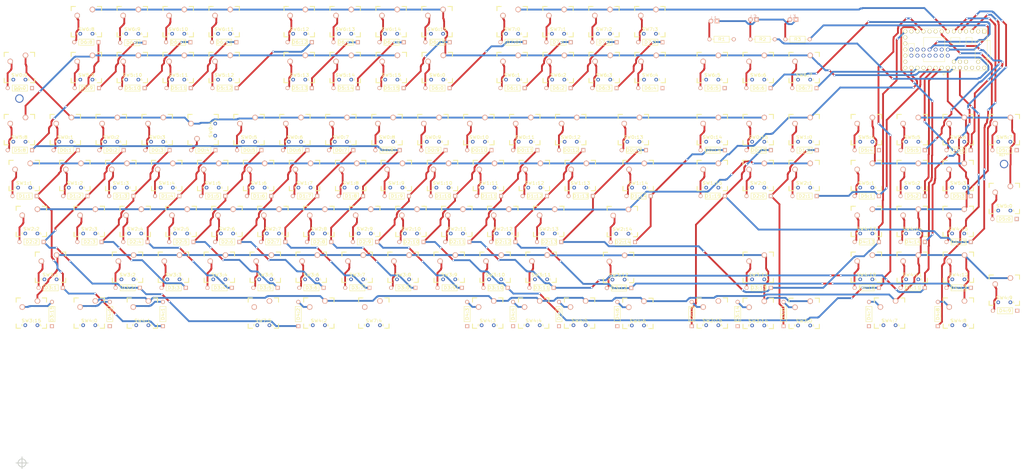
<source format=kicad_pcb>
(kicad_pcb (version 4) (host pcbnew 4.0.5-e0-6337~49~ubuntu14.04.1)
  (title_block (date "3 aug 2012"))
  (layers (0 Front signal) (31 Back signal) (34 B.Paste user) (35 F.Paste user) (36 B.SilkS user) (37 F.SilkS user) (38 B.Mask user) (39 F.Mask user) (44 Edge.Cuts user))
  (net 0 "")
  (net 1 /COL0)
  (net 2 /COL1)
  (net 3 /COL10)
  (net 4 /COL11)
  (net 5 /COL12)
  (net 6 /COL13)
  (net 7 /COL2)
  (net 8 /COL3)
  (net 9 /COL4)
  (net 10 /COL5)
  (net 11 /COL6)
  (net 12 /COL7)
  (net 13 /COL8)
  (net 14 /COL9)
  (net 15 /LED_A)
  (net 16 /LED_B)
  (net 17 /LED_C)
  (net 18 /ROW0)
  (net 19 /ROW1)
  (net 20 /ROW2)
  (net 21 /ROW3)
  (net 22 /ROW4)
  (net 23 GND)
  (net 24 "Net-(D0:0-Pad1)")
  (net 25 "Net-(D0:1-Pad1)")
  (net 26 "Net-(D0:2-Pad1)")
  (net 27 "Net-(D0:10-Pad1)")
  (net 28 "Net-(D0:11-Pad1)")
  (net 29 "Net-(D0:12-Pad1)")
  (net 30 "Net-(D0:13-Pad1)")
  (net 31 "Net-(D1:2-Pad1)")
  (net 32 "Net-(D1:3-Pad1)")
  (net 33 "Net-(D1:4-Pad1)")
  (net 34 "Net-(D1:5-Pad1)")
  (net 35 "Net-(D1:6-Pad1)")
  (net 36 "Net-(D1:7-Pad1)")
  (net 37 "Net-(D1:8-Pad1)")
  (net 38 "Net-(D1:9-Pad1)")
  (net 39 "Net-(D1:10-Pad1)")
  (net 40 "Net-(D1:11-Pad1)")
  (net 41 "Net-(D2:0-Pad1)")
  (net 42 "Net-(D2:1-Pad1)")
  (net 43 "Net-(D2:2-Pad1)")
  (net 44 "Net-(D2:3-Pad1)")
  (net 45 "Net-(D2:4-Pad1)")
  (net 46 "Net-(D2:5-Pad1)")
  (net 47 "Net-(D2:6-Pad1)")
  (net 48 "Net-(D2:7-Pad1)")
  (net 49 "Net-(D2:8-Pad1)")
  (net 50 "Net-(D2:9-Pad1)")
  (net 51 "Net-(D2:10-Pad1)")
  (net 52 "Net-(D2:11-Pad1)")
  (net 53 "Net-(D3:0-Pad1)")
  (net 54 "Net-(D3:1-Pad1)")
  (net 55 "Net-(D3:2-Pad1)")
  (net 56 "Net-(D3:3-Pad1)")
  (net 57 "Net-(D3:4-Pad1)")
  (net 58 "Net-(D3:5-Pad1)")
  (net 59 "Net-(D3:6-Pad1)")
  (net 60 "Net-(D3:7-Pad1)")
  (net 61 "Net-(D3:8-Pad1)")
  (net 62 "Net-(D3:9-Pad1)")
  (net 63 "Net-(D3:10-Pad1)")
  (net 64 "Net-(D3:11-Pad1)")
  (net 65 "Net-(D3:12-Pad1)")
  (net 66 "Net-(D3:13-Pad1)")
  (net 67 "Net-(D4:0-Pad1)")
  (net 68 "Net-(D4:1-Pad1)")
  (net 69 "Net-(D4:2-Pad1)")
  (net 70 "Net-(D4:3-Pad1)")
  (net 71 "Net-(D4:4-Pad1)")
  (net 72 "Net-(D4:5-Pad1)")
  (net 73 "Net-(D4:6-Pad1)")
  (net 74 "Net-(D4:7-Pad1)")
  (net 75 "Net-(D4:8-Pad1)")
  (net 76 "Net-(D4:9-Pad1)")
  (net 77 "Net-(D4:10-Pad1)")
  (net 78 "Net-(D4:11-Pad1)")
  (net 79 "Net-(D4:12-Pad1)")
  (net 80 "Net-(D4:13-Pad1)")
  (net 81 "Net-(L1-Pad1)")
  (net 82 "Net-(L2-Pad1)")
  (net 83 "Net-(L3-Pad1)")
  (net 84 "Net-(U1-Pad16)")
  (net 85 "Net-(U1-Pad20)")
  (net 86 "Net-(D0:4-Pad1)")
  (net 87 "Net-(D1:1-Pad1)")
  (net 88 "Net-(D1:12-Pad1)")
  (net 89 "Net-(D2:12-Pad1)")
  (net 90 "Net-(D0:3-Pad1)")
  (net 91 "Net-(D0:5-Pad1)")
  (net 92 "Net-(D0:6-Pad1)")
  (net 93 "Net-(D0:7-Pad1)")
  (net 94 "Net-(D0:8-Pad1)")
  (net 95 "Net-(D0:9-Pad1)")
  (net 96 "Net-(D0:14-Pad1)")
  (net 97 /COL14)
  (net 98 "Net-(D0:15-Pad1)")
  (net 99 /COL15)
  (net 100 "Net-(D1:0-Pad1)")
  (net 101 "Net-(D1:13-Pad1)")
  (net 102 "Net-(D1:14-Pad1)")
  (net 103 "Net-(D1:15-Pad1)")
  (net 104 "Net-(D2:13-Pad1)")
  (net 105 "Net-(D2:14-Pad1)")
  (net 106 "Net-(D2:15-Pad1)")
  (net 107 "Net-(D3:14-Pad1)")
  (net 108 "Net-(D3:15-Pad1)")
  (net 109 "Net-(D4:14-Pad1)")
  (net 110 "Net-(D4:15-Pad1)")
  (net 111 "Net-(D5:0-Pad1)")
  (net 112 "Net-(D5:1-Pad1)")
  (net 113 "Net-(D5:2-Pad1)")
  (net 114 "Net-(D5:3-Pad1)")
  (net 115 "Net-(D5:4-Pad1)")
  (net 116 "Net-(D5:5-Pad1)")
  (net 117 "Net-(D5:6-Pad1)")
  (net 118 "Net-(D5:7-Pad1)")
  (net 119 "Net-(D5:8-Pad1)")
  (net 120 "Net-(D5:9-Pad1)")
  (net 121 "Net-(D5:10-Pad1)")
  (net 122 "Net-(D5:11-Pad1)")
  (net 123 "Net-(D5:12-Pad1)")
  (net 124 "Net-(D5:13-Pad1)")
  (net 125 "Net-(D5:14-Pad1)")
  (net 126 "Net-(D5:15-Pad1)")
  (net 127 "Net-(D6:0-Pad1)")
  (net 128 "Net-(D6:1-Pad1)")
  (net 129 "Net-(D6:2-Pad1)")
  (net 130 "Net-(D6:3-Pad1)")
  (net 131 "Net-(D6:4-Pad1)")
  (net 132 "Net-(D6:5-Pad1)")
  (net 133 "Net-(D6:6-Pad1)")
  (net 134 "Net-(D6:7-Pad1)")
  (net 135 "Net-(D6:8-Pad1)")
  (net 136 "Net-(D6:9-Pad1)")
  (net 137 "Net-(D6:10-Pad1)")
  (net 138 "Net-(D6:11-Pad1)")
  (net 139 "Net-(D6:12-Pad1)")
  (net 140 "Net-(D6:13-Pad1)")
  (net 141 "Net-(D6:14-Pad1)")
  (net 142 "Net-(D6:15-Pad1)")
  (net 143 "Net-(D7:0-Pad1)")
  (net 144 "Net-(D7:1-Pad1)")
  (net 145 "Net-(D7:2-Pad1)")
  (net 146 /ROW5)
  (net 147 /ROW6)
  (net 148 /ROW7)
  (net 149 "Net-(U1-Pad1)")
  (net 150 "Net-(U1-Pad15)")
  (net 151 "Net-(U1-Pad17)")
  (net 152 "Net-(U1-Pad18)")
  (net 153 "Net-(U1-Pad19)")
  (net 154 "Net-(U1-Pad31)")
  (net 155 "Net-(U1-Pad32)")
  (net 156 "Net-(U1-Pad33)")
  (net 157 "Net-(U1-Pad34)")
  (net 158 "Net-(U1-Pad35)")
  (net 159 "Net-(U1-Pad39)")
  (net 160 "Net-(U1-Pad40)")
  (net 161 "Net-(U1-Pad42)")
  (net 162 "Net-(U1-Pad43)")
  (net 163 "Net-(U1-Pad44)")
  (net 164 "Net-(U1-Pad45)")
  (net 165 "Net-(U1-Pad46)")
  (net 166 "Net-(U1-Pad47)")
  (net 167 "Net-(U1-Pad48)")
  (net 168 "Net-(U1-Pad49)")
  (net 169 "Net-(U1-Pad50)")
  (net 170 "Net-(U1-Pad51)")
  (net 171 "Net-(D7:3-Pad1)")
  (net 172 "Net-(SW7:4-Pad1)")
  (net 173 "Net-(SW7:4-Pad2)")
  (net 174 "Net-(SW7:4-Pad4)")
  (net 175 "Net-(SW7:5-Pad1)")
  (net 176 "Net-(SW7:5-Pad2)")
  (net 177 "Net-(SW7:5-Pad4)")
  (net 178 "Net-(SW7:4-Pad3)")
  (net 179 "Net-(SW7:5-Pad3)")
  (net 180 "Net-(SW0:0-Pad3)")
  (net 181 "Net-(SW0:0-Pad4)")
  (net 182 "Net-(SW0:1-Pad3)")
  (net 183 "Net-(SW0:1-Pad4)")
  (net 184 "Net-(SW0:2-Pad3)")
  (net 185 "Net-(SW0:2-Pad4)")
  (net 186 "Net-(SW0:3-Pad3)")
  (net 187 "Net-(SW0:3-Pad4)")
  (net 188 "Net-(SW0:4-Pad3)")
  (net 189 "Net-(SW0:4-Pad4)")
  (net 190 "Net-(SW0:5-Pad3)")
  (net 191 "Net-(SW0:5-Pad4)")
  (net 192 "Net-(SW0:6-Pad3)")
  (net 193 "Net-(SW0:6-Pad4)")
  (net 194 "Net-(SW0:7-Pad3)")
  (net 195 "Net-(SW0:7-Pad4)")
  (net 196 "Net-(SW0:8-Pad3)")
  (net 197 "Net-(SW0:8-Pad4)")
  (net 198 "Net-(SW0:9-Pad3)")
  (net 199 "Net-(SW0:9-Pad4)")
  (net 200 "Net-(SW0:10-Pad3)")
  (net 201 "Net-(SW0:10-Pad4)")
  (net 202 "Net-(SW0:11-Pad3)")
  (net 203 "Net-(SW0:11-Pad4)")
  (net 204 "Net-(SW0:12-Pad3)")
  (net 205 "Net-(SW0:12-Pad4)")
  (net 206 "Net-(SW0:13-Pad3)")
  (net 207 "Net-(SW0:13-Pad4)")
  (net 208 "Net-(SW0:14-Pad3)")
  (net 209 "Net-(SW0:14-Pad4)")
  (net 210 "Net-(SW0:15-Pad3)")
  (net 211 "Net-(SW0:15-Pad4)")
  (net 212 "Net-(SW1:0-Pad3)")
  (net 213 "Net-(SW1:0-Pad4)")
  (net 214 "Net-(SW1:1-Pad3)")
  (net 215 "Net-(SW1:1-Pad4)")
  (net 216 "Net-(SW1:2-Pad3)")
  (net 217 "Net-(SW1:2-Pad4)")
  (net 218 "Net-(SW1:3-Pad3)")
  (net 219 "Net-(SW1:3-Pad4)")
  (net 220 "Net-(SW1:4-Pad3)")
  (net 221 "Net-(SW1:4-Pad4)")
  (net 222 "Net-(SW1:5-Pad3)")
  (net 223 "Net-(SW1:5-Pad4)")
  (net 224 "Net-(SW1:6-Pad3)")
  (net 225 "Net-(SW1:6-Pad4)")
  (net 226 "Net-(SW1:7-Pad3)")
  (net 227 "Net-(SW1:7-Pad4)")
  (net 228 "Net-(SW1:8-Pad3)")
  (net 229 "Net-(SW1:8-Pad4)")
  (net 230 "Net-(SW1:9-Pad3)")
  (net 231 "Net-(SW1:9-Pad4)")
  (net 232 "Net-(SW1:10-Pad3)")
  (net 233 "Net-(SW1:10-Pad4)")
  (net 234 "Net-(SW1:11-Pad3)")
  (net 235 "Net-(SW1:11-Pad4)")
  (net 236 "Net-(SW1:12-Pad3)")
  (net 237 "Net-(SW1:12-Pad4)")
  (net 238 "Net-(SW1:13-Pad3)")
  (net 239 "Net-(SW1:13-Pad4)")
  (net 240 "Net-(SW1:14-Pad3)")
  (net 241 "Net-(SW1:14-Pad4)")
  (net 242 "Net-(SW1:15-Pad3)")
  (net 243 "Net-(SW1:15-Pad4)")
  (net 244 "Net-(SW2:0-Pad3)")
  (net 245 "Net-(SW2:0-Pad4)")
  (net 246 "Net-(SW2:1-Pad3)")
  (net 247 "Net-(SW2:1-Pad4)")
  (net 248 "Net-(SW2:2-Pad3)")
  (net 249 "Net-(SW2:2-Pad4)")
  (net 250 "Net-(SW2:3-Pad3)")
  (net 251 "Net-(SW2:3-Pad4)")
  (net 252 "Net-(SW2:4-Pad3)")
  (net 253 "Net-(SW2:4-Pad4)")
  (net 254 "Net-(SW2:5-Pad3)")
  (net 255 "Net-(SW2:5-Pad4)")
  (net 256 "Net-(SW2:6-Pad3)")
  (net 257 "Net-(SW2:6-Pad4)")
  (net 258 "Net-(SW2:7-Pad3)")
  (net 259 "Net-(SW2:7-Pad4)")
  (net 260 "Net-(SW2:8-Pad3)")
  (net 261 "Net-(SW2:8-Pad4)")
  (net 262 "Net-(SW2:9-Pad3)")
  (net 263 "Net-(SW2:9-Pad4)")
  (net 264 "Net-(SW2:10-Pad3)")
  (net 265 "Net-(SW2:10-Pad4)")
  (net 266 "Net-(SW2:11-Pad3)")
  (net 267 "Net-(SW2:11-Pad4)")
  (net 268 "Net-(SW2:12-Pad3)")
  (net 269 "Net-(SW2:12-Pad4)")
  (net 270 "Net-(SW2:13-Pad3)")
  (net 271 "Net-(SW2:13-Pad4)")
  (net 272 "Net-(SW2:14-Pad3)")
  (net 273 "Net-(SW2:14-Pad4)")
  (net 274 "Net-(SW2:15-Pad3)")
  (net 275 "Net-(SW2:15-Pad4)")
  (net 276 "Net-(SW3:0-Pad3)")
  (net 277 "Net-(SW3:0-Pad4)")
  (net 278 "Net-(SW3:1-Pad3)")
  (net 279 "Net-(SW3:1-Pad4)")
  (net 280 "Net-(SW3:2-Pad3)")
  (net 281 "Net-(SW3:2-Pad4)")
  (net 282 "Net-(SW3:3-Pad3)")
  (net 283 "Net-(SW3:3-Pad4)")
  (net 284 "Net-(SW3:4-Pad3)")
  (net 285 "Net-(SW3:4-Pad4)")
  (net 286 "Net-(SW3:5-Pad3)")
  (net 287 "Net-(SW3:5-Pad4)")
  (net 288 "Net-(SW3:6-Pad3)")
  (net 289 "Net-(SW3:6-Pad4)")
  (net 290 "Net-(SW3:7-Pad3)")
  (net 291 "Net-(SW3:7-Pad4)")
  (net 292 "Net-(SW3:8-Pad3)")
  (net 293 "Net-(SW3:8-Pad4)")
  (net 294 "Net-(SW3:9-Pad3)")
  (net 295 "Net-(SW3:9-Pad4)")
  (net 296 "Net-(SW3:10-Pad3)")
  (net 297 "Net-(SW3:10-Pad4)")
  (net 298 "Net-(SW3:11-Pad3)")
  (net 299 "Net-(SW3:11-Pad4)")
  (net 300 "Net-(SW3:12-Pad3)")
  (net 301 "Net-(SW3:12-Pad4)")
  (net 302 "Net-(SW3:13-Pad3)")
  (net 303 "Net-(SW3:13-Pad4)")
  (net 304 "Net-(SW3:14-Pad3)")
  (net 305 "Net-(SW3:14-Pad4)")
  (net 306 "Net-(SW3:15-Pad3)")
  (net 307 "Net-(SW3:15-Pad4)")
  (net 308 "Net-(SW4:0-Pad3)")
  (net 309 "Net-(SW4:0-Pad4)")
  (net 310 "Net-(SW4:1-Pad3)")
  (net 311 "Net-(SW4:1-Pad4)")
  (net 312 "Net-(SW4:2-Pad3)")
  (net 313 "Net-(SW4:2-Pad4)")
  (net 314 "Net-(SW4:3-Pad3)")
  (net 315 "Net-(SW4:3-Pad4)")
  (net 316 "Net-(SW4:4-Pad3)")
  (net 317 "Net-(SW4:4-Pad4)")
  (net 318 "Net-(SW4:5-Pad3)")
  (net 319 "Net-(SW4:5-Pad4)")
  (net 320 "Net-(SW4:6-Pad3)")
  (net 321 "Net-(SW4:6-Pad4)")
  (net 322 "Net-(SW4:7-Pad3)")
  (net 323 "Net-(SW4:7-Pad4)")
  (net 324 "Net-(SW4:8-Pad3)")
  (net 325 "Net-(SW4:8-Pad4)")
  (net 326 "Net-(SW4:9-Pad3)")
  (net 327 "Net-(SW4:9-Pad4)")
  (net 328 "Net-(SW4:10-Pad3)")
  (net 329 "Net-(SW4:10-Pad4)")
  (net 330 "Net-(SW4:11-Pad3)")
  (net 331 "Net-(SW4:11-Pad4)")
  (net 332 "Net-(SW4:12-Pad3)")
  (net 333 "Net-(SW4:12-Pad4)")
  (net 334 "Net-(SW4:13-Pad3)")
  (net 335 "Net-(SW4:13-Pad4)")
  (net 336 "Net-(SW4:14-Pad3)")
  (net 337 "Net-(SW4:14-Pad4)")
  (net 338 "Net-(SW4:15-Pad3)")
  (net 339 "Net-(SW4:15-Pad4)")
  (net 340 "Net-(SW5:0-Pad3)")
  (net 341 "Net-(SW5:0-Pad4)")
  (net 342 "Net-(SW5:1-Pad3)")
  (net 343 "Net-(SW5:1-Pad4)")
  (net 344 "Net-(SW5:2-Pad3)")
  (net 345 "Net-(SW5:2-Pad4)")
  (net 346 "Net-(SW5:3-Pad3)")
  (net 347 "Net-(SW5:3-Pad4)")
  (net 348 "Net-(SW5:4-Pad3)")
  (net 349 "Net-(SW5:4-Pad4)")
  (net 350 "Net-(SW5:5-Pad3)")
  (net 351 "Net-(SW5:5-Pad4)")
  (net 352 "Net-(SW5:6-Pad3)")
  (net 353 "Net-(SW5:6-Pad4)")
  (net 354 "Net-(SW5:7-Pad3)")
  (net 355 "Net-(SW5:7-Pad4)")
  (net 356 "Net-(SW5:8-Pad3)")
  (net 357 "Net-(SW5:8-Pad4)")
  (net 358 "Net-(SW5:9-Pad3)")
  (net 359 "Net-(SW5:9-Pad4)")
  (net 360 "Net-(SW5:10-Pad3)")
  (net 361 "Net-(SW5:10-Pad4)")
  (net 362 "Net-(SW5:11-Pad3)")
  (net 363 "Net-(SW5:11-Pad4)")
  (net 364 "Net-(SW5:12-Pad3)")
  (net 365 "Net-(SW5:12-Pad4)")
  (net 366 "Net-(SW5:13-Pad3)")
  (net 367 "Net-(SW5:13-Pad4)")
  (net 368 "Net-(SW5:14-Pad3)")
  (net 369 "Net-(SW5:14-Pad4)")
  (net 370 "Net-(SW5:15-Pad3)")
  (net 371 "Net-(SW5:15-Pad4)")
  (net 372 "Net-(SW6:0-Pad3)")
  (net 373 "Net-(SW6:0-Pad4)")
  (net 374 "Net-(SW6:1-Pad3)")
  (net 375 "Net-(SW6:1-Pad4)")
  (net 376 "Net-(SW6:2-Pad3)")
  (net 377 "Net-(SW6:2-Pad4)")
  (net 378 "Net-(SW6:3-Pad3)")
  (net 379 "Net-(SW6:3-Pad4)")
  (net 380 "Net-(SW6:4-Pad3)")
  (net 381 "Net-(SW6:4-Pad4)")
  (net 382 "Net-(SW6:5-Pad3)")
  (net 383 "Net-(SW6:5-Pad4)")
  (net 384 "Net-(SW6:6-Pad3)")
  (net 385 "Net-(SW6:6-Pad4)")
  (net 386 "Net-(SW6:7-Pad3)")
  (net 387 "Net-(SW6:7-Pad4)")
  (net 388 "Net-(SW6:8-Pad3)")
  (net 389 "Net-(SW6:8-Pad4)")
  (net 390 "Net-(SW6:9-Pad3)")
  (net 391 "Net-(SW6:9-Pad4)")
  (net 392 "Net-(SW6:10-Pad3)")
  (net 393 "Net-(SW6:10-Pad4)")
  (net 394 "Net-(SW6:11-Pad3)")
  (net 395 "Net-(SW6:11-Pad4)")
  (net 396 "Net-(SW6:12-Pad3)")
  (net 397 "Net-(SW6:12-Pad4)")
  (net 398 "Net-(SW6:13-Pad3)")
  (net 399 "Net-(SW6:13-Pad4)")
  (net 400 "Net-(SW6:14-Pad3)")
  (net 401 "Net-(SW6:14-Pad4)")
  (net 402 "Net-(SW6:15-Pad3)")
  (net 403 "Net-(SW6:15-Pad4)")
  (net 404 "Net-(SW7:0-Pad3)")
  (net 405 "Net-(SW7:0-Pad4)")
  (net 406 "Net-(SW7:1-Pad3)")
  (net 407 "Net-(SW7:1-Pad4)")
  (net 408 "Net-(SW7:2-Pad3)")
  (net 409 "Net-(SW7:2-Pad4)")
  (net 410 "Net-(SW7:3-Pad3)")
  (net 411 "Net-(SW7:3-Pad4)")
  (module footprints:DIODE (layer Front) (at 59.6 136.6)
    (fp_text reference D0:0 (at 0 0) (layer F.SilkS) (effects (font (size 1.27 1.524) (thickness 0.2032))))
    (fp_text value D hide)
    (pad 2 thru_hole rect (at 5.08 0) (size 1.651 1.651) (drill 0.9906) (layers *.Cu *.SilkS *.Mask) (net 1 /COL0))
    (pad 1 thru_hole circle (at -5.08 0) (size 1.651 1.651) (drill 0.9906) (layers *.Cu *.SilkS *.Mask) (net 24 "Net-(D0:0-Pad1)"))
  )
  (module footprints:DIODE (layer Front) (at 78.8 162.6)
    (fp_text reference D0:1 (at 0 0) (layer F.SilkS) (effects (font (size 1.27 1.524) (thickness 0.2032))))
    (fp_text value D hide)
    (pad 2 thru_hole rect (at 5.08 0) (size 1.651 1.651) (drill 0.9906) (layers *.Cu *.SilkS *.Mask) (net 2 /COL1))
    (pad 1 thru_hole circle (at -5.08 0) (size 1.651 1.651) (drill 0.9906) (layers *.Cu *.SilkS *.Mask) (net 25 "Net-(D0:1-Pad1)"))
  )
  (module footprints:DIODE (layer Front) (at 97.9 162.6)
    (fp_text reference D0:2 (at 0 0) (layer F.SilkS) (effects (font (size 1.27 1.524) (thickness 0.2032))))
    (fp_text value D hide)
    (pad 2 thru_hole rect (at 5.08 0) (size 1.651 1.651) (drill 0.9906) (layers *.Cu *.SilkS *.Mask) (net 7 /COL2))
    (pad 1 thru_hole circle (at -5.08 0) (size 1.651 1.651) (drill 0.9906) (layers *.Cu *.SilkS *.Mask) (net 26 "Net-(D0:2-Pad1)"))
  )
  (module footprints:DIODE (layer Front) (at 117.1 162.6)
    (fp_text reference D0:3 (at 0 0) (layer F.SilkS) (effects (font (size 1.27 1.524) (thickness 0.2032))))
    (fp_text value D hide)
    (pad 2 thru_hole rect (at 5.08 0) (size 1.651 1.651) (drill 0.9906) (layers *.Cu *.SilkS *.Mask) (net 8 /COL3))
    (pad 1 thru_hole circle (at -5.08 0) (size 1.651 1.651) (drill 0.9906) (layers *.Cu *.SilkS *.Mask) (net 90 "Net-(D0:3-Pad1)"))
  )
  (module footprints:DIODE (layer Front) (at 136.3 162.6)
    (fp_text reference D0:4 (at 0 0) (layer F.SilkS) (effects (font (size 1.27 1.524) (thickness 0.2032))))
    (fp_text value D hide)
    (pad 2 thru_hole rect (at 5.08 0) (size 1.651 1.651) (drill 0.9906) (layers *.Cu *.SilkS *.Mask) (net 9 /COL4))
    (pad 1 thru_hole circle (at -5.08 0) (size 1.651 1.651) (drill 0.9906) (layers *.Cu *.SilkS *.Mask) (net 86 "Net-(D0:4-Pad1)"))
  )
  (module footprints:DIODE (layer Front) (at 155.5 162.6)
    (fp_text reference D0:5 (at 0 0) (layer F.SilkS) (effects (font (size 1.27 1.524) (thickness 0.2032))))
    (fp_text value D hide)
    (pad 2 thru_hole rect (at 5.08 0) (size 1.651 1.651) (drill 0.9906) (layers *.Cu *.SilkS *.Mask) (net 10 /COL5))
    (pad 1 thru_hole circle (at -5.08 0) (size 1.651 1.651) (drill 0.9906) (layers *.Cu *.SilkS *.Mask) (net 91 "Net-(D0:5-Pad1)"))
  )
  (module footprints:DIODE (layer Front) (at 174.7 162.6)
    (fp_text reference D0:6 (at 0 0) (layer F.SilkS) (effects (font (size 1.27 1.524) (thickness 0.2032))))
    (fp_text value D hide)
    (pad 2 thru_hole rect (at 5.08 0) (size 1.651 1.651) (drill 0.9906) (layers *.Cu *.SilkS *.Mask) (net 11 /COL6))
    (pad 1 thru_hole circle (at -5.08 0) (size 1.651 1.651) (drill 0.9906) (layers *.Cu *.SilkS *.Mask) (net 92 "Net-(D0:6-Pad1)"))
  )
  (module footprints:DIODE (layer Front) (at 193.9 162.6)
    (fp_text reference D0:7 (at 0 0) (layer F.SilkS) (effects (font (size 1.27 1.524) (thickness 0.2032))))
    (fp_text value D hide)
    (pad 2 thru_hole rect (at 5.08 0) (size 1.651 1.651) (drill 0.9906) (layers *.Cu *.SilkS *.Mask) (net 12 /COL7))
    (pad 1 thru_hole circle (at -5.08 0) (size 1.651 1.651) (drill 0.9906) (layers *.Cu *.SilkS *.Mask) (net 93 "Net-(D0:7-Pad1)"))
  )
  (module footprints:DIODE (layer Front) (at 213.3 162.6)
    (fp_text reference D0:8 (at 0 0) (layer F.SilkS) (effects (font (size 1.27 1.524) (thickness 0.2032))))
    (fp_text value D hide)
    (pad 2 thru_hole rect (at 5.08 0) (size 1.651 1.651) (drill 0.9906) (layers *.Cu *.SilkS *.Mask) (net 13 /COL8))
    (pad 1 thru_hole circle (at -5.08 0) (size 1.651 1.651) (drill 0.9906) (layers *.Cu *.SilkS *.Mask) (net 94 "Net-(D0:8-Pad1)"))
  )
  (module footprints:DIODE (layer Front) (at 232.5 162.6)
    (fp_text reference D0:9 (at 0 0) (layer F.SilkS) (effects (font (size 1.27 1.524) (thickness 0.2032))))
    (fp_text value D hide)
    (pad 2 thru_hole rect (at 5.08 0) (size 1.651 1.651) (drill 0.9906) (layers *.Cu *.SilkS *.Mask) (net 14 /COL9))
    (pad 1 thru_hole circle (at -5.08 0) (size 1.651 1.651) (drill 0.9906) (layers *.Cu *.SilkS *.Mask) (net 95 "Net-(D0:9-Pad1)"))
  )
  (module footprints:DIODE (layer Front) (at 251.7 162.6)
    (fp_text reference D0:10 (at 0 0) (layer F.SilkS) (effects (font (size 1.27 1.524) (thickness 0.2032))))
    (fp_text value D hide)
    (pad 2 thru_hole rect (at 5.08 0) (size 1.651 1.651) (drill 0.9906) (layers *.Cu *.SilkS *.Mask) (net 3 /COL10))
    (pad 1 thru_hole circle (at -5.08 0) (size 1.651 1.651) (drill 0.9906) (layers *.Cu *.SilkS *.Mask) (net 27 "Net-(D0:10-Pad1)"))
  )
  (module footprints:DIODE (layer Front) (at 270.9 162.6)
    (fp_text reference D0:11 (at 0 0) (layer F.SilkS) (effects (font (size 1.27 1.524) (thickness 0.2032))))
    (fp_text value D hide)
    (pad 2 thru_hole rect (at 5.08 0) (size 1.651 1.651) (drill 0.9906) (layers *.Cu *.SilkS *.Mask) (net 4 /COL11))
    (pad 1 thru_hole circle (at -5.08 0) (size 1.651 1.651) (drill 0.9906) (layers *.Cu *.SilkS *.Mask) (net 28 "Net-(D0:11-Pad1)"))
  )
  (module footprints:DIODE (layer Front) (at 290.1 162.6)
    (fp_text reference D0:12 (at 0 0) (layer F.SilkS) (effects (font (size 1.27 1.524) (thickness 0.2032))))
    (fp_text value D hide)
    (pad 2 thru_hole rect (at 5.08 0) (size 1.651 1.651) (drill 0.9906) (layers *.Cu *.SilkS *.Mask) (net 5 /COL12))
    (pad 1 thru_hole circle (at -5.08 0) (size 1.651 1.651) (drill 0.9906) (layers *.Cu *.SilkS *.Mask) (net 29 "Net-(D0:12-Pad1)"))
  )
  (module footprints:DIODE (layer Front) (at 316.3 162.6)
    (fp_text reference D0:13 (at 0 0) (layer F.SilkS) (effects (font (size 1.27 1.524) (thickness 0.2032))))
    (fp_text value D hide)
    (pad 2 thru_hole rect (at 5.08 0) (size 1.651 1.651) (drill 0.9906) (layers *.Cu *.SilkS *.Mask) (net 6 /COL13))
    (pad 1 thru_hole circle (at -5.08 0) (size 1.651 1.651) (drill 0.9906) (layers *.Cu *.SilkS *.Mask) (net 30 "Net-(D0:13-Pad1)"))
  )
  (module footprints:DIODE (layer Front) (at 349.3 162.6)
    (fp_text reference D0:14 (at 0 0) (layer F.SilkS) (effects (font (size 1.27 1.524) (thickness 0.2032))))
    (fp_text value D hide)
    (pad 2 thru_hole rect (at 5.08 0) (size 1.651 1.651) (drill 0.9906) (layers *.Cu *.SilkS *.Mask) (net 97 /COL14))
    (pad 1 thru_hole circle (at -5.08 0) (size 1.651 1.651) (drill 0.9906) (layers *.Cu *.SilkS *.Mask) (net 96 "Net-(D0:14-Pad1)"))
  )
  (module footprints:DIODE (layer Front) (at 368.5 162.6)
    (fp_text reference D0:15 (at 0 0) (layer F.SilkS) (effects (font (size 1.27 1.524) (thickness 0.2032))))
    (fp_text value D hide)
    (pad 2 thru_hole rect (at 5.08 0) (size 1.651 1.651) (drill 0.9906) (layers *.Cu *.SilkS *.Mask) (net 99 /COL15))
    (pad 1 thru_hole circle (at -5.08 0) (size 1.651 1.651) (drill 0.9906) (layers *.Cu *.SilkS *.Mask) (net 98 "Net-(D0:15-Pad1)"))
  )
  (module footprints:DIODE (layer Front) (at 387.7 162.6)
    (fp_text reference D1:0 (at 0 0) (layer F.SilkS) (effects (font (size 1.27 1.524) (thickness 0.2032))))
    (fp_text value D hide)
    (pad 2 thru_hole rect (at 5.08 0) (size 1.651 1.651) (drill 0.9906) (layers *.Cu *.SilkS *.Mask) (net 1 /COL0))
    (pad 1 thru_hole circle (at -5.08 0) (size 1.651 1.651) (drill 0.9906) (layers *.Cu *.SilkS *.Mask) (net 100 "Net-(D1:0-Pad1)"))
  )
  (module footprints:DIODE (layer Front) (at 61.6 181.8)
    (fp_text reference D1:1 (at 0 0) (layer F.SilkS) (effects (font (size 1.27 1.524) (thickness 0.2032))))
    (fp_text value D hide)
    (pad 2 thru_hole rect (at 5.08 0) (size 1.651 1.651) (drill 0.9906) (layers *.Cu *.SilkS *.Mask) (net 2 /COL1))
    (pad 1 thru_hole circle (at -5.08 0) (size 1.651 1.651) (drill 0.9906) (layers *.Cu *.SilkS *.Mask) (net 87 "Net-(D1:1-Pad1)"))
  )
  (module footprints:DIODE (layer Front) (at 82.8 181.8)
    (fp_text reference D1:2 (at 0 0) (layer F.SilkS) (effects (font (size 1.27 1.524) (thickness 0.2032))))
    (fp_text value D hide)
    (pad 2 thru_hole rect (at 5.08 0) (size 1.651 1.651) (drill 0.9906) (layers *.Cu *.SilkS *.Mask) (net 7 /COL2))
    (pad 1 thru_hole circle (at -5.08 0) (size 1.651 1.651) (drill 0.9906) (layers *.Cu *.SilkS *.Mask) (net 31 "Net-(D1:2-Pad1)"))
  )
  (module footprints:DIODE (layer Front) (at 102 181.8)
    (fp_text reference D1:3 (at 0 0) (layer F.SilkS) (effects (font (size 1.27 1.524) (thickness 0.2032))))
    (fp_text value D hide)
    (pad 2 thru_hole rect (at 5.08 0) (size 1.651 1.651) (drill 0.9906) (layers *.Cu *.SilkS *.Mask) (net 8 /COL3))
    (pad 1 thru_hole circle (at -5.08 0) (size 1.651 1.651) (drill 0.9906) (layers *.Cu *.SilkS *.Mask) (net 32 "Net-(D1:3-Pad1)"))
  )
  (module footprints:DIODE (layer Front) (at 121.2 181.8)
    (fp_text reference D1:4 (at 0 0) (layer F.SilkS) (effects (font (size 1.27 1.524) (thickness 0.2032))))
    (fp_text value D hide)
    (pad 2 thru_hole rect (at 5.08 0) (size 1.651 1.651) (drill 0.9906) (layers *.Cu *.SilkS *.Mask) (net 9 /COL4))
    (pad 1 thru_hole circle (at -5.08 0) (size 1.651 1.651) (drill 0.9906) (layers *.Cu *.SilkS *.Mask) (net 33 "Net-(D1:4-Pad1)"))
  )
  (module footprints:DIODE (layer Front) (at 140.4 181.8)
    (fp_text reference D1:5 (at 0 0) (layer F.SilkS) (effects (font (size 1.27 1.524) (thickness 0.2032))))
    (fp_text value D hide)
    (pad 2 thru_hole rect (at 5.08 0) (size 1.651 1.651) (drill 0.9906) (layers *.Cu *.SilkS *.Mask) (net 10 /COL5))
    (pad 1 thru_hole circle (at -5.08 0) (size 1.651 1.651) (drill 0.9906) (layers *.Cu *.SilkS *.Mask) (net 34 "Net-(D1:5-Pad1)"))
  )
  (module footprints:DIODE (layer Front) (at 159.6 181.8)
    (fp_text reference D1:6 (at 0 0) (layer F.SilkS) (effects (font (size 1.27 1.524) (thickness 0.2032))))
    (fp_text value D hide)
    (pad 2 thru_hole rect (at 5.08 0) (size 1.651 1.651) (drill 0.9906) (layers *.Cu *.SilkS *.Mask) (net 11 /COL6))
    (pad 1 thru_hole circle (at -5.08 0) (size 1.651 1.651) (drill 0.9906) (layers *.Cu *.SilkS *.Mask) (net 35 "Net-(D1:6-Pad1)"))
  )
  (module footprints:DIODE (layer Front) (at 178.8 181.8)
    (fp_text reference D1:7 (at 0 0) (layer F.SilkS) (effects (font (size 1.27 1.524) (thickness 0.2032))))
    (fp_text value D hide)
    (pad 2 thru_hole rect (at 5.08 0) (size 1.651 1.651) (drill 0.9906) (layers *.Cu *.SilkS *.Mask) (net 12 /COL7))
    (pad 1 thru_hole circle (at -5.08 0) (size 1.651 1.651) (drill 0.9906) (layers *.Cu *.SilkS *.Mask) (net 36 "Net-(D1:7-Pad1)"))
  )
  (module footprints:DIODE (layer Front) (at 198 181.8)
    (fp_text reference D1:8 (at 0 0) (layer F.SilkS) (effects (font (size 1.27 1.524) (thickness 0.2032))))
    (fp_text value D hide)
    (pad 2 thru_hole rect (at 5.08 0) (size 1.651 1.651) (drill 0.9906) (layers *.Cu *.SilkS *.Mask) (net 13 /COL8))
    (pad 1 thru_hole circle (at -5.08 0) (size 1.651 1.651) (drill 0.9906) (layers *.Cu *.SilkS *.Mask) (net 37 "Net-(D1:8-Pad1)"))
  )
  (module footprints:DIODE (layer Front) (at 217.2 181.8)
    (fp_text reference D1:9 (at 0 0) (layer F.SilkS) (effects (font (size 1.27 1.524) (thickness 0.2032))))
    (fp_text value D hide)
    (pad 2 thru_hole rect (at 5.08 0) (size 1.651 1.651) (drill 0.9906) (layers *.Cu *.SilkS *.Mask) (net 14 /COL9))
    (pad 1 thru_hole circle (at -5.08 0) (size 1.651 1.651) (drill 0.9906) (layers *.Cu *.SilkS *.Mask) (net 38 "Net-(D1:9-Pad1)"))
  )
  (module footprints:DIODE (layer Front) (at 236.5 181.8)
    (fp_text reference D1:10 (at 0 0) (layer F.SilkS) (effects (font (size 1.27 1.524) (thickness 0.2032))))
    (fp_text value D hide)
    (pad 2 thru_hole rect (at 5.08 0) (size 1.651 1.651) (drill 0.9906) (layers *.Cu *.SilkS *.Mask) (net 3 /COL10))
    (pad 1 thru_hole circle (at -5.08 0) (size 1.651 1.651) (drill 0.9906) (layers *.Cu *.SilkS *.Mask) (net 39 "Net-(D1:10-Pad1)"))
  )
  (module footprints:DIODE (layer Front) (at 255.7 181.8)
    (fp_text reference D1:11 (at 0 0) (layer F.SilkS) (effects (font (size 1.27 1.524) (thickness 0.2032))))
    (fp_text value D hide)
    (pad 2 thru_hole rect (at 5.08 0) (size 1.651 1.651) (drill 0.9906) (layers *.Cu *.SilkS *.Mask) (net 4 /COL11))
    (pad 1 thru_hole circle (at -5.08 0) (size 1.651 1.651) (drill 0.9906) (layers *.Cu *.SilkS *.Mask) (net 40 "Net-(D1:11-Pad1)"))
  )
  (module footprints:DIODE (layer Front) (at 274.9 181.8)
    (fp_text reference D1:12 (at 0 0) (layer F.SilkS) (effects (font (size 1.27 1.524) (thickness 0.2032))))
    (fp_text value D hide)
    (pad 2 thru_hole rect (at 5.08 0) (size 1.651 1.651) (drill 0.9906) (layers *.Cu *.SilkS *.Mask) (net 5 /COL12))
    (pad 1 thru_hole circle (at -5.08 0) (size 1.651 1.651) (drill 0.9906) (layers *.Cu *.SilkS *.Mask) (net 88 "Net-(D1:12-Pad1)"))
  )
  (module footprints:DIODE (layer Front) (at 294.1 181.8)
    (fp_text reference D1:13 (at 0 0) (layer F.SilkS) (effects (font (size 1.27 1.524) (thickness 0.2032))))
    (fp_text value D hide)
    (pad 2 thru_hole rect (at 5.08 0) (size 1.651 1.651) (drill 0.9906) (layers *.Cu *.SilkS *.Mask) (net 6 /COL13))
    (pad 1 thru_hole circle (at -5.08 0) (size 1.651 1.651) (drill 0.9906) (layers *.Cu *.SilkS *.Mask) (net 101 "Net-(D1:13-Pad1)"))
  )
  (module footprints:DIODE (layer Front) (at 318.3 181.8)
    (fp_text reference D1:14 (at 0 0) (layer F.SilkS) (effects (font (size 1.27 1.524) (thickness 0.2032))))
    (fp_text value D hide)
    (pad 2 thru_hole rect (at 5.08 0) (size 1.651 1.651) (drill 0.9906) (layers *.Cu *.SilkS *.Mask) (net 97 /COL14))
    (pad 1 thru_hole circle (at -5.08 0) (size 1.651 1.651) (drill 0.9906) (layers *.Cu *.SilkS *.Mask) (net 102 "Net-(D1:14-Pad1)"))
  )
  (module footprints:DIODE (layer Front) (at 349.3 181.8)
    (fp_text reference D1:15 (at 0 0) (layer F.SilkS) (effects (font (size 1.27 1.524) (thickness 0.2032))))
    (fp_text value D hide)
    (pad 2 thru_hole rect (at 5.08 0) (size 1.651 1.651) (drill 0.9906) (layers *.Cu *.SilkS *.Mask) (net 99 /COL15))
    (pad 1 thru_hole circle (at -5.08 0) (size 1.651 1.651) (drill 0.9906) (layers *.Cu *.SilkS *.Mask) (net 103 "Net-(D1:15-Pad1)"))
  )
  (module footprints:DIODE (layer Front) (at 368.5 181.8)
    (fp_text reference D2:0 (at 0 0) (layer F.SilkS) (effects (font (size 1.27 1.524) (thickness 0.2032))))
    (fp_text value D hide)
    (pad 2 thru_hole rect (at 5.08 0) (size 1.651 1.651) (drill 0.9906) (layers *.Cu *.SilkS *.Mask) (net 1 /COL0))
    (pad 1 thru_hole circle (at -5.08 0) (size 1.651 1.651) (drill 0.9906) (layers *.Cu *.SilkS *.Mask) (net 41 "Net-(D2:0-Pad1)"))
  )
  (module footprints:DIODE (layer Front) (at 387.7 181.8)
    (fp_text reference D2:1 (at 0 0) (layer F.SilkS) (effects (font (size 1.27 1.524) (thickness 0.2032))))
    (fp_text value D hide)
    (pad 2 thru_hole rect (at 5.08 0) (size 1.651 1.651) (drill 0.9906) (layers *.Cu *.SilkS *.Mask) (net 2 /COL1))
    (pad 1 thru_hole circle (at -5.08 0) (size 1.651 1.651) (drill 0.9906) (layers *.Cu *.SilkS *.Mask) (net 42 "Net-(D2:1-Pad1)"))
  )
  (module footprints:DIODE (layer Front) (at 64.5 201)
    (fp_text reference D2:2 (at 0 0) (layer F.SilkS) (effects (font (size 1.27 1.524) (thickness 0.2032))))
    (fp_text value D hide)
    (pad 2 thru_hole rect (at 5.08 0) (size 1.651 1.651) (drill 0.9906) (layers *.Cu *.SilkS *.Mask) (net 7 /COL2))
    (pad 1 thru_hole circle (at -5.08 0) (size 1.651 1.651) (drill 0.9906) (layers *.Cu *.SilkS *.Mask) (net 43 "Net-(D2:2-Pad1)"))
  )
  (module footprints:DIODE (layer Front) (at 88.7 201)
    (fp_text reference D2:3 (at 0 0) (layer F.SilkS) (effects (font (size 1.27 1.524) (thickness 0.2032))))
    (fp_text value D hide)
    (pad 2 thru_hole rect (at 5.08 0) (size 1.651 1.651) (drill 0.9906) (layers *.Cu *.SilkS *.Mask) (net 8 /COL3))
    (pad 1 thru_hole circle (at -5.08 0) (size 1.651 1.651) (drill 0.9906) (layers *.Cu *.SilkS *.Mask) (net 44 "Net-(D2:3-Pad1)"))
  )
  (module footprints:DIODE (layer Front) (at 107.9 201)
    (fp_text reference D2:4 (at 0 0) (layer F.SilkS) (effects (font (size 1.27 1.524) (thickness 0.2032))))
    (fp_text value D hide)
    (pad 2 thru_hole rect (at 5.08 0) (size 1.651 1.651) (drill 0.9906) (layers *.Cu *.SilkS *.Mask) (net 9 /COL4))
    (pad 1 thru_hole circle (at -5.08 0) (size 1.651 1.651) (drill 0.9906) (layers *.Cu *.SilkS *.Mask) (net 45 "Net-(D2:4-Pad1)"))
  )
  (module footprints:DIODE (layer Front) (at 127.1 201)
    (fp_text reference D2:5 (at 0 0) (layer F.SilkS) (effects (font (size 1.27 1.524) (thickness 0.2032))))
    (fp_text value D hide)
    (pad 2 thru_hole rect (at 5.08 0) (size 1.651 1.651) (drill 0.9906) (layers *.Cu *.SilkS *.Mask) (net 10 /COL5))
    (pad 1 thru_hole circle (at -5.08 0) (size 1.651 1.651) (drill 0.9906) (layers *.Cu *.SilkS *.Mask) (net 46 "Net-(D2:5-Pad1)"))
  )
  (module footprints:DIODE (layer Front) (at 146.3 201)
    (fp_text reference D2:6 (at 0 0) (layer F.SilkS) (effects (font (size 1.27 1.524) (thickness 0.2032))))
    (fp_text value D hide)
    (pad 2 thru_hole rect (at 5.08 0) (size 1.651 1.651) (drill 0.9906) (layers *.Cu *.SilkS *.Mask) (net 11 /COL6))
    (pad 1 thru_hole circle (at -5.08 0) (size 1.651 1.651) (drill 0.9906) (layers *.Cu *.SilkS *.Mask) (net 47 "Net-(D2:6-Pad1)"))
  )
  (module footprints:DIODE (layer Front) (at 165.5 201)
    (fp_text reference D2:7 (at 0 0) (layer F.SilkS) (effects (font (size 1.27 1.524) (thickness 0.2032))))
    (fp_text value D hide)
    (pad 2 thru_hole rect (at 5.08 0) (size 1.651 1.651) (drill 0.9906) (layers *.Cu *.SilkS *.Mask) (net 12 /COL7))
    (pad 1 thru_hole circle (at -5.08 0) (size 1.651 1.651) (drill 0.9906) (layers *.Cu *.SilkS *.Mask) (net 48 "Net-(D2:7-Pad1)"))
  )
  (module footprints:DIODE (layer Front) (at 184.7 201)
    (fp_text reference D2:8 (at 0 0) (layer F.SilkS) (effects (font (size 1.27 1.524) (thickness 0.2032))))
    (fp_text value D hide)
    (pad 2 thru_hole rect (at 5.08 0) (size 1.651 1.651) (drill 0.9906) (layers *.Cu *.SilkS *.Mask) (net 13 /COL8))
    (pad 1 thru_hole circle (at -5.08 0) (size 1.651 1.651) (drill 0.9906) (layers *.Cu *.SilkS *.Mask) (net 49 "Net-(D2:8-Pad1)"))
  )
  (module footprints:DIODE (layer Front) (at 203.9 201)
    (fp_text reference D2:9 (at 0 0) (layer F.SilkS) (effects (font (size 1.27 1.524) (thickness 0.2032))))
    (fp_text value D hide)
    (pad 2 thru_hole rect (at 5.08 0) (size 1.651 1.651) (drill 0.9906) (layers *.Cu *.SilkS *.Mask) (net 14 /COL9))
    (pad 1 thru_hole circle (at -5.08 0) (size 1.651 1.651) (drill 0.9906) (layers *.Cu *.SilkS *.Mask) (net 50 "Net-(D2:9-Pad1)"))
  )
  (module footprints:DIODE (layer Front) (at 223.3 201)
    (fp_text reference D2:10 (at 0 0) (layer F.SilkS) (effects (font (size 1.27 1.524) (thickness 0.2032))))
    (fp_text value D hide)
    (pad 2 thru_hole rect (at 5.08 0) (size 1.651 1.651) (drill 0.9906) (layers *.Cu *.SilkS *.Mask) (net 3 /COL10))
    (pad 1 thru_hole circle (at -5.08 0) (size 1.651 1.651) (drill 0.9906) (layers *.Cu *.SilkS *.Mask) (net 51 "Net-(D2:10-Pad1)"))
  )
  (module footprints:DIODE (layer Front) (at 242.5 201)
    (fp_text reference D2:11 (at 0 0) (layer F.SilkS) (effects (font (size 1.27 1.524) (thickness 0.2032))))
    (fp_text value D hide)
    (pad 2 thru_hole rect (at 5.08 0) (size 1.651 1.651) (drill 0.9906) (layers *.Cu *.SilkS *.Mask) (net 4 /COL11))
    (pad 1 thru_hole circle (at -5.08 0) (size 1.651 1.651) (drill 0.9906) (layers *.Cu *.SilkS *.Mask) (net 52 "Net-(D2:11-Pad1)"))
  )
  (module footprints:DIODE (layer Front) (at 261.7 201)
    (fp_text reference D2:12 (at 0 0) (layer F.SilkS) (effects (font (size 1.27 1.524) (thickness 0.2032))))
    (fp_text value D hide)
    (pad 2 thru_hole rect (at 5.08 0) (size 1.651 1.651) (drill 0.9906) (layers *.Cu *.SilkS *.Mask) (net 5 /COL12))
    (pad 1 thru_hole circle (at -5.08 0) (size 1.651 1.651) (drill 0.9906) (layers *.Cu *.SilkS *.Mask) (net 89 "Net-(D2:12-Pad1)"))
  )
  (module footprints:DIODE (layer Front) (at 280.9 201)
    (fp_text reference D2:13 (at 0 0) (layer F.SilkS) (effects (font (size 1.27 1.524) (thickness 0.2032))))
    (fp_text value D hide)
    (pad 2 thru_hole rect (at 5.08 0) (size 1.651 1.651) (drill 0.9906) (layers *.Cu *.SilkS *.Mask) (net 6 /COL13))
    (pad 1 thru_hole circle (at -5.08 0) (size 1.651 1.651) (drill 0.9906) (layers *.Cu *.SilkS *.Mask) (net 104 "Net-(D2:13-Pad1)"))
  )
  (module footprints:DIODE (layer Front) (at 311.7 201.1)
    (fp_text reference D2:14 (at 0 0) (layer F.SilkS) (effects (font (size 1.27 1.524) (thickness 0.2032))))
    (fp_text value D hide)
    (pad 2 thru_hole rect (at 5.08 0) (size 1.651 1.651) (drill 0.9906) (layers *.Cu *.SilkS *.Mask) (net 97 /COL14))
    (pad 1 thru_hole circle (at -5.08 0) (size 1.651 1.651) (drill 0.9906) (layers *.Cu *.SilkS *.Mask) (net 105 "Net-(D2:14-Pad1)"))
  )
  (module footprints:DIODE (layer Front) (at 340.5 231.2 270)
    (fp_text reference D2:15 (at 0 0 270) (layer F.SilkS) (effects (font (size 1.27 1.524) (thickness 0.2032))))
    (fp_text value D hide)
    (pad 2 thru_hole rect (at 5.08 0 270) (size 1.651 1.651) (drill 0.9906) (layers *.Cu *.SilkS *.Mask) (net 99 /COL15))
    (pad 1 thru_hole circle (at -5.08 0 270) (size 1.651 1.651) (drill 0.9906) (layers *.Cu *.SilkS *.Mask) (net 106 "Net-(D2:15-Pad1)"))
  )
  (module footprints:DIODE (layer Front) (at 378.9 231.2 270)
    (fp_text reference D3:0 (at 0 0 270) (layer F.SilkS) (effects (font (size 1.27 1.524) (thickness 0.2032))))
    (fp_text value D hide)
    (pad 2 thru_hole rect (at 5.08 0 270) (size 1.651 1.651) (drill 0.9906) (layers *.Cu *.SilkS *.Mask) (net 1 /COL0))
    (pad 1 thru_hole circle (at -5.08 0 270) (size 1.651 1.651) (drill 0.9906) (layers *.Cu *.SilkS *.Mask) (net 53 "Net-(D3:0-Pad1)"))
  )
  (module footprints:DIODE (layer Front) (at 72.5 220.2)
    (fp_text reference D3:1 (at 0 0) (layer F.SilkS) (effects (font (size 1.27 1.524) (thickness 0.2032))))
    (fp_text value D hide)
    (pad 2 thru_hole rect (at 5.08 0) (size 1.651 1.651) (drill 0.9906) (layers *.Cu *.SilkS *.Mask) (net 2 /COL1))
    (pad 1 thru_hole circle (at -5.08 0) (size 1.651 1.651) (drill 0.9906) (layers *.Cu *.SilkS *.Mask) (net 54 "Net-(D3:1-Pad1)"))
  )
  (module footprints:DIODE (layer Front) (at 104.7 220.2)
    (fp_text reference D3:2 (at 0 0) (layer F.SilkS) (effects (font (size 1.27 1.524) (thickness 0.2032))))
    (fp_text value D hide)
    (pad 2 thru_hole rect (at 5.08 0) (size 1.651 1.651) (drill 0.9906) (layers *.Cu *.SilkS *.Mask) (net 7 /COL2))
    (pad 1 thru_hole circle (at -5.08 0) (size 1.651 1.651) (drill 0.9906) (layers *.Cu *.SilkS *.Mask) (net 55 "Net-(D3:2-Pad1)"))
  )
  (module footprints:DIODE (layer Front) (at 123.9 220.2)
    (fp_text reference D3:3 (at 0 0) (layer F.SilkS) (effects (font (size 1.27 1.524) (thickness 0.2032))))
    (fp_text value D hide)
    (pad 2 thru_hole rect (at 5.08 0) (size 1.651 1.651) (drill 0.9906) (layers *.Cu *.SilkS *.Mask) (net 8 /COL3))
    (pad 1 thru_hole circle (at -5.08 0) (size 1.651 1.651) (drill 0.9906) (layers *.Cu *.SilkS *.Mask) (net 56 "Net-(D3:3-Pad1)"))
  )
  (module footprints:DIODE (layer Front) (at 143.1 220.2)
    (fp_text reference D3:4 (at 0 0) (layer F.SilkS) (effects (font (size 1.27 1.524) (thickness 0.2032))))
    (fp_text value D hide)
    (pad 2 thru_hole rect (at 5.08 0) (size 1.651 1.651) (drill 0.9906) (layers *.Cu *.SilkS *.Mask) (net 9 /COL4))
    (pad 1 thru_hole circle (at -5.08 0) (size 1.651 1.651) (drill 0.9906) (layers *.Cu *.SilkS *.Mask) (net 57 "Net-(D3:4-Pad1)"))
  )
  (module footprints:DIODE (layer Front) (at 162.3 220.2)
    (fp_text reference D3:5 (at 0 0) (layer F.SilkS) (effects (font (size 1.27 1.524) (thickness 0.2032))))
    (fp_text value D hide)
    (pad 2 thru_hole rect (at 5.08 0) (size 1.651 1.651) (drill 0.9906) (layers *.Cu *.SilkS *.Mask) (net 10 /COL5))
    (pad 1 thru_hole circle (at -5.08 0) (size 1.651 1.651) (drill 0.9906) (layers *.Cu *.SilkS *.Mask) (net 58 "Net-(D3:5-Pad1)"))
  )
  (module footprints:DIODE (layer Front) (at 181.5 220.2)
    (fp_text reference D3:6 (at 0 0) (layer F.SilkS) (effects (font (size 1.27 1.524) (thickness 0.2032))))
    (fp_text value D hide)
    (pad 2 thru_hole rect (at 5.08 0) (size 1.651 1.651) (drill 0.9906) (layers *.Cu *.SilkS *.Mask) (net 11 /COL6))
    (pad 1 thru_hole circle (at -5.08 0) (size 1.651 1.651) (drill 0.9906) (layers *.Cu *.SilkS *.Mask) (net 59 "Net-(D3:6-Pad1)"))
  )
  (module footprints:DIODE (layer Front) (at 200.7 220.2)
    (fp_text reference D3:7 (at 0 0) (layer F.SilkS) (effects (font (size 1.27 1.524) (thickness 0.2032))))
    (fp_text value D hide)
    (pad 2 thru_hole rect (at 5.08 0) (size 1.651 1.651) (drill 0.9906) (layers *.Cu *.SilkS *.Mask) (net 12 /COL7))
    (pad 1 thru_hole circle (at -5.08 0) (size 1.651 1.651) (drill 0.9906) (layers *.Cu *.SilkS *.Mask) (net 60 "Net-(D3:7-Pad1)"))
  )
  (module footprints:DIODE (layer Front) (at 219.9 220.2)
    (fp_text reference D3:8 (at 0 0) (layer F.SilkS) (effects (font (size 1.27 1.524) (thickness 0.2032))))
    (fp_text value D hide)
    (pad 2 thru_hole rect (at 5.08 0) (size 1.651 1.651) (drill 0.9906) (layers *.Cu *.SilkS *.Mask) (net 13 /COL8))
    (pad 1 thru_hole circle (at -5.08 0) (size 1.651 1.651) (drill 0.9906) (layers *.Cu *.SilkS *.Mask) (net 61 "Net-(D3:8-Pad1)"))
  )
  (module footprints:DIODE (layer Front) (at 239.3 220.2)
    (fp_text reference D3:9 (at 0 0) (layer F.SilkS) (effects (font (size 1.27 1.524) (thickness 0.2032))))
    (fp_text value D hide)
    (pad 2 thru_hole rect (at 5.08 0) (size 1.651 1.651) (drill 0.9906) (layers *.Cu *.SilkS *.Mask) (net 14 /COL9))
    (pad 1 thru_hole circle (at -5.08 0) (size 1.651 1.651) (drill 0.9906) (layers *.Cu *.SilkS *.Mask) (net 62 "Net-(D3:9-Pad1)"))
  )
  (module footprints:DIODE (layer Front) (at 258.5 220.2)
    (fp_text reference D3:10 (at 0 0) (layer F.SilkS) (effects (font (size 1.27 1.524) (thickness 0.2032))))
    (fp_text value D hide)
    (pad 2 thru_hole rect (at 5.08 0) (size 1.651 1.651) (drill 0.9906) (layers *.Cu *.SilkS *.Mask) (net 3 /COL10))
    (pad 1 thru_hole circle (at -5.08 0) (size 1.651 1.651) (drill 0.9906) (layers *.Cu *.SilkS *.Mask) (net 63 "Net-(D3:10-Pad1)"))
  )
  (module footprints:DIODE (layer Front) (at 277.7 220.2)
    (fp_text reference D3:11 (at 0 0) (layer F.SilkS) (effects (font (size 1.27 1.524) (thickness 0.2032))))
    (fp_text value D hide)
    (pad 2 thru_hole rect (at 5.08 0) (size 1.651 1.651) (drill 0.9906) (layers *.Cu *.SilkS *.Mask) (net 4 /COL11))
    (pad 1 thru_hole circle (at -5.08 0) (size 1.651 1.651) (drill 0.9906) (layers *.Cu *.SilkS *.Mask) (net 64 "Net-(D3:11-Pad1)"))
  )
  (module footprints:DIODE (layer Front) (at 310.1 220.3)
    (fp_text reference D3:12 (at 0 0) (layer F.SilkS) (effects (font (size 1.27 1.524) (thickness 0.2032))))
    (fp_text value D hide)
    (pad 2 thru_hole rect (at 5.08 0) (size 1.651 1.651) (drill 0.9906) (layers *.Cu *.SilkS *.Mask) (net 5 /COL12))
    (pad 1 thru_hole circle (at -5.08 0) (size 1.651 1.651) (drill 0.9906) (layers *.Cu *.SilkS *.Mask) (net 65 "Net-(D3:12-Pad1)"))
  )
  (module footprints:DIODE (layer Front) (at 368.5 220.2)
    (fp_text reference D3:13 (at 0 0) (layer F.SilkS) (effects (font (size 1.27 1.524) (thickness 0.2032))))
    (fp_text value D hide)
    (pad 2 thru_hole rect (at 5.08 0) (size 1.651 1.651) (drill 0.9906) (layers *.Cu *.SilkS *.Mask) (net 6 /COL13))
    (pad 1 thru_hole circle (at -5.08 0) (size 1.651 1.651) (drill 0.9906) (layers *.Cu *.SilkS *.Mask) (net 66 "Net-(D3:13-Pad1)"))
  )
  (module footprints:DIODE (layer Front) (at 359.7 231.2 270)
    (fp_text reference D3:14 (at 0 0 270) (layer F.SilkS) (effects (font (size 1.27 1.524) (thickness 0.2032))))
    (fp_text value D hide)
    (pad 2 thru_hole rect (at 5.08 0 270) (size 1.651 1.651) (drill 0.9906) (layers *.Cu *.SilkS *.Mask) (net 97 /COL14))
    (pad 1 thru_hole circle (at -5.08 0 270) (size 1.651 1.651) (drill 0.9906) (layers *.Cu *.SilkS *.Mask) (net 107 "Net-(D3:14-Pad1)"))
  )
  (module footprints:DIODE (layer Front) (at 73 231.2 270)
    (fp_text reference D3:15 (at 0 0 270) (layer F.SilkS) (effects (font (size 1.27 1.524) (thickness 0.2032))))
    (fp_text value D hide)
    (pad 2 thru_hole rect (at 5.08 0 270) (size 1.651 1.651) (drill 0.9906) (layers *.Cu *.SilkS *.Mask) (net 99 /COL15))
    (pad 1 thru_hole circle (at -5.08 0 270) (size 1.651 1.651) (drill 0.9906) (layers *.Cu *.SilkS *.Mask) (net 108 "Net-(D3:15-Pad1)"))
  )
  (module footprints:DIODE (layer Front) (at 97.2 231.2 270)
    (fp_text reference D4:0 (at 0 0 270) (layer F.SilkS) (effects (font (size 1.27 1.524) (thickness 0.2032))))
    (fp_text value D hide)
    (pad 2 thru_hole rect (at 5.08 0 270) (size 1.651 1.651) (drill 0.9906) (layers *.Cu *.SilkS *.Mask) (net 1 /COL0))
    (pad 1 thru_hole circle (at -5.08 0 270) (size 1.651 1.651) (drill 0.9906) (layers *.Cu *.SilkS *.Mask) (net 67 "Net-(D4:0-Pad1)"))
  )
  (module footprints:DIODE (layer Front) (at 119.4 231.2 270)
    (fp_text reference D4:1 (at 0 0 270) (layer F.SilkS) (effects (font (size 1.27 1.524) (thickness 0.2032))))
    (fp_text value D hide)
    (pad 2 thru_hole rect (at 5.08 0 270) (size 1.651 1.651) (drill 0.9906) (layers *.Cu *.SilkS *.Mask) (net 2 /COL1))
    (pad 1 thru_hole circle (at -5.08 0 270) (size 1.651 1.651) (drill 0.9906) (layers *.Cu *.SilkS *.Mask) (net 68 "Net-(D4:1-Pad1)"))
  )
  (module footprints:DIODE (layer Front) (at 176 231.2 270)
    (fp_text reference D4:2 (at 0 0 270) (layer F.SilkS) (effects (font (size 1.27 1.524) (thickness 0.2032))))
    (fp_text value D hide)
    (pad 2 thru_hole rect (at 5.08 0 270) (size 1.651 1.651) (drill 0.9906) (layers *.Cu *.SilkS *.Mask) (net 7 /COL2))
    (pad 1 thru_hole circle (at -5.08 0 270) (size 1.651 1.651) (drill 0.9906) (layers *.Cu *.SilkS *.Mask) (net 69 "Net-(D4:2-Pad1)"))
  )
  (module footprints:DIODE (layer Front) (at 246.6 231.2 270)
    (fp_text reference D4:3 (at 0 0 270) (layer F.SilkS) (effects (font (size 1.27 1.524) (thickness 0.2032))))
    (fp_text value D hide)
    (pad 2 thru_hole rect (at 5.08 0 270) (size 1.651 1.651) (drill 0.9906) (layers *.Cu *.SilkS *.Mask) (net 8 /COL3))
    (pad 1 thru_hole circle (at -5.08 0 270) (size 1.651 1.651) (drill 0.9906) (layers *.Cu *.SilkS *.Mask) (net 70 "Net-(D4:3-Pad1)"))
  )
  (module footprints:DIODE (layer Front) (at 265.8 231.2 270)
    (fp_text reference D4:4 (at 0 0 270) (layer F.SilkS) (effects (font (size 1.27 1.524) (thickness 0.2032))))
    (fp_text value D hide)
    (pad 2 thru_hole rect (at 5.08 0 270) (size 1.651 1.651) (drill 0.9906) (layers *.Cu *.SilkS *.Mask) (net 9 /COL4))
    (pad 1 thru_hole circle (at -5.08 0 270) (size 1.651 1.651) (drill 0.9906) (layers *.Cu *.SilkS *.Mask) (net 71 "Net-(D4:4-Pad1)"))
  )
  (module footprints:DIODE (layer Front) (at 285 231.2 270)
    (fp_text reference D4:5 (at 0 0 270) (layer F.SilkS) (effects (font (size 1.27 1.524) (thickness 0.2032))))
    (fp_text value D hide)
    (pad 2 thru_hole rect (at 5.08 0 270) (size 1.651 1.651) (drill 0.9906) (layers *.Cu *.SilkS *.Mask) (net 10 /COL5))
    (pad 1 thru_hole circle (at -5.08 0 270) (size 1.651 1.651) (drill 0.9906) (layers *.Cu *.SilkS *.Mask) (net 72 "Net-(D4:5-Pad1)"))
  )
  (module footprints:DIODE (layer Front) (at 309.4 231.2 270)
    (fp_text reference D4:6 (at 0 0 270) (layer F.SilkS) (effects (font (size 1.27 1.524) (thickness 0.2032))))
    (fp_text value D hide)
    (pad 2 thru_hole rect (at 5.08 0 270) (size 1.651 1.651) (drill 0.9906) (layers *.Cu *.SilkS *.Mask) (net 11 /COL6))
    (pad 1 thru_hole circle (at -5.08 0 270) (size 1.651 1.651) (drill 0.9906) (layers *.Cu *.SilkS *.Mask) (net 73 "Net-(D4:6-Pad1)"))
  )
  (module footprints:DIODE (layer Front) (at 414.6 231.2 270)
    (fp_text reference D4:7 (at 0 0 270) (layer F.SilkS) (effects (font (size 1.27 1.524) (thickness 0.2032))))
    (fp_text value D hide)
    (pad 2 thru_hole rect (at 5.08 0 270) (size 1.651 1.651) (drill 0.9906) (layers *.Cu *.SilkS *.Mask) (net 12 /COL7))
    (pad 1 thru_hole circle (at -5.08 0 270) (size 1.651 1.651) (drill 0.9906) (layers *.Cu *.SilkS *.Mask) (net 74 "Net-(D4:7-Pad1)"))
  )
  (module footprints:DIODE (layer Front) (at 443.4 231.2 270)
    (fp_text reference D4:8 (at 0 0 270) (layer F.SilkS) (effects (font (size 1.27 1.524) (thickness 0.2032))))
    (fp_text value D hide)
    (pad 2 thru_hole rect (at 5.08 0 270) (size 1.651 1.651) (drill 0.9906) (layers *.Cu *.SilkS *.Mask) (net 13 /COL8))
    (pad 1 thru_hole circle (at -5.08 0 270) (size 1.651 1.651) (drill 0.9906) (layers *.Cu *.SilkS *.Mask) (net 75 "Net-(D4:8-Pad1)"))
  )
  (module footprints:DIODE (layer Front) (at 471.5 229.8)
    (fp_text reference D4:9 (at 0 0) (layer F.SilkS) (effects (font (size 1.27 1.524) (thickness 0.2032))))
    (fp_text value D hide)
    (pad 2 thru_hole rect (at 5.08 0) (size 1.651 1.651) (drill 0.9906) (layers *.Cu *.SilkS *.Mask) (net 14 /COL9))
    (pad 1 thru_hole circle (at -5.08 0) (size 1.651 1.651) (drill 0.9906) (layers *.Cu *.SilkS *.Mask) (net 76 "Net-(D4:9-Pad1)"))
  )
  (module footprints:DIODE (layer Front) (at 413.7 220.2)
    (fp_text reference D4:10 (at 0 0) (layer F.SilkS) (effects (font (size 1.27 1.524) (thickness 0.2032))))
    (fp_text value D hide)
    (pad 2 thru_hole rect (at 5.08 0) (size 1.651 1.651) (drill 0.9906) (layers *.Cu *.SilkS *.Mask) (net 3 /COL10))
    (pad 1 thru_hole circle (at -5.08 0) (size 1.651 1.651) (drill 0.9906) (layers *.Cu *.SilkS *.Mask) (net 77 "Net-(D4:10-Pad1)"))
  )
  (module footprints:DIODE (layer Front) (at 432.9 220.2)
    (fp_text reference D4:11 (at 0 0) (layer F.SilkS) (effects (font (size 1.27 1.524) (thickness 0.2032))))
    (fp_text value D hide)
    (pad 2 thru_hole rect (at 5.08 0) (size 1.651 1.651) (drill 0.9906) (layers *.Cu *.SilkS *.Mask) (net 4 /COL11))
    (pad 1 thru_hole circle (at -5.08 0) (size 1.651 1.651) (drill 0.9906) (layers *.Cu *.SilkS *.Mask) (net 78 "Net-(D4:11-Pad1)"))
  )
  (module footprints:DIODE (layer Front) (at 452.1 220.2)
    (fp_text reference D4:12 (at 0 0) (layer F.SilkS) (effects (font (size 1.27 1.524) (thickness 0.2032))))
    (fp_text value D hide)
    (pad 2 thru_hole rect (at 5.08 0) (size 1.651 1.651) (drill 0.9906) (layers *.Cu *.SilkS *.Mask) (net 5 /COL12))
    (pad 1 thru_hole circle (at -5.08 0) (size 1.651 1.651) (drill 0.9906) (layers *.Cu *.SilkS *.Mask) (net 79 "Net-(D4:12-Pad1)"))
  )
  (module footprints:DIODE (layer Front) (at 413.7 201)
    (fp_text reference D4:13 (at 0 0) (layer F.SilkS) (effects (font (size 1.27 1.524) (thickness 0.2032))))
    (fp_text value D hide)
    (pad 2 thru_hole rect (at 5.08 0) (size 1.651 1.651) (drill 0.9906) (layers *.Cu *.SilkS *.Mask) (net 6 /COL13))
    (pad 1 thru_hole circle (at -5.08 0) (size 1.651 1.651) (drill 0.9906) (layers *.Cu *.SilkS *.Mask) (net 80 "Net-(D4:13-Pad1)"))
  )
  (module footprints:DIODE (layer Front) (at 432.9 201)
    (fp_text reference D4:14 (at 0 0) (layer F.SilkS) (effects (font (size 1.27 1.524) (thickness 0.2032))))
    (fp_text value D hide)
    (pad 2 thru_hole rect (at 5.08 0) (size 1.651 1.651) (drill 0.9906) (layers *.Cu *.SilkS *.Mask) (net 97 /COL14))
    (pad 1 thru_hole circle (at -5.08 0) (size 1.651 1.651) (drill 0.9906) (layers *.Cu *.SilkS *.Mask) (net 109 "Net-(D4:14-Pad1)"))
  )
  (module footprints:DIODE (layer Front) (at 452.1 201)
    (fp_text reference D4:15 (at 0 0) (layer F.SilkS) (effects (font (size 1.27 1.524) (thickness 0.2032))))
    (fp_text value D hide)
    (pad 2 thru_hole rect (at 5.08 0) (size 1.651 1.651) (drill 0.9906) (layers *.Cu *.SilkS *.Mask) (net 99 /COL15))
    (pad 1 thru_hole circle (at -5.08 0) (size 1.651 1.651) (drill 0.9906) (layers *.Cu *.SilkS *.Mask) (net 110 "Net-(D4:15-Pad1)"))
  )
  (module footprints:DIODE (layer Front) (at 471.3 191.4)
    (fp_text reference D5:0 (at 0 0) (layer F.SilkS) (effects (font (size 1.27 1.524) (thickness 0.2032))))
    (fp_text value D hide)
    (pad 2 thru_hole rect (at 5.08 0) (size 1.651 1.651) (drill 0.9906) (layers *.Cu *.SilkS *.Mask) (net 1 /COL0))
    (pad 1 thru_hole circle (at -5.08 0) (size 1.651 1.651) (drill 0.9906) (layers *.Cu *.SilkS *.Mask) (net 111 "Net-(D5:0-Pad1)"))
  )
  (module footprints:DIODE (layer Front) (at 413.7 181.8)
    (fp_text reference D5:1 (at 0 0) (layer F.SilkS) (effects (font (size 1.27 1.524) (thickness 0.2032))))
    (fp_text value D hide)
    (pad 2 thru_hole rect (at 5.08 0) (size 1.651 1.651) (drill 0.9906) (layers *.Cu *.SilkS *.Mask) (net 2 /COL1))
    (pad 1 thru_hole circle (at -5.08 0) (size 1.651 1.651) (drill 0.9906) (layers *.Cu *.SilkS *.Mask) (net 112 "Net-(D5:1-Pad1)"))
  )
  (module footprints:DIODE (layer Front) (at 432.9 181.8)
    (fp_text reference D5:2 (at 0 0) (layer F.SilkS) (effects (font (size 1.27 1.524) (thickness 0.2032))))
    (fp_text value D hide)
    (pad 2 thru_hole rect (at 5.08 0) (size 1.651 1.651) (drill 0.9906) (layers *.Cu *.SilkS *.Mask) (net 7 /COL2))
    (pad 1 thru_hole circle (at -5.08 0) (size 1.651 1.651) (drill 0.9906) (layers *.Cu *.SilkS *.Mask) (net 113 "Net-(D5:2-Pad1)"))
  )
  (module footprints:DIODE (layer Front) (at 452.1 181.8)
    (fp_text reference D5:3 (at 0 0) (layer F.SilkS) (effects (font (size 1.27 1.524) (thickness 0.2032))))
    (fp_text value D hide)
    (pad 2 thru_hole rect (at 5.08 0) (size 1.651 1.651) (drill 0.9906) (layers *.Cu *.SilkS *.Mask) (net 8 /COL3))
    (pad 1 thru_hole circle (at -5.08 0) (size 1.651 1.651) (drill 0.9906) (layers *.Cu *.SilkS *.Mask) (net 114 "Net-(D5:3-Pad1)"))
  )
  (module footprints:DIODE (layer Front) (at 413.7 162.6)
    (fp_text reference D5:4 (at 0 0) (layer F.SilkS) (effects (font (size 1.27 1.524) (thickness 0.2032))))
    (fp_text value D hide)
    (pad 2 thru_hole rect (at 5.08 0) (size 1.651 1.651) (drill 0.9906) (layers *.Cu *.SilkS *.Mask) (net 9 /COL4))
    (pad 1 thru_hole circle (at -5.08 0) (size 1.651 1.651) (drill 0.9906) (layers *.Cu *.SilkS *.Mask) (net 115 "Net-(D5:4-Pad1)"))
  )
  (module footprints:DIODE (layer Front) (at 432.9 162.6)
    (fp_text reference D5:5 (at 0 0) (layer F.SilkS) (effects (font (size 1.27 1.524) (thickness 0.2032))))
    (fp_text value D hide)
    (pad 2 thru_hole rect (at 5.08 0) (size 1.651 1.651) (drill 0.9906) (layers *.Cu *.SilkS *.Mask) (net 10 /COL5))
    (pad 1 thru_hole circle (at -5.08 0) (size 1.651 1.651) (drill 0.9906) (layers *.Cu *.SilkS *.Mask) (net 116 "Net-(D5:5-Pad1)"))
  )
  (module footprints:DIODE (layer Front) (at 452.1 162.6)
    (fp_text reference D5:6 (at 0 0) (layer F.SilkS) (effects (font (size 1.27 1.524) (thickness 0.2032))))
    (fp_text value D hide)
    (pad 2 thru_hole rect (at 5.08 0) (size 1.651 1.651) (drill 0.9906) (layers *.Cu *.SilkS *.Mask) (net 11 /COL6))
    (pad 1 thru_hole circle (at -5.08 0) (size 1.651 1.651) (drill 0.9906) (layers *.Cu *.SilkS *.Mask) (net 117 "Net-(D5:6-Pad1)"))
  )
  (module footprints:DIODE (layer Front) (at 471.3 162.6)
    (fp_text reference D5:7 (at 0 0) (layer F.SilkS) (effects (font (size 1.27 1.524) (thickness 0.2032))))
    (fp_text value D hide)
    (pad 2 thru_hole rect (at 5.08 0) (size 1.651 1.651) (drill 0.9906) (layers *.Cu *.SilkS *.Mask) (net 12 /COL7))
    (pad 1 thru_hole circle (at -5.08 0) (size 1.651 1.651) (drill 0.9906) (layers *.Cu *.SilkS *.Mask) (net 118 "Net-(D5:7-Pad1)"))
  )
  (module footprints:DIODE (layer Front) (at 59.6 162.6)
    (fp_text reference D5:8 (at 0 0) (layer F.SilkS) (effects (font (size 1.27 1.524) (thickness 0.2032))))
    (fp_text value D hide)
    (pad 2 thru_hole rect (at 5.08 0) (size 1.651 1.651) (drill 0.9906) (layers *.Cu *.SilkS *.Mask) (net 13 /COL8))
    (pad 1 thru_hole circle (at -5.08 0) (size 1.651 1.651) (drill 0.9906) (layers *.Cu *.SilkS *.Mask) (net 119 "Net-(D5:8-Pad1)"))
  )
  (module footprints:DIODE (layer Front) (at 87.6 136.6)
    (fp_text reference D5:9 (at 0 0) (layer F.SilkS) (effects (font (size 1.27 1.524) (thickness 0.2032))))
    (fp_text value D hide)
    (pad 2 thru_hole rect (at 5.08 0) (size 1.651 1.651) (drill 0.9906) (layers *.Cu *.SilkS *.Mask) (net 14 /COL9))
    (pad 1 thru_hole circle (at -5.08 0) (size 1.651 1.651) (drill 0.9906) (layers *.Cu *.SilkS *.Mask) (net 120 "Net-(D5:9-Pad1)"))
  )
  (module footprints:DIODE (layer Front) (at 106.7 136.6)
    (fp_text reference D5:10 (at 0 0) (layer F.SilkS) (effects (font (size 1.27 1.524) (thickness 0.2032))))
    (fp_text value D hide)
    (pad 2 thru_hole rect (at 5.08 0) (size 1.651 1.651) (drill 0.9906) (layers *.Cu *.SilkS *.Mask) (net 3 /COL10))
    (pad 1 thru_hole circle (at -5.08 0) (size 1.651 1.651) (drill 0.9906) (layers *.Cu *.SilkS *.Mask) (net 121 "Net-(D5:10-Pad1)"))
  )
  (module footprints:DIODE (layer Front) (at 126 136.6)
    (fp_text reference D5:11 (at 0 0) (layer F.SilkS) (effects (font (size 1.27 1.524) (thickness 0.2032))))
    (fp_text value D hide)
    (pad 2 thru_hole rect (at 5.08 0) (size 1.651 1.651) (drill 0.9906) (layers *.Cu *.SilkS *.Mask) (net 4 /COL11))
    (pad 1 thru_hole circle (at -5.08 0) (size 1.651 1.651) (drill 0.9906) (layers *.Cu *.SilkS *.Mask) (net 122 "Net-(D5:11-Pad1)"))
  )
  (module footprints:DIODE (layer Front) (at 145.2 136.6)
    (fp_text reference D5:12 (at 0 0) (layer F.SilkS) (effects (font (size 1.27 1.524) (thickness 0.2032))))
    (fp_text value D hide)
    (pad 2 thru_hole rect (at 5.08 0) (size 1.651 1.651) (drill 0.9906) (layers *.Cu *.SilkS *.Mask) (net 5 /COL12))
    (pad 1 thru_hole circle (at -5.08 0) (size 1.651 1.651) (drill 0.9906) (layers *.Cu *.SilkS *.Mask) (net 123 "Net-(D5:12-Pad1)"))
  )
  (module footprints:DIODE (layer Front) (at 176.6 136.6)
    (fp_text reference D5:13 (at 0 0) (layer F.SilkS) (effects (font (size 1.27 1.524) (thickness 0.2032))))
    (fp_text value D hide)
    (pad 2 thru_hole rect (at 5.08 0) (size 1.651 1.651) (drill 0.9906) (layers *.Cu *.SilkS *.Mask) (net 6 /COL13))
    (pad 1 thru_hole circle (at -5.08 0) (size 1.651 1.651) (drill 0.9906) (layers *.Cu *.SilkS *.Mask) (net 124 "Net-(D5:13-Pad1)"))
  )
  (module footprints:DIODE (layer Front) (at 195.8 136.6)
    (fp_text reference D5:14 (at 0 0) (layer F.SilkS) (effects (font (size 1.27 1.524) (thickness 0.2032))))
    (fp_text value D hide)
    (pad 2 thru_hole rect (at 5.08 0) (size 1.651 1.651) (drill 0.9906) (layers *.Cu *.SilkS *.Mask) (net 97 /COL14))
    (pad 1 thru_hole circle (at -5.08 0) (size 1.651 1.651) (drill 0.9906) (layers *.Cu *.SilkS *.Mask) (net 125 "Net-(D5:14-Pad1)"))
  )
  (module footprints:DIODE (layer Front) (at 215 136.6)
    (fp_text reference D5:15 (at 0 0) (layer F.SilkS) (effects (font (size 1.27 1.524) (thickness 0.2032))))
    (fp_text value D hide)
    (pad 2 thru_hole rect (at 5.08 0) (size 1.651 1.651) (drill 0.9906) (layers *.Cu *.SilkS *.Mask) (net 99 /COL15))
    (pad 1 thru_hole circle (at -5.08 0) (size 1.651 1.651) (drill 0.9906) (layers *.Cu *.SilkS *.Mask) (net 126 "Net-(D5:15-Pad1)"))
  )
  (module footprints:DIODE (layer Front) (at 234.2 136.6)
    (fp_text reference D6:0 (at 0 0) (layer F.SilkS) (effects (font (size 1.27 1.524) (thickness 0.2032))))
    (fp_text value D hide)
    (pad 2 thru_hole rect (at 5.08 0) (size 1.651 1.651) (drill 0.9906) (layers *.Cu *.SilkS *.Mask) (net 1 /COL0))
    (pad 1 thru_hole circle (at -5.08 0) (size 1.651 1.651) (drill 0.9906) (layers *.Cu *.SilkS *.Mask) (net 127 "Net-(D6:0-Pad1)"))
  )
  (module footprints:DIODE (layer Front) (at 265.6 136.6)
    (fp_text reference D6:1 (at 0 0) (layer F.SilkS) (effects (font (size 1.27 1.524) (thickness 0.2032))))
    (fp_text value D hide)
    (pad 2 thru_hole rect (at 5.08 0) (size 1.651 1.651) (drill 0.9906) (layers *.Cu *.SilkS *.Mask) (net 2 /COL1))
    (pad 1 thru_hole circle (at -5.08 0) (size 1.651 1.651) (drill 0.9906) (layers *.Cu *.SilkS *.Mask) (net 128 "Net-(D6:1-Pad1)"))
  )
  (module footprints:DIODE (layer Front) (at 284.8 136.6)
    (fp_text reference D6:2 (at 0 0) (layer F.SilkS) (effects (font (size 1.27 1.524) (thickness 0.2032))))
    (fp_text value D hide)
    (pad 2 thru_hole rect (at 5.08 0) (size 1.651 1.651) (drill 0.9906) (layers *.Cu *.SilkS *.Mask) (net 7 /COL2))
    (pad 1 thru_hole circle (at -5.08 0) (size 1.651 1.651) (drill 0.9906) (layers *.Cu *.SilkS *.Mask) (net 129 "Net-(D6:2-Pad1)"))
  )
  (module footprints:DIODE (layer Front) (at 304 136.6)
    (fp_text reference D6:3 (at 0 0) (layer F.SilkS) (effects (font (size 1.27 1.524) (thickness 0.2032))))
    (fp_text value D hide)
    (pad 2 thru_hole rect (at 5.08 0) (size 1.651 1.651) (drill 0.9906) (layers *.Cu *.SilkS *.Mask) (net 8 /COL3))
    (pad 1 thru_hole circle (at -5.08 0) (size 1.651 1.651) (drill 0.9906) (layers *.Cu *.SilkS *.Mask) (net 130 "Net-(D6:3-Pad1)"))
  )
  (module footprints:DIODE (layer Front) (at 323.2 136.6)
    (fp_text reference D6:4 (at 0 0) (layer F.SilkS) (effects (font (size 1.27 1.524) (thickness 0.2032))))
    (fp_text value D hide)
    (pad 2 thru_hole rect (at 5.08 0) (size 1.651 1.651) (drill 0.9906) (layers *.Cu *.SilkS *.Mask) (net 9 /COL4))
    (pad 1 thru_hole circle (at -5.08 0) (size 1.651 1.651) (drill 0.9906) (layers *.Cu *.SilkS *.Mask) (net 131 "Net-(D6:4-Pad1)"))
  )
  (module footprints:DIODE (layer Front) (at 349.2 136.6)
    (fp_text reference D6:5 (at 0 0) (layer F.SilkS) (effects (font (size 1.27 1.524) (thickness 0.2032))))
    (fp_text value D hide)
    (pad 2 thru_hole rect (at 5.08 0) (size 1.651 1.651) (drill 0.9906) (layers *.Cu *.SilkS *.Mask) (net 10 /COL5))
    (pad 1 thru_hole circle (at -5.08 0) (size 1.651 1.651) (drill 0.9906) (layers *.Cu *.SilkS *.Mask) (net 132 "Net-(D6:5-Pad1)"))
  )
  (module footprints:DIODE (layer Front) (at 368.4 136.6)
    (fp_text reference D6:6 (at 0 0) (layer F.SilkS) (effects (font (size 1.27 1.524) (thickness 0.2032))))
    (fp_text value D hide)
    (pad 2 thru_hole rect (at 5.08 0) (size 1.651 1.651) (drill 0.9906) (layers *.Cu *.SilkS *.Mask) (net 11 /COL6))
    (pad 1 thru_hole circle (at -5.08 0) (size 1.651 1.651) (drill 0.9906) (layers *.Cu *.SilkS *.Mask) (net 133 "Net-(D6:6-Pad1)"))
  )
  (module footprints:DIODE (layer Front) (at 387.6 136.6)
    (fp_text reference D6:7 (at 0 0) (layer F.SilkS) (effects (font (size 1.27 1.524) (thickness 0.2032))))
    (fp_text value D hide)
    (pad 2 thru_hole rect (at 5.08 0) (size 1.651 1.651) (drill 0.9906) (layers *.Cu *.SilkS *.Mask) (net 12 /COL7))
    (pad 1 thru_hole circle (at -5.08 0) (size 1.651 1.651) (drill 0.9906) (layers *.Cu *.SilkS *.Mask) (net 134 "Net-(D6:7-Pad1)"))
  )
  (module footprints:DIODE (layer Front) (at 87.4 117.4)
    (fp_text reference D6:8 (at 0 0) (layer F.SilkS) (effects (font (size 1.27 1.524) (thickness 0.2032))))
    (fp_text value D hide)
    (pad 2 thru_hole rect (at 5.08 0) (size 1.651 1.651) (drill 0.9906) (layers *.Cu *.SilkS *.Mask) (net 13 /COL8))
    (pad 1 thru_hole circle (at -5.08 0) (size 1.651 1.651) (drill 0.9906) (layers *.Cu *.SilkS *.Mask) (net 135 "Net-(D6:8-Pad1)"))
  )
  (module footprints:DIODE (layer Front) (at 106.6 117.6)
    (fp_text reference D6:9 (at 0 0) (layer F.SilkS) (effects (font (size 1.27 1.524) (thickness 0.2032))))
    (fp_text value D hide)
    (pad 2 thru_hole rect (at 5.08 0) (size 1.651 1.651) (drill 0.9906) (layers *.Cu *.SilkS *.Mask) (net 14 /COL9))
    (pad 1 thru_hole circle (at -5.08 0) (size 1.651 1.651) (drill 0.9906) (layers *.Cu *.SilkS *.Mask) (net 136 "Net-(D6:9-Pad1)"))
  )
  (module footprints:DIODE (layer Front) (at 125.8 117.4)
    (fp_text reference D6:10 (at 0 0) (layer F.SilkS) (effects (font (size 1.27 1.524) (thickness 0.2032))))
    (fp_text value D hide)
    (pad 2 thru_hole rect (at 5.08 0) (size 1.651 1.651) (drill 0.9906) (layers *.Cu *.SilkS *.Mask) (net 3 /COL10))
    (pad 1 thru_hole circle (at -5.08 0) (size 1.651 1.651) (drill 0.9906) (layers *.Cu *.SilkS *.Mask) (net 137 "Net-(D6:10-Pad1)"))
  )
  (module footprints:DIODE (layer Front) (at 145 117.4)
    (fp_text reference D6:11 (at 0 0) (layer F.SilkS) (effects (font (size 1.27 1.524) (thickness 0.2032))))
    (fp_text value D hide)
    (pad 2 thru_hole rect (at 5.08 0) (size 1.651 1.651) (drill 0.9906) (layers *.Cu *.SilkS *.Mask) (net 4 /COL11))
    (pad 1 thru_hole circle (at -5.08 0) (size 1.651 1.651) (drill 0.9906) (layers *.Cu *.SilkS *.Mask) (net 138 "Net-(D6:11-Pad1)"))
  )
  (module footprints:DIODE (layer Front) (at 176.6 117.4)
    (fp_text reference D6:12 (at 0 0) (layer F.SilkS) (effects (font (size 1.27 1.524) (thickness 0.2032))))
    (fp_text value D hide)
    (pad 2 thru_hole rect (at 5.08 0) (size 1.651 1.651) (drill 0.9906) (layers *.Cu *.SilkS *.Mask) (net 5 /COL12))
    (pad 1 thru_hole circle (at -5.08 0) (size 1.651 1.651) (drill 0.9906) (layers *.Cu *.SilkS *.Mask) (net 139 "Net-(D6:12-Pad1)"))
  )
  (module footprints:DIODE (layer Front) (at 195.8 117.4)
    (fp_text reference D6:13 (at 0 0) (layer F.SilkS) (effects (font (size 1.27 1.524) (thickness 0.2032))))
    (fp_text value D hide)
    (pad 2 thru_hole rect (at 5.08 0) (size 1.651 1.651) (drill 0.9906) (layers *.Cu *.SilkS *.Mask) (net 6 /COL13))
    (pad 1 thru_hole circle (at -5.08 0) (size 1.651 1.651) (drill 0.9906) (layers *.Cu *.SilkS *.Mask) (net 140 "Net-(D6:13-Pad1)"))
  )
  (module footprints:DIODE (layer Front) (at 215 117.4)
    (fp_text reference D6:14 (at 0 0) (layer F.SilkS) (effects (font (size 1.27 1.524) (thickness 0.2032))))
    (fp_text value D hide)
    (pad 2 thru_hole rect (at 5.08 0) (size 1.651 1.651) (drill 0.9906) (layers *.Cu *.SilkS *.Mask) (net 97 /COL14))
    (pad 1 thru_hole circle (at -5.08 0) (size 1.651 1.651) (drill 0.9906) (layers *.Cu *.SilkS *.Mask) (net 141 "Net-(D6:14-Pad1)"))
  )
  (module footprints:DIODE (layer Front) (at 234.2 117.4)
    (fp_text reference D6:15 (at 0 0) (layer F.SilkS) (effects (font (size 1.27 1.524) (thickness 0.2032))))
    (fp_text value D hide)
    (pad 2 thru_hole rect (at 5.08 0) (size 1.651 1.651) (drill 0.9906) (layers *.Cu *.SilkS *.Mask) (net 99 /COL15))
    (pad 1 thru_hole circle (at -5.08 0) (size 1.651 1.651) (drill 0.9906) (layers *.Cu *.SilkS *.Mask) (net 142 "Net-(D6:15-Pad1)"))
  )
  (module footprints:DIODE (layer Front) (at 265.6 117.4)
    (fp_text reference D7:0 (at 0 0) (layer F.SilkS) (effects (font (size 1.27 1.524) (thickness 0.2032))))
    (fp_text value D hide)
    (pad 2 thru_hole rect (at 5.08 0) (size 1.651 1.651) (drill 0.9906) (layers *.Cu *.SilkS *.Mask) (net 1 /COL0))
    (pad 1 thru_hole circle (at -5.08 0) (size 1.651 1.651) (drill 0.9906) (layers *.Cu *.SilkS *.Mask) (net 143 "Net-(D7:0-Pad1)"))
  )
  (module footprints:DIODE (layer Front) (at 284.8 117.4)
    (fp_text reference D7:1 (at 0 0) (layer F.SilkS) (effects (font (size 1.27 1.524) (thickness 0.2032))))
    (fp_text value D hide)
    (pad 2 thru_hole rect (at 5.08 0) (size 1.651 1.651) (drill 0.9906) (layers *.Cu *.SilkS *.Mask) (net 2 /COL1))
    (pad 1 thru_hole circle (at -5.08 0) (size 1.651 1.651) (drill 0.9906) (layers *.Cu *.SilkS *.Mask) (net 144 "Net-(D7:1-Pad1)"))
  )
  (module footprints:DIODE (layer Front) (at 304 117.4)
    (fp_text reference D7:2 (at 0 0) (layer F.SilkS) (effects (font (size 1.27 1.524) (thickness 0.2032))))
    (fp_text value D hide)
    (pad 2 thru_hole rect (at 5.08 0) (size 1.651 1.651) (drill 0.9906) (layers *.Cu *.SilkS *.Mask) (net 7 /COL2))
    (pad 1 thru_hole circle (at -5.08 0) (size 1.651 1.651) (drill 0.9906) (layers *.Cu *.SilkS *.Mask) (net 145 "Net-(D7:2-Pad1)"))
  )
  (module footprints:CHERRY_MX_LED (layer Front) (at 349.815 103.495)
    (fp_text reference L1 (at 0 3.81) (layer B.SilkS) (effects (font (size 1.27 1.524) (thickness 0.2032))))
    (fp_text value LED_A hide)
    (pad 2 thru_hole rect (at 1.27 5.08) (size 1.905 1.905) (drill 0.9906) (layers *.Cu *.SilkS *.Mask) (net 23 GND))
    (pad 1 thru_hole circle (at -1.27 5.08) (size 1.905 1.905) (drill 0.9906) (layers *.Cu *.SilkS *.Mask) (net 81 "Net-(L1-Pad1)"))
  )
  (module footprints:CHERRY_MX_LED (layer Front) (at 366.325 102.86)
    (fp_text reference L2 (at 0 3.81) (layer B.SilkS) (effects (font (size 1.27 1.524) (thickness 0.2032))))
    (fp_text value LED_B hide)
    (pad 2 thru_hole rect (at 1.27 5.08) (size 1.905 1.905) (drill 0.9906) (layers *.Cu *.SilkS *.Mask) (net 23 GND))
    (pad 1 thru_hole circle (at -1.27 5.08) (size 1.905 1.905) (drill 0.9906) (layers *.Cu *.SilkS *.Mask) (net 82 "Net-(L2-Pad1)"))
  )
  (module footprints:CHERRY_MX_LED (layer Front) (at 382.835 102.86)
    (fp_text reference L3 (at 0 3.81) (layer B.SilkS) (effects (font (size 1.27 1.524) (thickness 0.2032))))
    (fp_text value LED_C hide)
    (pad 2 thru_hole rect (at 1.27 5.08) (size 1.905 1.905) (drill 0.9906) (layers *.Cu *.SilkS *.Mask) (net 23 GND))
    (pad 1 thru_hole circle (at -1.27 5.08) (size 1.905 1.905) (drill 0.9906) (layers *.Cu *.SilkS *.Mask) (net 83 "Net-(L3-Pad1)"))
  )
  (module footprints:RESISTOR (layer Front) (at 352.99 116.195)
    (fp_text reference R1 (at 0 0) (layer F.SilkS) (effects (font (size 1.27 1.524) (thickness 0.2032))))
    (fp_text value R_A hide)
    (pad 2 thru_hole circle (at 5.08 0) (size 1.651 1.651) (drill 0.9906) (layers *.Cu *.SilkS *.Mask) (net 15 /LED_A))
    (pad 1 thru_hole circle (at -5.08 0) (size 1.651 1.651) (drill 0.9906) (layers *.Cu *.SilkS *.Mask) (net 81 "Net-(L1-Pad1)"))
  )
  (module footprints:RESISTOR (layer Front) (at 370.135 116.195)
    (fp_text reference R2 (at 0 0) (layer F.SilkS) (effects (font (size 1.27 1.524) (thickness 0.2032))))
    (fp_text value R_B hide)
    (pad 2 thru_hole circle (at 5.08 0) (size 1.651 1.651) (drill 0.9906) (layers *.Cu *.SilkS *.Mask) (net 16 /LED_B))
    (pad 1 thru_hole circle (at -5.08 0) (size 1.651 1.651) (drill 0.9906) (layers *.Cu *.SilkS *.Mask) (net 82 "Net-(L2-Pad1)"))
  )
  (module footprints:RESISTOR (layer Front) (at 384.74 116.195)
    (fp_text reference R3 (at 0 0) (layer F.SilkS) (effects (font (size 1.27 1.524) (thickness 0.2032))))
    (fp_text value R_C hide)
    (pad 2 thru_hole circle (at 5.08 0) (size 1.651 1.651) (drill 0.9906) (layers *.Cu *.SilkS *.Mask) (net 17 /LED_C))
    (pad 1 thru_hole circle (at -5.08 0) (size 1.651 1.651) (drill 0.9906) (layers *.Cu *.SilkS *.Mask) (net 83 "Net-(L3-Pad1)"))
  )
  (module footprints:DIODE (layer Front) (at 323.2 117.4)
    (fp_text reference D7:3 (at 0 0) (layer F.SilkS) (effects (font (size 1.27 1.524) (thickness 0.2032))))
    (fp_text value D hide)
    (pad 2 thru_hole rect (at 5.08 0) (size 1.651 1.651) (drill 0.9906) (layers *.Cu *.SilkS *.Mask) (net 8 /COL3))
    (pad 1 thru_hole circle (at -5.08 0) (size 1.651 1.651) (drill 0.9906) (layers *.Cu *.SilkS *.Mask) (net 171 "Net-(D7:3-Pad1)"))
  )
  (module Keyboard:CHERRY_PCB_100H_With_led2 (layer Front) (at 87.4 108.8)
    (fp_text reference SW6:8 (at 0 3.175) (layer F.SilkS) (effects (font (size 1.27 1.524) (thickness 0.2032))))
    (fp_text value K1 hide)
    (fp_text user A (at 3.81 5.08) (layer F.SilkS))
    (fp_text user K (at -3.81 5.08) (layer F.SilkS))
    (pad 3 thru_hole circle (at 2.54 5.08) (size 1.524 1.524) (drill 0.762) (layers *.Cu *.Mask) (net 388 "Net-(SW6:8-Pad3)"))
    (pad 4 thru_hole circle (at -2.54 5.08) (size 1.524 1.524) (drill 0.762) (layers *.Cu *.Mask) (net 389 "Net-(SW6:8-Pad4)"))
    (pad HOLE np_thru_hole circle (at 5.08 0) (size 1.7018 1.7018) (drill 1.7018) (layers *.Cu))
    (pad HOLE np_thru_hole circle (at -5.08 0) (size 1.7018 1.7018) (drill 1.7018) (layers *.Cu))
    (pad HOLE np_thru_hole circle (at 0 0) (size 3.9878 3.9878) (drill 3.9878) (layers *.Cu))
    (pad 2 thru_hole circle (at -3.81 -2.54) (size 2.286 2.286) (drill 1.4986) (layers *.Cu *.SilkS *.Mask) (net 135 "Net-(D6:8-Pad1)"))
    (pad 1 thru_hole circle (at 2.54 -5.08) (size 2.286 2.286) (drill 1.4986) (layers *.Cu *.SilkS *.Mask) (net 147 /ROW6))
  )
  (module Keyboard:CHERRY_PCB_100H_With_led2 (layer Front) (at 106.6 108.8)
    (fp_text reference SW6:9 (at 0 3.175) (layer F.SilkS) (effects (font (size 1.27 1.524) (thickness 0.2032))))
    (fp_text value K2 hide)
    (fp_text user A (at 3.81 5.08) (layer F.SilkS))
    (fp_text user K (at -3.81 5.08) (layer F.SilkS))
    (pad 3 thru_hole circle (at 2.54 5.08) (size 1.524 1.524) (drill 0.762) (layers *.Cu *.Mask) (net 390 "Net-(SW6:9-Pad3)"))
    (pad 4 thru_hole circle (at -2.54 5.08) (size 1.524 1.524) (drill 0.762) (layers *.Cu *.Mask) (net 391 "Net-(SW6:9-Pad4)"))
    (pad HOLE np_thru_hole circle (at 5.08 0) (size 1.7018 1.7018) (drill 1.7018) (layers *.Cu))
    (pad HOLE np_thru_hole circle (at -5.08 0) (size 1.7018 1.7018) (drill 1.7018) (layers *.Cu))
    (pad HOLE np_thru_hole circle (at 0 0) (size 3.9878 3.9878) (drill 3.9878) (layers *.Cu))
    (pad 2 thru_hole circle (at -3.81 -2.54) (size 2.286 2.286) (drill 1.4986) (layers *.Cu *.SilkS *.Mask) (net 136 "Net-(D6:9-Pad1)"))
    (pad 1 thru_hole circle (at 2.54 -5.08) (size 2.286 2.286) (drill 1.4986) (layers *.Cu *.SilkS *.Mask) (net 147 /ROW6))
  )
  (module Keyboard:CHERRY_PCB_100H_With_led2 (layer Front) (at 125.8 108.8)
    (fp_text reference SW6:10 (at 0 3.175) (layer F.SilkS) (effects (font (size 1.27 1.524) (thickness 0.2032))))
    (fp_text value K3 hide)
    (fp_text user A (at 3.81 5.08) (layer F.SilkS))
    (fp_text user K (at -3.81 5.08) (layer F.SilkS))
    (pad 3 thru_hole circle (at 2.54 5.08) (size 1.524 1.524) (drill 0.762) (layers *.Cu *.Mask) (net 392 "Net-(SW6:10-Pad3)"))
    (pad 4 thru_hole circle (at -2.54 5.08) (size 1.524 1.524) (drill 0.762) (layers *.Cu *.Mask) (net 393 "Net-(SW6:10-Pad4)"))
    (pad HOLE np_thru_hole circle (at 5.08 0) (size 1.7018 1.7018) (drill 1.7018) (layers *.Cu))
    (pad HOLE np_thru_hole circle (at -5.08 0) (size 1.7018 1.7018) (drill 1.7018) (layers *.Cu))
    (pad HOLE np_thru_hole circle (at 0 0) (size 3.9878 3.9878) (drill 3.9878) (layers *.Cu))
    (pad 2 thru_hole circle (at -3.81 -2.54) (size 2.286 2.286) (drill 1.4986) (layers *.Cu *.SilkS *.Mask) (net 137 "Net-(D6:10-Pad1)"))
    (pad 1 thru_hole circle (at 2.54 -5.08) (size 2.286 2.286) (drill 1.4986) (layers *.Cu *.SilkS *.Mask) (net 147 /ROW6))
  )
  (module Keyboard:CHERRY_PCB_100H_With_led2 (layer Front) (at 145 108.8)
    (fp_text reference SW6:11 (at 0 3.175) (layer F.SilkS) (effects (font (size 1.27 1.524) (thickness 0.2032))))
    (fp_text value K4 hide)
    (fp_text user A (at 3.81 5.08) (layer F.SilkS))
    (fp_text user K (at -3.81 5.08) (layer F.SilkS))
    (pad 3 thru_hole circle (at 2.54 5.08) (size 1.524 1.524) (drill 0.762) (layers *.Cu *.Mask) (net 394 "Net-(SW6:11-Pad3)"))
    (pad 4 thru_hole circle (at -2.54 5.08) (size 1.524 1.524) (drill 0.762) (layers *.Cu *.Mask) (net 395 "Net-(SW6:11-Pad4)"))
    (pad HOLE np_thru_hole circle (at 5.08 0) (size 1.7018 1.7018) (drill 1.7018) (layers *.Cu))
    (pad HOLE np_thru_hole circle (at -5.08 0) (size 1.7018 1.7018) (drill 1.7018) (layers *.Cu))
    (pad HOLE np_thru_hole circle (at 0 0) (size 3.9878 3.9878) (drill 3.9878) (layers *.Cu))
    (pad 2 thru_hole circle (at -3.81 -2.54) (size 2.286 2.286) (drill 1.4986) (layers *.Cu *.SilkS *.Mask) (net 138 "Net-(D6:11-Pad1)"))
    (pad 1 thru_hole circle (at 2.54 -5.08) (size 2.286 2.286) (drill 1.4986) (layers *.Cu *.SilkS *.Mask) (net 147 /ROW6))
  )
  (module Keyboard:CHERRY_PCB_100H_With_led2 (layer Front) (at 176.4 108.8)
    (fp_text reference SW6:12 (at 0 3.175) (layer F.SilkS) (effects (font (size 1.27 1.524) (thickness 0.2032))))
    (fp_text value K5 hide)
    (fp_text user A (at 3.81 5.08) (layer F.SilkS))
    (fp_text user K (at -3.81 5.08) (layer F.SilkS))
    (pad 3 thru_hole circle (at 2.54 5.08) (size 1.524 1.524) (drill 0.762) (layers *.Cu *.Mask) (net 396 "Net-(SW6:12-Pad3)"))
    (pad 4 thru_hole circle (at -2.54 5.08) (size 1.524 1.524) (drill 0.762) (layers *.Cu *.Mask) (net 397 "Net-(SW6:12-Pad4)"))
    (pad HOLE np_thru_hole circle (at 5.08 0) (size 1.7018 1.7018) (drill 1.7018) (layers *.Cu))
    (pad HOLE np_thru_hole circle (at -5.08 0) (size 1.7018 1.7018) (drill 1.7018) (layers *.Cu))
    (pad HOLE np_thru_hole circle (at 0 0) (size 3.9878 3.9878) (drill 3.9878) (layers *.Cu))
    (pad 2 thru_hole circle (at -3.81 -2.54) (size 2.286 2.286) (drill 1.4986) (layers *.Cu *.SilkS *.Mask) (net 139 "Net-(D6:12-Pad1)"))
    (pad 1 thru_hole circle (at 2.54 -5.08) (size 2.286 2.286) (drill 1.4986) (layers *.Cu *.SilkS *.Mask) (net 147 /ROW6))
  )
  (module Keyboard:CHERRY_PCB_100H_With_led2 (layer Front) (at 145 128)
    (fp_text reference SW5:12 (at 0 3.175) (layer F.SilkS) (effects (font (size 1.27 1.524) (thickness 0.2032))))
    (fp_text value F4 hide)
    (fp_text user A (at 3.81 5.08) (layer F.SilkS))
    (fp_text user K (at -3.81 5.08) (layer F.SilkS))
    (pad 3 thru_hole circle (at 2.54 5.08) (size 1.524 1.524) (drill 0.762) (layers *.Cu *.Mask) (net 364 "Net-(SW5:12-Pad3)"))
    (pad 4 thru_hole circle (at -2.54 5.08) (size 1.524 1.524) (drill 0.762) (layers *.Cu *.Mask) (net 365 "Net-(SW5:12-Pad4)"))
    (pad HOLE np_thru_hole circle (at 5.08 0) (size 1.7018 1.7018) (drill 1.7018) (layers *.Cu))
    (pad HOLE np_thru_hole circle (at -5.08 0) (size 1.7018 1.7018) (drill 1.7018) (layers *.Cu))
    (pad HOLE np_thru_hole circle (at 0 0) (size 3.9878 3.9878) (drill 3.9878) (layers *.Cu))
    (pad 2 thru_hole circle (at -3.81 -2.54) (size 2.286 2.286) (drill 1.4986) (layers *.Cu *.SilkS *.Mask) (net 123 "Net-(D5:12-Pad1)"))
    (pad 1 thru_hole circle (at 2.54 -5.08) (size 2.286 2.286) (drill 1.4986) (layers *.Cu *.SilkS *.Mask) (net 146 /ROW5))
  )
  (module Keyboard:CHERRY_PCB_100H_With_led2 (layer Front) (at 59.4 128)
    (fp_text reference SW0:0 (at 0 3.175) (layer F.SilkS) (effects (font (size 1.27 1.524) (thickness 0.2032))))
    (fp_text value ESC hide)
    (fp_text user A (at 3.81 5.08) (layer F.SilkS))
    (fp_text user K (at -3.81 5.08) (layer F.SilkS))
    (pad 3 thru_hole circle (at 2.54 5.08) (size 1.524 1.524) (drill 0.762) (layers *.Cu *.Mask) (net 180 "Net-(SW0:0-Pad3)"))
    (pad 4 thru_hole circle (at -2.54 5.08) (size 1.524 1.524) (drill 0.762) (layers *.Cu *.Mask) (net 181 "Net-(SW0:0-Pad4)"))
    (pad HOLE np_thru_hole circle (at 5.08 0) (size 1.7018 1.7018) (drill 1.7018) (layers *.Cu))
    (pad HOLE np_thru_hole circle (at -5.08 0) (size 1.7018 1.7018) (drill 1.7018) (layers *.Cu))
    (pad HOLE np_thru_hole circle (at 0 0) (size 3.9878 3.9878) (drill 3.9878) (layers *.Cu))
    (pad 2 thru_hole circle (at -3.81 -2.54) (size 2.286 2.286) (drill 1.4986) (layers *.Cu *.SilkS *.Mask) (net 24 "Net-(D0:0-Pad1)"))
    (pad 1 thru_hole circle (at 2.54 -5.08) (size 2.286 2.286) (drill 1.4986) (layers *.Cu *.SilkS *.Mask) (net 18 /ROW0))
  )
  (module Keyboard:CHERRY_PCB_100H_With_led2 (layer Front) (at 59.4 154)
    (fp_text reference SW5:8 (at 0 3.175) (layer F.SilkS) (effects (font (size 1.27 1.524) (thickness 0.2032))))
    (fp_text value TILDE hide)
    (fp_text user A (at 3.81 5.08) (layer F.SilkS))
    (fp_text user K (at -3.81 5.08) (layer F.SilkS))
    (pad 3 thru_hole circle (at 2.54 5.08) (size 1.524 1.524) (drill 0.762) (layers *.Cu *.Mask) (net 356 "Net-(SW5:8-Pad3)"))
    (pad 4 thru_hole circle (at -2.54 5.08) (size 1.524 1.524) (drill 0.762) (layers *.Cu *.Mask) (net 357 "Net-(SW5:8-Pad4)"))
    (pad HOLE np_thru_hole circle (at 5.08 0) (size 1.7018 1.7018) (drill 1.7018) (layers *.Cu))
    (pad HOLE np_thru_hole circle (at -5.08 0) (size 1.7018 1.7018) (drill 1.7018) (layers *.Cu))
    (pad HOLE np_thru_hole circle (at 0 0) (size 3.9878 3.9878) (drill 3.9878) (layers *.Cu))
    (pad 2 thru_hole circle (at -3.81 -2.54) (size 2.286 2.286) (drill 1.4986) (layers *.Cu *.SilkS *.Mask) (net 119 "Net-(D5:8-Pad1)"))
    (pad 1 thru_hole circle (at 2.54 -5.08) (size 2.286 2.286) (drill 1.4986) (layers *.Cu *.SilkS *.Mask) (net 146 /ROW5))
  )
  (module Keyboard:CHERRY_PCB_100H_With_led2 (layer Front) (at 195.6 108.8)
    (fp_text reference SW6:13 (at 0 3.175) (layer F.SilkS) (effects (font (size 1.27 1.524) (thickness 0.2032))))
    (fp_text value K6 hide)
    (fp_text user A (at 3.81 5.08) (layer F.SilkS))
    (fp_text user K (at -3.81 5.08) (layer F.SilkS))
    (pad 3 thru_hole circle (at 2.54 5.08) (size 1.524 1.524) (drill 0.762) (layers *.Cu *.Mask) (net 398 "Net-(SW6:13-Pad3)"))
    (pad 4 thru_hole circle (at -2.54 5.08) (size 1.524 1.524) (drill 0.762) (layers *.Cu *.Mask) (net 399 "Net-(SW6:13-Pad4)"))
    (pad HOLE np_thru_hole circle (at 5.08 0) (size 1.7018 1.7018) (drill 1.7018) (layers *.Cu))
    (pad HOLE np_thru_hole circle (at -5.08 0) (size 1.7018 1.7018) (drill 1.7018) (layers *.Cu))
    (pad HOLE np_thru_hole circle (at 0 0) (size 3.9878 3.9878) (drill 3.9878) (layers *.Cu))
    (pad 2 thru_hole circle (at -3.81 -2.54) (size 2.286 2.286) (drill 1.4986) (layers *.Cu *.SilkS *.Mask) (net 140 "Net-(D6:13-Pad1)"))
    (pad 1 thru_hole circle (at 2.54 -5.08) (size 2.286 2.286) (drill 1.4986) (layers *.Cu *.SilkS *.Mask) (net 147 /ROW6))
  )
  (module Keyboard:CHERRY_PCB_100H_With_led2 (layer Front) (at 214.8 108.8)
    (fp_text reference SW6:14 (at 0 3.175) (layer F.SilkS) (effects (font (size 1.27 1.524) (thickness 0.2032))))
    (fp_text value K7 hide)
    (fp_text user A (at 3.81 5.08) (layer F.SilkS))
    (fp_text user K (at -3.81 5.08) (layer F.SilkS))
    (pad 3 thru_hole circle (at 2.54 5.08) (size 1.524 1.524) (drill 0.762) (layers *.Cu *.Mask) (net 400 "Net-(SW6:14-Pad3)"))
    (pad 4 thru_hole circle (at -2.54 5.08) (size 1.524 1.524) (drill 0.762) (layers *.Cu *.Mask) (net 401 "Net-(SW6:14-Pad4)"))
    (pad HOLE np_thru_hole circle (at 5.08 0) (size 1.7018 1.7018) (drill 1.7018) (layers *.Cu))
    (pad HOLE np_thru_hole circle (at -5.08 0) (size 1.7018 1.7018) (drill 1.7018) (layers *.Cu))
    (pad HOLE np_thru_hole circle (at 0 0) (size 3.9878 3.9878) (drill 3.9878) (layers *.Cu))
    (pad 2 thru_hole circle (at -3.81 -2.54) (size 2.286 2.286) (drill 1.4986) (layers *.Cu *.SilkS *.Mask) (net 141 "Net-(D6:14-Pad1)"))
    (pad 1 thru_hole circle (at 2.54 -5.08) (size 2.286 2.286) (drill 1.4986) (layers *.Cu *.SilkS *.Mask) (net 147 /ROW6))
  )
  (module Keyboard:CHERRY_PCB_100H_With_led2 (layer Front) (at 234 108.8)
    (fp_text reference SW6:15 (at 0 3.175) (layer F.SilkS) (effects (font (size 1.27 1.524) (thickness 0.2032))))
    (fp_text value K8 hide)
    (fp_text user A (at 3.81 5.08) (layer F.SilkS))
    (fp_text user K (at -3.81 5.08) (layer F.SilkS))
    (pad 3 thru_hole circle (at 2.54 5.08) (size 1.524 1.524) (drill 0.762) (layers *.Cu *.Mask) (net 402 "Net-(SW6:15-Pad3)"))
    (pad 4 thru_hole circle (at -2.54 5.08) (size 1.524 1.524) (drill 0.762) (layers *.Cu *.Mask) (net 403 "Net-(SW6:15-Pad4)"))
    (pad HOLE np_thru_hole circle (at 5.08 0) (size 1.7018 1.7018) (drill 1.7018) (layers *.Cu))
    (pad HOLE np_thru_hole circle (at -5.08 0) (size 1.7018 1.7018) (drill 1.7018) (layers *.Cu))
    (pad HOLE np_thru_hole circle (at 0 0) (size 3.9878 3.9878) (drill 3.9878) (layers *.Cu))
    (pad 2 thru_hole circle (at -3.81 -2.54) (size 2.286 2.286) (drill 1.4986) (layers *.Cu *.SilkS *.Mask) (net 142 "Net-(D6:15-Pad1)"))
    (pad 1 thru_hole circle (at 2.54 -5.08) (size 2.286 2.286) (drill 1.4986) (layers *.Cu *.SilkS *.Mask) (net 147 /ROW6))
  )
  (module Keyboard:CHERRY_PCB_100H_With_led2 (layer Front) (at 265.4 108.8)
    (fp_text reference SW7:0 (at 0 3.175) (layer F.SilkS) (effects (font (size 1.27 1.524) (thickness 0.2032))))
    (fp_text value K9 hide)
    (fp_text user A (at 3.81 5.08) (layer F.SilkS))
    (fp_text user K (at -3.81 5.08) (layer F.SilkS))
    (pad 3 thru_hole circle (at 2.54 5.08) (size 1.524 1.524) (drill 0.762) (layers *.Cu *.Mask) (net 404 "Net-(SW7:0-Pad3)"))
    (pad 4 thru_hole circle (at -2.54 5.08) (size 1.524 1.524) (drill 0.762) (layers *.Cu *.Mask) (net 405 "Net-(SW7:0-Pad4)"))
    (pad HOLE np_thru_hole circle (at 5.08 0) (size 1.7018 1.7018) (drill 1.7018) (layers *.Cu))
    (pad HOLE np_thru_hole circle (at -5.08 0) (size 1.7018 1.7018) (drill 1.7018) (layers *.Cu))
    (pad HOLE np_thru_hole circle (at 0 0) (size 3.9878 3.9878) (drill 3.9878) (layers *.Cu))
    (pad 2 thru_hole circle (at -3.81 -2.54) (size 2.286 2.286) (drill 1.4986) (layers *.Cu *.SilkS *.Mask) (net 143 "Net-(D7:0-Pad1)"))
    (pad 1 thru_hole circle (at 2.54 -5.08) (size 2.286 2.286) (drill 1.4986) (layers *.Cu *.SilkS *.Mask) (net 148 /ROW7))
  )
  (module Keyboard:CHERRY_PCB_100H_With_led2 (layer Front) (at 284.6 108.8)
    (fp_text reference SW7:1 (at 0 3.175) (layer F.SilkS) (effects (font (size 1.27 1.524) (thickness 0.2032))))
    (fp_text value K10 hide)
    (fp_text user A (at 3.81 5.08) (layer F.SilkS))
    (fp_text user K (at -3.81 5.08) (layer F.SilkS))
    (pad 3 thru_hole circle (at 2.54 5.08) (size 1.524 1.524) (drill 0.762) (layers *.Cu *.Mask) (net 406 "Net-(SW7:1-Pad3)"))
    (pad 4 thru_hole circle (at -2.54 5.08) (size 1.524 1.524) (drill 0.762) (layers *.Cu *.Mask) (net 407 "Net-(SW7:1-Pad4)"))
    (pad HOLE np_thru_hole circle (at 5.08 0) (size 1.7018 1.7018) (drill 1.7018) (layers *.Cu))
    (pad HOLE np_thru_hole circle (at -5.08 0) (size 1.7018 1.7018) (drill 1.7018) (layers *.Cu))
    (pad HOLE np_thru_hole circle (at 0 0) (size 3.9878 3.9878) (drill 3.9878) (layers *.Cu))
    (pad 2 thru_hole circle (at -3.81 -2.54) (size 2.286 2.286) (drill 1.4986) (layers *.Cu *.SilkS *.Mask) (net 144 "Net-(D7:1-Pad1)"))
    (pad 1 thru_hole circle (at 2.54 -5.08) (size 2.286 2.286) (drill 1.4986) (layers *.Cu *.SilkS *.Mask) (net 148 /ROW7))
  )
  (module Keyboard:CHERRY_PCB_100H_With_led2 (layer Front) (at 303.8 108.8)
    (fp_text reference SW7:2 (at 0 3.175) (layer F.SilkS) (effects (font (size 1.27 1.524) (thickness 0.2032))))
    (fp_text value K11 hide)
    (fp_text user A (at 3.81 5.08) (layer F.SilkS))
    (fp_text user K (at -3.81 5.08) (layer F.SilkS))
    (pad 3 thru_hole circle (at 2.54 5.08) (size 1.524 1.524) (drill 0.762) (layers *.Cu *.Mask) (net 408 "Net-(SW7:2-Pad3)"))
    (pad 4 thru_hole circle (at -2.54 5.08) (size 1.524 1.524) (drill 0.762) (layers *.Cu *.Mask) (net 409 "Net-(SW7:2-Pad4)"))
    (pad HOLE np_thru_hole circle (at 5.08 0) (size 1.7018 1.7018) (drill 1.7018) (layers *.Cu))
    (pad HOLE np_thru_hole circle (at -5.08 0) (size 1.7018 1.7018) (drill 1.7018) (layers *.Cu))
    (pad HOLE np_thru_hole circle (at 0 0) (size 3.9878 3.9878) (drill 3.9878) (layers *.Cu))
    (pad 2 thru_hole circle (at -3.81 -2.54) (size 2.286 2.286) (drill 1.4986) (layers *.Cu *.SilkS *.Mask) (net 145 "Net-(D7:2-Pad1)"))
    (pad 1 thru_hole circle (at 2.54 -5.08) (size 2.286 2.286) (drill 1.4986) (layers *.Cu *.SilkS *.Mask) (net 148 /ROW7))
  )
  (module Keyboard:CHERRY_PCB_100H_With_led2 (layer Front) (at 323 108.8)
    (fp_text reference SW7:3 (at 0 3.175) (layer F.SilkS) (effects (font (size 1.27 1.524) (thickness 0.2032))))
    (fp_text value K12 hide)
    (fp_text user A (at 3.81 5.08) (layer F.SilkS))
    (fp_text user K (at -3.81 5.08) (layer F.SilkS))
    (pad 3 thru_hole circle (at 2.54 5.08) (size 1.524 1.524) (drill 0.762) (layers *.Cu *.Mask) (net 410 "Net-(SW7:3-Pad3)"))
    (pad 4 thru_hole circle (at -2.54 5.08) (size 1.524 1.524) (drill 0.762) (layers *.Cu *.Mask) (net 411 "Net-(SW7:3-Pad4)"))
    (pad HOLE np_thru_hole circle (at 5.08 0) (size 1.7018 1.7018) (drill 1.7018) (layers *.Cu))
    (pad HOLE np_thru_hole circle (at -5.08 0) (size 1.7018 1.7018) (drill 1.7018) (layers *.Cu))
    (pad HOLE np_thru_hole circle (at 0 0) (size 3.9878 3.9878) (drill 3.9878) (layers *.Cu))
    (pad 2 thru_hole circle (at -3.81 -2.54) (size 2.286 2.286) (drill 1.4986) (layers *.Cu *.SilkS *.Mask) (net 171 "Net-(D7:3-Pad1)"))
    (pad 1 thru_hole circle (at 2.54 -5.08) (size 2.286 2.286) (drill 1.4986) (layers *.Cu *.SilkS *.Mask) (net 148 /ROW7))
  )
  (module Keyboard:CHERRY_PCB_100H_With_led2 (layer Front) (at 87.4 128)
    (fp_text reference SW5:9 (at 0 3.175) (layer F.SilkS) (effects (font (size 1.27 1.524) (thickness 0.2032))))
    (fp_text value F1 hide)
    (fp_text user A (at 3.81 5.08) (layer F.SilkS))
    (fp_text user K (at -3.81 5.08) (layer F.SilkS))
    (pad 3 thru_hole circle (at 2.54 5.08) (size 1.524 1.524) (drill 0.762) (layers *.Cu *.Mask) (net 358 "Net-(SW5:9-Pad3)"))
    (pad 4 thru_hole circle (at -2.54 5.08) (size 1.524 1.524) (drill 0.762) (layers *.Cu *.Mask) (net 359 "Net-(SW5:9-Pad4)"))
    (pad HOLE np_thru_hole circle (at 5.08 0) (size 1.7018 1.7018) (drill 1.7018) (layers *.Cu))
    (pad HOLE np_thru_hole circle (at -5.08 0) (size 1.7018 1.7018) (drill 1.7018) (layers *.Cu))
    (pad HOLE np_thru_hole circle (at 0 0) (size 3.9878 3.9878) (drill 3.9878) (layers *.Cu))
    (pad 2 thru_hole circle (at -3.81 -2.54) (size 2.286 2.286) (drill 1.4986) (layers *.Cu *.SilkS *.Mask) (net 120 "Net-(D5:9-Pad1)"))
    (pad 1 thru_hole circle (at 2.54 -5.08) (size 2.286 2.286) (drill 1.4986) (layers *.Cu *.SilkS *.Mask) (net 146 /ROW5))
  )
  (module Keyboard:CHERRY_PCB_100H_With_led2 (layer Front) (at 78.6 154)
    (fp_text reference SW0:1 (at 0 3.175) (layer F.SilkS) (effects (font (size 1.27 1.524) (thickness 0.2032))))
    (fp_text value 1 hide)
    (fp_text user A (at 3.81 5.08) (layer F.SilkS))
    (fp_text user K (at -3.81 5.08) (layer F.SilkS))
    (pad 3 thru_hole circle (at 2.54 5.08) (size 1.524 1.524) (drill 0.762) (layers *.Cu *.Mask) (net 182 "Net-(SW0:1-Pad3)"))
    (pad 4 thru_hole circle (at -2.54 5.08) (size 1.524 1.524) (drill 0.762) (layers *.Cu *.Mask) (net 183 "Net-(SW0:1-Pad4)"))
    (pad HOLE np_thru_hole circle (at 5.08 0) (size 1.7018 1.7018) (drill 1.7018) (layers *.Cu))
    (pad HOLE np_thru_hole circle (at -5.08 0) (size 1.7018 1.7018) (drill 1.7018) (layers *.Cu))
    (pad HOLE np_thru_hole circle (at 0 0) (size 3.9878 3.9878) (drill 3.9878) (layers *.Cu))
    (pad 2 thru_hole circle (at -3.81 -2.54) (size 2.286 2.286) (drill 1.4986) (layers *.Cu *.SilkS *.Mask) (net 25 "Net-(D0:1-Pad1)"))
    (pad 1 thru_hole circle (at 2.54 -5.08) (size 2.286 2.286) (drill 1.4986) (layers *.Cu *.SilkS *.Mask) (net 18 /ROW0))
  )
  (module Keyboard:CHERRY_PCB_100H_With_led2 (layer Front) (at 106.6 128)
    (fp_text reference SW5:10 (at 0 3.175) (layer F.SilkS) (effects (font (size 1.27 1.524) (thickness 0.2032))))
    (fp_text value F2 hide)
    (fp_text user A (at 3.81 5.08) (layer F.SilkS))
    (fp_text user K (at -3.81 5.08) (layer F.SilkS))
    (pad 3 thru_hole circle (at 2.54 5.08) (size 1.524 1.524) (drill 0.762) (layers *.Cu *.Mask) (net 360 "Net-(SW5:10-Pad3)"))
    (pad 4 thru_hole circle (at -2.54 5.08) (size 1.524 1.524) (drill 0.762) (layers *.Cu *.Mask) (net 361 "Net-(SW5:10-Pad4)"))
    (pad HOLE np_thru_hole circle (at 5.08 0) (size 1.7018 1.7018) (drill 1.7018) (layers *.Cu))
    (pad HOLE np_thru_hole circle (at -5.08 0) (size 1.7018 1.7018) (drill 1.7018) (layers *.Cu))
    (pad HOLE np_thru_hole circle (at 0 0) (size 3.9878 3.9878) (drill 3.9878) (layers *.Cu))
    (pad 2 thru_hole circle (at -3.81 -2.54) (size 2.286 2.286) (drill 1.4986) (layers *.Cu *.SilkS *.Mask) (net 121 "Net-(D5:10-Pad1)"))
    (pad 1 thru_hole circle (at 2.54 -5.08) (size 2.286 2.286) (drill 1.4986) (layers *.Cu *.SilkS *.Mask) (net 146 /ROW5))
  )
  (module Keyboard:CHERRY_PCB_100H_With_led2 (layer Front) (at 97.8 154)
    (fp_text reference SW0:2 (at 0 3.175) (layer F.SilkS) (effects (font (size 1.27 1.524) (thickness 0.2032))))
    (fp_text value 2 hide)
    (fp_text user A (at 3.81 5.08) (layer F.SilkS))
    (fp_text user K (at -3.81 5.08) (layer F.SilkS))
    (pad 3 thru_hole circle (at 2.54 5.08) (size 1.524 1.524) (drill 0.762) (layers *.Cu *.Mask) (net 184 "Net-(SW0:2-Pad3)"))
    (pad 4 thru_hole circle (at -2.54 5.08) (size 1.524 1.524) (drill 0.762) (layers *.Cu *.Mask) (net 185 "Net-(SW0:2-Pad4)"))
    (pad HOLE np_thru_hole circle (at 5.08 0) (size 1.7018 1.7018) (drill 1.7018) (layers *.Cu))
    (pad HOLE np_thru_hole circle (at -5.08 0) (size 1.7018 1.7018) (drill 1.7018) (layers *.Cu))
    (pad HOLE np_thru_hole circle (at 0 0) (size 3.9878 3.9878) (drill 3.9878) (layers *.Cu))
    (pad 2 thru_hole circle (at -3.81 -2.54) (size 2.286 2.286) (drill 1.4986) (layers *.Cu *.SilkS *.Mask) (net 26 "Net-(D0:2-Pad1)"))
    (pad 1 thru_hole circle (at 2.54 -5.08) (size 2.286 2.286) (drill 1.4986) (layers *.Cu *.SilkS *.Mask) (net 18 /ROW0))
  )
  (module Keyboard:CHERRY_PCB_100H_With_led2 (layer Front) (at 125.8 128)
    (fp_text reference SW5:11 (at 0 3.175) (layer F.SilkS) (effects (font (size 1.27 1.524) (thickness 0.2032))))
    (fp_text value F3 hide)
    (fp_text user A (at 3.81 5.08) (layer F.SilkS))
    (fp_text user K (at -3.81 5.08) (layer F.SilkS))
    (pad 3 thru_hole circle (at 2.54 5.08) (size 1.524 1.524) (drill 0.762) (layers *.Cu *.Mask) (net 362 "Net-(SW5:11-Pad3)"))
    (pad 4 thru_hole circle (at -2.54 5.08) (size 1.524 1.524) (drill 0.762) (layers *.Cu *.Mask) (net 363 "Net-(SW5:11-Pad4)"))
    (pad HOLE np_thru_hole circle (at 5.08 0) (size 1.7018 1.7018) (drill 1.7018) (layers *.Cu))
    (pad HOLE np_thru_hole circle (at -5.08 0) (size 1.7018 1.7018) (drill 1.7018) (layers *.Cu))
    (pad HOLE np_thru_hole circle (at 0 0) (size 3.9878 3.9878) (drill 3.9878) (layers *.Cu))
    (pad 2 thru_hole circle (at -3.81 -2.54) (size 2.286 2.286) (drill 1.4986) (layers *.Cu *.SilkS *.Mask) (net 122 "Net-(D5:11-Pad1)"))
    (pad 1 thru_hole circle (at 2.54 -5.08) (size 2.286 2.286) (drill 1.4986) (layers *.Cu *.SilkS *.Mask) (net 146 /ROW5))
  )
  (module Keyboard:CHERRY_PCB_100H_With_led2 (layer Front) (at 176.4 128)
    (fp_text reference SW5:13 (at 0 3.175) (layer F.SilkS) (effects (font (size 1.27 1.524) (thickness 0.2032))))
    (fp_text value F5 hide)
    (fp_text user A (at 3.81 5.08) (layer F.SilkS))
    (fp_text user K (at -3.81 5.08) (layer F.SilkS))
    (pad 3 thru_hole circle (at 2.54 5.08) (size 1.524 1.524) (drill 0.762) (layers *.Cu *.Mask) (net 366 "Net-(SW5:13-Pad3)"))
    (pad 4 thru_hole circle (at -2.54 5.08) (size 1.524 1.524) (drill 0.762) (layers *.Cu *.Mask) (net 367 "Net-(SW5:13-Pad4)"))
    (pad HOLE np_thru_hole circle (at 5.08 0) (size 1.7018 1.7018) (drill 1.7018) (layers *.Cu))
    (pad HOLE np_thru_hole circle (at -5.08 0) (size 1.7018 1.7018) (drill 1.7018) (layers *.Cu))
    (pad HOLE np_thru_hole circle (at 0 0) (size 3.9878 3.9878) (drill 3.9878) (layers *.Cu))
    (pad 2 thru_hole circle (at -3.81 -2.54) (size 2.286 2.286) (drill 1.4986) (layers *.Cu *.SilkS *.Mask) (net 124 "Net-(D5:13-Pad1)"))
    (pad 1 thru_hole circle (at 2.54 -5.08) (size 2.286 2.286) (drill 1.4986) (layers *.Cu *.SilkS *.Mask) (net 146 /ROW5))
  )
  (module Keyboard:CHERRY_PCB_100H_With_led2 (layer Front) (at 195.6 128)
    (fp_text reference SW5:14 (at 0 3.175) (layer F.SilkS) (effects (font (size 1.27 1.524) (thickness 0.2032))))
    (fp_text value F6 hide)
    (fp_text user A (at 3.81 5.08) (layer F.SilkS))
    (fp_text user K (at -3.81 5.08) (layer F.SilkS))
    (pad 3 thru_hole circle (at 2.54 5.08) (size 1.524 1.524) (drill 0.762) (layers *.Cu *.Mask) (net 368 "Net-(SW5:14-Pad3)"))
    (pad 4 thru_hole circle (at -2.54 5.08) (size 1.524 1.524) (drill 0.762) (layers *.Cu *.Mask) (net 369 "Net-(SW5:14-Pad4)"))
    (pad HOLE np_thru_hole circle (at 5.08 0) (size 1.7018 1.7018) (drill 1.7018) (layers *.Cu))
    (pad HOLE np_thru_hole circle (at -5.08 0) (size 1.7018 1.7018) (drill 1.7018) (layers *.Cu))
    (pad HOLE np_thru_hole circle (at 0 0) (size 3.9878 3.9878) (drill 3.9878) (layers *.Cu))
    (pad 2 thru_hole circle (at -3.81 -2.54) (size 2.286 2.286) (drill 1.4986) (layers *.Cu *.SilkS *.Mask) (net 125 "Net-(D5:14-Pad1)"))
    (pad 1 thru_hole circle (at 2.54 -5.08) (size 2.286 2.286) (drill 1.4986) (layers *.Cu *.SilkS *.Mask) (net 146 /ROW5))
  )
  (module Keyboard:CHERRY_PCB_100H_With_led2 (layer Front) (at 214.9 128)
    (fp_text reference SW5:15 (at 0 3.175) (layer F.SilkS) (effects (font (size 1.27 1.524) (thickness 0.2032))))
    (fp_text value F7 hide)
    (fp_text user A (at 3.81 5.08) (layer F.SilkS))
    (fp_text user K (at -3.81 5.08) (layer F.SilkS))
    (pad 3 thru_hole circle (at 2.54 5.08) (size 1.524 1.524) (drill 0.762) (layers *.Cu *.Mask) (net 370 "Net-(SW5:15-Pad3)"))
    (pad 4 thru_hole circle (at -2.54 5.08) (size 1.524 1.524) (drill 0.762) (layers *.Cu *.Mask) (net 371 "Net-(SW5:15-Pad4)"))
    (pad HOLE np_thru_hole circle (at 5.08 0) (size 1.7018 1.7018) (drill 1.7018) (layers *.Cu))
    (pad HOLE np_thru_hole circle (at -5.08 0) (size 1.7018 1.7018) (drill 1.7018) (layers *.Cu))
    (pad HOLE np_thru_hole circle (at 0 0) (size 3.9878 3.9878) (drill 3.9878) (layers *.Cu))
    (pad 2 thru_hole circle (at -3.81 -2.54) (size 2.286 2.286) (drill 1.4986) (layers *.Cu *.SilkS *.Mask) (net 126 "Net-(D5:15-Pad1)"))
    (pad 1 thru_hole circle (at 2.54 -5.08) (size 2.286 2.286) (drill 1.4986) (layers *.Cu *.SilkS *.Mask) (net 146 /ROW5))
  )
  (module Keyboard:CHERRY_PCB_100H_With_led2 (layer Front) (at 234.1 128)
    (fp_text reference SW6:0 (at 0 3.175) (layer F.SilkS) (effects (font (size 1.27 1.524) (thickness 0.2032))))
    (fp_text value F8 hide)
    (fp_text user A (at 3.81 5.08) (layer F.SilkS))
    (fp_text user K (at -3.81 5.08) (layer F.SilkS))
    (pad 3 thru_hole circle (at 2.54 5.08) (size 1.524 1.524) (drill 0.762) (layers *.Cu *.Mask) (net 372 "Net-(SW6:0-Pad3)"))
    (pad 4 thru_hole circle (at -2.54 5.08) (size 1.524 1.524) (drill 0.762) (layers *.Cu *.Mask) (net 373 "Net-(SW6:0-Pad4)"))
    (pad HOLE np_thru_hole circle (at 5.08 0) (size 1.7018 1.7018) (drill 1.7018) (layers *.Cu))
    (pad HOLE np_thru_hole circle (at -5.08 0) (size 1.7018 1.7018) (drill 1.7018) (layers *.Cu))
    (pad HOLE np_thru_hole circle (at 0 0) (size 3.9878 3.9878) (drill 3.9878) (layers *.Cu))
    (pad 2 thru_hole circle (at -3.81 -2.54) (size 2.286 2.286) (drill 1.4986) (layers *.Cu *.SilkS *.Mask) (net 127 "Net-(D6:0-Pad1)"))
    (pad 1 thru_hole circle (at 2.54 -5.08) (size 2.286 2.286) (drill 1.4986) (layers *.Cu *.SilkS *.Mask) (net 147 /ROW6))
  )
  (module Keyboard:CHERRY_PCB_100H_With_led2 (layer Front) (at 265.4 128)
    (fp_text reference SW6:1 (at 0 3.175) (layer F.SilkS) (effects (font (size 1.27 1.524) (thickness 0.2032))))
    (fp_text value F9 hide)
    (fp_text user A (at 3.81 5.08) (layer F.SilkS))
    (fp_text user K (at -3.81 5.08) (layer F.SilkS))
    (pad 3 thru_hole circle (at 2.54 5.08) (size 1.524 1.524) (drill 0.762) (layers *.Cu *.Mask) (net 374 "Net-(SW6:1-Pad3)"))
    (pad 4 thru_hole circle (at -2.54 5.08) (size 1.524 1.524) (drill 0.762) (layers *.Cu *.Mask) (net 375 "Net-(SW6:1-Pad4)"))
    (pad HOLE np_thru_hole circle (at 5.08 0) (size 1.7018 1.7018) (drill 1.7018) (layers *.Cu))
    (pad HOLE np_thru_hole circle (at -5.08 0) (size 1.7018 1.7018) (drill 1.7018) (layers *.Cu))
    (pad HOLE np_thru_hole circle (at 0 0) (size 3.9878 3.9878) (drill 3.9878) (layers *.Cu))
    (pad 2 thru_hole circle (at -3.81 -2.54) (size 2.286 2.286) (drill 1.4986) (layers *.Cu *.SilkS *.Mask) (net 128 "Net-(D6:1-Pad1)"))
    (pad 1 thru_hole circle (at 2.54 -5.08) (size 2.286 2.286) (drill 1.4986) (layers *.Cu *.SilkS *.Mask) (net 147 /ROW6))
  )
  (module Keyboard:CHERRY_PCB_100H_With_led2 (layer Front) (at 284.7 128)
    (fp_text reference SW6:2 (at 0 3.175) (layer F.SilkS) (effects (font (size 1.27 1.524) (thickness 0.2032))))
    (fp_text value F10 hide)
    (fp_text user A (at 3.81 5.08) (layer F.SilkS))
    (fp_text user K (at -3.81 5.08) (layer F.SilkS))
    (pad 3 thru_hole circle (at 2.54 5.08) (size 1.524 1.524) (drill 0.762) (layers *.Cu *.Mask) (net 376 "Net-(SW6:2-Pad3)"))
    (pad 4 thru_hole circle (at -2.54 5.08) (size 1.524 1.524) (drill 0.762) (layers *.Cu *.Mask) (net 377 "Net-(SW6:2-Pad4)"))
    (pad HOLE np_thru_hole circle (at 5.08 0) (size 1.7018 1.7018) (drill 1.7018) (layers *.Cu))
    (pad HOLE np_thru_hole circle (at -5.08 0) (size 1.7018 1.7018) (drill 1.7018) (layers *.Cu))
    (pad HOLE np_thru_hole circle (at 0 0) (size 3.9878 3.9878) (drill 3.9878) (layers *.Cu))
    (pad 2 thru_hole circle (at -3.81 -2.54) (size 2.286 2.286) (drill 1.4986) (layers *.Cu *.SilkS *.Mask) (net 129 "Net-(D6:2-Pad1)"))
    (pad 1 thru_hole circle (at 2.54 -5.08) (size 2.286 2.286) (drill 1.4986) (layers *.Cu *.SilkS *.Mask) (net 147 /ROW6))
  )
  (module Keyboard:CHERRY_PCB_100H_With_led2 (layer Front) (at 303.9 128)
    (fp_text reference SW6:3 (at 0 3.175) (layer F.SilkS) (effects (font (size 1.27 1.524) (thickness 0.2032))))
    (fp_text value F11 hide)
    (fp_text user A (at 3.81 5.08) (layer F.SilkS))
    (fp_text user K (at -3.81 5.08) (layer F.SilkS))
    (pad 3 thru_hole circle (at 2.54 5.08) (size 1.524 1.524) (drill 0.762) (layers *.Cu *.Mask) (net 378 "Net-(SW6:3-Pad3)"))
    (pad 4 thru_hole circle (at -2.54 5.08) (size 1.524 1.524) (drill 0.762) (layers *.Cu *.Mask) (net 379 "Net-(SW6:3-Pad4)"))
    (pad HOLE np_thru_hole circle (at 5.08 0) (size 1.7018 1.7018) (drill 1.7018) (layers *.Cu))
    (pad HOLE np_thru_hole circle (at -5.08 0) (size 1.7018 1.7018) (drill 1.7018) (layers *.Cu))
    (pad HOLE np_thru_hole circle (at 0 0) (size 3.9878 3.9878) (drill 3.9878) (layers *.Cu))
    (pad 2 thru_hole circle (at -3.81 -2.54) (size 2.286 2.286) (drill 1.4986) (layers *.Cu *.SilkS *.Mask) (net 130 "Net-(D6:3-Pad1)"))
    (pad 1 thru_hole circle (at 2.54 -5.08) (size 2.286 2.286) (drill 1.4986) (layers *.Cu *.SilkS *.Mask) (net 147 /ROW6))
  )
  (module Keyboard:CHERRY_PCB_100H_With_led2 (layer Front) (at 323.1 128)
    (fp_text reference SW6:4 (at 0 3.175) (layer F.SilkS) (effects (font (size 1.27 1.524) (thickness 0.2032))))
    (fp_text value F12 hide)
    (fp_text user A (at 3.81 5.08) (layer F.SilkS))
    (fp_text user K (at -3.81 5.08) (layer F.SilkS))
    (pad 3 thru_hole circle (at 2.54 5.08) (size 1.524 1.524) (drill 0.762) (layers *.Cu *.Mask) (net 380 "Net-(SW6:4-Pad3)"))
    (pad 4 thru_hole circle (at -2.54 5.08) (size 1.524 1.524) (drill 0.762) (layers *.Cu *.Mask) (net 381 "Net-(SW6:4-Pad4)"))
    (pad HOLE np_thru_hole circle (at 5.08 0) (size 1.7018 1.7018) (drill 1.7018) (layers *.Cu))
    (pad HOLE np_thru_hole circle (at -5.08 0) (size 1.7018 1.7018) (drill 1.7018) (layers *.Cu))
    (pad HOLE np_thru_hole circle (at 0 0) (size 3.9878 3.9878) (drill 3.9878) (layers *.Cu))
    (pad 2 thru_hole circle (at -3.81 -2.54) (size 2.286 2.286) (drill 1.4986) (layers *.Cu *.SilkS *.Mask) (net 131 "Net-(D6:4-Pad1)"))
    (pad 1 thru_hole circle (at 2.54 -5.08) (size 2.286 2.286) (drill 1.4986) (layers *.Cu *.SilkS *.Mask) (net 147 /ROW6))
  )
  (module Keyboard:CHERRY_PCB_100H_With_led2 (layer Front) (at 61.4 173.2)
    (fp_text reference SW1:1 (at 0 3.175) (layer F.SilkS) (effects (font (size 1.27 1.524) (thickness 0.2032))))
    (fp_text value TAB hide)
    (fp_text user A (at 3.81 5.08) (layer F.SilkS))
    (fp_text user K (at -3.81 5.08) (layer F.SilkS))
    (pad 3 thru_hole circle (at 2.54 5.08) (size 1.524 1.524) (drill 0.762) (layers *.Cu *.Mask) (net 214 "Net-(SW1:1-Pad3)"))
    (pad 4 thru_hole circle (at -2.54 5.08) (size 1.524 1.524) (drill 0.762) (layers *.Cu *.Mask) (net 215 "Net-(SW1:1-Pad4)"))
    (pad HOLE np_thru_hole circle (at 5.08 0) (size 1.7018 1.7018) (drill 1.7018) (layers *.Cu))
    (pad HOLE np_thru_hole circle (at -5.08 0) (size 1.7018 1.7018) (drill 1.7018) (layers *.Cu))
    (pad HOLE np_thru_hole circle (at 0 0) (size 3.9878 3.9878) (drill 3.9878) (layers *.Cu))
    (pad 2 thru_hole circle (at -3.81 -2.54) (size 2.286 2.286) (drill 1.4986) (layers *.Cu *.SilkS *.Mask) (net 87 "Net-(D1:1-Pad1)"))
    (pad 1 thru_hole circle (at 2.54 -5.08) (size 2.286 2.286) (drill 1.4986) (layers *.Cu *.SilkS *.Mask) (net 19 /ROW1))
  )
  (module Keyboard:CHERRY_PCB_100H_With_led2 (layer Front) (at 82.6 173.2)
    (fp_text reference SW1:2 (at 0 3.175) (layer F.SilkS) (effects (font (size 1.27 1.524) (thickness 0.2032))))
    (fp_text value Q hide)
    (fp_text user A (at 3.81 5.08) (layer F.SilkS))
    (fp_text user K (at -3.81 5.08) (layer F.SilkS))
    (pad 3 thru_hole circle (at 2.54 5.08) (size 1.524 1.524) (drill 0.762) (layers *.Cu *.Mask) (net 216 "Net-(SW1:2-Pad3)"))
    (pad 4 thru_hole circle (at -2.54 5.08) (size 1.524 1.524) (drill 0.762) (layers *.Cu *.Mask) (net 217 "Net-(SW1:2-Pad4)"))
    (pad HOLE np_thru_hole circle (at 5.08 0) (size 1.7018 1.7018) (drill 1.7018) (layers *.Cu))
    (pad HOLE np_thru_hole circle (at -5.08 0) (size 1.7018 1.7018) (drill 1.7018) (layers *.Cu))
    (pad HOLE np_thru_hole circle (at 0 0) (size 3.9878 3.9878) (drill 3.9878) (layers *.Cu))
    (pad 2 thru_hole circle (at -3.81 -2.54) (size 2.286 2.286) (drill 1.4986) (layers *.Cu *.SilkS *.Mask) (net 31 "Net-(D1:2-Pad1)"))
    (pad 1 thru_hole circle (at 2.54 -5.08) (size 2.286 2.286) (drill 1.4986) (layers *.Cu *.SilkS *.Mask) (net 19 /ROW1))
  )
  (module Keyboard:CHERRY_PCB_100H_With_led2 (layer Front) (at 101.8 173.2)
    (fp_text reference SW1:3 (at 0 3.175) (layer F.SilkS) (effects (font (size 1.27 1.524) (thickness 0.2032))))
    (fp_text value W hide)
    (fp_text user A (at 3.81 5.08) (layer F.SilkS))
    (fp_text user K (at -3.81 5.08) (layer F.SilkS))
    (pad 3 thru_hole circle (at 2.54 5.08) (size 1.524 1.524) (drill 0.762) (layers *.Cu *.Mask) (net 218 "Net-(SW1:3-Pad3)"))
    (pad 4 thru_hole circle (at -2.54 5.08) (size 1.524 1.524) (drill 0.762) (layers *.Cu *.Mask) (net 219 "Net-(SW1:3-Pad4)"))
    (pad HOLE np_thru_hole circle (at 5.08 0) (size 1.7018 1.7018) (drill 1.7018) (layers *.Cu))
    (pad HOLE np_thru_hole circle (at -5.08 0) (size 1.7018 1.7018) (drill 1.7018) (layers *.Cu))
    (pad HOLE np_thru_hole circle (at 0 0) (size 3.9878 3.9878) (drill 3.9878) (layers *.Cu))
    (pad 2 thru_hole circle (at -3.81 -2.54) (size 2.286 2.286) (drill 1.4986) (layers *.Cu *.SilkS *.Mask) (net 32 "Net-(D1:3-Pad1)"))
    (pad 1 thru_hole circle (at 2.54 -5.08) (size 2.286 2.286) (drill 1.4986) (layers *.Cu *.SilkS *.Mask) (net 19 /ROW1))
  )
  (module Keyboard:CHERRY_PCB_100H_With_led2 (layer Front) (at 121 173.2)
    (fp_text reference SW1:4 (at 0 3.175) (layer F.SilkS) (effects (font (size 1.27 1.524) (thickness 0.2032))))
    (fp_text value E hide)
    (fp_text user A (at 3.81 5.08) (layer F.SilkS))
    (fp_text user K (at -3.81 5.08) (layer F.SilkS))
    (pad 3 thru_hole circle (at 2.54 5.08) (size 1.524 1.524) (drill 0.762) (layers *.Cu *.Mask) (net 220 "Net-(SW1:4-Pad3)"))
    (pad 4 thru_hole circle (at -2.54 5.08) (size 1.524 1.524) (drill 0.762) (layers *.Cu *.Mask) (net 221 "Net-(SW1:4-Pad4)"))
    (pad HOLE np_thru_hole circle (at 5.08 0) (size 1.7018 1.7018) (drill 1.7018) (layers *.Cu))
    (pad HOLE np_thru_hole circle (at -5.08 0) (size 1.7018 1.7018) (drill 1.7018) (layers *.Cu))
    (pad HOLE np_thru_hole circle (at 0 0) (size 3.9878 3.9878) (drill 3.9878) (layers *.Cu))
    (pad 2 thru_hole circle (at -3.81 -2.54) (size 2.286 2.286) (drill 1.4986) (layers *.Cu *.SilkS *.Mask) (net 33 "Net-(D1:4-Pad1)"))
    (pad 1 thru_hole circle (at 2.54 -5.08) (size 2.286 2.286) (drill 1.4986) (layers *.Cu *.SilkS *.Mask) (net 19 /ROW1))
  )
  (module Keyboard:CHERRY_PCB_100H_With_led2 (layer Front) (at 140.2 173.2)
    (fp_text reference SW1:5 (at 0 3.175) (layer F.SilkS) (effects (font (size 1.27 1.524) (thickness 0.2032))))
    (fp_text value R hide)
    (fp_text user A (at 3.81 5.08) (layer F.SilkS))
    (fp_text user K (at -3.81 5.08) (layer F.SilkS))
    (pad 3 thru_hole circle (at 2.54 5.08) (size 1.524 1.524) (drill 0.762) (layers *.Cu *.Mask) (net 222 "Net-(SW1:5-Pad3)"))
    (pad 4 thru_hole circle (at -2.54 5.08) (size 1.524 1.524) (drill 0.762) (layers *.Cu *.Mask) (net 223 "Net-(SW1:5-Pad4)"))
    (pad HOLE np_thru_hole circle (at 5.08 0) (size 1.7018 1.7018) (drill 1.7018) (layers *.Cu))
    (pad HOLE np_thru_hole circle (at -5.08 0) (size 1.7018 1.7018) (drill 1.7018) (layers *.Cu))
    (pad HOLE np_thru_hole circle (at 0 0) (size 3.9878 3.9878) (drill 3.9878) (layers *.Cu))
    (pad 2 thru_hole circle (at -3.81 -2.54) (size 2.286 2.286) (drill 1.4986) (layers *.Cu *.SilkS *.Mask) (net 34 "Net-(D1:5-Pad1)"))
    (pad 1 thru_hole circle (at 2.54 -5.08) (size 2.286 2.286) (drill 1.4986) (layers *.Cu *.SilkS *.Mask) (net 19 /ROW1))
  )
  (module Keyboard:CHERRY_PCB_100H_With_led2 (layer Front) (at 161.4 230.8)
    (fp_text reference SW7:5 (at 0 3.175) (layer F.SilkS) (effects (font (size 1.27 1.524) (thickness 0.2032))))
    (fp_text value Fake2 hide)
    (fp_text user A (at 3.81 5.08) (layer F.SilkS))
    (fp_text user K (at -3.81 5.08) (layer F.SilkS))
    (pad 3 thru_hole circle (at 2.54 5.08) (size 1.524 1.524) (drill 0.762) (layers *.Cu *.Mask) (net 179 "Net-(SW7:5-Pad3)"))
    (pad 4 thru_hole circle (at -2.54 5.08) (size 1.524 1.524) (drill 0.762) (layers *.Cu *.Mask) (net 177 "Net-(SW7:5-Pad4)"))
    (pad HOLE np_thru_hole circle (at 5.08 0) (size 1.7018 1.7018) (drill 1.7018) (layers *.Cu))
    (pad HOLE np_thru_hole circle (at -5.08 0) (size 1.7018 1.7018) (drill 1.7018) (layers *.Cu))
    (pad HOLE np_thru_hole circle (at 0 0) (size 3.9878 3.9878) (drill 3.9878) (layers *.Cu))
    (pad 2 thru_hole circle (at -3.81 -2.54) (size 2.286 2.286) (drill 1.4986) (layers *.Cu *.SilkS *.Mask) (net 176 "Net-(SW7:5-Pad2)"))
    (pad 1 thru_hole circle (at 2.54 -5.08) (size 2.286 2.286) (drill 1.4986) (layers *.Cu *.SilkS *.Mask) (net 175 "Net-(SW7:5-Pad1)"))
  )
  (module Keyboard:CHERRY_PCB_100H_With_led2 (layer Front) (at 207.6 230.8)
    (fp_text reference SW7:4 (at 0 3.175) (layer F.SilkS) (effects (font (size 1.27 1.524) (thickness 0.2032))))
    (fp_text value Fake1 hide)
    (fp_text user A (at 3.81 5.08) (layer F.SilkS))
    (fp_text user K (at -3.81 5.08) (layer F.SilkS))
    (pad 3 thru_hole circle (at 2.54 5.08) (size 1.524 1.524) (drill 0.762) (layers *.Cu *.Mask) (net 178 "Net-(SW7:4-Pad3)"))
    (pad 4 thru_hole circle (at -2.54 5.08) (size 1.524 1.524) (drill 0.762) (layers *.Cu *.Mask) (net 174 "Net-(SW7:4-Pad4)"))
    (pad HOLE np_thru_hole circle (at 5.08 0) (size 1.7018 1.7018) (drill 1.7018) (layers *.Cu))
    (pad HOLE np_thru_hole circle (at -5.08 0) (size 1.7018 1.7018) (drill 1.7018) (layers *.Cu))
    (pad HOLE np_thru_hole circle (at 0 0) (size 3.9878 3.9878) (drill 3.9878) (layers *.Cu))
    (pad 2 thru_hole circle (at -3.81 -2.54) (size 2.286 2.286) (drill 1.4986) (layers *.Cu *.SilkS *.Mask) (net 173 "Net-(SW7:4-Pad2)"))
    (pad 1 thru_hole circle (at 2.54 -5.08) (size 2.286 2.286) (drill 1.4986) (layers *.Cu *.SilkS *.Mask) (net 172 "Net-(SW7:4-Pad1)"))
  )
  (module Keyboard:CHERRY_PCB_100H_With_led2 (layer Front) (at 451.9 154)
    (fp_text reference SW5:6 (at 0 3.175) (layer F.SilkS) (effects (font (size 1.27 1.524) (thickness 0.2032))))
    (fp_text value KEYPAD_* hide)
    (fp_text user A (at 3.81 5.08) (layer F.SilkS))
    (fp_text user K (at -3.81 5.08) (layer F.SilkS))
    (pad 3 thru_hole circle (at 2.54 5.08) (size 1.524 1.524) (drill 0.762) (layers *.Cu *.Mask) (net 352 "Net-(SW5:6-Pad3)"))
    (pad 4 thru_hole circle (at -2.54 5.08) (size 1.524 1.524) (drill 0.762) (layers *.Cu *.Mask) (net 353 "Net-(SW5:6-Pad4)"))
    (pad HOLE np_thru_hole circle (at 5.08 0) (size 1.7018 1.7018) (drill 1.7018) (layers *.Cu))
    (pad HOLE np_thru_hole circle (at -5.08 0) (size 1.7018 1.7018) (drill 1.7018) (layers *.Cu))
    (pad HOLE np_thru_hole circle (at 0 0) (size 3.9878 3.9878) (drill 3.9878) (layers *.Cu))
    (pad 2 thru_hole circle (at -3.81 -2.54) (size 2.286 2.286) (drill 1.4986) (layers *.Cu *.SilkS *.Mask) (net 117 "Net-(D5:6-Pad1)"))
    (pad 1 thru_hole circle (at 2.54 -5.08) (size 2.286 2.286) (drill 1.4986) (layers *.Cu *.SilkS *.Mask) (net 146 /ROW5))
  )
  (module Keyboard:CHERRY_PCB_100H_With_led2 (layer Front) (at 432.7 154)
    (fp_text reference SW5:5 (at 0 3.175) (layer F.SilkS) (effects (font (size 1.27 1.524) (thickness 0.2032))))
    (fp_text value KEYPAD_/ hide)
    (fp_text user A (at 3.81 5.08) (layer F.SilkS))
    (fp_text user K (at -3.81 5.08) (layer F.SilkS))
    (pad 3 thru_hole circle (at 2.54 5.08) (size 1.524 1.524) (drill 0.762) (layers *.Cu *.Mask) (net 350 "Net-(SW5:5-Pad3)"))
    (pad 4 thru_hole circle (at -2.54 5.08) (size 1.524 1.524) (drill 0.762) (layers *.Cu *.Mask) (net 351 "Net-(SW5:5-Pad4)"))
    (pad HOLE np_thru_hole circle (at 5.08 0) (size 1.7018 1.7018) (drill 1.7018) (layers *.Cu))
    (pad HOLE np_thru_hole circle (at -5.08 0) (size 1.7018 1.7018) (drill 1.7018) (layers *.Cu))
    (pad HOLE np_thru_hole circle (at 0 0) (size 3.9878 3.9878) (drill 3.9878) (layers *.Cu))
    (pad 2 thru_hole circle (at -3.81 -2.54) (size 2.286 2.286) (drill 1.4986) (layers *.Cu *.SilkS *.Mask) (net 116 "Net-(D5:5-Pad1)"))
    (pad 1 thru_hole circle (at 2.54 -5.08) (size 2.286 2.286) (drill 1.4986) (layers *.Cu *.SilkS *.Mask) (net 146 /ROW5))
  )
  (module Keyboard:CHERRY_PCB_100H_With_led2 (layer Front) (at 413.5 154)
    (fp_text reference SW5:4 (at 0 3.175) (layer F.SilkS) (effects (font (size 1.27 1.524) (thickness 0.2032))))
    (fp_text value KEYPAD_NUMLOCK hide)
    (fp_text user A (at 3.81 5.08) (layer F.SilkS))
    (fp_text user K (at -3.81 5.08) (layer F.SilkS))
    (pad 3 thru_hole circle (at 2.54 5.08) (size 1.524 1.524) (drill 0.762) (layers *.Cu *.Mask) (net 348 "Net-(SW5:4-Pad3)"))
    (pad 4 thru_hole circle (at -2.54 5.08) (size 1.524 1.524) (drill 0.762) (layers *.Cu *.Mask) (net 349 "Net-(SW5:4-Pad4)"))
    (pad HOLE np_thru_hole circle (at 5.08 0) (size 1.7018 1.7018) (drill 1.7018) (layers *.Cu))
    (pad HOLE np_thru_hole circle (at -5.08 0) (size 1.7018 1.7018) (drill 1.7018) (layers *.Cu))
    (pad HOLE np_thru_hole circle (at 0 0) (size 3.9878 3.9878) (drill 3.9878) (layers *.Cu))
    (pad 2 thru_hole circle (at -3.81 -2.54) (size 2.286 2.286) (drill 1.4986) (layers *.Cu *.SilkS *.Mask) (net 115 "Net-(D5:4-Pad1)"))
    (pad 1 thru_hole circle (at 2.54 -5.08) (size 2.286 2.286) (drill 1.4986) (layers *.Cu *.SilkS *.Mask) (net 146 /ROW5))
  )
  (module Keyboard:CHERRY_PCB_100H_With_led2 (layer Front) (at 451.9 173.2)
    (fp_text reference SW5:3 (at 0 3.175) (layer F.SilkS) (effects (font (size 1.27 1.524) (thickness 0.2032))))
    (fp_text value KEYPAD_9 hide)
    (fp_text user A (at 3.81 5.08) (layer F.SilkS))
    (fp_text user K (at -3.81 5.08) (layer F.SilkS))
    (pad 3 thru_hole circle (at 2.54 5.08) (size 1.524 1.524) (drill 0.762) (layers *.Cu *.Mask) (net 346 "Net-(SW5:3-Pad3)"))
    (pad 4 thru_hole circle (at -2.54 5.08) (size 1.524 1.524) (drill 0.762) (layers *.Cu *.Mask) (net 347 "Net-(SW5:3-Pad4)"))
    (pad HOLE np_thru_hole circle (at 5.08 0) (size 1.7018 1.7018) (drill 1.7018) (layers *.Cu))
    (pad HOLE np_thru_hole circle (at -5.08 0) (size 1.7018 1.7018) (drill 1.7018) (layers *.Cu))
    (pad HOLE np_thru_hole circle (at 0 0) (size 3.9878 3.9878) (drill 3.9878) (layers *.Cu))
    (pad 2 thru_hole circle (at -3.81 -2.54) (size 2.286 2.286) (drill 1.4986) (layers *.Cu *.SilkS *.Mask) (net 114 "Net-(D5:3-Pad1)"))
    (pad 1 thru_hole circle (at 2.54 -5.08) (size 2.286 2.286) (drill 1.4986) (layers *.Cu *.SilkS *.Mask) (net 146 /ROW5))
  )
  (module Keyboard:CHERRY_PCB_100H_With_led2 (layer Front) (at 413.5 173.2)
    (fp_text reference SW5:1 (at 0 3.175) (layer F.SilkS) (effects (font (size 1.27 1.524) (thickness 0.2032))))
    (fp_text value KEYPAD_7 hide)
    (fp_text user A (at 3.81 5.08) (layer F.SilkS))
    (fp_text user K (at -3.81 5.08) (layer F.SilkS))
    (pad 3 thru_hole circle (at 2.54 5.08) (size 1.524 1.524) (drill 0.762) (layers *.Cu *.Mask) (net 342 "Net-(SW5:1-Pad3)"))
    (pad 4 thru_hole circle (at -2.54 5.08) (size 1.524 1.524) (drill 0.762) (layers *.Cu *.Mask) (net 343 "Net-(SW5:1-Pad4)"))
    (pad HOLE np_thru_hole circle (at 5.08 0) (size 1.7018 1.7018) (drill 1.7018) (layers *.Cu))
    (pad HOLE np_thru_hole circle (at -5.08 0) (size 1.7018 1.7018) (drill 1.7018) (layers *.Cu))
    (pad HOLE np_thru_hole circle (at 0 0) (size 3.9878 3.9878) (drill 3.9878) (layers *.Cu))
    (pad 2 thru_hole circle (at -3.81 -2.54) (size 2.286 2.286) (drill 1.4986) (layers *.Cu *.SilkS *.Mask) (net 112 "Net-(D5:1-Pad1)"))
    (pad 1 thru_hole circle (at 2.54 -5.08) (size 2.286 2.286) (drill 1.4986) (layers *.Cu *.SilkS *.Mask) (net 146 /ROW5))
  )
  (module Keyboard:CHERRY_PCB_100H_With_led2 (layer Front) (at 432.7 173.2)
    (fp_text reference SW5:2 (at 0 3.175) (layer F.SilkS) (effects (font (size 1.27 1.524) (thickness 0.2032))))
    (fp_text value KEYPAD_8 hide)
    (fp_text user A (at 3.81 5.08) (layer F.SilkS))
    (fp_text user K (at -3.81 5.08) (layer F.SilkS))
    (pad 3 thru_hole circle (at 2.54 5.08) (size 1.524 1.524) (drill 0.762) (layers *.Cu *.Mask) (net 344 "Net-(SW5:2-Pad3)"))
    (pad 4 thru_hole circle (at -2.54 5.08) (size 1.524 1.524) (drill 0.762) (layers *.Cu *.Mask) (net 345 "Net-(SW5:2-Pad4)"))
    (pad HOLE np_thru_hole circle (at 5.08 0) (size 1.7018 1.7018) (drill 1.7018) (layers *.Cu))
    (pad HOLE np_thru_hole circle (at -5.08 0) (size 1.7018 1.7018) (drill 1.7018) (layers *.Cu))
    (pad HOLE np_thru_hole circle (at 0 0) (size 3.9878 3.9878) (drill 3.9878) (layers *.Cu))
    (pad 2 thru_hole circle (at -3.81 -2.54) (size 2.286 2.286) (drill 1.4986) (layers *.Cu *.SilkS *.Mask) (net 113 "Net-(D5:2-Pad1)"))
    (pad 1 thru_hole circle (at 2.54 -5.08) (size 2.286 2.286) (drill 1.4986) (layers *.Cu *.SilkS *.Mask) (net 146 /ROW5))
  )
  (module Keyboard:CHERRY_PCB_100H_With_led2 (layer Front) (at 451.9 192.4)
    (fp_text reference SW4:15 (at 0 3.175) (layer F.SilkS) (effects (font (size 1.27 1.524) (thickness 0.2032))))
    (fp_text value KEYPAD_6 hide)
    (fp_text user A (at 3.81 5.08) (layer F.SilkS))
    (fp_text user K (at -3.81 5.08) (layer F.SilkS))
    (pad 3 thru_hole circle (at 2.54 5.08) (size 1.524 1.524) (drill 0.762) (layers *.Cu *.Mask) (net 338 "Net-(SW4:15-Pad3)"))
    (pad 4 thru_hole circle (at -2.54 5.08) (size 1.524 1.524) (drill 0.762) (layers *.Cu *.Mask) (net 339 "Net-(SW4:15-Pad4)"))
    (pad HOLE np_thru_hole circle (at 5.08 0) (size 1.7018 1.7018) (drill 1.7018) (layers *.Cu))
    (pad HOLE np_thru_hole circle (at -5.08 0) (size 1.7018 1.7018) (drill 1.7018) (layers *.Cu))
    (pad HOLE np_thru_hole circle (at 0 0) (size 3.9878 3.9878) (drill 3.9878) (layers *.Cu))
    (pad 2 thru_hole circle (at -3.81 -2.54) (size 2.286 2.286) (drill 1.4986) (layers *.Cu *.SilkS *.Mask) (net 110 "Net-(D4:15-Pad1)"))
    (pad 1 thru_hole circle (at 2.54 -5.08) (size 2.286 2.286) (drill 1.4986) (layers *.Cu *.SilkS *.Mask) (net 22 /ROW4))
  )
  (module Keyboard:CHERRY_PCB_100H_With_led2 (layer Front) (at 432.7 192.4)
    (fp_text reference SW4:14 (at 0 3.175) (layer F.SilkS) (effects (font (size 1.27 1.524) (thickness 0.2032))))
    (fp_text value KEYPAD_5 hide)
    (fp_text user A (at 3.81 5.08) (layer F.SilkS))
    (fp_text user K (at -3.81 5.08) (layer F.SilkS))
    (pad 3 thru_hole circle (at 2.54 5.08) (size 1.524 1.524) (drill 0.762) (layers *.Cu *.Mask) (net 336 "Net-(SW4:14-Pad3)"))
    (pad 4 thru_hole circle (at -2.54 5.08) (size 1.524 1.524) (drill 0.762) (layers *.Cu *.Mask) (net 337 "Net-(SW4:14-Pad4)"))
    (pad HOLE np_thru_hole circle (at 5.08 0) (size 1.7018 1.7018) (drill 1.7018) (layers *.Cu))
    (pad HOLE np_thru_hole circle (at -5.08 0) (size 1.7018 1.7018) (drill 1.7018) (layers *.Cu))
    (pad HOLE np_thru_hole circle (at 0 0) (size 3.9878 3.9878) (drill 3.9878) (layers *.Cu))
    (pad 2 thru_hole circle (at -3.81 -2.54) (size 2.286 2.286) (drill 1.4986) (layers *.Cu *.SilkS *.Mask) (net 109 "Net-(D4:14-Pad1)"))
    (pad 1 thru_hole circle (at 2.54 -5.08) (size 2.286 2.286) (drill 1.4986) (layers *.Cu *.SilkS *.Mask) (net 22 /ROW4))
  )
  (module Keyboard:CHERRY_PCB_100H_With_led2 (layer Front) (at 413.5 192.4)
    (fp_text reference SW4:13 (at 0 3.175) (layer F.SilkS) (effects (font (size 1.27 1.524) (thickness 0.2032))))
    (fp_text value KEYPAD_4 hide)
    (fp_text user A (at 3.81 5.08) (layer F.SilkS))
    (fp_text user K (at -3.81 5.08) (layer F.SilkS))
    (pad 3 thru_hole circle (at 2.54 5.08) (size 1.524 1.524) (drill 0.762) (layers *.Cu *.Mask) (net 334 "Net-(SW4:13-Pad3)"))
    (pad 4 thru_hole circle (at -2.54 5.08) (size 1.524 1.524) (drill 0.762) (layers *.Cu *.Mask) (net 335 "Net-(SW4:13-Pad4)"))
    (pad HOLE np_thru_hole circle (at 5.08 0) (size 1.7018 1.7018) (drill 1.7018) (layers *.Cu))
    (pad HOLE np_thru_hole circle (at -5.08 0) (size 1.7018 1.7018) (drill 1.7018) (layers *.Cu))
    (pad HOLE np_thru_hole circle (at 0 0) (size 3.9878 3.9878) (drill 3.9878) (layers *.Cu))
    (pad 2 thru_hole circle (at -3.81 -2.54) (size 2.286 2.286) (drill 1.4986) (layers *.Cu *.SilkS *.Mask) (net 80 "Net-(D4:13-Pad1)"))
    (pad 1 thru_hole circle (at 2.54 -5.08) (size 2.286 2.286) (drill 1.4986) (layers *.Cu *.SilkS *.Mask) (net 22 /ROW4))
  )
  (module Keyboard:CHERRY_PCB_100H_With_led2 (layer Front) (at 452 211.6)
    (fp_text reference SW4:12 (at 0 3.175) (layer F.SilkS) (effects (font (size 1.27 1.524) (thickness 0.2032))))
    (fp_text value KEYPAD_3 hide)
    (fp_text user A (at 3.81 5.08) (layer F.SilkS))
    (fp_text user K (at -3.81 5.08) (layer F.SilkS))
    (pad 3 thru_hole circle (at 2.54 5.08) (size 1.524 1.524) (drill 0.762) (layers *.Cu *.Mask) (net 332 "Net-(SW4:12-Pad3)"))
    (pad 4 thru_hole circle (at -2.54 5.08) (size 1.524 1.524) (drill 0.762) (layers *.Cu *.Mask) (net 333 "Net-(SW4:12-Pad4)"))
    (pad HOLE np_thru_hole circle (at 5.08 0) (size 1.7018 1.7018) (drill 1.7018) (layers *.Cu))
    (pad HOLE np_thru_hole circle (at -5.08 0) (size 1.7018 1.7018) (drill 1.7018) (layers *.Cu))
    (pad HOLE np_thru_hole circle (at 0 0) (size 3.9878 3.9878) (drill 3.9878) (layers *.Cu))
    (pad 2 thru_hole circle (at -3.81 -2.54) (size 2.286 2.286) (drill 1.4986) (layers *.Cu *.SilkS *.Mask) (net 79 "Net-(D4:12-Pad1)"))
    (pad 1 thru_hole circle (at 2.54 -5.08) (size 2.286 2.286) (drill 1.4986) (layers *.Cu *.SilkS *.Mask) (net 22 /ROW4))
  )
  (module Keyboard:CHERRY_PCB_100H_With_led2 (layer Front) (at 471.2 221.2)
    (fp_text reference SW4:9 (at 0 3.175) (layer F.SilkS) (effects (font (size 1.27 1.524) (thickness 0.2032))))
    (fp_text value KEYPAD_ENTER hide)
    (fp_text user A (at 3.81 5.08) (layer F.SilkS))
    (fp_text user K (at -3.81 5.08) (layer F.SilkS))
    (pad 3 thru_hole circle (at 2.54 5.08) (size 1.524 1.524) (drill 0.762) (layers *.Cu *.Mask) (net 326 "Net-(SW4:9-Pad3)"))
    (pad 4 thru_hole circle (at -2.54 5.08) (size 1.524 1.524) (drill 0.762) (layers *.Cu *.Mask) (net 327 "Net-(SW4:9-Pad4)"))
    (pad HOLE np_thru_hole circle (at 5.08 0) (size 1.7018 1.7018) (drill 1.7018) (layers *.Cu))
    (pad HOLE np_thru_hole circle (at -5.08 0) (size 1.7018 1.7018) (drill 1.7018) (layers *.Cu))
    (pad HOLE np_thru_hole circle (at 0 0) (size 3.9878 3.9878) (drill 3.9878) (layers *.Cu))
    (pad 2 thru_hole circle (at -3.81 -2.54) (size 2.286 2.286) (drill 1.4986) (layers *.Cu *.SilkS *.Mask) (net 76 "Net-(D4:9-Pad1)"))
    (pad 1 thru_hole circle (at 2.54 -5.08) (size 2.286 2.286) (drill 1.4986) (layers *.Cu *.SilkS *.Mask) (net 22 /ROW4))
  )
  (module Keyboard:CHERRY_PCB_100H_With_led2 (layer Front) (at 413.5 211.6)
    (fp_text reference SW4:10 (at 0 3.175) (layer F.SilkS) (effects (font (size 1.27 1.524) (thickness 0.2032))))
    (fp_text value KEYPAD_1 hide)
    (fp_text user A (at 3.81 5.08) (layer F.SilkS))
    (fp_text user K (at -3.81 5.08) (layer F.SilkS))
    (pad 3 thru_hole circle (at 2.54 5.08) (size 1.524 1.524) (drill 0.762) (layers *.Cu *.Mask) (net 328 "Net-(SW4:10-Pad3)"))
    (pad 4 thru_hole circle (at -2.54 5.08) (size 1.524 1.524) (drill 0.762) (layers *.Cu *.Mask) (net 329 "Net-(SW4:10-Pad4)"))
    (pad HOLE np_thru_hole circle (at 5.08 0) (size 1.7018 1.7018) (drill 1.7018) (layers *.Cu))
    (pad HOLE np_thru_hole circle (at -5.08 0) (size 1.7018 1.7018) (drill 1.7018) (layers *.Cu))
    (pad HOLE np_thru_hole circle (at 0 0) (size 3.9878 3.9878) (drill 3.9878) (layers *.Cu))
    (pad 2 thru_hole circle (at -3.81 -2.54) (size 2.286 2.286) (drill 1.4986) (layers *.Cu *.SilkS *.Mask) (net 77 "Net-(D4:10-Pad1)"))
    (pad 1 thru_hole circle (at 2.54 -5.08) (size 2.286 2.286) (drill 1.4986) (layers *.Cu *.SilkS *.Mask) (net 22 /ROW4))
  )
  (module Keyboard:CHERRY_PCB_100H_With_led2 (layer Front) (at 432.7 211.6)
    (fp_text reference SW4:11 (at 0 3.175) (layer F.SilkS) (effects (font (size 1.27 1.524) (thickness 0.2032))))
    (fp_text value KEYPAD_2 hide)
    (fp_text user A (at 3.81 5.08) (layer F.SilkS))
    (fp_text user K (at -3.81 5.08) (layer F.SilkS))
    (pad 3 thru_hole circle (at 2.54 5.08) (size 1.524 1.524) (drill 0.762) (layers *.Cu *.Mask) (net 330 "Net-(SW4:11-Pad3)"))
    (pad 4 thru_hole circle (at -2.54 5.08) (size 1.524 1.524) (drill 0.762) (layers *.Cu *.Mask) (net 331 "Net-(SW4:11-Pad4)"))
    (pad HOLE np_thru_hole circle (at 5.08 0) (size 1.7018 1.7018) (drill 1.7018) (layers *.Cu))
    (pad HOLE np_thru_hole circle (at -5.08 0) (size 1.7018 1.7018) (drill 1.7018) (layers *.Cu))
    (pad HOLE np_thru_hole circle (at 0 0) (size 3.9878 3.9878) (drill 3.9878) (layers *.Cu))
    (pad 2 thru_hole circle (at -3.81 -2.54) (size 2.286 2.286) (drill 1.4986) (layers *.Cu *.SilkS *.Mask) (net 78 "Net-(D4:11-Pad1)"))
    (pad 1 thru_hole circle (at 2.54 -5.08) (size 2.286 2.286) (drill 1.4986) (layers *.Cu *.SilkS *.Mask) (net 22 /ROW4))
  )
  (module Keyboard:CHERRY_PCB_100H_With_led2 (layer Front) (at 452 230.8)
    (fp_text reference SW4:8 (at 0 3.175) (layer F.SilkS) (effects (font (size 1.27 1.524) (thickness 0.2032))))
    (fp_text value KEYPAD_DEL hide)
    (fp_text user A (at 3.81 5.08) (layer F.SilkS))
    (fp_text user K (at -3.81 5.08) (layer F.SilkS))
    (pad 3 thru_hole circle (at 2.54 5.08) (size 1.524 1.524) (drill 0.762) (layers *.Cu *.Mask) (net 324 "Net-(SW4:8-Pad3)"))
    (pad 4 thru_hole circle (at -2.54 5.08) (size 1.524 1.524) (drill 0.762) (layers *.Cu *.Mask) (net 325 "Net-(SW4:8-Pad4)"))
    (pad HOLE np_thru_hole circle (at 5.08 0) (size 1.7018 1.7018) (drill 1.7018) (layers *.Cu))
    (pad HOLE np_thru_hole circle (at -5.08 0) (size 1.7018 1.7018) (drill 1.7018) (layers *.Cu))
    (pad HOLE np_thru_hole circle (at 0 0) (size 3.9878 3.9878) (drill 3.9878) (layers *.Cu))
    (pad 2 thru_hole circle (at -3.81 -2.54) (size 2.286 2.286) (drill 1.4986) (layers *.Cu *.SilkS *.Mask) (net 75 "Net-(D4:8-Pad1)"))
    (pad 1 thru_hole circle (at 2.54 -5.08) (size 2.286 2.286) (drill 1.4986) (layers *.Cu *.SilkS *.Mask) (net 22 /ROW4))
  )
  (module Keyboard:CHERRY_PCB_100H_With_led2 (layer Front) (at 423.2 230.8)
    (fp_text reference SW4:7 (at 0 3.175) (layer F.SilkS) (effects (font (size 1.27 1.524) (thickness 0.2032))))
    (fp_text value KEYPAD_0 hide)
    (fp_text user A (at 3.81 5.08) (layer F.SilkS))
    (fp_text user K (at -3.81 5.08) (layer F.SilkS))
    (pad 3 thru_hole circle (at 2.54 5.08) (size 1.524 1.524) (drill 0.762) (layers *.Cu *.Mask) (net 322 "Net-(SW4:7-Pad3)"))
    (pad 4 thru_hole circle (at -2.54 5.08) (size 1.524 1.524) (drill 0.762) (layers *.Cu *.Mask) (net 323 "Net-(SW4:7-Pad4)"))
    (pad HOLE np_thru_hole circle (at 5.08 0) (size 1.7018 1.7018) (drill 1.7018) (layers *.Cu))
    (pad HOLE np_thru_hole circle (at -5.08 0) (size 1.7018 1.7018) (drill 1.7018) (layers *.Cu))
    (pad HOLE np_thru_hole circle (at 0 0) (size 3.9878 3.9878) (drill 3.9878) (layers *.Cu))
    (pad 2 thru_hole circle (at -3.81 -2.54) (size 2.286 2.286) (drill 1.4986) (layers *.Cu *.SilkS *.Mask) (net 74 "Net-(D4:7-Pad1)"))
    (pad 1 thru_hole circle (at 2.54 -5.08) (size 2.286 2.286) (drill 1.4986) (layers *.Cu *.SilkS *.Mask) (net 22 /ROW4))
  )
  (module Keyboard:CHERRY_PCB_100H_With_led2 (layer Front) (at 318 230.9)
    (fp_text reference SW4:6 (at 0 3.175) (layer F.SilkS) (effects (font (size 1.27 1.524) (thickness 0.2032))))
    (fp_text value R_CTRL hide)
    (fp_text user A (at 3.81 5.08) (layer F.SilkS))
    (fp_text user K (at -3.81 5.08) (layer F.SilkS))
    (pad 3 thru_hole circle (at 2.54 5.08) (size 1.524 1.524) (drill 0.762) (layers *.Cu *.Mask) (net 320 "Net-(SW4:6-Pad3)"))
    (pad 4 thru_hole circle (at -2.54 5.08) (size 1.524 1.524) (drill 0.762) (layers *.Cu *.Mask) (net 321 "Net-(SW4:6-Pad4)"))
    (pad HOLE np_thru_hole circle (at 5.08 0) (size 1.7018 1.7018) (drill 1.7018) (layers *.Cu))
    (pad HOLE np_thru_hole circle (at -5.08 0) (size 1.7018 1.7018) (drill 1.7018) (layers *.Cu))
    (pad HOLE np_thru_hole circle (at 0 0) (size 3.9878 3.9878) (drill 3.9878) (layers *.Cu))
    (pad 2 thru_hole circle (at -3.81 -2.54) (size 2.286 2.286) (drill 1.4986) (layers *.Cu *.SilkS *.Mask) (net 73 "Net-(D4:6-Pad1)"))
    (pad 1 thru_hole circle (at 2.54 -5.08) (size 2.286 2.286) (drill 1.4986) (layers *.Cu *.SilkS *.Mask) (net 22 /ROW4))
  )
  (module Keyboard:CHERRY_PCB_100H_With_led2 (layer Front) (at 471.2 182.8)
    (fp_text reference SW5:0 (at 0 3.175) (layer F.SilkS) (effects (font (size 1.27 1.524) (thickness 0.2032))))
    (fp_text value KEYPAD_+ hide)
    (fp_text user A (at 3.81 5.08) (layer F.SilkS))
    (fp_text user K (at -3.81 5.08) (layer F.SilkS))
    (pad 3 thru_hole circle (at 2.54 5.08) (size 1.524 1.524) (drill 0.762) (layers *.Cu *.Mask) (net 340 "Net-(SW5:0-Pad3)"))
    (pad 4 thru_hole circle (at -2.54 5.08) (size 1.524 1.524) (drill 0.762) (layers *.Cu *.Mask) (net 341 "Net-(SW5:0-Pad4)"))
    (pad HOLE np_thru_hole circle (at 5.08 0) (size 1.7018 1.7018) (drill 1.7018) (layers *.Cu))
    (pad HOLE np_thru_hole circle (at -5.08 0) (size 1.7018 1.7018) (drill 1.7018) (layers *.Cu))
    (pad HOLE np_thru_hole circle (at 0 0) (size 3.9878 3.9878) (drill 3.9878) (layers *.Cu))
    (pad 2 thru_hole circle (at -3.81 -2.54) (size 2.286 2.286) (drill 1.4986) (layers *.Cu *.SilkS *.Mask) (net 111 "Net-(D5:0-Pad1)"))
    (pad 1 thru_hole circle (at 2.54 -5.08) (size 2.286 2.286) (drill 1.4986) (layers *.Cu *.SilkS *.Mask) (net 146 /ROW5))
  )
  (module Keyboard:CHERRY_PCB_100H_With_led2 (layer Front) (at 387.5 154)
    (fp_text reference SW1:0 (at 0 3.175) (layer F.SilkS) (effects (font (size 1.27 1.524) (thickness 0.2032))))
    (fp_text value PAGE_UP hide)
    (fp_text user A (at 3.81 5.08) (layer F.SilkS))
    (fp_text user K (at -3.81 5.08) (layer F.SilkS))
    (pad 3 thru_hole circle (at 2.54 5.08) (size 1.524 1.524) (drill 0.762) (layers *.Cu *.Mask) (net 212 "Net-(SW1:0-Pad3)"))
    (pad 4 thru_hole circle (at -2.54 5.08) (size 1.524 1.524) (drill 0.762) (layers *.Cu *.Mask) (net 213 "Net-(SW1:0-Pad4)"))
    (pad HOLE np_thru_hole circle (at 5.08 0) (size 1.7018 1.7018) (drill 1.7018) (layers *.Cu))
    (pad HOLE np_thru_hole circle (at -5.08 0) (size 1.7018 1.7018) (drill 1.7018) (layers *.Cu))
    (pad HOLE np_thru_hole circle (at 0 0) (size 3.9878 3.9878) (drill 3.9878) (layers *.Cu))
    (pad 2 thru_hole circle (at -3.81 -2.54) (size 2.286 2.286) (drill 1.4986) (layers *.Cu *.SilkS *.Mask) (net 100 "Net-(D1:0-Pad1)"))
    (pad 1 thru_hole circle (at 2.54 -5.08) (size 2.286 2.286) (drill 1.4986) (layers *.Cu *.SilkS *.Mask) (net 19 /ROW1))
  )
  (module Keyboard:CHERRY_PCB_100H_With_led2 (layer Front) (at 368.3 154)
    (fp_text reference SW0:15 (at 0 3.175) (layer F.SilkS) (effects (font (size 1.27 1.524) (thickness 0.2032))))
    (fp_text value HOME hide)
    (fp_text user A (at 3.81 5.08) (layer F.SilkS))
    (fp_text user K (at -3.81 5.08) (layer F.SilkS))
    (pad 3 thru_hole circle (at 2.54 5.08) (size 1.524 1.524) (drill 0.762) (layers *.Cu *.Mask) (net 210 "Net-(SW0:15-Pad3)"))
    (pad 4 thru_hole circle (at -2.54 5.08) (size 1.524 1.524) (drill 0.762) (layers *.Cu *.Mask) (net 211 "Net-(SW0:15-Pad4)"))
    (pad HOLE np_thru_hole circle (at 5.08 0) (size 1.7018 1.7018) (drill 1.7018) (layers *.Cu))
    (pad HOLE np_thru_hole circle (at -5.08 0) (size 1.7018 1.7018) (drill 1.7018) (layers *.Cu))
    (pad HOLE np_thru_hole circle (at 0 0) (size 3.9878 3.9878) (drill 3.9878) (layers *.Cu))
    (pad 2 thru_hole circle (at -3.81 -2.54) (size 2.286 2.286) (drill 1.4986) (layers *.Cu *.SilkS *.Mask) (net 98 "Net-(D0:15-Pad1)"))
    (pad 1 thru_hole circle (at 2.54 -5.08) (size 2.286 2.286) (drill 1.4986) (layers *.Cu *.SilkS *.Mask) (net 18 /ROW0))
  )
  (module Keyboard:CHERRY_PCB_100H_With_led2 (layer Front) (at 349.1 154)
    (fp_text reference SW0:14 (at 0 3.175) (layer F.SilkS) (effects (font (size 1.27 1.524) (thickness 0.2032))))
    (fp_text value INS hide)
    (fp_text user A (at 3.81 5.08) (layer F.SilkS))
    (fp_text user K (at -3.81 5.08) (layer F.SilkS))
    (pad 3 thru_hole circle (at 2.54 5.08) (size 1.524 1.524) (drill 0.762) (layers *.Cu *.Mask) (net 208 "Net-(SW0:14-Pad3)"))
    (pad 4 thru_hole circle (at -2.54 5.08) (size 1.524 1.524) (drill 0.762) (layers *.Cu *.Mask) (net 209 "Net-(SW0:14-Pad4)"))
    (pad HOLE np_thru_hole circle (at 5.08 0) (size 1.7018 1.7018) (drill 1.7018) (layers *.Cu))
    (pad HOLE np_thru_hole circle (at -5.08 0) (size 1.7018 1.7018) (drill 1.7018) (layers *.Cu))
    (pad HOLE np_thru_hole circle (at 0 0) (size 3.9878 3.9878) (drill 3.9878) (layers *.Cu))
    (pad 2 thru_hole circle (at -3.81 -2.54) (size 2.286 2.286) (drill 1.4986) (layers *.Cu *.SilkS *.Mask) (net 96 "Net-(D0:14-Pad1)"))
    (pad 1 thru_hole circle (at 2.54 -5.08) (size 2.286 2.286) (drill 1.4986) (layers *.Cu *.SilkS *.Mask) (net 18 /ROW0))
  )
  (module Keyboard:CHERRY_PCB_100H_With_led2 (layer Front) (at 316.1 154)
    (fp_text reference SW0:13 (at 0 3.175) (layer F.SilkS) (effects (font (size 1.27 1.524) (thickness 0.2032))))
    (fp_text value BCKSPC hide)
    (fp_text user A (at 3.81 5.08) (layer F.SilkS))
    (fp_text user K (at -3.81 5.08) (layer F.SilkS))
    (pad 3 thru_hole circle (at 2.54 5.08) (size 1.524 1.524) (drill 0.762) (layers *.Cu *.Mask) (net 206 "Net-(SW0:13-Pad3)"))
    (pad 4 thru_hole circle (at -2.54 5.08) (size 1.524 1.524) (drill 0.762) (layers *.Cu *.Mask) (net 207 "Net-(SW0:13-Pad4)"))
    (pad HOLE np_thru_hole circle (at 5.08 0) (size 1.7018 1.7018) (drill 1.7018) (layers *.Cu))
    (pad HOLE np_thru_hole circle (at -5.08 0) (size 1.7018 1.7018) (drill 1.7018) (layers *.Cu))
    (pad HOLE np_thru_hole circle (at 0 0) (size 3.9878 3.9878) (drill 3.9878) (layers *.Cu))
    (pad 2 thru_hole circle (at -3.81 -2.54) (size 2.286 2.286) (drill 1.4986) (layers *.Cu *.SilkS *.Mask) (net 30 "Net-(D0:13-Pad1)"))
    (pad 1 thru_hole circle (at 2.54 -5.08) (size 2.286 2.286) (drill 1.4986) (layers *.Cu *.SilkS *.Mask) (net 18 /ROW0))
  )
  (module Keyboard:CHERRY_PCB_100H_With_led2 (layer Front) (at 289.9 154)
    (fp_text reference SW0:12 (at 0 3.175) (layer F.SilkS) (effects (font (size 1.27 1.524) (thickness 0.2032))))
    (fp_text value = hide)
    (fp_text user A (at 3.81 5.08) (layer F.SilkS))
    (fp_text user K (at -3.81 5.08) (layer F.SilkS))
    (pad 3 thru_hole circle (at 2.54 5.08) (size 1.524 1.524) (drill 0.762) (layers *.Cu *.Mask) (net 204 "Net-(SW0:12-Pad3)"))
    (pad 4 thru_hole circle (at -2.54 5.08) (size 1.524 1.524) (drill 0.762) (layers *.Cu *.Mask) (net 205 "Net-(SW0:12-Pad4)"))
    (pad HOLE np_thru_hole circle (at 5.08 0) (size 1.7018 1.7018) (drill 1.7018) (layers *.Cu))
    (pad HOLE np_thru_hole circle (at -5.08 0) (size 1.7018 1.7018) (drill 1.7018) (layers *.Cu))
    (pad HOLE np_thru_hole circle (at 0 0) (size 3.9878 3.9878) (drill 3.9878) (layers *.Cu))
    (pad 2 thru_hole circle (at -3.81 -2.54) (size 2.286 2.286) (drill 1.4986) (layers *.Cu *.SilkS *.Mask) (net 29 "Net-(D0:12-Pad1)"))
    (pad 1 thru_hole circle (at 2.54 -5.08) (size 2.286 2.286) (drill 1.4986) (layers *.Cu *.SilkS *.Mask) (net 18 /ROW0))
  )
  (module Keyboard:CHERRY_PCB_100H_With_led2 (layer Front) (at 270.7 154)
    (fp_text reference SW0:11 (at 0 3.175) (layer F.SilkS) (effects (font (size 1.27 1.524) (thickness 0.2032))))
    (fp_text value - hide)
    (fp_text user A (at 3.81 5.08) (layer F.SilkS))
    (fp_text user K (at -3.81 5.08) (layer F.SilkS))
    (pad 3 thru_hole circle (at 2.54 5.08) (size 1.524 1.524) (drill 0.762) (layers *.Cu *.Mask) (net 202 "Net-(SW0:11-Pad3)"))
    (pad 4 thru_hole circle (at -2.54 5.08) (size 1.524 1.524) (drill 0.762) (layers *.Cu *.Mask) (net 203 "Net-(SW0:11-Pad4)"))
    (pad HOLE np_thru_hole circle (at 5.08 0) (size 1.7018 1.7018) (drill 1.7018) (layers *.Cu))
    (pad HOLE np_thru_hole circle (at -5.08 0) (size 1.7018 1.7018) (drill 1.7018) (layers *.Cu))
    (pad HOLE np_thru_hole circle (at 0 0) (size 3.9878 3.9878) (drill 3.9878) (layers *.Cu))
    (pad 2 thru_hole circle (at -3.81 -2.54) (size 2.286 2.286) (drill 1.4986) (layers *.Cu *.SilkS *.Mask) (net 28 "Net-(D0:11-Pad1)"))
    (pad 1 thru_hole circle (at 2.54 -5.08) (size 2.286 2.286) (drill 1.4986) (layers *.Cu *.SilkS *.Mask) (net 18 /ROW0))
  )
  (module Keyboard:CHERRY_PCB_100H_With_led2 (layer Front) (at 251.5 154)
    (fp_text reference SW0:10 (at 0 3.175) (layer F.SilkS) (effects (font (size 1.27 1.524) (thickness 0.2032))))
    (fp_text value 0 hide)
    (fp_text user A (at 3.81 5.08) (layer F.SilkS))
    (fp_text user K (at -3.81 5.08) (layer F.SilkS))
    (pad 3 thru_hole circle (at 2.54 5.08) (size 1.524 1.524) (drill 0.762) (layers *.Cu *.Mask) (net 200 "Net-(SW0:10-Pad3)"))
    (pad 4 thru_hole circle (at -2.54 5.08) (size 1.524 1.524) (drill 0.762) (layers *.Cu *.Mask) (net 201 "Net-(SW0:10-Pad4)"))
    (pad HOLE np_thru_hole circle (at 5.08 0) (size 1.7018 1.7018) (drill 1.7018) (layers *.Cu))
    (pad HOLE np_thru_hole circle (at -5.08 0) (size 1.7018 1.7018) (drill 1.7018) (layers *.Cu))
    (pad HOLE np_thru_hole circle (at 0 0) (size 3.9878 3.9878) (drill 3.9878) (layers *.Cu))
    (pad 2 thru_hole circle (at -3.81 -2.54) (size 2.286 2.286) (drill 1.4986) (layers *.Cu *.SilkS *.Mask) (net 27 "Net-(D0:10-Pad1)"))
    (pad 1 thru_hole circle (at 2.54 -5.08) (size 2.286 2.286) (drill 1.4986) (layers *.Cu *.SilkS *.Mask) (net 18 /ROW0))
  )
  (module Keyboard:CHERRY_PCB_100H_With_led2 (layer Front) (at 232.3 154)
    (fp_text reference SW0:9 (at 0 3.175) (layer F.SilkS) (effects (font (size 1.27 1.524) (thickness 0.2032))))
    (fp_text value 9 hide)
    (fp_text user A (at 3.81 5.08) (layer F.SilkS))
    (fp_text user K (at -3.81 5.08) (layer F.SilkS))
    (pad 3 thru_hole circle (at 2.54 5.08) (size 1.524 1.524) (drill 0.762) (layers *.Cu *.Mask) (net 198 "Net-(SW0:9-Pad3)"))
    (pad 4 thru_hole circle (at -2.54 5.08) (size 1.524 1.524) (drill 0.762) (layers *.Cu *.Mask) (net 199 "Net-(SW0:9-Pad4)"))
    (pad HOLE np_thru_hole circle (at 5.08 0) (size 1.7018 1.7018) (drill 1.7018) (layers *.Cu))
    (pad HOLE np_thru_hole circle (at -5.08 0) (size 1.7018 1.7018) (drill 1.7018) (layers *.Cu))
    (pad HOLE np_thru_hole circle (at 0 0) (size 3.9878 3.9878) (drill 3.9878) (layers *.Cu))
    (pad 2 thru_hole circle (at -3.81 -2.54) (size 2.286 2.286) (drill 1.4986) (layers *.Cu *.SilkS *.Mask) (net 95 "Net-(D0:9-Pad1)"))
    (pad 1 thru_hole circle (at 2.54 -5.08) (size 2.286 2.286) (drill 1.4986) (layers *.Cu *.SilkS *.Mask) (net 18 /ROW0))
  )
  (module Keyboard:CHERRY_PCB_100H_With_led2 (layer Front) (at 213.1 154)
    (fp_text reference SW0:8 (at 0 3.175) (layer F.SilkS) (effects (font (size 1.27 1.524) (thickness 0.2032))))
    (fp_text value 8 hide)
    (fp_text user A (at 3.81 5.08) (layer F.SilkS))
    (fp_text user K (at -3.81 5.08) (layer F.SilkS))
    (pad 3 thru_hole circle (at 2.54 5.08) (size 1.524 1.524) (drill 0.762) (layers *.Cu *.Mask) (net 196 "Net-(SW0:8-Pad3)"))
    (pad 4 thru_hole circle (at -2.54 5.08) (size 1.524 1.524) (drill 0.762) (layers *.Cu *.Mask) (net 197 "Net-(SW0:8-Pad4)"))
    (pad HOLE np_thru_hole circle (at 5.08 0) (size 1.7018 1.7018) (drill 1.7018) (layers *.Cu))
    (pad HOLE np_thru_hole circle (at -5.08 0) (size 1.7018 1.7018) (drill 1.7018) (layers *.Cu))
    (pad HOLE np_thru_hole circle (at 0 0) (size 3.9878 3.9878) (drill 3.9878) (layers *.Cu))
    (pad 2 thru_hole circle (at -3.81 -2.54) (size 2.286 2.286) (drill 1.4986) (layers *.Cu *.SilkS *.Mask) (net 94 "Net-(D0:8-Pad1)"))
    (pad 1 thru_hole circle (at 2.54 -5.08) (size 2.286 2.286) (drill 1.4986) (layers *.Cu *.SilkS *.Mask) (net 18 /ROW0))
  )
  (module Keyboard:CHERRY_PCB_100H_With_led2 (layer Front) (at 193.8 154)
    (fp_text reference SW0:7 (at 0 3.175) (layer F.SilkS) (effects (font (size 1.27 1.524) (thickness 0.2032))))
    (fp_text value 7 hide)
    (fp_text user A (at 3.81 5.08) (layer F.SilkS))
    (fp_text user K (at -3.81 5.08) (layer F.SilkS))
    (pad 3 thru_hole circle (at 2.54 5.08) (size 1.524 1.524) (drill 0.762) (layers *.Cu *.Mask) (net 194 "Net-(SW0:7-Pad3)"))
    (pad 4 thru_hole circle (at -2.54 5.08) (size 1.524 1.524) (drill 0.762) (layers *.Cu *.Mask) (net 195 "Net-(SW0:7-Pad4)"))
    (pad HOLE np_thru_hole circle (at 5.08 0) (size 1.7018 1.7018) (drill 1.7018) (layers *.Cu))
    (pad HOLE np_thru_hole circle (at -5.08 0) (size 1.7018 1.7018) (drill 1.7018) (layers *.Cu))
    (pad HOLE np_thru_hole circle (at 0 0) (size 3.9878 3.9878) (drill 3.9878) (layers *.Cu))
    (pad 2 thru_hole circle (at -3.81 -2.54) (size 2.286 2.286) (drill 1.4986) (layers *.Cu *.SilkS *.Mask) (net 93 "Net-(D0:7-Pad1)"))
    (pad 1 thru_hole circle (at 2.54 -5.08) (size 2.286 2.286) (drill 1.4986) (layers *.Cu *.SilkS *.Mask) (net 18 /ROW0))
  )
  (module Keyboard:CHERRY_PCB_100H_With_led2 (layer Front) (at 174.6 154)
    (fp_text reference SW0:6 (at 0 3.175) (layer F.SilkS) (effects (font (size 1.27 1.524) (thickness 0.2032))))
    (fp_text value 6 hide)
    (fp_text user A (at 3.81 5.08) (layer F.SilkS))
    (fp_text user K (at -3.81 5.08) (layer F.SilkS))
    (pad 3 thru_hole circle (at 2.54 5.08) (size 1.524 1.524) (drill 0.762) (layers *.Cu *.Mask) (net 192 "Net-(SW0:6-Pad3)"))
    (pad 4 thru_hole circle (at -2.54 5.08) (size 1.524 1.524) (drill 0.762) (layers *.Cu *.Mask) (net 193 "Net-(SW0:6-Pad4)"))
    (pad HOLE np_thru_hole circle (at 5.08 0) (size 1.7018 1.7018) (drill 1.7018) (layers *.Cu))
    (pad HOLE np_thru_hole circle (at -5.08 0) (size 1.7018 1.7018) (drill 1.7018) (layers *.Cu))
    (pad HOLE np_thru_hole circle (at 0 0) (size 3.9878 3.9878) (drill 3.9878) (layers *.Cu))
    (pad 2 thru_hole circle (at -3.81 -2.54) (size 2.286 2.286) (drill 1.4986) (layers *.Cu *.SilkS *.Mask) (net 92 "Net-(D0:6-Pad1)"))
    (pad 1 thru_hole circle (at 2.54 -5.08) (size 2.286 2.286) (drill 1.4986) (layers *.Cu *.SilkS *.Mask) (net 18 /ROW0))
  )
  (module Keyboard:CHERRY_PCB_100H_With_led2 (layer Front) (at 155.4 154)
    (fp_text reference SW0:5 (at 0 3.175) (layer F.SilkS) (effects (font (size 1.27 1.524) (thickness 0.2032))))
    (fp_text value 5 hide)
    (fp_text user A (at 3.81 5.08) (layer F.SilkS))
    (fp_text user K (at -3.81 5.08) (layer F.SilkS))
    (pad 3 thru_hole circle (at 2.54 5.08) (size 1.524 1.524) (drill 0.762) (layers *.Cu *.Mask) (net 190 "Net-(SW0:5-Pad3)"))
    (pad 4 thru_hole circle (at -2.54 5.08) (size 1.524 1.524) (drill 0.762) (layers *.Cu *.Mask) (net 191 "Net-(SW0:5-Pad4)"))
    (pad HOLE np_thru_hole circle (at 5.08 0) (size 1.7018 1.7018) (drill 1.7018) (layers *.Cu))
    (pad HOLE np_thru_hole circle (at -5.08 0) (size 1.7018 1.7018) (drill 1.7018) (layers *.Cu))
    (pad HOLE np_thru_hole circle (at 0 0) (size 3.9878 3.9878) (drill 3.9878) (layers *.Cu))
    (pad 2 thru_hole circle (at -3.81 -2.54) (size 2.286 2.286) (drill 1.4986) (layers *.Cu *.SilkS *.Mask) (net 91 "Net-(D0:5-Pad1)"))
    (pad 1 thru_hole circle (at 2.54 -5.08) (size 2.286 2.286) (drill 1.4986) (layers *.Cu *.SilkS *.Mask) (net 18 /ROW0))
  )
  (module Keyboard:CHERRY_PCB_100H_With_led2 (layer Front) (at 136.2 154 90)
    (fp_text reference SW0:4 (at 0 3.175 90) (layer F.SilkS) (effects (font (size 1.27 1.524) (thickness 0.2032))))
    (fp_text value 4 hide)
    (fp_text user A (at 3.81 5.08 90) (layer F.SilkS))
    (fp_text user K (at -3.81 5.08 90) (layer F.SilkS))
    (pad 3 thru_hole circle (at 2.54 5.08 90) (size 1.524 1.524) (drill 0.762) (layers *.Cu *.Mask) (net 188 "Net-(SW0:4-Pad3)"))
    (pad 4 thru_hole circle (at -2.54 5.08 90) (size 1.524 1.524) (drill 0.762) (layers *.Cu *.Mask) (net 189 "Net-(SW0:4-Pad4)"))
    (pad HOLE np_thru_hole circle (at 5.08 0 90) (size 1.7018 1.7018) (drill 1.7018) (layers *.Cu))
    (pad HOLE np_thru_hole circle (at -5.08 0 90) (size 1.7018 1.7018) (drill 1.7018) (layers *.Cu))
    (pad HOLE np_thru_hole circle (at 0 0 90) (size 3.9878 3.9878) (drill 3.9878) (layers *.Cu))
    (pad 2 thru_hole circle (at -3.81 -2.54 90) (size 2.286 2.286) (drill 1.4986) (layers *.Cu *.SilkS *.Mask) (net 86 "Net-(D0:4-Pad1)"))
    (pad 1 thru_hole circle (at 2.54 -5.08 90) (size 2.286 2.286) (drill 1.4986) (layers *.Cu *.SilkS *.Mask) (net 18 /ROW0))
  )
  (module Keyboard:CHERRY_PCB_100H_With_led2 (layer Front) (at 387.5 173.2)
    (fp_text reference SW2:1 (at 0 3.175) (layer F.SilkS) (effects (font (size 1.27 1.524) (thickness 0.2032))))
    (fp_text value PAGE_DOWN hide)
    (fp_text user A (at 3.81 5.08) (layer F.SilkS))
    (fp_text user K (at -3.81 5.08) (layer F.SilkS))
    (pad 3 thru_hole circle (at 2.54 5.08) (size 1.524 1.524) (drill 0.762) (layers *.Cu *.Mask) (net 246 "Net-(SW2:1-Pad3)"))
    (pad 4 thru_hole circle (at -2.54 5.08) (size 1.524 1.524) (drill 0.762) (layers *.Cu *.Mask) (net 247 "Net-(SW2:1-Pad4)"))
    (pad HOLE np_thru_hole circle (at 5.08 0) (size 1.7018 1.7018) (drill 1.7018) (layers *.Cu))
    (pad HOLE np_thru_hole circle (at -5.08 0) (size 1.7018 1.7018) (drill 1.7018) (layers *.Cu))
    (pad HOLE np_thru_hole circle (at 0 0) (size 3.9878 3.9878) (drill 3.9878) (layers *.Cu))
    (pad 2 thru_hole circle (at -3.81 -2.54) (size 2.286 2.286) (drill 1.4986) (layers *.Cu *.SilkS *.Mask) (net 42 "Net-(D2:1-Pad1)"))
    (pad 1 thru_hole circle (at 2.54 -5.08) (size 2.286 2.286) (drill 1.4986) (layers *.Cu *.SilkS *.Mask) (net 20 /ROW2))
  )
  (module Keyboard:CHERRY_PCB_100H_With_led2 (layer Front) (at 368.3 173.2)
    (fp_text reference SW2:0 (at 0 3.175) (layer F.SilkS) (effects (font (size 1.27 1.524) (thickness 0.2032))))
    (fp_text value END hide)
    (fp_text user A (at 3.81 5.08) (layer F.SilkS))
    (fp_text user K (at -3.81 5.08) (layer F.SilkS))
    (pad 3 thru_hole circle (at 2.54 5.08) (size 1.524 1.524) (drill 0.762) (layers *.Cu *.Mask) (net 244 "Net-(SW2:0-Pad3)"))
    (pad 4 thru_hole circle (at -2.54 5.08) (size 1.524 1.524) (drill 0.762) (layers *.Cu *.Mask) (net 245 "Net-(SW2:0-Pad4)"))
    (pad HOLE np_thru_hole circle (at 5.08 0) (size 1.7018 1.7018) (drill 1.7018) (layers *.Cu))
    (pad HOLE np_thru_hole circle (at -5.08 0) (size 1.7018 1.7018) (drill 1.7018) (layers *.Cu))
    (pad HOLE np_thru_hole circle (at 0 0) (size 3.9878 3.9878) (drill 3.9878) (layers *.Cu))
    (pad 2 thru_hole circle (at -3.81 -2.54) (size 2.286 2.286) (drill 1.4986) (layers *.Cu *.SilkS *.Mask) (net 41 "Net-(D2:0-Pad1)"))
    (pad 1 thru_hole circle (at 2.54 -5.08) (size 2.286 2.286) (drill 1.4986) (layers *.Cu *.SilkS *.Mask) (net 20 /ROW2))
  )
  (module Keyboard:CHERRY_PCB_100H_With_led2 (layer Front) (at 349.1 173.2)
    (fp_text reference SW1:15 (at 0 3.175) (layer F.SilkS) (effects (font (size 1.27 1.524) (thickness 0.2032))))
    (fp_text value DEL hide)
    (fp_text user A (at 3.81 5.08) (layer F.SilkS))
    (fp_text user K (at -3.81 5.08) (layer F.SilkS))
    (pad 3 thru_hole circle (at 2.54 5.08) (size 1.524 1.524) (drill 0.762) (layers *.Cu *.Mask) (net 242 "Net-(SW1:15-Pad3)"))
    (pad 4 thru_hole circle (at -2.54 5.08) (size 1.524 1.524) (drill 0.762) (layers *.Cu *.Mask) (net 243 "Net-(SW1:15-Pad4)"))
    (pad HOLE np_thru_hole circle (at 5.08 0) (size 1.7018 1.7018) (drill 1.7018) (layers *.Cu))
    (pad HOLE np_thru_hole circle (at -5.08 0) (size 1.7018 1.7018) (drill 1.7018) (layers *.Cu))
    (pad HOLE np_thru_hole circle (at 0 0) (size 3.9878 3.9878) (drill 3.9878) (layers *.Cu))
    (pad 2 thru_hole circle (at -3.81 -2.54) (size 2.286 2.286) (drill 1.4986) (layers *.Cu *.SilkS *.Mask) (net 103 "Net-(D1:15-Pad1)"))
    (pad 1 thru_hole circle (at 2.54 -5.08) (size 2.286 2.286) (drill 1.4986) (layers *.Cu *.SilkS *.Mask) (net 19 /ROW1))
  )
  (module Keyboard:CHERRY_PCB_100H_With_led2 (layer Front) (at 318.1 173.2)
    (fp_text reference SW1:14 (at 0 3.175) (layer F.SilkS) (effects (font (size 1.27 1.524) (thickness 0.2032))))
    (fp_text value \ hide)
    (fp_text user A (at 3.81 5.08) (layer F.SilkS))
    (fp_text user K (at -3.81 5.08) (layer F.SilkS))
    (pad 3 thru_hole circle (at 2.54 5.08) (size 1.524 1.524) (drill 0.762) (layers *.Cu *.Mask) (net 240 "Net-(SW1:14-Pad3)"))
    (pad 4 thru_hole circle (at -2.54 5.08) (size 1.524 1.524) (drill 0.762) (layers *.Cu *.Mask) (net 241 "Net-(SW1:14-Pad4)"))
    (pad HOLE np_thru_hole circle (at 5.08 0) (size 1.7018 1.7018) (drill 1.7018) (layers *.Cu))
    (pad HOLE np_thru_hole circle (at -5.08 0) (size 1.7018 1.7018) (drill 1.7018) (layers *.Cu))
    (pad HOLE np_thru_hole circle (at 0 0) (size 3.9878 3.9878) (drill 3.9878) (layers *.Cu))
    (pad 2 thru_hole circle (at -3.81 -2.54) (size 2.286 2.286) (drill 1.4986) (layers *.Cu *.SilkS *.Mask) (net 102 "Net-(D1:14-Pad1)"))
    (pad 1 thru_hole circle (at 2.54 -5.08) (size 2.286 2.286) (drill 1.4986) (layers *.Cu *.SilkS *.Mask) (net 19 /ROW1))
  )
  (module Keyboard:CHERRY_PCB_100H_With_led2 (layer Front) (at 293.9 173.2)
    (fp_text reference SW1:13 (at 0 3.175) (layer F.SilkS) (effects (font (size 1.27 1.524) (thickness 0.2032))))
    (fp_text value ] hide)
    (fp_text user A (at 3.81 5.08) (layer F.SilkS))
    (fp_text user K (at -3.81 5.08) (layer F.SilkS))
    (pad 3 thru_hole circle (at 2.54 5.08) (size 1.524 1.524) (drill 0.762) (layers *.Cu *.Mask) (net 238 "Net-(SW1:13-Pad3)"))
    (pad 4 thru_hole circle (at -2.54 5.08) (size 1.524 1.524) (drill 0.762) (layers *.Cu *.Mask) (net 239 "Net-(SW1:13-Pad4)"))
    (pad HOLE np_thru_hole circle (at 5.08 0) (size 1.7018 1.7018) (drill 1.7018) (layers *.Cu))
    (pad HOLE np_thru_hole circle (at -5.08 0) (size 1.7018 1.7018) (drill 1.7018) (layers *.Cu))
    (pad HOLE np_thru_hole circle (at 0 0) (size 3.9878 3.9878) (drill 3.9878) (layers *.Cu))
    (pad 2 thru_hole circle (at -3.81 -2.54) (size 2.286 2.286) (drill 1.4986) (layers *.Cu *.SilkS *.Mask) (net 101 "Net-(D1:13-Pad1)"))
    (pad 1 thru_hole circle (at 2.54 -5.08) (size 2.286 2.286) (drill 1.4986) (layers *.Cu *.SilkS *.Mask) (net 19 /ROW1))
  )
  (module Keyboard:CHERRY_PCB_100H_With_led2 (layer Front) (at 274.7 173.2)
    (fp_text reference SW1:12 (at 0 3.175) (layer F.SilkS) (effects (font (size 1.27 1.524) (thickness 0.2032))))
    (fp_text value [ hide)
    (fp_text user A (at 3.81 5.08) (layer F.SilkS))
    (fp_text user K (at -3.81 5.08) (layer F.SilkS))
    (pad 3 thru_hole circle (at 2.54 5.08) (size 1.524 1.524) (drill 0.762) (layers *.Cu *.Mask) (net 236 "Net-(SW1:12-Pad3)"))
    (pad 4 thru_hole circle (at -2.54 5.08) (size 1.524 1.524) (drill 0.762) (layers *.Cu *.Mask) (net 237 "Net-(SW1:12-Pad4)"))
    (pad HOLE np_thru_hole circle (at 5.08 0) (size 1.7018 1.7018) (drill 1.7018) (layers *.Cu))
    (pad HOLE np_thru_hole circle (at -5.08 0) (size 1.7018 1.7018) (drill 1.7018) (layers *.Cu))
    (pad HOLE np_thru_hole circle (at 0 0) (size 3.9878 3.9878) (drill 3.9878) (layers *.Cu))
    (pad 2 thru_hole circle (at -3.81 -2.54) (size 2.286 2.286) (drill 1.4986) (layers *.Cu *.SilkS *.Mask) (net 88 "Net-(D1:12-Pad1)"))
    (pad 1 thru_hole circle (at 2.54 -5.08) (size 2.286 2.286) (drill 1.4986) (layers *.Cu *.SilkS *.Mask) (net 19 /ROW1))
  )
  (module Keyboard:CHERRY_PCB_100H_With_led2 (layer Front) (at 255.5 173.2)
    (fp_text reference SW1:11 (at 0 3.175) (layer F.SilkS) (effects (font (size 1.27 1.524) (thickness 0.2032))))
    (fp_text value P hide)
    (fp_text user A (at 3.81 5.08) (layer F.SilkS))
    (fp_text user K (at -3.81 5.08) (layer F.SilkS))
    (pad 3 thru_hole circle (at 2.54 5.08) (size 1.524 1.524) (drill 0.762) (layers *.Cu *.Mask) (net 234 "Net-(SW1:11-Pad3)"))
    (pad 4 thru_hole circle (at -2.54 5.08) (size 1.524 1.524) (drill 0.762) (layers *.Cu *.Mask) (net 235 "Net-(SW1:11-Pad4)"))
    (pad HOLE np_thru_hole circle (at 5.08 0) (size 1.7018 1.7018) (drill 1.7018) (layers *.Cu))
    (pad HOLE np_thru_hole circle (at -5.08 0) (size 1.7018 1.7018) (drill 1.7018) (layers *.Cu))
    (pad HOLE np_thru_hole circle (at 0 0) (size 3.9878 3.9878) (drill 3.9878) (layers *.Cu))
    (pad 2 thru_hole circle (at -3.81 -2.54) (size 2.286 2.286) (drill 1.4986) (layers *.Cu *.SilkS *.Mask) (net 40 "Net-(D1:11-Pad1)"))
    (pad 1 thru_hole circle (at 2.54 -5.08) (size 2.286 2.286) (drill 1.4986) (layers *.Cu *.SilkS *.Mask) (net 19 /ROW1))
  )
  (module Keyboard:CHERRY_PCB_100H_With_led2 (layer Front) (at 236.3 173.2)
    (fp_text reference SW1:10 (at 0 3.175) (layer F.SilkS) (effects (font (size 1.27 1.524) (thickness 0.2032))))
    (fp_text value O hide)
    (fp_text user A (at 3.81 5.08) (layer F.SilkS))
    (fp_text user K (at -3.81 5.08) (layer F.SilkS))
    (pad 3 thru_hole circle (at 2.54 5.08) (size 1.524 1.524) (drill 0.762) (layers *.Cu *.Mask) (net 232 "Net-(SW1:10-Pad3)"))
    (pad 4 thru_hole circle (at -2.54 5.08) (size 1.524 1.524) (drill 0.762) (layers *.Cu *.Mask) (net 233 "Net-(SW1:10-Pad4)"))
    (pad HOLE np_thru_hole circle (at 5.08 0) (size 1.7018 1.7018) (drill 1.7018) (layers *.Cu))
    (pad HOLE np_thru_hole circle (at -5.08 0) (size 1.7018 1.7018) (drill 1.7018) (layers *.Cu))
    (pad HOLE np_thru_hole circle (at 0 0) (size 3.9878 3.9878) (drill 3.9878) (layers *.Cu))
    (pad 2 thru_hole circle (at -3.81 -2.54) (size 2.286 2.286) (drill 1.4986) (layers *.Cu *.SilkS *.Mask) (net 39 "Net-(D1:10-Pad1)"))
    (pad 1 thru_hole circle (at 2.54 -5.08) (size 2.286 2.286) (drill 1.4986) (layers *.Cu *.SilkS *.Mask) (net 19 /ROW1))
  )
  (module Keyboard:CHERRY_PCB_100H_With_led2 (layer Front) (at 197.9 173.2)
    (fp_text reference SW1:8 (at 0 3.175) (layer F.SilkS) (effects (font (size 1.27 1.524) (thickness 0.2032))))
    (fp_text value U hide)
    (fp_text user A (at 3.81 5.08) (layer F.SilkS))
    (fp_text user K (at -3.81 5.08) (layer F.SilkS))
    (pad 3 thru_hole circle (at 2.54 5.08) (size 1.524 1.524) (drill 0.762) (layers *.Cu *.Mask) (net 228 "Net-(SW1:8-Pad3)"))
    (pad 4 thru_hole circle (at -2.54 5.08) (size 1.524 1.524) (drill 0.762) (layers *.Cu *.Mask) (net 229 "Net-(SW1:8-Pad4)"))
    (pad HOLE np_thru_hole circle (at 5.08 0) (size 1.7018 1.7018) (drill 1.7018) (layers *.Cu))
    (pad HOLE np_thru_hole circle (at -5.08 0) (size 1.7018 1.7018) (drill 1.7018) (layers *.Cu))
    (pad HOLE np_thru_hole circle (at 0 0) (size 3.9878 3.9878) (drill 3.9878) (layers *.Cu))
    (pad 2 thru_hole circle (at -3.81 -2.54) (size 2.286 2.286) (drill 1.4986) (layers *.Cu *.SilkS *.Mask) (net 37 "Net-(D1:8-Pad1)"))
    (pad 1 thru_hole circle (at 2.54 -5.08) (size 2.286 2.286) (drill 1.4986) (layers *.Cu *.SilkS *.Mask) (net 19 /ROW1))
  )
  (module Keyboard:CHERRY_PCB_100H_With_led2 (layer Front) (at 217 173.2)
    (fp_text reference SW1:9 (at 0 3.175) (layer F.SilkS) (effects (font (size 1.27 1.524) (thickness 0.2032))))
    (fp_text value I hide)
    (fp_text user A (at 3.81 5.08) (layer F.SilkS))
    (fp_text user K (at -3.81 5.08) (layer F.SilkS))
    (pad 3 thru_hole circle (at 2.54 5.08) (size 1.524 1.524) (drill 0.762) (layers *.Cu *.Mask) (net 230 "Net-(SW1:9-Pad3)"))
    (pad 4 thru_hole circle (at -2.54 5.08) (size 1.524 1.524) (drill 0.762) (layers *.Cu *.Mask) (net 231 "Net-(SW1:9-Pad4)"))
    (pad HOLE np_thru_hole circle (at 5.08 0) (size 1.7018 1.7018) (drill 1.7018) (layers *.Cu))
    (pad HOLE np_thru_hole circle (at -5.08 0) (size 1.7018 1.7018) (drill 1.7018) (layers *.Cu))
    (pad HOLE np_thru_hole circle (at 0 0) (size 3.9878 3.9878) (drill 3.9878) (layers *.Cu))
    (pad 2 thru_hole circle (at -3.81 -2.54) (size 2.286 2.286) (drill 1.4986) (layers *.Cu *.SilkS *.Mask) (net 38 "Net-(D1:9-Pad1)"))
    (pad 1 thru_hole circle (at 2.54 -5.08) (size 2.286 2.286) (drill 1.4986) (layers *.Cu *.SilkS *.Mask) (net 19 /ROW1))
  )
  (module Keyboard:CHERRY_PCB_100H_With_led2 (layer Front) (at 178.6 173.2)
    (fp_text reference SW1:7 (at 0 3.175) (layer F.SilkS) (effects (font (size 1.27 1.524) (thickness 0.2032))))
    (fp_text value Y hide)
    (fp_text user A (at 3.81 5.08) (layer F.SilkS))
    (fp_text user K (at -3.81 5.08) (layer F.SilkS))
    (pad 3 thru_hole circle (at 2.54 5.08) (size 1.524 1.524) (drill 0.762) (layers *.Cu *.Mask) (net 226 "Net-(SW1:7-Pad3)"))
    (pad 4 thru_hole circle (at -2.54 5.08) (size 1.524 1.524) (drill 0.762) (layers *.Cu *.Mask) (net 227 "Net-(SW1:7-Pad4)"))
    (pad HOLE np_thru_hole circle (at 5.08 0) (size 1.7018 1.7018) (drill 1.7018) (layers *.Cu))
    (pad HOLE np_thru_hole circle (at -5.08 0) (size 1.7018 1.7018) (drill 1.7018) (layers *.Cu))
    (pad HOLE np_thru_hole circle (at 0 0) (size 3.9878 3.9878) (drill 3.9878) (layers *.Cu))
    (pad 2 thru_hole circle (at -3.81 -2.54) (size 2.286 2.286) (drill 1.4986) (layers *.Cu *.SilkS *.Mask) (net 36 "Net-(D1:7-Pad1)"))
    (pad 1 thru_hole circle (at 2.54 -5.08) (size 2.286 2.286) (drill 1.4986) (layers *.Cu *.SilkS *.Mask) (net 19 /ROW1))
  )
  (module Keyboard:CHERRY_PCB_100H_With_led2 (layer Front) (at 159.4 173.2)
    (fp_text reference SW1:6 (at 0 3.175) (layer F.SilkS) (effects (font (size 1.27 1.524) (thickness 0.2032))))
    (fp_text value T hide)
    (fp_text user A (at 3.81 5.08) (layer F.SilkS))
    (fp_text user K (at -3.81 5.08) (layer F.SilkS))
    (pad 3 thru_hole circle (at 2.54 5.08) (size 1.524 1.524) (drill 0.762) (layers *.Cu *.Mask) (net 224 "Net-(SW1:6-Pad3)"))
    (pad 4 thru_hole circle (at -2.54 5.08) (size 1.524 1.524) (drill 0.762) (layers *.Cu *.Mask) (net 225 "Net-(SW1:6-Pad4)"))
    (pad HOLE np_thru_hole circle (at 5.08 0) (size 1.7018 1.7018) (drill 1.7018) (layers *.Cu))
    (pad HOLE np_thru_hole circle (at -5.08 0) (size 1.7018 1.7018) (drill 1.7018) (layers *.Cu))
    (pad HOLE np_thru_hole circle (at 0 0) (size 3.9878 3.9878) (drill 3.9878) (layers *.Cu))
    (pad 2 thru_hole circle (at -3.81 -2.54) (size 2.286 2.286) (drill 1.4986) (layers *.Cu *.SilkS *.Mask) (net 35 "Net-(D1:6-Pad1)"))
    (pad 1 thru_hole circle (at 2.54 -5.08) (size 2.286 2.286) (drill 1.4986) (layers *.Cu *.SilkS *.Mask) (net 19 /ROW1))
  )
  (module Keyboard:CHERRY_PCB_100H_With_led2 (layer Front) (at 107.8 192.4)
    (fp_text reference SW2:4 (at 0 3.175) (layer F.SilkS) (effects (font (size 1.27 1.524) (thickness 0.2032))))
    (fp_text value S hide)
    (fp_text user A (at 3.81 5.08) (layer F.SilkS))
    (fp_text user K (at -3.81 5.08) (layer F.SilkS))
    (pad 3 thru_hole circle (at 2.54 5.08) (size 1.524 1.524) (drill 0.762) (layers *.Cu *.Mask) (net 252 "Net-(SW2:4-Pad3)"))
    (pad 4 thru_hole circle (at -2.54 5.08) (size 1.524 1.524) (drill 0.762) (layers *.Cu *.Mask) (net 253 "Net-(SW2:4-Pad4)"))
    (pad HOLE np_thru_hole circle (at 5.08 0) (size 1.7018 1.7018) (drill 1.7018) (layers *.Cu))
    (pad HOLE np_thru_hole circle (at -5.08 0) (size 1.7018 1.7018) (drill 1.7018) (layers *.Cu))
    (pad HOLE np_thru_hole circle (at 0 0) (size 3.9878 3.9878) (drill 3.9878) (layers *.Cu))
    (pad 2 thru_hole circle (at -3.81 -2.54) (size 2.286 2.286) (drill 1.4986) (layers *.Cu *.SilkS *.Mask) (net 45 "Net-(D2:4-Pad1)"))
    (pad 1 thru_hole circle (at 2.54 -5.08) (size 2.286 2.286) (drill 1.4986) (layers *.Cu *.SilkS *.Mask) (net 20 /ROW2))
  )
  (module Keyboard:CHERRY_PCB_100H_With_led2 (layer Front) (at 127 192.4)
    (fp_text reference SW2:5 (at 0 3.175) (layer F.SilkS) (effects (font (size 1.27 1.524) (thickness 0.2032))))
    (fp_text value D hide)
    (fp_text user A (at 3.81 5.08) (layer F.SilkS))
    (fp_text user K (at -3.81 5.08) (layer F.SilkS))
    (pad 3 thru_hole circle (at 2.54 5.08) (size 1.524 1.524) (drill 0.762) (layers *.Cu *.Mask) (net 254 "Net-(SW2:5-Pad3)"))
    (pad 4 thru_hole circle (at -2.54 5.08) (size 1.524 1.524) (drill 0.762) (layers *.Cu *.Mask) (net 255 "Net-(SW2:5-Pad4)"))
    (pad HOLE np_thru_hole circle (at 5.08 0) (size 1.7018 1.7018) (drill 1.7018) (layers *.Cu))
    (pad HOLE np_thru_hole circle (at -5.08 0) (size 1.7018 1.7018) (drill 1.7018) (layers *.Cu))
    (pad HOLE np_thru_hole circle (at 0 0) (size 3.9878 3.9878) (drill 3.9878) (layers *.Cu))
    (pad 2 thru_hole circle (at -3.81 -2.54) (size 2.286 2.286) (drill 1.4986) (layers *.Cu *.SilkS *.Mask) (net 46 "Net-(D2:5-Pad1)"))
    (pad 1 thru_hole circle (at 2.54 -5.08) (size 2.286 2.286) (drill 1.4986) (layers *.Cu *.SilkS *.Mask) (net 20 /ROW2))
  )
  (module Keyboard:CHERRY_PCB_100H_With_led2 (layer Front) (at 146.2 192.4)
    (fp_text reference SW2:6 (at 0 3.175) (layer F.SilkS) (effects (font (size 1.27 1.524) (thickness 0.2032))))
    (fp_text value F hide)
    (fp_text user A (at 3.81 5.08) (layer F.SilkS))
    (fp_text user K (at -3.81 5.08) (layer F.SilkS))
    (pad 3 thru_hole circle (at 2.54 5.08) (size 1.524 1.524) (drill 0.762) (layers *.Cu *.Mask) (net 256 "Net-(SW2:6-Pad3)"))
    (pad 4 thru_hole circle (at -2.54 5.08) (size 1.524 1.524) (drill 0.762) (layers *.Cu *.Mask) (net 257 "Net-(SW2:6-Pad4)"))
    (pad HOLE np_thru_hole circle (at 5.08 0) (size 1.7018 1.7018) (drill 1.7018) (layers *.Cu))
    (pad HOLE np_thru_hole circle (at -5.08 0) (size 1.7018 1.7018) (drill 1.7018) (layers *.Cu))
    (pad HOLE np_thru_hole circle (at 0 0) (size 3.9878 3.9878) (drill 3.9878) (layers *.Cu))
    (pad 2 thru_hole circle (at -3.81 -2.54) (size 2.286 2.286) (drill 1.4986) (layers *.Cu *.SilkS *.Mask) (net 47 "Net-(D2:6-Pad1)"))
    (pad 1 thru_hole circle (at 2.54 -5.08) (size 2.286 2.286) (drill 1.4986) (layers *.Cu *.SilkS *.Mask) (net 20 /ROW2))
  )
  (module Keyboard:CHERRY_PCB_100H_With_led2 (layer Front) (at 165.4 192.4)
    (fp_text reference SW2:7 (at 0 3.175) (layer F.SilkS) (effects (font (size 1.27 1.524) (thickness 0.2032))))
    (fp_text value G hide)
    (fp_text user A (at 3.81 5.08) (layer F.SilkS))
    (fp_text user K (at -3.81 5.08) (layer F.SilkS))
    (pad 3 thru_hole circle (at 2.54 5.08) (size 1.524 1.524) (drill 0.762) (layers *.Cu *.Mask) (net 258 "Net-(SW2:7-Pad3)"))
    (pad 4 thru_hole circle (at -2.54 5.08) (size 1.524 1.524) (drill 0.762) (layers *.Cu *.Mask) (net 259 "Net-(SW2:7-Pad4)"))
    (pad HOLE np_thru_hole circle (at 5.08 0) (size 1.7018 1.7018) (drill 1.7018) (layers *.Cu))
    (pad HOLE np_thru_hole circle (at -5.08 0) (size 1.7018 1.7018) (drill 1.7018) (layers *.Cu))
    (pad HOLE np_thru_hole circle (at 0 0) (size 3.9878 3.9878) (drill 3.9878) (layers *.Cu))
    (pad 2 thru_hole circle (at -3.81 -2.54) (size 2.286 2.286) (drill 1.4986) (layers *.Cu *.SilkS *.Mask) (net 48 "Net-(D2:7-Pad1)"))
    (pad 1 thru_hole circle (at 2.54 -5.08) (size 2.286 2.286) (drill 1.4986) (layers *.Cu *.SilkS *.Mask) (net 20 /ROW2))
  )
  (module Keyboard:CHERRY_PCB_100H_With_led2 (layer Front) (at 184.6 192.4)
    (fp_text reference SW2:8 (at 0 3.175) (layer F.SilkS) (effects (font (size 1.27 1.524) (thickness 0.2032))))
    (fp_text value H hide)
    (fp_text user A (at 3.81 5.08) (layer F.SilkS))
    (fp_text user K (at -3.81 5.08) (layer F.SilkS))
    (pad 3 thru_hole circle (at 2.54 5.08) (size 1.524 1.524) (drill 0.762) (layers *.Cu *.Mask) (net 260 "Net-(SW2:8-Pad3)"))
    (pad 4 thru_hole circle (at -2.54 5.08) (size 1.524 1.524) (drill 0.762) (layers *.Cu *.Mask) (net 261 "Net-(SW2:8-Pad4)"))
    (pad HOLE np_thru_hole circle (at 5.08 0) (size 1.7018 1.7018) (drill 1.7018) (layers *.Cu))
    (pad HOLE np_thru_hole circle (at -5.08 0) (size 1.7018 1.7018) (drill 1.7018) (layers *.Cu))
    (pad HOLE np_thru_hole circle (at 0 0) (size 3.9878 3.9878) (drill 3.9878) (layers *.Cu))
    (pad 2 thru_hole circle (at -3.81 -2.54) (size 2.286 2.286) (drill 1.4986) (layers *.Cu *.SilkS *.Mask) (net 49 "Net-(D2:8-Pad1)"))
    (pad 1 thru_hole circle (at 2.54 -5.08) (size 2.286 2.286) (drill 1.4986) (layers *.Cu *.SilkS *.Mask) (net 20 /ROW2))
  )
  (module Keyboard:CHERRY_PCB_100H_With_led2 (layer Front) (at 203.8 192.4)
    (fp_text reference SW2:9 (at 0 3.175) (layer F.SilkS) (effects (font (size 1.27 1.524) (thickness 0.2032))))
    (fp_text value J hide)
    (fp_text user A (at 3.81 5.08) (layer F.SilkS))
    (fp_text user K (at -3.81 5.08) (layer F.SilkS))
    (pad 3 thru_hole circle (at 2.54 5.08) (size 1.524 1.524) (drill 0.762) (layers *.Cu *.Mask) (net 262 "Net-(SW2:9-Pad3)"))
    (pad 4 thru_hole circle (at -2.54 5.08) (size 1.524 1.524) (drill 0.762) (layers *.Cu *.Mask) (net 263 "Net-(SW2:9-Pad4)"))
    (pad HOLE np_thru_hole circle (at 5.08 0) (size 1.7018 1.7018) (drill 1.7018) (layers *.Cu))
    (pad HOLE np_thru_hole circle (at -5.08 0) (size 1.7018 1.7018) (drill 1.7018) (layers *.Cu))
    (pad HOLE np_thru_hole circle (at 0 0) (size 3.9878 3.9878) (drill 3.9878) (layers *.Cu))
    (pad 2 thru_hole circle (at -3.81 -2.54) (size 2.286 2.286) (drill 1.4986) (layers *.Cu *.SilkS *.Mask) (net 50 "Net-(D2:9-Pad1)"))
    (pad 1 thru_hole circle (at 2.54 -5.08) (size 2.286 2.286) (drill 1.4986) (layers *.Cu *.SilkS *.Mask) (net 20 /ROW2))
  )
  (module Keyboard:CHERRY_PCB_100H_With_led2 (layer Front) (at 223.1 192.4)
    (fp_text reference SW2:10 (at 0 3.175) (layer F.SilkS) (effects (font (size 1.27 1.524) (thickness 0.2032))))
    (fp_text value K hide)
    (fp_text user A (at 3.81 5.08) (layer F.SilkS))
    (fp_text user K (at -3.81 5.08) (layer F.SilkS))
    (pad 3 thru_hole circle (at 2.54 5.08) (size 1.524 1.524) (drill 0.762) (layers *.Cu *.Mask) (net 264 "Net-(SW2:10-Pad3)"))
    (pad 4 thru_hole circle (at -2.54 5.08) (size 1.524 1.524) (drill 0.762) (layers *.Cu *.Mask) (net 265 "Net-(SW2:10-Pad4)"))
    (pad HOLE np_thru_hole circle (at 5.08 0) (size 1.7018 1.7018) (drill 1.7018) (layers *.Cu))
    (pad HOLE np_thru_hole circle (at -5.08 0) (size 1.7018 1.7018) (drill 1.7018) (layers *.Cu))
    (pad HOLE np_thru_hole circle (at 0 0) (size 3.9878 3.9878) (drill 3.9878) (layers *.Cu))
    (pad 2 thru_hole circle (at -3.81 -2.54) (size 2.286 2.286) (drill 1.4986) (layers *.Cu *.SilkS *.Mask) (net 51 "Net-(D2:10-Pad1)"))
    (pad 1 thru_hole circle (at 2.54 -5.08) (size 2.286 2.286) (drill 1.4986) (layers *.Cu *.SilkS *.Mask) (net 20 /ROW2))
  )
  (module Keyboard:CHERRY_PCB_100H_With_led2 (layer Front) (at 242.3 192.4)
    (fp_text reference SW2:11 (at 0 3.175) (layer F.SilkS) (effects (font (size 1.27 1.524) (thickness 0.2032))))
    (fp_text value L hide)
    (fp_text user A (at 3.81 5.08) (layer F.SilkS))
    (fp_text user K (at -3.81 5.08) (layer F.SilkS))
    (pad 3 thru_hole circle (at 2.54 5.08) (size 1.524 1.524) (drill 0.762) (layers *.Cu *.Mask) (net 266 "Net-(SW2:11-Pad3)"))
    (pad 4 thru_hole circle (at -2.54 5.08) (size 1.524 1.524) (drill 0.762) (layers *.Cu *.Mask) (net 267 "Net-(SW2:11-Pad4)"))
    (pad HOLE np_thru_hole circle (at 5.08 0) (size 1.7018 1.7018) (drill 1.7018) (layers *.Cu))
    (pad HOLE np_thru_hole circle (at -5.08 0) (size 1.7018 1.7018) (drill 1.7018) (layers *.Cu))
    (pad HOLE np_thru_hole circle (at 0 0) (size 3.9878 3.9878) (drill 3.9878) (layers *.Cu))
    (pad 2 thru_hole circle (at -3.81 -2.54) (size 2.286 2.286) (drill 1.4986) (layers *.Cu *.SilkS *.Mask) (net 52 "Net-(D2:11-Pad1)"))
    (pad 1 thru_hole circle (at 2.54 -5.08) (size 2.286 2.286) (drill 1.4986) (layers *.Cu *.SilkS *.Mask) (net 20 /ROW2))
  )
  (module Keyboard:CHERRY_PCB_100H_With_led2 (layer Front) (at 261.5 192.4)
    (fp_text reference SW2:12 (at 0 3.175) (layer F.SilkS) (effects (font (size 1.27 1.524) (thickness 0.2032))))
    (fp_text value ; hide)
    (fp_text user A (at 3.81 5.08) (layer F.SilkS))
    (fp_text user K (at -3.81 5.08) (layer F.SilkS))
    (pad 3 thru_hole circle (at 2.54 5.08) (size 1.524 1.524) (drill 0.762) (layers *.Cu *.Mask) (net 268 "Net-(SW2:12-Pad3)"))
    (pad 4 thru_hole circle (at -2.54 5.08) (size 1.524 1.524) (drill 0.762) (layers *.Cu *.Mask) (net 269 "Net-(SW2:12-Pad4)"))
    (pad HOLE np_thru_hole circle (at 5.08 0) (size 1.7018 1.7018) (drill 1.7018) (layers *.Cu))
    (pad HOLE np_thru_hole circle (at -5.08 0) (size 1.7018 1.7018) (drill 1.7018) (layers *.Cu))
    (pad HOLE np_thru_hole circle (at 0 0) (size 3.9878 3.9878) (drill 3.9878) (layers *.Cu))
    (pad 2 thru_hole circle (at -3.81 -2.54) (size 2.286 2.286) (drill 1.4986) (layers *.Cu *.SilkS *.Mask) (net 89 "Net-(D2:12-Pad1)"))
    (pad 1 thru_hole circle (at 2.54 -5.08) (size 2.286 2.286) (drill 1.4986) (layers *.Cu *.SilkS *.Mask) (net 20 /ROW2))
  )
  (module Keyboard:CHERRY_PCB_100H_With_led2 (layer Front) (at 280.7 192.4)
    (fp_text reference SW2:13 (at 0 3.175) (layer F.SilkS) (effects (font (size 1.27 1.524) (thickness 0.2032))))
    (fp_text value ` hide)
    (fp_text user A (at 3.81 5.08) (layer F.SilkS))
    (fp_text user K (at -3.81 5.08) (layer F.SilkS))
    (pad 3 thru_hole circle (at 2.54 5.08) (size 1.524 1.524) (drill 0.762) (layers *.Cu *.Mask) (net 270 "Net-(SW2:13-Pad3)"))
    (pad 4 thru_hole circle (at -2.54 5.08) (size 1.524 1.524) (drill 0.762) (layers *.Cu *.Mask) (net 271 "Net-(SW2:13-Pad4)"))
    (pad HOLE np_thru_hole circle (at 5.08 0) (size 1.7018 1.7018) (drill 1.7018) (layers *.Cu))
    (pad HOLE np_thru_hole circle (at -5.08 0) (size 1.7018 1.7018) (drill 1.7018) (layers *.Cu))
    (pad HOLE np_thru_hole circle (at 0 0) (size 3.9878 3.9878) (drill 3.9878) (layers *.Cu))
    (pad 2 thru_hole circle (at -3.81 -2.54) (size 2.286 2.286) (drill 1.4986) (layers *.Cu *.SilkS *.Mask) (net 104 "Net-(D2:13-Pad1)"))
    (pad 1 thru_hole circle (at 2.54 -5.08) (size 2.286 2.286) (drill 1.4986) (layers *.Cu *.SilkS *.Mask) (net 20 /ROW2))
  )
  (module Keyboard:CHERRY_PCB_100H_With_led2 (layer Front) (at 311.5 192.5)
    (fp_text reference SW2:14 (at 0 3.175) (layer F.SilkS) (effects (font (size 1.27 1.524) (thickness 0.2032))))
    (fp_text value ENTER hide)
    (fp_text user A (at 3.81 5.08) (layer F.SilkS))
    (fp_text user K (at -3.81 5.08) (layer F.SilkS))
    (pad 3 thru_hole circle (at 2.54 5.08) (size 1.524 1.524) (drill 0.762) (layers *.Cu *.Mask) (net 272 "Net-(SW2:14-Pad3)"))
    (pad 4 thru_hole circle (at -2.54 5.08) (size 1.524 1.524) (drill 0.762) (layers *.Cu *.Mask) (net 273 "Net-(SW2:14-Pad4)"))
    (pad HOLE np_thru_hole circle (at 5.08 0) (size 1.7018 1.7018) (drill 1.7018) (layers *.Cu))
    (pad HOLE np_thru_hole circle (at -5.08 0) (size 1.7018 1.7018) (drill 1.7018) (layers *.Cu))
    (pad HOLE np_thru_hole circle (at 0 0) (size 3.9878 3.9878) (drill 3.9878) (layers *.Cu))
    (pad 2 thru_hole circle (at -3.81 -2.54) (size 2.286 2.286) (drill 1.4986) (layers *.Cu *.SilkS *.Mask) (net 105 "Net-(D2:14-Pad1)"))
    (pad 1 thru_hole circle (at 2.54 -5.08) (size 2.286 2.286) (drill 1.4986) (layers *.Cu *.SilkS *.Mask) (net 20 /ROW2))
  )
  (module Keyboard:CHERRY_PCB_100H_With_led2 (layer Front) (at 349.1 230.8)
    (fp_text reference SW2:15 (at 0 3.175) (layer F.SilkS) (effects (font (size 1.27 1.524) (thickness 0.2032))))
    (fp_text value LEFT hide)
    (fp_text user A (at 3.81 5.08) (layer F.SilkS))
    (fp_text user K (at -3.81 5.08) (layer F.SilkS))
    (pad 3 thru_hole circle (at 2.54 5.08) (size 1.524 1.524) (drill 0.762) (layers *.Cu *.Mask) (net 274 "Net-(SW2:15-Pad3)"))
    (pad 4 thru_hole circle (at -2.54 5.08) (size 1.524 1.524) (drill 0.762) (layers *.Cu *.Mask) (net 275 "Net-(SW2:15-Pad4)"))
    (pad HOLE np_thru_hole circle (at 5.08 0) (size 1.7018 1.7018) (drill 1.7018) (layers *.Cu))
    (pad HOLE np_thru_hole circle (at -5.08 0) (size 1.7018 1.7018) (drill 1.7018) (layers *.Cu))
    (pad HOLE np_thru_hole circle (at 0 0) (size 3.9878 3.9878) (drill 3.9878) (layers *.Cu))
    (pad 2 thru_hole circle (at -3.81 -2.54) (size 2.286 2.286) (drill 1.4986) (layers *.Cu *.SilkS *.Mask) (net 106 "Net-(D2:15-Pad1)"))
    (pad 1 thru_hole circle (at 2.54 -5.08) (size 2.286 2.286) (drill 1.4986) (layers *.Cu *.SilkS *.Mask) (net 20 /ROW2))
  )
  (module Keyboard:CHERRY_PCB_100H_With_led2 (layer Front) (at 387.5 230.9)
    (fp_text reference SW3:0 (at 0 3.175) (layer F.SilkS) (effects (font (size 1.27 1.524) (thickness 0.2032))))
    (fp_text value RIGHT hide)
    (fp_text user A (at 3.81 5.08) (layer F.SilkS))
    (fp_text user K (at -3.81 5.08) (layer F.SilkS))
    (pad 3 thru_hole circle (at 2.54 5.08) (size 1.524 1.524) (drill 0.762) (layers *.Cu *.Mask) (net 276 "Net-(SW3:0-Pad3)"))
    (pad 4 thru_hole circle (at -2.54 5.08) (size 1.524 1.524) (drill 0.762) (layers *.Cu *.Mask) (net 277 "Net-(SW3:0-Pad4)"))
    (pad HOLE np_thru_hole circle (at 5.08 0) (size 1.7018 1.7018) (drill 1.7018) (layers *.Cu))
    (pad HOLE np_thru_hole circle (at -5.08 0) (size 1.7018 1.7018) (drill 1.7018) (layers *.Cu))
    (pad HOLE np_thru_hole circle (at 0 0) (size 3.9878 3.9878) (drill 3.9878) (layers *.Cu))
    (pad 2 thru_hole circle (at -3.81 -2.54) (size 2.286 2.286) (drill 1.4986) (layers *.Cu *.SilkS *.Mask) (net 53 "Net-(D3:0-Pad1)"))
    (pad 1 thru_hole circle (at 2.54 -5.08) (size 2.286 2.286) (drill 1.4986) (layers *.Cu *.SilkS *.Mask) (net 21 /ROW3))
  )
  (module Keyboard:CHERRY_PCB_100H_With_led2 (layer Front) (at 277.5 211.6)
    (fp_text reference SW3:11 (at 0 3.175) (layer F.SilkS) (effects (font (size 1.27 1.524) (thickness 0.2032))))
    (fp_text value / hide)
    (fp_text user A (at 3.81 5.08) (layer F.SilkS))
    (fp_text user K (at -3.81 5.08) (layer F.SilkS))
    (pad 3 thru_hole circle (at 2.54 5.08) (size 1.524 1.524) (drill 0.762) (layers *.Cu *.Mask) (net 298 "Net-(SW3:11-Pad3)"))
    (pad 4 thru_hole circle (at -2.54 5.08) (size 1.524 1.524) (drill 0.762) (layers *.Cu *.Mask) (net 299 "Net-(SW3:11-Pad4)"))
    (pad HOLE np_thru_hole circle (at 5.08 0) (size 1.7018 1.7018) (drill 1.7018) (layers *.Cu))
    (pad HOLE np_thru_hole circle (at -5.08 0) (size 1.7018 1.7018) (drill 1.7018) (layers *.Cu))
    (pad HOLE np_thru_hole circle (at 0 0) (size 3.9878 3.9878) (drill 3.9878) (layers *.Cu))
    (pad 2 thru_hole circle (at -3.81 -2.54) (size 2.286 2.286) (drill 1.4986) (layers *.Cu *.SilkS *.Mask) (net 64 "Net-(D3:11-Pad1)"))
    (pad 1 thru_hole circle (at 2.54 -5.08) (size 2.286 2.286) (drill 1.4986) (layers *.Cu *.SilkS *.Mask) (net 21 /ROW3))
  )
  (module Keyboard:CHERRY_PCB_100H_With_led2 (layer Front) (at 368.3 211.6)
    (fp_text reference SW3:13 (at 0 3.175) (layer F.SilkS) (effects (font (size 1.27 1.524) (thickness 0.2032))))
    (fp_text value UP hide)
    (fp_text user A (at 3.81 5.08) (layer F.SilkS))
    (fp_text user K (at -3.81 5.08) (layer F.SilkS))
    (pad 3 thru_hole circle (at 2.54 5.08) (size 1.524 1.524) (drill 0.762) (layers *.Cu *.Mask) (net 302 "Net-(SW3:13-Pad3)"))
    (pad 4 thru_hole circle (at -2.54 5.08) (size 1.524 1.524) (drill 0.762) (layers *.Cu *.Mask) (net 303 "Net-(SW3:13-Pad4)"))
    (pad HOLE np_thru_hole circle (at 5.08 0) (size 1.7018 1.7018) (drill 1.7018) (layers *.Cu))
    (pad HOLE np_thru_hole circle (at -5.08 0) (size 1.7018 1.7018) (drill 1.7018) (layers *.Cu))
    (pad HOLE np_thru_hole circle (at 0 0) (size 3.9878 3.9878) (drill 3.9878) (layers *.Cu))
    (pad 2 thru_hole circle (at -3.81 -2.54) (size 2.286 2.286) (drill 1.4986) (layers *.Cu *.SilkS *.Mask) (net 66 "Net-(D3:13-Pad1)"))
    (pad 1 thru_hole circle (at 2.54 -5.08) (size 2.286 2.286) (drill 1.4986) (layers *.Cu *.SilkS *.Mask) (net 21 /ROW3))
  )
  (module Keyboard:CHERRY_PCB_100H_With_led2 (layer Front) (at 309.9 211.7)
    (fp_text reference SW3:12 (at 0 3.175) (layer F.SilkS) (effects (font (size 1.27 1.524) (thickness 0.2032))))
    (fp_text value R_SHIFT hide)
    (fp_text user A (at 3.81 5.08) (layer F.SilkS))
    (fp_text user K (at -3.81 5.08) (layer F.SilkS))
    (pad 3 thru_hole circle (at 2.54 5.08) (size 1.524 1.524) (drill 0.762) (layers *.Cu *.Mask) (net 300 "Net-(SW3:12-Pad3)"))
    (pad 4 thru_hole circle (at -2.54 5.08) (size 1.524 1.524) (drill 0.762) (layers *.Cu *.Mask) (net 301 "Net-(SW3:12-Pad4)"))
    (pad HOLE np_thru_hole circle (at 5.08 0) (size 1.7018 1.7018) (drill 1.7018) (layers *.Cu))
    (pad HOLE np_thru_hole circle (at -5.08 0) (size 1.7018 1.7018) (drill 1.7018) (layers *.Cu))
    (pad HOLE np_thru_hole circle (at 0 0) (size 3.9878 3.9878) (drill 3.9878) (layers *.Cu))
    (pad 2 thru_hole circle (at -3.81 -2.54) (size 2.286 2.286) (drill 1.4986) (layers *.Cu *.SilkS *.Mask) (net 65 "Net-(D3:12-Pad1)"))
    (pad 1 thru_hole circle (at 2.54 -5.08) (size 2.286 2.286) (drill 1.4986) (layers *.Cu *.SilkS *.Mask) (net 21 /ROW3))
  )
  (module Keyboard:CHERRY_PCB_100H_With_led2 (layer Front) (at 293.6 230.8)
    (fp_text reference SW4:5 (at 0 3.175) (layer F.SilkS) (effects (font (size 1.27 1.524) (thickness 0.2032))))
    (fp_text value MENU hide)
    (fp_text user A (at 3.81 5.08) (layer F.SilkS))
    (fp_text user K (at -3.81 5.08) (layer F.SilkS))
    (pad 3 thru_hole circle (at 2.54 5.08) (size 1.524 1.524) (drill 0.762) (layers *.Cu *.Mask) (net 318 "Net-(SW4:5-Pad3)"))
    (pad 4 thru_hole circle (at -2.54 5.08) (size 1.524 1.524) (drill 0.762) (layers *.Cu *.Mask) (net 319 "Net-(SW4:5-Pad4)"))
    (pad HOLE np_thru_hole circle (at 5.08 0) (size 1.7018 1.7018) (drill 1.7018) (layers *.Cu))
    (pad HOLE np_thru_hole circle (at -5.08 0) (size 1.7018 1.7018) (drill 1.7018) (layers *.Cu))
    (pad HOLE np_thru_hole circle (at 0 0) (size 3.9878 3.9878) (drill 3.9878) (layers *.Cu))
    (pad 2 thru_hole circle (at -3.81 -2.54) (size 2.286 2.286) (drill 1.4986) (layers *.Cu *.SilkS *.Mask) (net 72 "Net-(D4:5-Pad1)"))
    (pad 1 thru_hole circle (at 2.54 -5.08) (size 2.286 2.286) (drill 1.4986) (layers *.Cu *.SilkS *.Mask) (net 22 /ROW4))
  )
  (module Keyboard:CHERRY_PCB_100H_With_led2 (layer Front) (at 274.4 230.8)
    (fp_text reference SW4:4 (at 0 3.175) (layer F.SilkS) (effects (font (size 1.27 1.524) (thickness 0.2032))))
    (fp_text value R_SUPER hide)
    (fp_text user A (at 3.81 5.08) (layer F.SilkS))
    (fp_text user K (at -3.81 5.08) (layer F.SilkS))
    (pad 3 thru_hole circle (at 2.54 5.08) (size 1.524 1.524) (drill 0.762) (layers *.Cu *.Mask) (net 316 "Net-(SW4:4-Pad3)"))
    (pad 4 thru_hole circle (at -2.54 5.08) (size 1.524 1.524) (drill 0.762) (layers *.Cu *.Mask) (net 317 "Net-(SW4:4-Pad4)"))
    (pad HOLE np_thru_hole circle (at 5.08 0) (size 1.7018 1.7018) (drill 1.7018) (layers *.Cu))
    (pad HOLE np_thru_hole circle (at -5.08 0) (size 1.7018 1.7018) (drill 1.7018) (layers *.Cu))
    (pad HOLE np_thru_hole circle (at 0 0) (size 3.9878 3.9878) (drill 3.9878) (layers *.Cu))
    (pad 2 thru_hole circle (at -3.81 -2.54) (size 2.286 2.286) (drill 1.4986) (layers *.Cu *.SilkS *.Mask) (net 71 "Net-(D4:4-Pad1)"))
    (pad 1 thru_hole circle (at 2.54 -5.08) (size 2.286 2.286) (drill 1.4986) (layers *.Cu *.SilkS *.Mask) (net 22 /ROW4))
  )
  (module Keyboard:CHERRY_PCB_100H_With_led2 (layer Front) (at 255.2 230.8)
    (fp_text reference SW4:3 (at 0 3.175) (layer F.SilkS) (effects (font (size 1.27 1.524) (thickness 0.2032))))
    (fp_text value R_ALT hide)
    (fp_text user A (at 3.81 5.08) (layer F.SilkS))
    (fp_text user K (at -3.81 5.08) (layer F.SilkS))
    (pad 3 thru_hole circle (at 2.54 5.08) (size 1.524 1.524) (drill 0.762) (layers *.Cu *.Mask) (net 314 "Net-(SW4:3-Pad3)"))
    (pad 4 thru_hole circle (at -2.54 5.08) (size 1.524 1.524) (drill 0.762) (layers *.Cu *.Mask) (net 315 "Net-(SW4:3-Pad4)"))
    (pad HOLE np_thru_hole circle (at 5.08 0) (size 1.7018 1.7018) (drill 1.7018) (layers *.Cu))
    (pad HOLE np_thru_hole circle (at -5.08 0) (size 1.7018 1.7018) (drill 1.7018) (layers *.Cu))
    (pad HOLE np_thru_hole circle (at 0 0) (size 3.9878 3.9878) (drill 3.9878) (layers *.Cu))
    (pad 2 thru_hole circle (at -3.81 -2.54) (size 2.286 2.286) (drill 1.4986) (layers *.Cu *.SilkS *.Mask) (net 70 "Net-(D4:3-Pad1)"))
    (pad 1 thru_hole circle (at 2.54 -5.08) (size 2.286 2.286) (drill 1.4986) (layers *.Cu *.SilkS *.Mask) (net 22 /ROW4))
  )
  (module Keyboard:CHERRY_PCB_100H_With_led2 (layer Front) (at 258.3 211.6)
    (fp_text reference SW3:10 (at 0 3.175) (layer F.SilkS) (effects (font (size 1.27 1.524) (thickness 0.2032))))
    (fp_text value . hide)
    (fp_text user A (at 3.81 5.08) (layer F.SilkS))
    (fp_text user K (at -3.81 5.08) (layer F.SilkS))
    (pad 3 thru_hole circle (at 2.54 5.08) (size 1.524 1.524) (drill 0.762) (layers *.Cu *.Mask) (net 296 "Net-(SW3:10-Pad3)"))
    (pad 4 thru_hole circle (at -2.54 5.08) (size 1.524 1.524) (drill 0.762) (layers *.Cu *.Mask) (net 297 "Net-(SW3:10-Pad4)"))
    (pad HOLE np_thru_hole circle (at 5.08 0) (size 1.7018 1.7018) (drill 1.7018) (layers *.Cu))
    (pad HOLE np_thru_hole circle (at -5.08 0) (size 1.7018 1.7018) (drill 1.7018) (layers *.Cu))
    (pad HOLE np_thru_hole circle (at 0 0) (size 3.9878 3.9878) (drill 3.9878) (layers *.Cu))
    (pad 2 thru_hole circle (at -3.81 -2.54) (size 2.286 2.286) (drill 1.4986) (layers *.Cu *.SilkS *.Mask) (net 63 "Net-(D3:10-Pad1)"))
    (pad 1 thru_hole circle (at 2.54 -5.08) (size 2.286 2.286) (drill 1.4986) (layers *.Cu *.SilkS *.Mask) (net 21 /ROW3))
  )
  (module Keyboard:CHERRY_PCB_100H_With_led2 (layer Front) (at 239.1 211.6)
    (fp_text reference SW3:9 (at 0 3.175) (layer F.SilkS) (effects (font (size 1.27 1.524) (thickness 0.2032))))
    (fp_text value , hide)
    (fp_text user A (at 3.81 5.08) (layer F.SilkS))
    (fp_text user K (at -3.81 5.08) (layer F.SilkS))
    (pad 3 thru_hole circle (at 2.54 5.08) (size 1.524 1.524) (drill 0.762) (layers *.Cu *.Mask) (net 294 "Net-(SW3:9-Pad3)"))
    (pad 4 thru_hole circle (at -2.54 5.08) (size 1.524 1.524) (drill 0.762) (layers *.Cu *.Mask) (net 295 "Net-(SW3:9-Pad4)"))
    (pad HOLE np_thru_hole circle (at 5.08 0) (size 1.7018 1.7018) (drill 1.7018) (layers *.Cu))
    (pad HOLE np_thru_hole circle (at -5.08 0) (size 1.7018 1.7018) (drill 1.7018) (layers *.Cu))
    (pad HOLE np_thru_hole circle (at 0 0) (size 3.9878 3.9878) (drill 3.9878) (layers *.Cu))
    (pad 2 thru_hole circle (at -3.81 -2.54) (size 2.286 2.286) (drill 1.4986) (layers *.Cu *.SilkS *.Mask) (net 62 "Net-(D3:9-Pad1)"))
    (pad 1 thru_hole circle (at 2.54 -5.08) (size 2.286 2.286) (drill 1.4986) (layers *.Cu *.SilkS *.Mask) (net 21 /ROW3))
  )
  (module Keyboard:CHERRY_PCB_100H_With_led2 (layer Front) (at 219.8 211.6)
    (fp_text reference SW3:8 (at 0 3.175) (layer F.SilkS) (effects (font (size 1.27 1.524) (thickness 0.2032))))
    (fp_text value M hide)
    (fp_text user A (at 3.81 5.08) (layer F.SilkS))
    (fp_text user K (at -3.81 5.08) (layer F.SilkS))
    (pad 3 thru_hole circle (at 2.54 5.08) (size 1.524 1.524) (drill 0.762) (layers *.Cu *.Mask) (net 292 "Net-(SW3:8-Pad3)"))
    (pad 4 thru_hole circle (at -2.54 5.08) (size 1.524 1.524) (drill 0.762) (layers *.Cu *.Mask) (net 293 "Net-(SW3:8-Pad4)"))
    (pad HOLE np_thru_hole circle (at 5.08 0) (size 1.7018 1.7018) (drill 1.7018) (layers *.Cu))
    (pad HOLE np_thru_hole circle (at -5.08 0) (size 1.7018 1.7018) (drill 1.7018) (layers *.Cu))
    (pad HOLE np_thru_hole circle (at 0 0) (size 3.9878 3.9878) (drill 3.9878) (layers *.Cu))
    (pad 2 thru_hole circle (at -3.81 -2.54) (size 2.286 2.286) (drill 1.4986) (layers *.Cu *.SilkS *.Mask) (net 61 "Net-(D3:8-Pad1)"))
    (pad 1 thru_hole circle (at 2.54 -5.08) (size 2.286 2.286) (drill 1.4986) (layers *.Cu *.SilkS *.Mask) (net 21 /ROW3))
  )
  (module Keyboard:CHERRY_PCB_100H_With_led2 (layer Front) (at 110.8 230.8)
    (fp_text reference SW4:1 (at 0 3.175) (layer F.SilkS) (effects (font (size 1.27 1.524) (thickness 0.2032))))
    (fp_text value L_ALT hide)
    (fp_text user A (at 3.81 5.08) (layer F.SilkS))
    (fp_text user K (at -3.81 5.08) (layer F.SilkS))
    (pad 3 thru_hole circle (at 2.54 5.08) (size 1.524 1.524) (drill 0.762) (layers *.Cu *.Mask) (net 310 "Net-(SW4:1-Pad3)"))
    (pad 4 thru_hole circle (at -2.54 5.08) (size 1.524 1.524) (drill 0.762) (layers *.Cu *.Mask) (net 311 "Net-(SW4:1-Pad4)"))
    (pad HOLE np_thru_hole circle (at 5.08 0) (size 1.7018 1.7018) (drill 1.7018) (layers *.Cu))
    (pad HOLE np_thru_hole circle (at -5.08 0) (size 1.7018 1.7018) (drill 1.7018) (layers *.Cu))
    (pad HOLE np_thru_hole circle (at 0 0) (size 3.9878 3.9878) (drill 3.9878) (layers *.Cu))
    (pad 2 thru_hole circle (at -3.81 -2.54) (size 2.286 2.286) (drill 1.4986) (layers *.Cu *.SilkS *.Mask) (net 68 "Net-(D4:1-Pad1)"))
    (pad 1 thru_hole circle (at 2.54 -5.08) (size 2.286 2.286) (drill 1.4986) (layers *.Cu *.SilkS *.Mask) (net 22 /ROW4))
  )
  (module Keyboard:CHERRY_PCB_100H_With_led2 (layer Front) (at 200.6 211.6)
    (fp_text reference SW3:7 (at 0 3.175) (layer F.SilkS) (effects (font (size 1.27 1.524) (thickness 0.2032))))
    (fp_text value N hide)
    (fp_text user A (at 3.81 5.08) (layer F.SilkS))
    (fp_text user K (at -3.81 5.08) (layer F.SilkS))
    (pad 3 thru_hole circle (at 2.54 5.08) (size 1.524 1.524) (drill 0.762) (layers *.Cu *.Mask) (net 290 "Net-(SW3:7-Pad3)"))
    (pad 4 thru_hole circle (at -2.54 5.08) (size 1.524 1.524) (drill 0.762) (layers *.Cu *.Mask) (net 291 "Net-(SW3:7-Pad4)"))
    (pad HOLE np_thru_hole circle (at 5.08 0) (size 1.7018 1.7018) (drill 1.7018) (layers *.Cu))
    (pad HOLE np_thru_hole circle (at -5.08 0) (size 1.7018 1.7018) (drill 1.7018) (layers *.Cu))
    (pad HOLE np_thru_hole circle (at 0 0) (size 3.9878 3.9878) (drill 3.9878) (layers *.Cu))
    (pad 2 thru_hole circle (at -3.81 -2.54) (size 2.286 2.286) (drill 1.4986) (layers *.Cu *.SilkS *.Mask) (net 60 "Net-(D3:7-Pad1)"))
    (pad 1 thru_hole circle (at 2.54 -5.08) (size 2.286 2.286) (drill 1.4986) (layers *.Cu *.SilkS *.Mask) (net 21 /ROW3))
  )
  (module Keyboard:CHERRY_PCB_100H_With_led2 (layer Front) (at 181.4 211.6)
    (fp_text reference SW3:6 (at 0 3.175) (layer F.SilkS) (effects (font (size 1.27 1.524) (thickness 0.2032))))
    (fp_text value B hide)
    (fp_text user A (at 3.81 5.08) (layer F.SilkS))
    (fp_text user K (at -3.81 5.08) (layer F.SilkS))
    (pad 3 thru_hole circle (at 2.54 5.08) (size 1.524 1.524) (drill 0.762) (layers *.Cu *.Mask) (net 288 "Net-(SW3:6-Pad3)"))
    (pad 4 thru_hole circle (at -2.54 5.08) (size 1.524 1.524) (drill 0.762) (layers *.Cu *.Mask) (net 289 "Net-(SW3:6-Pad4)"))
    (pad HOLE np_thru_hole circle (at 5.08 0) (size 1.7018 1.7018) (drill 1.7018) (layers *.Cu))
    (pad HOLE np_thru_hole circle (at -5.08 0) (size 1.7018 1.7018) (drill 1.7018) (layers *.Cu))
    (pad HOLE np_thru_hole circle (at 0 0) (size 3.9878 3.9878) (drill 3.9878) (layers *.Cu))
    (pad 2 thru_hole circle (at -3.81 -2.54) (size 2.286 2.286) (drill 1.4986) (layers *.Cu *.SilkS *.Mask) (net 59 "Net-(D3:6-Pad1)"))
    (pad 1 thru_hole circle (at 2.54 -5.08) (size 2.286 2.286) (drill 1.4986) (layers *.Cu *.SilkS *.Mask) (net 21 /ROW3))
  )
  (module Keyboard:CHERRY_PCB_100H_With_led2 (layer Front) (at 143 211.6)
    (fp_text reference SW3:4 (at 0 3.175) (layer F.SilkS) (effects (font (size 1.27 1.524) (thickness 0.2032))))
    (fp_text value C hide)
    (fp_text user A (at 3.81 5.08) (layer F.SilkS))
    (fp_text user K (at -3.81 5.08) (layer F.SilkS))
    (pad 3 thru_hole circle (at 2.54 5.08) (size 1.524 1.524) (drill 0.762) (layers *.Cu *.Mask) (net 284 "Net-(SW3:4-Pad3)"))
    (pad 4 thru_hole circle (at -2.54 5.08) (size 1.524 1.524) (drill 0.762) (layers *.Cu *.Mask) (net 285 "Net-(SW3:4-Pad4)"))
    (pad HOLE np_thru_hole circle (at 5.08 0) (size 1.7018 1.7018) (drill 1.7018) (layers *.Cu))
    (pad HOLE np_thru_hole circle (at -5.08 0) (size 1.7018 1.7018) (drill 1.7018) (layers *.Cu))
    (pad HOLE np_thru_hole circle (at 0 0) (size 3.9878 3.9878) (drill 3.9878) (layers *.Cu))
    (pad 2 thru_hole circle (at -3.81 -2.54) (size 2.286 2.286) (drill 1.4986) (layers *.Cu *.SilkS *.Mask) (net 57 "Net-(D3:4-Pad1)"))
    (pad 1 thru_hole circle (at 2.54 -5.08) (size 2.286 2.286) (drill 1.4986) (layers *.Cu *.SilkS *.Mask) (net 21 /ROW3))
  )
  (module Keyboard:CHERRY_PCB_100H_With_led2 (layer Front) (at 162.2 211.6)
    (fp_text reference SW3:5 (at 0 3.175) (layer F.SilkS) (effects (font (size 1.27 1.524) (thickness 0.2032))))
    (fp_text value V hide)
    (fp_text user A (at 3.81 5.08) (layer F.SilkS))
    (fp_text user K (at -3.81 5.08) (layer F.SilkS))
    (pad 3 thru_hole circle (at 2.54 5.08) (size 1.524 1.524) (drill 0.762) (layers *.Cu *.Mask) (net 286 "Net-(SW3:5-Pad3)"))
    (pad 4 thru_hole circle (at -2.54 5.08) (size 1.524 1.524) (drill 0.762) (layers *.Cu *.Mask) (net 287 "Net-(SW3:5-Pad4)"))
    (pad HOLE np_thru_hole circle (at 5.08 0) (size 1.7018 1.7018) (drill 1.7018) (layers *.Cu))
    (pad HOLE np_thru_hole circle (at -5.08 0) (size 1.7018 1.7018) (drill 1.7018) (layers *.Cu))
    (pad HOLE np_thru_hole circle (at 0 0) (size 3.9878 3.9878) (drill 3.9878) (layers *.Cu))
    (pad 2 thru_hole circle (at -3.81 -2.54) (size 2.286 2.286) (drill 1.4986) (layers *.Cu *.SilkS *.Mask) (net 58 "Net-(D3:5-Pad1)"))
    (pad 1 thru_hole circle (at 2.54 -5.08) (size 2.286 2.286) (drill 1.4986) (layers *.Cu *.SilkS *.Mask) (net 21 /ROW3))
  )
  (module Keyboard:CHERRY_PCB_100H_With_led2 (layer Front) (at 123.8 211.6)
    (fp_text reference SW3:3 (at 0 3.175) (layer F.SilkS) (effects (font (size 1.27 1.524) (thickness 0.2032))))
    (fp_text value X hide)
    (fp_text user A (at 3.81 5.08) (layer F.SilkS))
    (fp_text user K (at -3.81 5.08) (layer F.SilkS))
    (pad 3 thru_hole circle (at 2.54 5.08) (size 1.524 1.524) (drill 0.762) (layers *.Cu *.Mask) (net 282 "Net-(SW3:3-Pad3)"))
    (pad 4 thru_hole circle (at -2.54 5.08) (size 1.524 1.524) (drill 0.762) (layers *.Cu *.Mask) (net 283 "Net-(SW3:3-Pad4)"))
    (pad HOLE np_thru_hole circle (at 5.08 0) (size 1.7018 1.7018) (drill 1.7018) (layers *.Cu))
    (pad HOLE np_thru_hole circle (at -5.08 0) (size 1.7018 1.7018) (drill 1.7018) (layers *.Cu))
    (pad HOLE np_thru_hole circle (at 0 0) (size 3.9878 3.9878) (drill 3.9878) (layers *.Cu))
    (pad 2 thru_hole circle (at -3.81 -2.54) (size 2.286 2.286) (drill 1.4986) (layers *.Cu *.SilkS *.Mask) (net 56 "Net-(D3:3-Pad1)"))
    (pad 1 thru_hole circle (at 2.54 -5.08) (size 2.286 2.286) (drill 1.4986) (layers *.Cu *.SilkS *.Mask) (net 21 /ROW3))
  )
  (module Keyboard:CHERRY_PCB_100H_With_led2 (layer Front) (at 104.6 211.6)
    (fp_text reference SW3:2 (at 0 3.175) (layer F.SilkS) (effects (font (size 1.27 1.524) (thickness 0.2032))))
    (fp_text value Z hide)
    (fp_text user A (at 3.81 5.08) (layer F.SilkS))
    (fp_text user K (at -3.81 5.08) (layer F.SilkS))
    (pad 3 thru_hole circle (at 2.54 5.08) (size 1.524 1.524) (drill 0.762) (layers *.Cu *.Mask) (net 280 "Net-(SW3:2-Pad3)"))
    (pad 4 thru_hole circle (at -2.54 5.08) (size 1.524 1.524) (drill 0.762) (layers *.Cu *.Mask) (net 281 "Net-(SW3:2-Pad4)"))
    (pad HOLE np_thru_hole circle (at 5.08 0) (size 1.7018 1.7018) (drill 1.7018) (layers *.Cu))
    (pad HOLE np_thru_hole circle (at -5.08 0) (size 1.7018 1.7018) (drill 1.7018) (layers *.Cu))
    (pad HOLE np_thru_hole circle (at 0 0) (size 3.9878 3.9878) (drill 3.9878) (layers *.Cu))
    (pad 2 thru_hole circle (at -3.81 -2.54) (size 2.286 2.286) (drill 1.4986) (layers *.Cu *.SilkS *.Mask) (net 55 "Net-(D3:2-Pad1)"))
    (pad 1 thru_hole circle (at 2.54 -5.08) (size 2.286 2.286) (drill 1.4986) (layers *.Cu *.SilkS *.Mask) (net 21 /ROW3))
  )
  (module Keyboard:CHERRY_PCB_100H_With_led2 (layer Front) (at 88.6 230.8)
    (fp_text reference SW4:0 (at 0 3.175) (layer F.SilkS) (effects (font (size 1.27 1.524) (thickness 0.2032))))
    (fp_text value L_SUPER hide)
    (fp_text user A (at 3.81 5.08) (layer F.SilkS))
    (fp_text user K (at -3.81 5.08) (layer F.SilkS))
    (pad 3 thru_hole circle (at 2.54 5.08) (size 1.524 1.524) (drill 0.762) (layers *.Cu *.Mask) (net 308 "Net-(SW4:0-Pad3)"))
    (pad 4 thru_hole circle (at -2.54 5.08) (size 1.524 1.524) (drill 0.762) (layers *.Cu *.Mask) (net 309 "Net-(SW4:0-Pad4)"))
    (pad HOLE np_thru_hole circle (at 5.08 0) (size 1.7018 1.7018) (drill 1.7018) (layers *.Cu))
    (pad HOLE np_thru_hole circle (at -5.08 0) (size 1.7018 1.7018) (drill 1.7018) (layers *.Cu))
    (pad HOLE np_thru_hole circle (at 0 0) (size 3.9878 3.9878) (drill 3.9878) (layers *.Cu))
    (pad 2 thru_hole circle (at -3.81 -2.54) (size 2.286 2.286) (drill 1.4986) (layers *.Cu *.SilkS *.Mask) (net 67 "Net-(D4:0-Pad1)"))
    (pad 1 thru_hole circle (at 2.54 -5.08) (size 2.286 2.286) (drill 1.4986) (layers *.Cu *.SilkS *.Mask) (net 22 /ROW4))
  )
  (module Keyboard:CHERRY_PCB_100H_With_led2 (layer Front) (at 64.4 230.8)
    (fp_text reference SW3:15 (at 0 3.175) (layer F.SilkS) (effects (font (size 1.27 1.524) (thickness 0.2032))))
    (fp_text value L_CTRL hide)
    (fp_text user A (at 3.81 5.08) (layer F.SilkS))
    (fp_text user K (at -3.81 5.08) (layer F.SilkS))
    (pad 3 thru_hole circle (at 2.54 5.08) (size 1.524 1.524) (drill 0.762) (layers *.Cu *.Mask) (net 306 "Net-(SW3:15-Pad3)"))
    (pad 4 thru_hole circle (at -2.54 5.08) (size 1.524 1.524) (drill 0.762) (layers *.Cu *.Mask) (net 307 "Net-(SW3:15-Pad4)"))
    (pad HOLE np_thru_hole circle (at 5.08 0) (size 1.7018 1.7018) (drill 1.7018) (layers *.Cu))
    (pad HOLE np_thru_hole circle (at -5.08 0) (size 1.7018 1.7018) (drill 1.7018) (layers *.Cu))
    (pad HOLE np_thru_hole circle (at 0 0) (size 3.9878 3.9878) (drill 3.9878) (layers *.Cu))
    (pad 2 thru_hole circle (at -3.81 -2.54) (size 2.286 2.286) (drill 1.4986) (layers *.Cu *.SilkS *.Mask) (net 108 "Net-(D3:15-Pad1)"))
    (pad 1 thru_hole circle (at 2.54 -5.08) (size 2.286 2.286) (drill 1.4986) (layers *.Cu *.SilkS *.Mask) (net 21 /ROW3))
  )
  (module Keyboard:CHERRY_PCB_100H_With_led2 (layer Front) (at 368.3 230.9)
    (fp_text reference SW3:14 (at 0 3.175) (layer F.SilkS) (effects (font (size 1.27 1.524) (thickness 0.2032))))
    (fp_text value DOWN hide)
    (fp_text user A (at 3.81 5.08) (layer F.SilkS))
    (fp_text user K (at -3.81 5.08) (layer F.SilkS))
    (pad 3 thru_hole circle (at 2.54 5.08) (size 1.524 1.524) (drill 0.762) (layers *.Cu *.Mask) (net 304 "Net-(SW3:14-Pad3)"))
    (pad 4 thru_hole circle (at -2.54 5.08) (size 1.524 1.524) (drill 0.762) (layers *.Cu *.Mask) (net 305 "Net-(SW3:14-Pad4)"))
    (pad HOLE np_thru_hole circle (at 5.08 0) (size 1.7018 1.7018) (drill 1.7018) (layers *.Cu))
    (pad HOLE np_thru_hole circle (at -5.08 0) (size 1.7018 1.7018) (drill 1.7018) (layers *.Cu))
    (pad HOLE np_thru_hole circle (at 0 0) (size 3.9878 3.9878) (drill 3.9878) (layers *.Cu))
    (pad 2 thru_hole circle (at -3.81 -2.54) (size 2.286 2.286) (drill 1.4986) (layers *.Cu *.SilkS *.Mask) (net 107 "Net-(D3:14-Pad1)"))
    (pad 1 thru_hole circle (at 2.54 -5.08) (size 2.286 2.286) (drill 1.4986) (layers *.Cu *.SilkS *.Mask) (net 21 /ROW3))
  )
  (module Keyboard:CHERRY_PCB_100H_With_led2 (layer Front) (at 72.4 211.6)
    (fp_text reference SW3:1 (at 0 3.175) (layer F.SilkS) (effects (font (size 1.27 1.524) (thickness 0.2032))))
    (fp_text value L_SHIFT hide)
    (fp_text user A (at 3.81 5.08) (layer F.SilkS))
    (fp_text user K (at -3.81 5.08) (layer F.SilkS))
    (pad 3 thru_hole circle (at 2.54 5.08) (size 1.524 1.524) (drill 0.762) (layers *.Cu *.Mask) (net 278 "Net-(SW3:1-Pad3)"))
    (pad 4 thru_hole circle (at -2.54 5.08) (size 1.524 1.524) (drill 0.762) (layers *.Cu *.Mask) (net 279 "Net-(SW3:1-Pad4)"))
    (pad HOLE np_thru_hole circle (at 5.08 0) (size 1.7018 1.7018) (drill 1.7018) (layers *.Cu))
    (pad HOLE np_thru_hole circle (at -5.08 0) (size 1.7018 1.7018) (drill 1.7018) (layers *.Cu))
    (pad HOLE np_thru_hole circle (at 0 0) (size 3.9878 3.9878) (drill 3.9878) (layers *.Cu))
    (pad 2 thru_hole circle (at -3.81 -2.54) (size 2.286 2.286) (drill 1.4986) (layers *.Cu *.SilkS *.Mask) (net 54 "Net-(D3:1-Pad1)"))
    (pad 1 thru_hole circle (at 2.54 -5.08) (size 2.286 2.286) (drill 1.4986) (layers *.Cu *.SilkS *.Mask) (net 21 /ROW3))
  )
  (module Keyboard:CHERRY_PCB_100H_With_led2 (layer Front) (at 88.6 192.4)
    (fp_text reference SW2:3 (at 0 3.175) (layer F.SilkS) (effects (font (size 1.27 1.524) (thickness 0.2032))))
    (fp_text value A hide)
    (fp_text user A (at 3.81 5.08) (layer F.SilkS))
    (fp_text user K (at -3.81 5.08) (layer F.SilkS))
    (pad 3 thru_hole circle (at 2.54 5.08) (size 1.524 1.524) (drill 0.762) (layers *.Cu *.Mask) (net 250 "Net-(SW2:3-Pad3)"))
    (pad 4 thru_hole circle (at -2.54 5.08) (size 1.524 1.524) (drill 0.762) (layers *.Cu *.Mask) (net 251 "Net-(SW2:3-Pad4)"))
    (pad HOLE np_thru_hole circle (at 5.08 0) (size 1.7018 1.7018) (drill 1.7018) (layers *.Cu))
    (pad HOLE np_thru_hole circle (at -5.08 0) (size 1.7018 1.7018) (drill 1.7018) (layers *.Cu))
    (pad HOLE np_thru_hole circle (at 0 0) (size 3.9878 3.9878) (drill 3.9878) (layers *.Cu))
    (pad 2 thru_hole circle (at -3.81 -2.54) (size 2.286 2.286) (drill 1.4986) (layers *.Cu *.SilkS *.Mask) (net 44 "Net-(D2:3-Pad1)"))
    (pad 1 thru_hole circle (at 2.54 -5.08) (size 2.286 2.286) (drill 1.4986) (layers *.Cu *.SilkS *.Mask) (net 20 /ROW2))
  )
  (module Keyboard:CHERRY_PCB_100H_With_led2 (layer Front) (at 64.4 192.4)
    (fp_text reference SW2:2 (at 0 3.175) (layer F.SilkS) (effects (font (size 1.27 1.524) (thickness 0.2032))))
    (fp_text value CAPSLOCK hide)
    (fp_text user A (at 3.81 5.08) (layer F.SilkS))
    (fp_text user K (at -3.81 5.08) (layer F.SilkS))
    (pad 3 thru_hole circle (at 2.54 5.08) (size 1.524 1.524) (drill 0.762) (layers *.Cu *.Mask) (net 248 "Net-(SW2:2-Pad3)"))
    (pad 4 thru_hole circle (at -2.54 5.08) (size 1.524 1.524) (drill 0.762) (layers *.Cu *.Mask) (net 249 "Net-(SW2:2-Pad4)"))
    (pad HOLE np_thru_hole circle (at 5.08 0) (size 1.7018 1.7018) (drill 1.7018) (layers *.Cu))
    (pad HOLE np_thru_hole circle (at -5.08 0) (size 1.7018 1.7018) (drill 1.7018) (layers *.Cu))
    (pad HOLE np_thru_hole circle (at 0 0) (size 3.9878 3.9878) (drill 3.9878) (layers *.Cu))
    (pad 2 thru_hole circle (at -3.81 -2.54) (size 2.286 2.286) (drill 1.4986) (layers *.Cu *.SilkS *.Mask) (net 43 "Net-(D2:2-Pad1)"))
    (pad 1 thru_hole circle (at 2.54 -5.08) (size 2.286 2.286) (drill 1.4986) (layers *.Cu *.SilkS *.Mask) (net 20 /ROW2))
  )
  (module Keyboard:CHERRY_PCB_100H_With_led2 (layer Front) (at 471.2 154)
    (fp_text reference SW5:7 (at 0 3.175) (layer F.SilkS) (effects (font (size 1.27 1.524) (thickness 0.2032))))
    (fp_text value KEIPAD_- hide)
    (fp_text user A (at 3.81 5.08) (layer F.SilkS))
    (fp_text user K (at -3.81 5.08) (layer F.SilkS))
    (pad 3 thru_hole circle (at 2.54 5.08) (size 1.524 1.524) (drill 0.762) (layers *.Cu *.Mask) (net 354 "Net-(SW5:7-Pad3)"))
    (pad 4 thru_hole circle (at -2.54 5.08) (size 1.524 1.524) (drill 0.762) (layers *.Cu *.Mask) (net 355 "Net-(SW5:7-Pad4)"))
    (pad HOLE np_thru_hole circle (at 5.08 0) (size 1.7018 1.7018) (drill 1.7018) (layers *.Cu))
    (pad HOLE np_thru_hole circle (at -5.08 0) (size 1.7018 1.7018) (drill 1.7018) (layers *.Cu))
    (pad HOLE np_thru_hole circle (at 0 0) (size 3.9878 3.9878) (drill 3.9878) (layers *.Cu))
    (pad 2 thru_hole circle (at -3.81 -2.54) (size 2.286 2.286) (drill 1.4986) (layers *.Cu *.SilkS *.Mask) (net 118 "Net-(D5:7-Pad1)"))
    (pad 1 thru_hole circle (at 2.54 -5.08) (size 2.286 2.286) (drill 1.4986) (layers *.Cu *.SilkS *.Mask) (net 146 /ROW5))
  )
  (module Keyboard:CHERRY_PCB_100H_With_led2 (layer Front) (at 368.3 128)
    (fp_text reference SW6:6 (at 0 3.175) (layer F.SilkS) (effects (font (size 1.27 1.524) (thickness 0.2032))))
    (fp_text value SCROLL_LOCK hide)
    (fp_text user A (at 3.81 5.08) (layer F.SilkS))
    (fp_text user K (at -3.81 5.08) (layer F.SilkS))
    (pad 3 thru_hole circle (at 2.54 5.08) (size 1.524 1.524) (drill 0.762) (layers *.Cu *.Mask) (net 384 "Net-(SW6:6-Pad3)"))
    (pad 4 thru_hole circle (at -2.54 5.08) (size 1.524 1.524) (drill 0.762) (layers *.Cu *.Mask) (net 385 "Net-(SW6:6-Pad4)"))
    (pad HOLE np_thru_hole circle (at 5.08 0) (size 1.7018 1.7018) (drill 1.7018) (layers *.Cu))
    (pad HOLE np_thru_hole circle (at -5.08 0) (size 1.7018 1.7018) (drill 1.7018) (layers *.Cu))
    (pad HOLE np_thru_hole circle (at 0 0) (size 3.9878 3.9878) (drill 3.9878) (layers *.Cu))
    (pad 2 thru_hole circle (at -3.81 -2.54) (size 2.286 2.286) (drill 1.4986) (layers *.Cu *.SilkS *.Mask) (net 133 "Net-(D6:6-Pad1)"))
    (pad 1 thru_hole circle (at 2.54 -5.08) (size 2.286 2.286) (drill 1.4986) (layers *.Cu *.SilkS *.Mask) (net 147 /ROW6))
  )
  (module Keyboard:CHERRY_PCB_100H_With_led2 (layer Front) (at 349.1 128)
    (fp_text reference SW6:5 (at 0 3.175) (layer F.SilkS) (effects (font (size 1.27 1.524) (thickness 0.2032))))
    (fp_text value PRINTSCREEN hide)
    (fp_text user A (at 3.81 5.08) (layer F.SilkS))
    (fp_text user K (at -3.81 5.08) (layer F.SilkS))
    (pad 3 thru_hole circle (at 2.54 5.08) (size 1.524 1.524) (drill 0.762) (layers *.Cu *.Mask) (net 382 "Net-(SW6:5-Pad3)"))
    (pad 4 thru_hole circle (at -2.54 5.08) (size 1.524 1.524) (drill 0.762) (layers *.Cu *.Mask) (net 383 "Net-(SW6:5-Pad4)"))
    (pad HOLE np_thru_hole circle (at 5.08 0) (size 1.7018 1.7018) (drill 1.7018) (layers *.Cu))
    (pad HOLE np_thru_hole circle (at -5.08 0) (size 1.7018 1.7018) (drill 1.7018) (layers *.Cu))
    (pad HOLE np_thru_hole circle (at 0 0) (size 3.9878 3.9878) (drill 3.9878) (layers *.Cu))
    (pad 2 thru_hole circle (at -3.81 -2.54) (size 2.286 2.286) (drill 1.4986) (layers *.Cu *.SilkS *.Mask) (net 132 "Net-(D6:5-Pad1)"))
    (pad 1 thru_hole circle (at 2.54 -5.08) (size 2.286 2.286) (drill 1.4986) (layers *.Cu *.SilkS *.Mask) (net 147 /ROW6))
  )
  (module Keyboard:CHERRY_PCB_100H_With_led2 (layer Front) (at 387.5 128)
    (fp_text reference SW6:7 (at 0 3.175) (layer F.SilkS) (effects (font (size 1.27 1.524) (thickness 0.2032))))
    (fp_text value PAUSE hide)
    (fp_text user A (at 3.81 5.08) (layer F.SilkS))
    (fp_text user K (at -3.81 5.08) (layer F.SilkS))
    (pad 3 thru_hole circle (at 2.54 5.08) (size 1.524 1.524) (drill 0.762) (layers *.Cu *.Mask) (net 386 "Net-(SW6:7-Pad3)"))
    (pad 4 thru_hole circle (at -2.54 5.08) (size 1.524 1.524) (drill 0.762) (layers *.Cu *.Mask) (net 387 "Net-(SW6:7-Pad4)"))
    (pad HOLE np_thru_hole circle (at 5.08 0) (size 1.7018 1.7018) (drill 1.7018) (layers *.Cu))
    (pad HOLE np_thru_hole circle (at -5.08 0) (size 1.7018 1.7018) (drill 1.7018) (layers *.Cu))
    (pad HOLE np_thru_hole circle (at 0 0) (size 3.9878 3.9878) (drill 3.9878) (layers *.Cu))
    (pad 2 thru_hole circle (at -3.81 -2.54) (size 2.286 2.286) (drill 1.4986) (layers *.Cu *.SilkS *.Mask) (net 134 "Net-(D6:7-Pad1)"))
    (pad 1 thru_hole circle (at 2.54 -5.08) (size 2.286 2.286) (drill 1.4986) (layers *.Cu *.SilkS *.Mask) (net 147 /ROW6))
  )
  (module Keyboard:CHERRY_PCB_100H_With_led2 (layer Front) (at 117 154)
    (fp_text reference SW0:3 (at 0 3.175) (layer F.SilkS) (effects (font (size 1.27 1.524) (thickness 0.2032))))
    (fp_text value 3 hide)
    (fp_text user A (at 3.81 5.08) (layer F.SilkS))
    (fp_text user K (at -3.81 5.08) (layer F.SilkS))
    (pad 3 thru_hole circle (at 2.54 5.08) (size 1.524 1.524) (drill 0.762) (layers *.Cu *.Mask) (net 186 "Net-(SW0:3-Pad3)"))
    (pad 4 thru_hole circle (at -2.54 5.08) (size 1.524 1.524) (drill 0.762) (layers *.Cu *.Mask) (net 187 "Net-(SW0:3-Pad4)"))
    (pad HOLE np_thru_hole circle (at 5.08 0) (size 1.7018 1.7018) (drill 1.7018) (layers *.Cu))
    (pad HOLE np_thru_hole circle (at -5.08 0) (size 1.7018 1.7018) (drill 1.7018) (layers *.Cu))
    (pad HOLE np_thru_hole circle (at 0 0) (size 3.9878 3.9878) (drill 3.9878) (layers *.Cu))
    (pad 2 thru_hole circle (at -3.81 -2.54) (size 2.286 2.286) (drill 1.4986) (layers *.Cu *.SilkS *.Mask) (net 90 "Net-(D0:3-Pad1)"))
    (pad 1 thru_hole circle (at 2.54 -5.08) (size 2.286 2.286) (drill 1.4986) (layers *.Cu *.SilkS *.Mask) (net 18 /ROW0))
  )
  (module Keyboard:CHERRY_PCB_100H_With_led2 (layer Front) (at 184.6 230.8)
    (fp_text reference SW4:2 (at 0 3.175) (layer F.SilkS) (effects (font (size 1.27 1.524) (thickness 0.2032))))
    (fp_text value SPACE hide)
    (fp_text user A (at 3.81 5.08) (layer F.SilkS))
    (fp_text user K (at -3.81 5.08) (layer F.SilkS))
    (pad 3 thru_hole circle (at 2.54 5.08) (size 1.524 1.524) (drill 0.762) (layers *.Cu *.Mask) (net 312 "Net-(SW4:2-Pad3)"))
    (pad 4 thru_hole circle (at -2.54 5.08) (size 1.524 1.524) (drill 0.762) (layers *.Cu *.Mask) (net 313 "Net-(SW4:2-Pad4)"))
    (pad HOLE np_thru_hole circle (at 5.08 0) (size 1.7018 1.7018) (drill 1.7018) (layers *.Cu))
    (pad HOLE np_thru_hole circle (at -5.08 0) (size 1.7018 1.7018) (drill 1.7018) (layers *.Cu))
    (pad HOLE np_thru_hole circle (at 0 0) (size 3.9878 3.9878) (drill 3.9878) (layers *.Cu))
    (pad 2 thru_hole circle (at -3.81 -2.54) (size 2.286 2.286) (drill 1.4986) (layers *.Cu *.SilkS *.Mask) (net 69 "Net-(D4:2-Pad1)"))
    (pad 1 thru_hole circle (at 2.54 -5.08) (size 2.286 2.286) (drill 1.4986) (layers *.Cu *.SilkS *.Mask) (net 22 /ROW4))
  )
  (module Teensy:Teensy30_31_32_LC (layer Front) (at 446.3 120.5 180)
    (fp_text reference U1 (at 0 -10.16 180) (layer F.SilkS))
    (fp_text value Teensy3.2)
    (pad 17 thru_hole circle (at 16.51 0 180) (size 1.6 1.6) (drill 1.1) (layers *.Cu *.Mask F.SilkS) (net 151 "Net-(U1-Pad17)"))
    (pad 18 thru_hole circle (at 16.51 -2.54 180) (size 1.6 1.6) (drill 1.1) (layers *.Cu *.Mask F.SilkS) (net 152 "Net-(U1-Pad18)"))
    (pad 19 thru_hole circle (at 16.51 -5.08 180) (size 1.6 1.6) (drill 1.1) (layers *.Cu *.Mask F.SilkS) (net 153 "Net-(U1-Pad19)"))
    (pad 20 thru_hole circle (at 16.51 -7.62 180) (size 1.6 1.6) (drill 1.1) (layers *.Cu *.Mask F.SilkS) (net 85 "Net-(U1-Pad20)"))
    (pad 16 thru_hole circle (at 16.51 2.54 180) (size 1.6 1.6) (drill 1.1) (layers *.Cu *.Mask F.SilkS) (net 84 "Net-(U1-Pad16)"))
    (pad 15 thru_hole circle (at 16.51 5.08 180) (size 1.6 1.6) (drill 1.1) (layers *.Cu *.Mask F.SilkS) (net 150 "Net-(U1-Pad15)"))
    (pad 14 thru_hole circle (at 16.51 7.62 180) (size 1.6 1.6) (drill 1.1) (layers *.Cu *.Mask F.SilkS) (net 6 /COL13))
    (pad 21 thru_hole circle (at 13.97 -7.62 180) (size 1.6 1.6) (drill 1.1) (layers *.Cu *.Mask F.SilkS) (net 19 /ROW1))
    (pad 22 thru_hole circle (at 11.43 -7.62 180) (size 1.6 1.6) (drill 1.1) (layers *.Cu *.Mask F.SilkS) (net 12 /COL7))
    (pad 23 thru_hole circle (at 8.89 -7.62 180) (size 1.6 1.6) (drill 1.1) (layers *.Cu *.Mask F.SilkS) (net 1 /COL0))
    (pad 24 thru_hole circle (at 6.35 -7.62 180) (size 1.6 1.6) (drill 1.1) (layers *.Cu *.Mask F.SilkS) (net 2 /COL1))
    (pad 25 thru_hole circle (at 3.81 -7.62 180) (size 1.6 1.6) (drill 1.1) (layers *.Cu *.Mask F.SilkS) (net 8 /COL3))
    (pad 26 thru_hole circle (at 1.27 -7.62 180) (size 1.6 1.6) (drill 1.1) (layers *.Cu *.Mask F.SilkS) (net 7 /COL2))
    (pad 27 thru_hole circle (at -1.27 -7.62 180) (size 1.6 1.6) (drill 1.1) (layers *.Cu *.Mask F.SilkS) (net 146 /ROW5))
    (pad 28 thru_hole circle (at -3.81 -7.62 180) (size 1.6 1.6) (drill 1.1) (layers *.Cu *.Mask F.SilkS) (net 147 /ROW6))
    (pad 29 thru_hole circle (at -6.35 -7.62 180) (size 1.6 1.6) (drill 1.1) (layers *.Cu *.Mask F.SilkS) (net 13 /COL8))
    (pad 30 thru_hole circle (at -8.89 -7.62 180) (size 1.6 1.6) (drill 1.1) (layers *.Cu *.Mask F.SilkS) (net 14 /COL9))
    (pad 31 thru_hole circle (at -11.43 -7.62 180) (size 1.6 1.6) (drill 1.1) (layers *.Cu *.Mask F.SilkS) (net 154 "Net-(U1-Pad31)"))
    (pad 32 thru_hole circle (at -13.97 -7.62 180) (size 1.6 1.6) (drill 1.1) (layers *.Cu *.Mask F.SilkS) (net 155 "Net-(U1-Pad32)"))
    (pad 33 thru_hole circle (at -16.51 -7.62 180) (size 1.6 1.6) (drill 1.1) (layers *.Cu *.Mask F.SilkS) (net 156 "Net-(U1-Pad33)"))
    (pad 34 thru_hole circle (at -13.97 -5.08 180) (size 1.6 1.6) (drill 1.1) (layers *.Cu *.Mask F.SilkS) (net 157 "Net-(U1-Pad34)"))
    (pad 35 thru_hole circle (at -8.89 -5.08 180) (size 1.6 1.6) (drill 1.1) (layers *.Cu *.Mask F.SilkS) (net 158 "Net-(U1-Pad35)"))
    (pad 36 thru_hole circle (at -6.35 -5.08 180) (size 1.6 1.6) (drill 1.1) (layers *.Cu *.Mask F.SilkS) (net 15 /LED_A))
    (pad 37 thru_hole circle (at -3.81 -5.08 180) (size 1.6 1.6) (drill 1.1) (layers *.Cu *.Mask F.SilkS) (net 16 /LED_B))
    (pad 13 thru_hole circle (at 13.97 7.62 180) (size 1.6 1.6) (drill 1.1) (layers *.Cu *.Mask F.SilkS) (net 5 /COL12))
    (pad 12 thru_hole circle (at 11.43 7.62 180) (size 1.6 1.6) (drill 1.1) (layers *.Cu *.Mask F.SilkS) (net 4 /COL11))
    (pad 11 thru_hole circle (at 8.89 7.62 180) (size 1.6 1.6) (drill 1.1) (layers *.Cu *.Mask F.SilkS) (net 3 /COL10))
    (pad 10 thru_hole circle (at 6.35 7.62 180) (size 1.6 1.6) (drill 1.1) (layers *.Cu *.Mask F.SilkS) (net 21 /ROW3))
    (pad 9 thru_hole circle (at 3.81 7.62 180) (size 1.6 1.6) (drill 1.1) (layers *.Cu *.Mask F.SilkS) (net 20 /ROW2))
    (pad 8 thru_hole circle (at 1.27 7.62 180) (size 1.6 1.6) (drill 1.1) (layers *.Cu *.Mask F.SilkS) (net 22 /ROW4))
    (pad 7 thru_hole circle (at -1.27 7.62 180) (size 1.6 1.6) (drill 1.1) (layers *.Cu *.Mask F.SilkS) (net 148 /ROW7))
    (pad 6 thru_hole circle (at -3.81 7.62 180) (size 1.6 1.6) (drill 1.1) (layers *.Cu *.Mask F.SilkS) (net 99 /COL15))
    (pad 5 thru_hole circle (at -6.35 7.62 180) (size 1.6 1.6) (drill 1.1) (layers *.Cu *.Mask F.SilkS) (net 97 /COL14))
    (pad 4 thru_hole circle (at -8.89 7.62 180) (size 1.6 1.6) (drill 1.1) (layers *.Cu *.Mask F.SilkS) (net 18 /ROW0))
    (pad 3 thru_hole circle (at -11.43 7.62 180) (size 1.6 1.6) (drill 1.1) (layers *.Cu *.Mask F.SilkS) (net 10 /COL5))
    (pad 2 thru_hole circle (at -13.97 7.62 180) (size 1.6 1.6) (drill 1.1) (layers *.Cu *.Mask F.SilkS) (net 9 /COL4))
    (pad 1 thru_hole rect (at -16.51 7.62 180) (size 1.6 1.6) (drill 1.1) (layers *.Cu *.Mask F.SilkS) (net 149 "Net-(U1-Pad1)"))
    (pad 38 thru_hole circle (at -1.27 0 180) (size 1.6 1.6) (drill 1.1) (layers *.Cu *.Mask) (net 17 /LED_C))
    (pad 39 thru_hole circle (at 1.27 0 180) (size 1.6 1.6) (drill 1.1) (layers *.Cu *.Mask) (net 159 "Net-(U1-Pad39)"))
    (pad 40 thru_hole circle (at 3.81 0 180) (size 1.6 1.6) (drill 1.1) (layers *.Cu *.Mask) (net 160 "Net-(U1-Pad40)"))
    (pad 41 thru_hole circle (at 6.35 0 180) (size 1.6 1.6) (drill 1.1) (layers *.Cu *.Mask) (net 11 /COL6))
    (pad 42 thru_hole circle (at 8.89 0 180) (size 1.6 1.6) (drill 1.1) (layers *.Cu *.Mask) (net 161 "Net-(U1-Pad42)"))
    (pad 43 thru_hole circle (at 11.43 0 180) (size 1.6 1.6) (drill 1.1) (layers *.Cu *.Mask) (net 162 "Net-(U1-Pad43)"))
    (pad 44 thru_hole circle (at 13.97 0 180) (size 1.6 1.6) (drill 1.1) (layers *.Cu *.Mask) (net 163 "Net-(U1-Pad44)"))
    (pad 45 thru_hole circle (at 13.97 -2.54 180) (size 1.6 1.6) (drill 1.1) (layers *.Cu *.Mask) (net 164 "Net-(U1-Pad45)"))
    (pad 46 thru_hole circle (at 11.43 -2.54 180) (size 1.6 1.6) (drill 1.1) (layers *.Cu *.Mask) (net 165 "Net-(U1-Pad46)"))
    (pad 47 thru_hole circle (at 8.89 -2.54 180) (size 1.6 1.6) (drill 1.1) (layers *.Cu *.Mask) (net 166 "Net-(U1-Pad47)"))
    (pad 48 thru_hole circle (at 6.35 -2.54 180) (size 1.6 1.6) (drill 1.1) (layers *.Cu *.Mask) (net 167 "Net-(U1-Pad48)"))
    (pad 49 thru_hole circle (at 3.81 -2.54 180) (size 1.6 1.6) (drill 1.1) (layers *.Cu *.Mask) (net 168 "Net-(U1-Pad49)"))
    (pad 50 thru_hole circle (at 1.27 -2.54 180) (size 1.6 1.6) (drill 1.1) (layers *.Cu *.Mask) (net 169 "Net-(U1-Pad50)"))
    (pad 51 thru_hole circle (at -1.27 -2.54 180) (size 1.6 1.6) (drill 1.1) (layers *.Cu *.Mask) (net 170 "Net-(U1-Pad51)"))
  )
  (module Mounting_Holes:MountingHole_2.7mm_M2.5 (layer Front) (at 59.4 141)
    (fp_text reference REF** (at 0 -3.7) (layer F.SilkS))
    (fp_text value "")
    (pad "" np_thru_hole circle (at 0 0) (size 3.5 3.5) (drill 2.7) (layers *.Cu *.Mask))
  )
  (module Mounting_Holes:MountingHole_2.7mm_M2.5 (layer Front) (at 471.1 168.4)
    (fp_text reference REF** (at 0 -3.7) (layer F.SilkS))
    (fp_text value "")
    (pad "" np_thru_hole circle (at 0 0) (size 3.5 3.5) (drill 2.7) (layers *.Cu *.Mask))
  )
  (target plus (at 60.5 293.5) (size 5) (width 0.381) (layer Edge.Cuts))
  (segment (start 373.58 181.8) (end 373.634 181.737) (width 0.762) (layer Front) (net 1))
  (segment (start 373.634 181.737) (end 380.619 174.752) (width 0.762) (layer Front) (net 1))
  (segment (start 380.619 174.752) (end 380.619 172.72) (width 0.762) (layer Front) (net 1))
  (segment (start 380.619 172.72) (end 380.746 172.593) (width 0.762) (layer Front) (net 1))
  (segment (start 380.746 172.593) (end 380.746 172.339) (width 0.762) (layer Front) (net 1))
  (segment (start 380.746 172.339) (end 381 172.085) (width 0.762) (layer Front) (net 1))
  (segment (start 381 172.085) (end 381 171.958) (width 0.762) (layer Front) (net 1))
  (segment (start 381 171.958) (end 381.635 171.323) (width 0.762) (layer Front) (net 1))
  (segment (start 381.635 171.323) (end 381.635 170.053) (width 0.762) (layer Front) (net 1))
  (segment (start 381.635 170.053) (end 381.762 169.926) (width 0.762) (layer Front) (net 1))
  (segment (start 381.762 169.926) (end 381.762 169.672) (width 0.762) (layer Front) (net 1))
  (segment (start 381.762 169.672) (end 382.016 169.418) (width 0.762) (layer Front) (net 1))
  (segment (start 382.016 169.418) (end 382.016 169.291) (width 0.762) (layer Front) (net 1))
  (segment (start 382.016 169.291) (end 388.62 162.687) (width 0.762) (layer Front) (net 1))
  (via (at 388.62 162.687) (size 0.889) (layers Front Back) (net 1))
  (segment (start 388.62 162.687) (end 388.747 162.56) (width 0.762) (layer Back) (net 1))
  (segment (start 388.747 162.56) (end 392.811 162.56) (width 0.762) (layer Back) (net 1))
  (segment (start 392.811 162.56) (end 392.78 162.6) (width 0.762) (layer Back) (net 1))
  (segment (start 239.28 136.6) (end 239.268 136.652) (width 0.762) (layer Front) (net 1))
  (segment (start 239.268 136.652) (end 254.508 121.412) (width 0.762) (layer Front) (net 1))
  (via (at 254.508 121.412) (size 0.889) (layers Front Back) (net 1))
  (segment (start 254.508 121.412) (end 256.794 119.126) (width 0.762) (layer Back) (net 1))
  (segment (start 256.794 119.126) (end 261.112 119.126) (width 0.762) (layer Back) (net 1))
  (segment (start 261.112 119.126) (end 261.239 118.999) (width 0.762) (layer Back) (net 1))
  (segment (start 261.239 118.999) (end 261.366 118.999) (width 0.762) (layer Back) (net 1))
  (segment (start 261.366 118.999) (end 261.493 118.872) (width 0.762) (layer Back) (net 1))
  (segment (start 261.493 118.872) (end 261.62 118.872) (width 0.762) (layer Back) (net 1))
  (segment (start 261.62 118.872) (end 263.144 117.348) (width 0.762) (layer Back) (net 1))
  (segment (start 263.144 117.348) (end 270.637 117.348) (width 0.762) (layer Back) (net 1))
  (segment (start 270.637 117.348) (end 270.68 117.4) (width 0.762) (layer Back) (net 1))
  (segment (start 373.58 181.8) (end 373.634 181.737) (width 0.762) (layer Front) (net 1))
  (segment (start 373.634 181.737) (end 377.19 185.293) (width 0.762) (layer Front) (net 1))
  (segment (start 377.19 185.293) (end 377.19 226.822) (width 0.762) (layer Front) (net 1))
  (segment (start 377.19 226.822) (end 377.317 226.949) (width 0.762) (layer Front) (net 1))
  (segment (start 377.317 226.949) (end 377.317 227.076) (width 0.762) (layer Front) (net 1))
  (segment (start 377.317 227.076) (end 378.841 228.6) (width 0.762) (layer Front) (net 1))
  (segment (start 378.841 228.6) (end 378.841 236.22) (width 0.762) (layer Front) (net 1))
  (segment (start 378.841 236.22) (end 378.9 236.28) (width 0.762) (layer Front) (net 1))
  (segment (start 439.95 128.12) (end 439.928 128.143) (width 0.762) (layer Front) (net 2))
  (segment (start 439.928 128.143) (end 436.118 131.953) (width 0.762) (layer Front) (net 2))
  (segment (start 436.118 131.953) (end 436.118 135.255) (width 0.762) (layer Front) (net 2))
  (segment (start 436.118 135.255) (end 435.991 135.382) (width 0.762) (layer Front) (net 2))
  (segment (start 435.991 135.382) (end 435.991 136.017) (width 0.762) (layer Front) (net 2))
  (segment (start 435.991 136.017) (end 422.021 149.987) (width 0.762) (layer Front) (net 2))
  (segment (start 422.021 149.987) (end 422.021 178.435) (width 0.762) (layer Front) (net 2))
  (via (at 422.021 178.435) (size 0.889) (layers Front Back) (net 2))
  (segment (start 422.021 178.435) (end 418.719 181.737) (width 0.762) (layer Back) (net 2))
  (segment (start 418.719 181.737) (end 418.78 181.8) (width 0.762) (layer Back) (net 2))
  (segment (start 270.68 136.6) (end 270.637 136.652) (width 0.762) (layer Front) (net 2))
  (segment (start 270.637 136.652) (end 277.876 129.413) (width 0.762) (layer Front) (net 2))
  (segment (start 277.876 129.413) (end 277.876 127.381) (width 0.762) (layer Front) (net 2))
  (segment (start 277.876 127.381) (end 278.003 127.254) (width 0.762) (layer Front) (net 2))
  (segment (start 278.003 127.254) (end 278.003 127.127) (width 0.762) (layer Front) (net 2))
  (segment (start 278.003 127.127) (end 278.13 127) (width 0.762) (layer Front) (net 2))
  (segment (start 278.13 127) (end 278.13 126.873) (width 0.762) (layer Front) (net 2))
  (segment (start 278.13 126.873) (end 278.765 126.238) (width 0.762) (layer Front) (net 2))
  (segment (start 278.765 126.238) (end 278.765 125.222) (width 0.762) (layer Front) (net 2))
  (segment (start 278.765 125.222) (end 278.892 125.095) (width 0.762) (layer Front) (net 2))
  (segment (start 278.892 125.095) (end 278.892 124.714) (width 0.762) (layer Front) (net 2))
  (segment (start 278.892 124.714) (end 279.019 124.587) (width 0.762) (layer Front) (net 2))
  (segment (start 279.019 124.587) (end 279.019 124.46) (width 0.762) (layer Front) (net 2))
  (segment (start 279.019 124.46) (end 279.146 124.333) (width 0.762) (layer Front) (net 2))
  (segment (start 279.146 124.333) (end 279.146 124.206) (width 0.762) (layer Front) (net 2))
  (segment (start 279.146 124.206) (end 285.877 117.475) (width 0.762) (layer Front) (net 2))
  (via (at 285.877 117.475) (size 0.889) (layers Front Back) (net 2))
  (segment (start 285.877 117.475) (end 286.004 117.348) (width 0.762) (layer Back) (net 2))
  (segment (start 286.004 117.348) (end 289.941 117.348) (width 0.762) (layer Back) (net 2))
  (segment (start 289.941 117.348) (end 289.88 117.4) (width 0.762) (layer Back) (net 2))
  (segment (start 77.58 220.2) (end 77.597 220.218) (width 0.762) (layer Back) (net 2))
  (segment (start 77.597 220.218) (end 80.01 222.631) (width 0.762) (layer Back) (net 2))
  (segment (start 80.01 222.631) (end 91.059 222.631) (width 0.762) (layer Back) (net 2))
  (via (at 91.059 222.631) (size 0.889) (layers Front Back) (net 2))
  (segment (start 91.059 222.631) (end 99.695 231.267) (width 0.762) (layer Front) (net 2))
  (via (at 99.695 231.267) (size 0.889) (layers Front Back) (net 2))
  (segment (start 99.695 231.267) (end 102.616 234.188) (width 0.762) (layer Back) (net 2))
  (segment (start 102.616 234.188) (end 113.792 234.188) (width 0.762) (layer Back) (net 2))
  (segment (start 113.792 234.188) (end 113.919 234.315) (width 0.762) (layer Back) (net 2))
  (segment (start 113.919 234.315) (end 114.173 234.315) (width 0.762) (layer Back) (net 2))
  (segment (start 114.173 234.315) (end 114.3 234.442) (width 0.762) (layer Back) (net 2))
  (segment (start 114.3 234.442) (end 114.427 234.442) (width 0.762) (layer Back) (net 2))
  (segment (start 114.427 234.442) (end 116.205 236.22) (width 0.762) (layer Back) (net 2))
  (segment (start 116.205 236.22) (end 119.38 236.22) (width 0.762) (layer Back) (net 2))
  (segment (start 119.38 236.22) (end 119.4 236.28) (width 0.762) (layer Back) (net 2))
  (segment (start 66.68 181.8) (end 66.675 181.737) (width 0.762) (layer Front) (net 2))
  (segment (start 66.675 181.737) (end 75.819 172.593) (width 0.762) (layer Front) (net 2))
  (segment (start 75.819 172.593) (end 75.819 172.466) (width 0.762) (layer Front) (net 2))
  (segment (start 75.819 172.466) (end 75.946 172.339) (width 0.762) (layer Front) (net 2))
  (segment (start 75.946 172.339) (end 75.946 172.212) (width 0.762) (layer Front) (net 2))
  (segment (start 75.946 172.212) (end 76.708 171.45) (width 0.762) (layer Front) (net 2))
  (segment (start 76.708 171.45) (end 76.708 170.18) (width 0.762) (layer Front) (net 2))
  (segment (start 76.708 170.18) (end 76.835 170.053) (width 0.762) (layer Front) (net 2))
  (segment (start 76.835 170.053) (end 76.835 169.799) (width 0.762) (layer Front) (net 2))
  (segment (start 76.835 169.799) (end 76.962 169.672) (width 0.762) (layer Front) (net 2))
  (segment (start 76.962 169.672) (end 76.962 169.545) (width 0.762) (layer Front) (net 2))
  (segment (start 76.962 169.545) (end 77.089 169.418) (width 0.762) (layer Front) (net 2))
  (segment (start 77.089 169.418) (end 77.089 169.291) (width 0.762) (layer Front) (net 2))
  (segment (start 77.089 169.291) (end 83.82 162.56) (width 0.762) (layer Front) (net 2))
  (segment (start 83.82 162.56) (end 83.88 162.6) (width 0.762) (layer Front) (net 2))
  (segment (start 66.68 181.8) (end 66.675 181.737) (width 0.762) (layer Front) (net 2))
  (segment (start 66.675 181.737) (end 72.898 187.96) (width 0.762) (layer Front) (net 2))
  (segment (start 72.898 187.96) (end 72.898 207.137) (width 0.762) (layer Front) (net 2))
  (segment (start 72.898 207.137) (end 73.025 207.264) (width 0.762) (layer Front) (net 2))
  (segment (start 73.025 207.264) (end 73.025 207.518) (width 0.762) (layer Front) (net 2))
  (segment (start 73.025 207.518) (end 73.152 207.645) (width 0.762) (layer Front) (net 2))
  (segment (start 73.152 207.645) (end 73.152 207.772) (width 0.762) (layer Front) (net 2))
  (segment (start 73.152 207.772) (end 73.787 208.407) (width 0.762) (layer Front) (net 2))
  (segment (start 73.787 208.407) (end 73.787 208.788) (width 0.762) (layer Front) (net 2))
  (via (at 73.787 208.788) (size 0.889) (layers Front Back) (net 2))
  (segment (start 73.787 208.788) (end 74.93 209.931) (width 0.762) (layer Back) (net 2))
  (segment (start 74.93 209.931) (end 74.93 210.058) (width 0.762) (layer Back) (net 2))
  (segment (start 74.93 210.058) (end 75.057 210.185) (width 0.762) (layer Back) (net 2))
  (segment (start 75.057 210.185) (end 75.057 210.312) (width 0.762) (layer Back) (net 2))
  (segment (start 75.057 210.312) (end 75.184 210.439) (width 0.762) (layer Back) (net 2))
  (segment (start 75.184 210.439) (end 75.184 210.82) (width 0.762) (layer Back) (net 2))
  (segment (start 75.184 210.82) (end 75.311 210.947) (width 0.762) (layer Back) (net 2))
  (segment (start 75.311 210.947) (end 75.311 212.09) (width 0.762) (layer Back) (net 2))
  (segment (start 75.311 212.09) (end 76.835 213.614) (width 0.762) (layer Back) (net 2))
  (via (at 76.835 213.614) (size 0.889) (layers Front Back) (net 2))
  (segment (start 76.835 213.614) (end 77.597 214.376) (width 0.762) (layer Front) (net 2))
  (segment (start 77.597 214.376) (end 77.597 220.218) (width 0.762) (layer Front) (net 2))
  (segment (start 77.597 220.218) (end 77.58 220.2) (width 0.762) (layer Front) (net 2))
  (segment (start 418.78 181.8) (end 418.719 181.737) (width 0.762) (layer Back) (net 2))
  (segment (start 418.719 181.737) (end 417.068 180.086) (width 0.762) (layer Back) (net 2))
  (segment (start 417.068 180.086) (end 407.924 180.086) (width 0.762) (layer Back) (net 2))
  (segment (start 407.924 180.086) (end 407.797 180.213) (width 0.762) (layer Back) (net 2))
  (segment (start 407.797 180.213) (end 407.67 180.213) (width 0.762) (layer Back) (net 2))
  (segment (start 407.67 180.213) (end 406.146 181.737) (width 0.762) (layer Back) (net 2))
  (segment (start 406.146 181.737) (end 392.811 181.737) (width 0.762) (layer Back) (net 2))
  (segment (start 392.811 181.737) (end 392.78 181.8) (width 0.762) (layer Back) (net 2))
  (segment (start 418.78 220.2) (end 418.719 220.218) (width 0.762) (layer Front) (net 3))
  (segment (start 418.719 220.218) (end 420.624 218.313) (width 0.762) (layer Front) (net 3))
  (segment (start 420.624 218.313) (end 420.624 216.535) (width 0.762) (layer Front) (net 3))
  (segment (start 420.624 216.535) (end 420.751 216.408) (width 0.762) (layer Front) (net 3))
  (segment (start 420.751 216.408) (end 420.751 216.154) (width 0.762) (layer Front) (net 3))
  (segment (start 420.751 216.154) (end 423.545 213.36) (width 0.762) (layer Front) (net 3))
  (segment (start 423.545 213.36) (end 423.545 156.337) (width 0.762) (layer Front) (net 3))
  (via (at 423.545 156.337) (size 0.889) (layers Front Back) (net 3))
  (segment (start 423.545 156.337) (end 418.719 151.511) (width 0.762) (layer Back) (net 3))
  (via (at 418.719 151.511) (size 0.889) (layers Front Back) (net 3))
  (segment (start 418.719 151.511) (end 418.592 151.384) (width 0.762) (layer Front) (net 3))
  (segment (start 418.592 151.384) (end 418.592 127.889) (width 0.762) (layer Front) (net 3))
  (segment (start 418.592 127.889) (end 418.719 127.762) (width 0.762) (layer Front) (net 3))
  (segment (start 418.719 127.762) (end 418.719 127.508) (width 0.762) (layer Front) (net 3))
  (segment (start 418.719 127.508) (end 424.815 121.412) (width 0.762) (layer Front) (net 3))
  (segment (start 424.815 121.412) (end 424.815 116.078) (width 0.762) (layer Front) (net 3))
  (segment (start 424.815 116.078) (end 424.942 115.951) (width 0.762) (layer Front) (net 3))
  (segment (start 424.942 115.951) (end 424.942 115.316) (width 0.762) (layer Front) (net 3))
  (segment (start 424.942 115.316) (end 426.72 113.538) (width 0.762) (layer Front) (net 3))
  (segment (start 426.72 113.538) (end 426.72 111.633) (width 0.762) (layer Front) (net 3))
  (segment (start 426.72 111.633) (end 426.847 111.506) (width 0.762) (layer Front) (net 3))
  (segment (start 426.847 111.506) (end 426.847 110.871) (width 0.762) (layer Front) (net 3))
  (segment (start 426.847 110.871) (end 430.276 107.442) (width 0.762) (layer Front) (net 3))
  (via (at 430.276 107.442) (size 0.889) (layers Front Back) (net 3))
  (segment (start 430.276 107.442) (end 431.927 107.442) (width 0.762) (layer Back) (net 3))
  (via (at 431.927 107.442) (size 0.889) (layers Front Back) (net 3))
  (segment (start 431.927 107.442) (end 437.388 112.903) (width 0.762) (layer Front) (net 3))
  (segment (start 437.388 112.903) (end 437.41 112.88) (width 0.762) (layer Front) (net 3))
  (segment (start 263.58 220.2) (end 263.525 220.218) (width 0.762) (layer Back) (net 3))
  (segment (start 263.525 220.218) (end 265.938 222.631) (width 0.762) (layer Back) (net 3))
  (segment (start 265.938 222.631) (end 276.86 222.631) (width 0.762) (layer Back) (net 3))
  (via (at 276.86 222.631) (size 0.889) (layers Front Back) (net 3))
  (segment (start 276.86 222.631) (end 284.988 230.759) (width 0.762) (layer Front) (net 3))
  (via (at 284.988 230.759) (size 0.889) (layers Front Back) (net 3))
  (segment (start 284.988 230.759) (end 288.036 233.807) (width 0.762) (layer Back) (net 3))
  (segment (start 288.036 233.807) (end 388.239 233.807) (width 0.762) (layer Back) (net 3))
  (segment (start 388.239 233.807) (end 388.366 233.68) (width 0.762) (layer Back) (net 3))
  (segment (start 388.366 233.68) (end 388.62 233.68) (width 0.762) (layer Back) (net 3))
  (segment (start 388.62 233.68) (end 388.747 233.553) (width 0.762) (layer Back) (net 3))
  (segment (start 388.747 233.553) (end 388.874 233.553) (width 0.762) (layer Back) (net 3))
  (segment (start 388.874 233.553) (end 389.001 233.426) (width 0.762) (layer Back) (net 3))
  (segment (start 389.001 233.426) (end 389.128 233.426) (width 0.762) (layer Back) (net 3))
  (segment (start 389.128 233.426) (end 389.382 233.172) (width 0.762) (layer Back) (net 3))
  (segment (start 389.382 233.172) (end 389.509 233.172) (width 0.762) (layer Back) (net 3))
  (segment (start 389.509 233.172) (end 390.017 232.664) (width 0.762) (layer Back) (net 3))
  (segment (start 390.017 232.664) (end 393.192 232.664) (width 0.762) (layer Back) (net 3))
  (segment (start 393.192 232.664) (end 393.319 232.537) (width 0.762) (layer Back) (net 3))
  (segment (start 393.319 232.537) (end 393.446 232.537) (width 0.762) (layer Back) (net 3))
  (segment (start 393.446 232.537) (end 393.573 232.41) (width 0.762) (layer Back) (net 3))
  (segment (start 393.573 232.41) (end 393.7 232.41) (width 0.762) (layer Back) (net 3))
  (segment (start 393.7 232.41) (end 401.574 224.536) (width 0.762) (layer Back) (net 3))
  (segment (start 401.574 224.536) (end 407.416 224.536) (width 0.762) (layer Back) (net 3))
  (via (at 407.416 224.536) (size 0.889) (layers Front Back) (net 3))
  (segment (start 407.416 224.536) (end 411.734 220.218) (width 0.762) (layer Front) (net 3))
  (via (at 411.734 220.218) (size 0.889) (layers Front Back) (net 3))
  (segment (start 411.734 220.218) (end 418.719 220.218) (width 0.762) (layer Back) (net 3))
  (segment (start 418.719 220.218) (end 418.78 220.2) (width 0.762) (layer Back) (net 3))
  (segment (start 111.78 136.6) (end 111.76 136.652) (width 0.762) (layer Front) (net 3))
  (segment (start 111.76 136.652) (end 118.999 129.413) (width 0.762) (layer Front) (net 3))
  (segment (start 118.999 129.413) (end 118.999 127.254) (width 0.762) (layer Front) (net 3))
  (segment (start 118.999 127.254) (end 119.126 127.127) (width 0.762) (layer Front) (net 3))
  (segment (start 119.126 127.127) (end 119.126 127) (width 0.762) (layer Front) (net 3))
  (segment (start 119.126 127) (end 119.888 126.238) (width 0.762) (layer Front) (net 3))
  (segment (start 119.888 126.238) (end 119.888 125.095) (width 0.762) (layer Front) (net 3))
  (segment (start 119.888 125.095) (end 120.015 124.968) (width 0.762) (layer Front) (net 3))
  (segment (start 120.015 124.968) (end 120.015 124.587) (width 0.762) (layer Front) (net 3))
  (segment (start 120.015 124.587) (end 120.142 124.46) (width 0.762) (layer Front) (net 3))
  (segment (start 120.142 124.46) (end 120.142 124.333) (width 0.762) (layer Front) (net 3))
  (segment (start 120.142 124.333) (end 127 117.475) (width 0.762) (layer Front) (net 3))
  (via (at 127 117.475) (size 0.889) (layers Front Back) (net 3))
  (segment (start 127 117.475) (end 127.127 117.348) (width 0.762) (layer Back) (net 3))
  (segment (start 127.127 117.348) (end 130.937 117.348) (width 0.762) (layer Back) (net 3))
  (segment (start 130.937 117.348) (end 130.88 117.4) (width 0.762) (layer Back) (net 3))
  (segment (start 263.58 220.2) (end 263.525 220.218) (width 0.762) (layer Back) (net 3))
  (segment (start 263.525 220.218) (end 261.62 218.313) (width 0.762) (layer Back) (net 3))
  (segment (start 261.62 218.313) (end 260.223 218.313) (width 0.762) (layer Back) (net 3))
  (segment (start 260.223 218.313) (end 260.096 218.186) (width 0.762) (layer Back) (net 3))
  (segment (start 260.096 218.186) (end 259.969 218.186) (width 0.762) (layer Back) (net 3))
  (segment (start 259.969 218.186) (end 259.842 218.059) (width 0.762) (layer Back) (net 3))
  (segment (start 259.842 218.059) (end 259.715 218.059) (width 0.762) (layer Back) (net 3))
  (segment (start 259.715 218.059) (end 255.016 213.36) (width 0.762) (layer Back) (net 3))
  (segment (start 255.016 213.36) (end 252.603 213.36) (width 0.762) (layer Back) (net 3))
  (segment (start 252.603 213.36) (end 252.476 213.233) (width 0.762) (layer Back) (net 3))
  (segment (start 252.476 213.233) (end 252.349 213.233) (width 0.762) (layer Back) (net 3))
  (segment (start 252.349 213.233) (end 252.222 213.106) (width 0.762) (layer Back) (net 3))
  (segment (start 252.222 213.106) (end 252.095 213.106) (width 0.762) (layer Back) (net 3))
  (segment (start 252.095 213.106) (end 247.65 208.661) (width 0.762) (layer Back) (net 3))
  (segment (start 247.65 208.661) (end 240.792 208.661) (width 0.762) (layer Back) (net 3))
  (via (at 240.792 208.661) (size 0.889) (layers Front Back) (net 3))
  (segment (start 240.792 208.661) (end 235.585 203.454) (width 0.762) (layer Front) (net 3))
  (via (at 235.585 203.454) (size 0.889) (layers Front Back) (net 3))
  (segment (start 235.585 203.454) (end 233.172 201.041) (width 0.762) (layer Back) (net 3))
  (segment (start 233.172 201.041) (end 228.346 201.041) (width 0.762) (layer Back) (net 3))
  (segment (start 228.346 201.041) (end 228.38 201) (width 0.762) (layer Back) (net 3))
  (segment (start 241.58 181.8) (end 241.554 181.737) (width 0.762) (layer Front) (net 3))
  (segment (start 241.554 181.737) (end 248.666 174.625) (width 0.762) (layer Front) (net 3))
  (segment (start 248.666 174.625) (end 248.666 172.593) (width 0.762) (layer Front) (net 3))
  (segment (start 248.666 172.593) (end 248.793 172.466) (width 0.762) (layer Front) (net 3))
  (segment (start 248.793 172.466) (end 248.793 172.339) (width 0.762) (layer Front) (net 3))
  (segment (start 248.793 172.339) (end 248.92 172.212) (width 0.762) (layer Front) (net 3))
  (segment (start 248.92 172.212) (end 248.92 172.085) (width 0.762) (layer Front) (net 3))
  (segment (start 248.92 172.085) (end 249.682 171.323) (width 0.762) (layer Front) (net 3))
  (segment (start 249.682 171.323) (end 249.682 169.926) (width 0.762) (layer Front) (net 3))
  (segment (start 249.682 169.926) (end 249.809 169.799) (width 0.762) (layer Front) (net 3))
  (segment (start 249.809 169.799) (end 249.809 169.672) (width 0.762) (layer Front) (net 3))
  (segment (start 249.809 169.672) (end 249.936 169.545) (width 0.762) (layer Front) (net 3))
  (segment (start 249.936 169.545) (end 249.936 169.418) (width 0.762) (layer Front) (net 3))
  (segment (start 249.936 169.418) (end 256.794 162.56) (width 0.762) (layer Front) (net 3))
  (segment (start 256.794 162.56) (end 256.78 162.6) (width 0.762) (layer Front) (net 3))
  (segment (start 228.38 201) (end 228.346 201.041) (width 0.762) (layer Front) (net 3))
  (segment (start 228.346 201.041) (end 235.458 193.929) (width 0.762) (layer Front) (net 3))
  (segment (start 235.458 193.929) (end 235.458 191.77) (width 0.762) (layer Front) (net 3))
  (segment (start 235.458 191.77) (end 235.585 191.643) (width 0.762) (layer Front) (net 3))
  (segment (start 235.585 191.643) (end 235.585 191.516) (width 0.762) (layer Front) (net 3))
  (segment (start 235.585 191.516) (end 235.712 191.389) (width 0.762) (layer Front) (net 3))
  (segment (start 235.712 191.389) (end 235.712 191.262) (width 0.762) (layer Front) (net 3))
  (segment (start 235.712 191.262) (end 236.474 190.5) (width 0.762) (layer Front) (net 3))
  (segment (start 236.474 190.5) (end 236.474 189.103) (width 0.762) (layer Front) (net 3))
  (segment (start 236.474 189.103) (end 236.601 188.976) (width 0.762) (layer Front) (net 3))
  (segment (start 236.601 188.976) (end 236.601 188.849) (width 0.762) (layer Front) (net 3))
  (segment (start 236.601 188.849) (end 236.728 188.722) (width 0.762) (layer Front) (net 3))
  (segment (start 236.728 188.722) (end 236.728 188.595) (width 0.762) (layer Front) (net 3))
  (segment (start 236.728 188.595) (end 241.554 183.769) (width 0.762) (layer Front) (net 3))
  (segment (start 241.554 183.769) (end 241.554 181.737) (width 0.762) (layer Front) (net 3))
  (segment (start 241.554 181.737) (end 241.58 181.8) (width 0.762) (layer Front) (net 3))
  (segment (start 437.98 220.2) (end 438.023 220.218) (width 0.762) (layer Back) (net 4))
  (segment (start 438.023 220.218) (end 436.245 221.996) (width 0.762) (layer Back) (net 4))
  (segment (start 436.245 221.996) (end 427.482 221.996) (width 0.762) (layer Back) (net 4))
  (segment (start 427.482 221.996) (end 427.355 221.869) (width 0.762) (layer Back) (net 4))
  (segment (start 427.355 221.869) (end 427.101 221.869) (width 0.762) (layer Back) (net 4))
  (segment (start 427.101 221.869) (end 426.974 221.742) (width 0.762) (layer Back) (net 4))
  (segment (start 426.974 221.742) (end 426.847 221.742) (width 0.762) (layer Back) (net 4))
  (segment (start 426.847 221.742) (end 425.958 220.853) (width 0.762) (layer Back) (net 4))
  (via (at 425.958 220.853) (size 0.889) (layers Front Back) (net 4))
  (segment (start 425.958 220.853) (end 422.021 216.916) (width 0.762) (layer Front) (net 4))
  (via (at 422.021 216.916) (size 0.889) (layers Front Back) (net 4))
  (segment (start 422.021 216.916) (end 420.116 215.011) (width 0.762) (layer Back) (net 4))
  (segment (start 420.116 215.011) (end 402.844 215.011) (width 0.762) (layer Back) (net 4))
  (via (at 402.844 215.011) (size 0.889) (layers Front Back) (net 4))
  (segment (start 402.844 215.011) (end 398.526 215.011) (width 0.762) (layer Front) (net 4))
  (via (at 398.526 215.011) (size 0.889) (layers Front Back) (net 4))
  (segment (start 398.526 215.011) (end 365.125 215.011) (width 0.762) (layer Back) (net 4))
  (segment (start 365.125 215.011) (end 364.998 215.138) (width 0.762) (layer Back) (net 4))
  (segment (start 364.998 215.138) (end 306.705 215.138) (width 0.762) (layer Back) (net 4))
  (segment (start 306.705 215.138) (end 306.578 215.265) (width 0.762) (layer Back) (net 4))
  (segment (start 306.578 215.265) (end 306.451 215.265) (width 0.762) (layer Back) (net 4))
  (segment (start 306.451 215.265) (end 306.197 215.519) (width 0.762) (layer Back) (net 4))
  (segment (start 306.197 215.519) (end 306.07 215.519) (width 0.762) (layer Back) (net 4))
  (segment (start 306.07 215.519) (end 304.546 217.043) (width 0.762) (layer Back) (net 4))
  (segment (start 304.546 217.043) (end 301.752 217.043) (width 0.762) (layer Back) (net 4))
  (via (at 301.752 217.043) (size 0.889) (layers Front Back) (net 4))
  (segment (start 301.752 217.043) (end 298.704 220.091) (width 0.762) (layer Front) (net 4))
  (via (at 298.704 220.091) (size 0.889) (layers Front Back) (net 4))
  (segment (start 298.704 220.091) (end 298.577 220.218) (width 0.762) (layer Back) (net 4))
  (segment (start 298.577 220.218) (end 282.829 220.218) (width 0.762) (layer Back) (net 4))
  (segment (start 282.829 220.218) (end 282.78 220.2) (width 0.762) (layer Back) (net 4))
  (segment (start 434.87 112.88) (end 434.848 112.903) (width 0.762) (layer Front) (net 4))
  (segment (start 434.848 112.903) (end 433.324 111.379) (width 0.762) (layer Front) (net 4))
  (segment (start 433.324 111.379) (end 433.197 111.379) (width 0.762) (layer Front) (net 4))
  (segment (start 433.197 111.379) (end 433.07 111.252) (width 0.762) (layer Front) (net 4))
  (segment (start 433.07 111.252) (end 432.816 111.252) (width 0.762) (layer Front) (net 4))
  (segment (start 432.816 111.252) (end 432.689 111.125) (width 0.762) (layer Front) (net 4))
  (segment (start 432.689 111.125) (end 429.006 111.125) (width 0.762) (layer Front) (net 4))
  (segment (start 429.006 111.125) (end 428.117 112.014) (width 0.762) (layer Front) (net 4))
  (segment (start 428.117 112.014) (end 428.117 128.778) (width 0.762) (layer Front) (net 4))
  (segment (start 428.117 128.778) (end 428.244 128.905) (width 0.762) (layer Front) (net 4))
  (segment (start 428.244 128.905) (end 428.244 129.032) (width 0.762) (layer Front) (net 4))
  (segment (start 428.244 129.032) (end 428.371 129.159) (width 0.762) (layer Front) (net 4))
  (segment (start 428.371 129.159) (end 428.371 129.286) (width 0.762) (layer Front) (net 4))
  (segment (start 428.371 129.286) (end 433.324 134.239) (width 0.762) (layer Front) (net 4))
  (via (at 433.324 134.239) (size 0.889) (layers Front Back) (net 4))
  (segment (start 433.324 134.239) (end 441.198 142.113) (width 0.762) (layer Back) (net 4))
  (via (at 441.198 142.113) (size 0.889) (layers Front Back) (net 4))
  (segment (start 441.198 142.113) (end 441.071 142.24) (width 0.762) (layer Front) (net 4))
  (segment (start 441.071 142.24) (end 441.071 164.719) (width 0.762) (layer Front) (net 4))
  (segment (start 441.071 164.719) (end 440.944 164.846) (width 0.762) (layer Front) (net 4))
  (segment (start 440.944 164.846) (end 440.944 174.117) (width 0.762) (layer Front) (net 4))
  (segment (start 440.944 174.117) (end 440.817 174.244) (width 0.762) (layer Front) (net 4))
  (segment (start 440.817 174.244) (end 440.817 174.879) (width 0.762) (layer Front) (net 4))
  (segment (start 440.817 174.879) (end 440.69 175.006) (width 0.762) (layer Front) (net 4))
  (segment (start 440.69 175.006) (end 440.69 175.26) (width 0.762) (layer Front) (net 4))
  (segment (start 440.69 175.26) (end 439.674 176.276) (width 0.762) (layer Front) (net 4))
  (segment (start 439.674 176.276) (end 439.674 202.692) (width 0.762) (layer Front) (net 4))
  (segment (start 439.674 202.692) (end 439.547 202.819) (width 0.762) (layer Front) (net 4))
  (segment (start 439.547 202.819) (end 439.547 212.217) (width 0.762) (layer Front) (net 4))
  (segment (start 439.547 212.217) (end 439.42 212.344) (width 0.762) (layer Front) (net 4))
  (segment (start 439.42 212.344) (end 439.42 212.471) (width 0.762) (layer Front) (net 4))
  (segment (start 439.42 212.471) (end 439.293 212.598) (width 0.762) (layer Front) (net 4))
  (segment (start 439.293 212.598) (end 439.293 212.725) (width 0.762) (layer Front) (net 4))
  (segment (start 439.293 212.725) (end 438.023 213.995) (width 0.762) (layer Front) (net 4))
  (segment (start 438.023 213.995) (end 438.023 220.218) (width 0.762) (layer Front) (net 4))
  (segment (start 438.023 220.218) (end 437.98 220.2) (width 0.762) (layer Front) (net 4))
  (segment (start 131.08 136.6) (end 131.064 136.652) (width 0.762) (layer Front) (net 4))
  (segment (start 131.064 136.652) (end 138.176 129.54) (width 0.762) (layer Front) (net 4))
  (segment (start 138.176 129.54) (end 138.176 127.381) (width 0.762) (layer Front) (net 4))
  (segment (start 138.176 127.381) (end 138.303 127.254) (width 0.762) (layer Front) (net 4))
  (segment (start 138.303 127.254) (end 138.303 127.127) (width 0.762) (layer Front) (net 4))
  (segment (start 138.303 127.127) (end 138.43 127) (width 0.762) (layer Front) (net 4))
  (segment (start 138.43 127) (end 138.43 126.873) (width 0.762) (layer Front) (net 4))
  (segment (start 138.43 126.873) (end 139.065 126.238) (width 0.762) (layer Front) (net 4))
  (segment (start 139.065 126.238) (end 139.065 125.222) (width 0.762) (layer Front) (net 4))
  (segment (start 139.065 125.222) (end 139.192 125.095) (width 0.762) (layer Front) (net 4))
  (segment (start 139.192 125.095) (end 139.192 124.714) (width 0.762) (layer Front) (net 4))
  (segment (start 139.192 124.714) (end 139.319 124.587) (width 0.762) (layer Front) (net 4))
  (segment (start 139.319 124.587) (end 139.319 124.46) (width 0.762) (layer Front) (net 4))
  (segment (start 139.319 124.46) (end 139.446 124.333) (width 0.762) (layer Front) (net 4))
  (segment (start 139.446 124.333) (end 139.446 124.206) (width 0.762) (layer Front) (net 4))
  (segment (start 139.446 124.206) (end 146.177 117.475) (width 0.762) (layer Front) (net 4))
  (via (at 146.177 117.475) (size 0.889) (layers Front Back) (net 4))
  (segment (start 146.177 117.475) (end 146.304 117.348) (width 0.762) (layer Back) (net 4))
  (segment (start 146.304 117.348) (end 150.114 117.348) (width 0.762) (layer Back) (net 4))
  (segment (start 150.114 117.348) (end 150.08 117.4) (width 0.762) (layer Back) (net 4))
  (segment (start 282.78 220.2) (end 282.829 220.218) (width 0.762) (layer Back) (net 4))
  (segment (start 282.829 220.218) (end 280.924 218.313) (width 0.762) (layer Back) (net 4))
  (segment (start 280.924 218.313) (end 279.4 218.313) (width 0.762) (layer Back) (net 4))
  (segment (start 279.4 218.313) (end 279.273 218.186) (width 0.762) (layer Back) (net 4))
  (segment (start 279.273 218.186) (end 279.146 218.186) (width 0.762) (layer Back) (net 4))
  (segment (start 279.146 218.186) (end 279.019 218.059) (width 0.762) (layer Back) (net 4))
  (segment (start 279.019 218.059) (end 278.892 218.059) (width 0.762) (layer Back) (net 4))
  (segment (start 278.892 218.059) (end 274.193 213.36) (width 0.762) (layer Back) (net 4))
  (segment (start 274.193 213.36) (end 271.78 213.36) (width 0.762) (layer Back) (net 4))
  (segment (start 271.78 213.36) (end 271.653 213.233) (width 0.762) (layer Back) (net 4))
  (segment (start 271.653 213.233) (end 271.526 213.233) (width 0.762) (layer Back) (net 4))
  (segment (start 271.526 213.233) (end 271.272 212.979) (width 0.762) (layer Back) (net 4))
  (segment (start 271.272 212.979) (end 271.145 212.979) (width 0.762) (layer Back) (net 4))
  (segment (start 271.145 212.979) (end 266.7 208.534) (width 0.762) (layer Back) (net 4))
  (segment (start 266.7 208.534) (end 259.842 208.534) (width 0.762) (layer Back) (net 4))
  (via (at 259.842 208.534) (size 0.889) (layers Front Back) (net 4))
  (segment (start 259.842 208.534) (end 254.762 203.454) (width 0.762) (layer Front) (net 4))
  (via (at 254.762 203.454) (size 0.889) (layers Front Back) (net 4))
  (segment (start 254.762 203.454) (end 252.349 201.041) (width 0.762) (layer Back) (net 4))
  (segment (start 252.349 201.041) (end 247.523 201.041) (width 0.762) (layer Back) (net 4))
  (segment (start 247.523 201.041) (end 247.58 201) (width 0.762) (layer Back) (net 4))
  (segment (start 260.78 181.8) (end 260.731 181.737) (width 0.762) (layer Front) (net 4))
  (segment (start 260.731 181.737) (end 267.843 174.625) (width 0.762) (layer Front) (net 4))
  (segment (start 267.843 174.625) (end 267.843 172.72) (width 0.762) (layer Front) (net 4))
  (segment (start 267.843 172.72) (end 267.97 172.593) (width 0.762) (layer Front) (net 4))
  (segment (start 267.97 172.593) (end 267.97 172.339) (width 0.762) (layer Front) (net 4))
  (segment (start 267.97 172.339) (end 268.097 172.212) (width 0.762) (layer Front) (net 4))
  (segment (start 268.097 172.212) (end 268.097 172.085) (width 0.762) (layer Front) (net 4))
  (segment (start 268.097 172.085) (end 268.859 171.323) (width 0.762) (layer Front) (net 4))
  (segment (start 268.859 171.323) (end 268.859 169.926) (width 0.762) (layer Front) (net 4))
  (segment (start 268.859 169.926) (end 268.986 169.799) (width 0.762) (layer Front) (net 4))
  (segment (start 268.986 169.799) (end 268.986 169.672) (width 0.762) (layer Front) (net 4))
  (segment (start 268.986 169.672) (end 269.113 169.545) (width 0.762) (layer Front) (net 4))
  (segment (start 269.113 169.545) (end 269.113 169.418) (width 0.762) (layer Front) (net 4))
  (segment (start 269.113 169.418) (end 275.971 162.56) (width 0.762) (layer Front) (net 4))
  (segment (start 275.971 162.56) (end 275.98 162.6) (width 0.762) (layer Front) (net 4))
  (segment (start 247.58 201) (end 247.523 201.041) (width 0.762) (layer Front) (net 4))
  (segment (start 247.523 201.041) (end 254.635 193.929) (width 0.762) (layer Front) (net 4))
  (segment (start 254.635 193.929) (end 254.635 191.897) (width 0.762) (layer Front) (net 4))
  (segment (start 254.635 191.897) (end 254.762 191.77) (width 0.762) (layer Front) (net 4))
  (segment (start 254.762 191.77) (end 254.762 191.516) (width 0.762) (layer Front) (net 4))
  (segment (start 254.762 191.516) (end 255.016 191.262) (width 0.762) (layer Front) (net 4))
  (segment (start 255.016 191.262) (end 255.016 191.135) (width 0.762) (layer Front) (net 4))
  (segment (start 255.016 191.135) (end 255.651 190.5) (width 0.762) (layer Front) (net 4))
  (segment (start 255.651 190.5) (end 255.651 189.23) (width 0.762) (layer Front) (net 4))
  (segment (start 255.651 189.23) (end 255.778 189.103) (width 0.762) (layer Front) (net 4))
  (segment (start 255.778 189.103) (end 255.778 188.849) (width 0.762) (layer Front) (net 4))
  (segment (start 255.778 188.849) (end 256.032 188.595) (width 0.762) (layer Front) (net 4))
  (segment (start 256.032 188.595) (end 256.032 188.468) (width 0.762) (layer Front) (net 4))
  (segment (start 256.032 188.468) (end 260.731 183.769) (width 0.762) (layer Front) (net 4))
  (segment (start 260.731 183.769) (end 260.731 181.737) (width 0.762) (layer Front) (net 4))
  (segment (start 260.731 181.737) (end 260.78 181.8) (width 0.762) (layer Front) (net 4))
  (segment (start 315.18 220.3) (end 315.214 220.345) (width 0.762) (layer Back) (net 5))
  (segment (start 315.214 220.345) (end 317.119 218.44) (width 0.762) (layer Back) (net 5))
  (segment (start 317.119 218.44) (end 395.097 218.44) (width 0.762) (layer Back) (net 5))
  (via (at 395.097 218.44) (size 0.889) (layers Front Back) (net 5))
  (segment (start 395.097 218.44) (end 399.415 218.44) (width 0.762) (layer Front) (net 5))
  (via (at 399.415 218.44) (size 0.889) (layers Front Back) (net 5))
  (segment (start 399.415 218.44) (end 447.548 218.44) (width 0.762) (layer Back) (net 5))
  (segment (start 447.548 218.44) (end 447.675 218.567) (width 0.762) (layer Back) (net 5))
  (segment (start 447.675 218.567) (end 447.802 218.567) (width 0.762) (layer Back) (net 5))
  (segment (start 447.802 218.567) (end 447.929 218.694) (width 0.762) (layer Back) (net 5))
  (segment (start 447.929 218.694) (end 448.056 218.694) (width 0.762) (layer Back) (net 5))
  (segment (start 448.056 218.694) (end 449.58 220.218) (width 0.762) (layer Back) (net 5))
  (segment (start 449.58 220.218) (end 457.2 220.218) (width 0.762) (layer Back) (net 5))
  (segment (start 457.2 220.218) (end 457.18 220.2) (width 0.762) (layer Back) (net 5))
  (segment (start 266.78 201) (end 266.827 201.041) (width 0.762) (layer Back) (net 5))
  (segment (start 266.827 201.041) (end 269.24 203.454) (width 0.762) (layer Back) (net 5))
  (segment (start 269.24 203.454) (end 280.035 203.454) (width 0.762) (layer Back) (net 5))
  (via (at 280.035 203.454) (size 0.889) (layers Front Back) (net 5))
  (segment (start 280.035 203.454) (end 285.623 209.042) (width 0.762) (layer Front) (net 5))
  (via (at 285.623 209.042) (size 0.889) (layers Front Back) (net 5))
  (segment (start 285.623 209.042) (end 295.148 218.567) (width 0.762) (layer Back) (net 5))
  (segment (start 295.148 218.567) (end 305.562 218.567) (width 0.762) (layer Back) (net 5))
  (segment (start 305.562 218.567) (end 305.689 218.694) (width 0.762) (layer Back) (net 5))
  (segment (start 305.689 218.694) (end 305.943 218.694) (width 0.762) (layer Back) (net 5))
  (segment (start 305.943 218.694) (end 307.594 220.345) (width 0.762) (layer Back) (net 5))
  (segment (start 307.594 220.345) (end 315.214 220.345) (width 0.762) (layer Back) (net 5))
  (segment (start 315.214 220.345) (end 315.18 220.3) (width 0.762) (layer Back) (net 5))
  (segment (start 181.68 117.4) (end 181.737 117.348) (width 0.762) (layer Back) (net 5))
  (segment (start 181.737 117.348) (end 178.054 121.031) (width 0.762) (layer Back) (net 5))
  (segment (start 178.054 121.031) (end 177.927 121.031) (width 0.762) (layer Back) (net 5))
  (segment (start 177.927 121.031) (end 177.8 121.158) (width 0.762) (layer Back) (net 5))
  (segment (start 177.8 121.158) (end 177.673 121.158) (width 0.762) (layer Back) (net 5))
  (segment (start 177.673 121.158) (end 177.419 121.412) (width 0.762) (layer Back) (net 5))
  (segment (start 177.419 121.412) (end 165.481 121.412) (width 0.762) (layer Back) (net 5))
  (via (at 165.481 121.412) (size 0.889) (layers Front Back) (net 5))
  (segment (start 165.481 121.412) (end 150.241 136.652) (width 0.762) (layer Front) (net 5))
  (segment (start 150.241 136.652) (end 150.28 136.6) (width 0.762) (layer Front) (net 5))
  (segment (start 279.98 181.8) (end 280.035 181.737) (width 0.762) (layer Front) (net 5))
  (segment (start 280.035 181.737) (end 287.02 174.752) (width 0.762) (layer Front) (net 5))
  (segment (start 287.02 174.752) (end 287.02 172.72) (width 0.762) (layer Front) (net 5))
  (segment (start 287.02 172.72) (end 287.147 172.593) (width 0.762) (layer Front) (net 5))
  (segment (start 287.147 172.593) (end 287.147 172.339) (width 0.762) (layer Front) (net 5))
  (segment (start 287.147 172.339) (end 287.401 172.085) (width 0.762) (layer Front) (net 5))
  (segment (start 287.401 172.085) (end 287.401 171.958) (width 0.762) (layer Front) (net 5))
  (segment (start 287.401 171.958) (end 288.036 171.323) (width 0.762) (layer Front) (net 5))
  (segment (start 288.036 171.323) (end 288.036 170.053) (width 0.762) (layer Front) (net 5))
  (segment (start 288.036 170.053) (end 288.163 169.926) (width 0.762) (layer Front) (net 5))
  (segment (start 288.163 169.926) (end 288.163 169.672) (width 0.762) (layer Front) (net 5))
  (segment (start 288.163 169.672) (end 288.417 169.418) (width 0.762) (layer Front) (net 5))
  (segment (start 288.417 169.418) (end 288.417 169.291) (width 0.762) (layer Front) (net 5))
  (segment (start 288.417 169.291) (end 295.148 162.56) (width 0.762) (layer Front) (net 5))
  (segment (start 295.148 162.56) (end 295.18 162.6) (width 0.762) (layer Front) (net 5))
  (segment (start 279.98 181.8) (end 280.035 181.737) (width 0.762) (layer Front) (net 5))
  (segment (start 280.035 181.737) (end 266.827 194.945) (width 0.762) (layer Front) (net 5))
  (segment (start 266.827 194.945) (end 266.827 201.041) (width 0.762) (layer Front) (net 5))
  (segment (start 266.827 201.041) (end 266.78 201) (width 0.762) (layer Front) (net 5))
  (segment (start 373.58 220.2) (end 373.634 220.218) (width 0.762) (layer Back) (net 6))
  (segment (start 373.634 220.218) (end 372.237 221.615) (width 0.762) (layer Back) (net 6))
  (segment (start 372.237 221.615) (end 371.475 221.615) (width 0.762) (layer Back) (net 6))
  (segment (start 371.475 221.615) (end 371.348 221.742) (width 0.762) (layer Back) (net 6))
  (segment (start 371.348 221.742) (end 370.713 221.742) (width 0.762) (layer Back) (net 6))
  (segment (start 370.713 221.742) (end 370.586 221.869) (width 0.762) (layer Back) (net 6))
  (segment (start 370.586 221.869) (end 369.951 221.869) (width 0.762) (layer Back) (net 6))
  (segment (start 369.951 221.869) (end 369.824 221.996) (width 0.762) (layer Back) (net 6))
  (segment (start 369.824 221.996) (end 363.093 221.996) (width 0.762) (layer Back) (net 6))
  (segment (start 363.093 221.996) (end 362.966 221.869) (width 0.762) (layer Back) (net 6))
  (segment (start 362.966 221.869) (end 362.712 221.869) (width 0.762) (layer Back) (net 6))
  (segment (start 362.712 221.869) (end 362.585 221.742) (width 0.762) (layer Back) (net 6))
  (segment (start 362.585 221.742) (end 362.458 221.742) (width 0.762) (layer Back) (net 6))
  (segment (start 362.458 221.742) (end 362.331 221.615) (width 0.762) (layer Back) (net 6))
  (segment (start 362.331 221.615) (end 362.204 221.615) (width 0.762) (layer Back) (net 6))
  (segment (start 362.204 221.615) (end 361.696 221.107) (width 0.762) (layer Back) (net 6))
  (via (at 361.696 221.107) (size 0.889) (layers Front Back) (net 6))
  (segment (start 361.696 221.107) (end 345.567 204.978) (width 0.762) (layer Front) (net 6))
  (via (at 345.567 204.978) (size 0.889) (layers Front Back) (net 6))
  (segment (start 345.567 204.978) (end 343.408 202.819) (width 0.762) (layer Back) (net 6))
  (segment (start 343.408 202.819) (end 305.943 202.819) (width 0.762) (layer Back) (net 6))
  (segment (start 305.943 202.819) (end 305.816 202.692) (width 0.762) (layer Back) (net 6))
  (segment (start 305.816 202.692) (end 305.689 202.692) (width 0.762) (layer Back) (net 6))
  (segment (start 305.689 202.692) (end 304.038 201.041) (width 0.762) (layer Back) (net 6))
  (segment (start 304.038 201.041) (end 286.004 201.041) (width 0.762) (layer Back) (net 6))
  (segment (start 286.004 201.041) (end 285.98 201) (width 0.762) (layer Back) (net 6))
  (segment (start 429.79 112.88) (end 429.768 112.903) (width 0.762) (layer Back) (net 6))
  (segment (start 429.768 112.903) (end 426.593 116.078) (width 0.762) (layer Back) (net 6))
  (via (at 426.593 116.078) (size 0.889) (layers Front Back) (net 6))
  (segment (start 426.593 116.078) (end 426.212 116.459) (width 0.762) (layer Front) (net 6))
  (segment (start 426.212 116.459) (end 426.212 133.096) (width 0.762) (layer Front) (net 6))
  (segment (start 426.212 133.096) (end 426.085 133.223) (width 0.762) (layer Front) (net 6))
  (segment (start 426.085 133.223) (end 426.085 133.477) (width 0.762) (layer Front) (net 6))
  (segment (start 426.085 133.477) (end 420.497 139.065) (width 0.762) (layer Front) (net 6))
  (segment (start 420.497 139.065) (end 420.497 183.515) (width 0.762) (layer Front) (net 6))
  (segment (start 420.497 183.515) (end 420.37 183.642) (width 0.762) (layer Front) (net 6))
  (segment (start 420.37 183.642) (end 420.37 192.913) (width 0.762) (layer Front) (net 6))
  (segment (start 420.37 192.913) (end 420.243 193.04) (width 0.762) (layer Front) (net 6))
  (segment (start 420.243 193.04) (end 420.243 193.167) (width 0.762) (layer Front) (net 6))
  (segment (start 420.243 193.167) (end 420.116 193.294) (width 0.762) (layer Front) (net 6))
  (segment (start 420.116 193.294) (end 420.116 193.421) (width 0.762) (layer Front) (net 6))
  (segment (start 420.116 193.421) (end 418.719 194.818) (width 0.762) (layer Front) (net 6))
  (segment (start 418.719 194.818) (end 418.719 201.041) (width 0.762) (layer Front) (net 6))
  (segment (start 418.719 201.041) (end 418.78 201) (width 0.762) (layer Front) (net 6))
  (segment (start 418.78 201) (end 418.719 201.041) (width 0.762) (layer Back) (net 6))
  (segment (start 418.719 201.041) (end 415.163 204.597) (width 0.762) (layer Back) (net 6))
  (segment (start 415.163 204.597) (end 415.036 204.597) (width 0.762) (layer Back) (net 6))
  (segment (start 415.036 204.597) (end 414.782 204.851) (width 0.762) (layer Back) (net 6))
  (segment (start 414.782 204.851) (end 414.655 204.851) (width 0.762) (layer Back) (net 6))
  (segment (start 414.655 204.851) (end 412.496 207.01) (width 0.762) (layer Back) (net 6))
  (segment (start 412.496 207.01) (end 409.067 207.01) (width 0.762) (layer Back) (net 6))
  (segment (start 409.067 207.01) (end 408.94 207.137) (width 0.762) (layer Back) (net 6))
  (segment (start 408.94 207.137) (end 408.686 207.137) (width 0.762) (layer Back) (net 6))
  (segment (start 408.686 207.137) (end 408.432 207.391) (width 0.762) (layer Back) (net 6))
  (segment (start 408.432 207.391) (end 408.305 207.391) (width 0.762) (layer Back) (net 6))
  (segment (start 408.305 207.391) (end 395.478 220.218) (width 0.762) (layer Back) (net 6))
  (segment (start 395.478 220.218) (end 373.634 220.218) (width 0.762) (layer Back) (net 6))
  (segment (start 373.634 220.218) (end 373.58 220.2) (width 0.762) (layer Back) (net 6))
  (segment (start 200.88 117.4) (end 200.914 117.348) (width 0.762) (layer Back) (net 6))
  (segment (start 200.914 117.348) (end 200.787 117.475) (width 0.762) (layer Back) (net 6))
  (segment (start 200.787 117.475) (end 196.723 117.475) (width 0.762) (layer Back) (net 6))
  (via (at 196.723 117.475) (size 0.889) (layers Front Back) (net 6))
  (segment (start 196.723 117.475) (end 181.737 132.461) (width 0.762) (layer Front) (net 6))
  (segment (start 181.737 132.461) (end 181.737 136.652) (width 0.762) (layer Front) (net 6))
  (segment (start 181.737 136.652) (end 181.68 136.6) (width 0.762) (layer Front) (net 6))
  (segment (start 299.18 181.8) (end 299.212 181.737) (width 0.762) (layer Front) (net 6))
  (segment (start 299.212 181.737) (end 318.262 162.687) (width 0.762) (layer Front) (net 6))
  (via (at 318.262 162.687) (size 0.889) (layers Front Back) (net 6))
  (segment (start 318.262 162.687) (end 318.389 162.56) (width 0.762) (layer Back) (net 6))
  (segment (start 318.389 162.56) (end 321.437 162.56) (width 0.762) (layer Back) (net 6))
  (segment (start 321.437 162.56) (end 321.38 162.6) (width 0.762) (layer Back) (net 6))
  (segment (start 285.98 201) (end 286.004 201.041) (width 0.762) (layer Front) (net 6))
  (segment (start 286.004 201.041) (end 299.212 187.833) (width 0.762) (layer Front) (net 6))
  (segment (start 299.212 187.833) (end 299.212 181.737) (width 0.762) (layer Front) (net 6))
  (segment (start 299.212 181.737) (end 299.18 181.8) (width 0.762) (layer Front) (net 6))
  (segment (start 109.78 220.2) (end 109.728 220.218) (width 0.762) (layer Back) (net 7))
  (segment (start 109.728 220.218) (end 112.395 222.885) (width 0.762) (layer Back) (net 7))
  (segment (start 112.395 222.885) (end 118.999 222.885) (width 0.762) (layer Back) (net 7))
  (via (at 118.999 222.885) (size 0.889) (layers Front Back) (net 7))
  (segment (start 118.999 222.885) (end 122.047 225.933) (width 0.762) (layer Front) (net 7))
  (via (at 122.047 225.933) (size 0.889) (layers Front Back) (net 7))
  (segment (start 122.047 225.933) (end 130.302 234.188) (width 0.762) (layer Back) (net 7))
  (segment (start 130.302 234.188) (end 164.465 234.188) (width 0.762) (layer Back) (net 7))
  (segment (start 164.465 234.188) (end 164.592 234.315) (width 0.762) (layer Back) (net 7))
  (segment (start 164.592 234.315) (end 164.719 234.315) (width 0.762) (layer Back) (net 7))
  (segment (start 164.719 234.315) (end 164.846 234.442) (width 0.762) (layer Back) (net 7))
  (segment (start 164.846 234.442) (end 164.973 234.442) (width 0.762) (layer Back) (net 7))
  (segment (start 164.973 234.442) (end 166.751 236.22) (width 0.762) (layer Back) (net 7))
  (segment (start 166.751 236.22) (end 176.022 236.22) (width 0.762) (layer Back) (net 7))
  (segment (start 176.022 236.22) (end 176 236.28) (width 0.762) (layer Back) (net 7))
  (segment (start 109.78 220.2) (end 109.728 220.218) (width 0.762) (layer Back) (net 7))
  (segment (start 176.022 236.22) (end 176 236.28) (width 0.762) (layer Back) (net 7))
  (segment (start 69.58 201) (end 69.596 201.041) (width 0.762) (layer Back) (net 7))
  (segment (start 69.596 201.041) (end 72.009 203.454) (width 0.762) (layer Back) (net 7))
  (segment (start 72.009 203.454) (end 74.93 203.454) (width 0.762) (layer Back) (net 7))
  (via (at 74.93 203.454) (size 0.889) (layers Front Back) (net 7))
  (segment (start 74.93 203.454) (end 80.518 209.042) (width 0.762) (layer Front) (net 7))
  (via (at 80.518 209.042) (size 0.889) (layers Front Back) (net 7))
  (segment (start 80.518 209.042) (end 89.916 218.44) (width 0.762) (layer Back) (net 7))
  (segment (start 89.916 218.44) (end 100.076 218.44) (width 0.762) (layer Back) (net 7))
  (segment (start 100.076 218.44) (end 100.203 218.567) (width 0.762) (layer Back) (net 7))
  (segment (start 100.203 218.567) (end 100.457 218.567) (width 0.762) (layer Back) (net 7))
  (segment (start 100.457 218.567) (end 100.584 218.694) (width 0.762) (layer Back) (net 7))
  (segment (start 100.584 218.694) (end 100.711 218.694) (width 0.762) (layer Back) (net 7))
  (segment (start 100.711 218.694) (end 102.235 220.218) (width 0.762) (layer Back) (net 7))
  (segment (start 102.235 220.218) (end 109.728 220.218) (width 0.762) (layer Back) (net 7))
  (segment (start 109.728 220.218) (end 109.78 220.2) (width 0.762) (layer Back) (net 7))
  (segment (start 289.88 136.6) (end 289.941 136.652) (width 0.762) (layer Front) (net 7))
  (segment (start 289.941 136.652) (end 297.053 129.54) (width 0.762) (layer Front) (net 7))
  (segment (start 297.053 129.54) (end 297.053 127.381) (width 0.762) (layer Front) (net 7))
  (segment (start 297.053 127.381) (end 297.18 127.254) (width 0.762) (layer Front) (net 7))
  (segment (start 297.18 127.254) (end 297.18 127.127) (width 0.762) (layer Front) (net 7))
  (segment (start 297.18 127.127) (end 297.307 127) (width 0.762) (layer Front) (net 7))
  (segment (start 297.307 127) (end 297.307 126.873) (width 0.762) (layer Front) (net 7))
  (segment (start 297.307 126.873) (end 298.069 126.111) (width 0.762) (layer Front) (net 7))
  (segment (start 298.069 126.111) (end 298.069 124.714) (width 0.762) (layer Front) (net 7))
  (segment (start 298.069 124.714) (end 298.196 124.587) (width 0.762) (layer Front) (net 7))
  (segment (start 298.196 124.587) (end 298.196 124.46) (width 0.762) (layer Front) (net 7))
  (segment (start 298.196 124.46) (end 298.323 124.333) (width 0.762) (layer Front) (net 7))
  (segment (start 298.323 124.333) (end 298.323 124.206) (width 0.762) (layer Front) (net 7))
  (segment (start 298.323 124.206) (end 305.054 117.475) (width 0.762) (layer Front) (net 7))
  (via (at 305.054 117.475) (size 0.889) (layers Front Back) (net 7))
  (segment (start 305.054 117.475) (end 305.181 117.348) (width 0.762) (layer Back) (net 7))
  (segment (start 305.181 117.348) (end 309.118 117.348) (width 0.762) (layer Back) (net 7))
  (segment (start 309.118 117.348) (end 309.08 117.4) (width 0.762) (layer Back) (net 7))
  (segment (start 87.88 181.8) (end 87.884 181.737) (width 0.762) (layer Front) (net 7))
  (segment (start 87.884 181.737) (end 74.422 195.199) (width 0.762) (layer Front) (net 7))
  (segment (start 74.422 195.199) (end 74.422 196.215) (width 0.762) (layer Front) (net 7))
  (via (at 74.422 196.215) (size 0.889) (layers Front Back) (net 7))
  (segment (start 74.422 196.215) (end 69.596 201.041) (width 0.762) (layer Back) (net 7))
  (segment (start 69.596 201.041) (end 69.58 201) (width 0.762) (layer Back) (net 7))
  (segment (start 87.88 181.8) (end 87.884 181.737) (width 0.762) (layer Front) (net 7))
  (segment (start 87.884 181.737) (end 94.996 174.625) (width 0.762) (layer Front) (net 7))
  (segment (start 94.996 174.625) (end 94.996 172.466) (width 0.762) (layer Front) (net 7))
  (segment (start 94.996 172.466) (end 95.123 172.339) (width 0.762) (layer Front) (net 7))
  (segment (start 95.123 172.339) (end 95.123 172.212) (width 0.762) (layer Front) (net 7))
  (segment (start 95.123 172.212) (end 95.885 171.45) (width 0.762) (layer Front) (net 7))
  (segment (start 95.885 171.45) (end 95.885 170.307) (width 0.762) (layer Front) (net 7))
  (segment (start 95.885 170.307) (end 96.012 170.18) (width 0.762) (layer Front) (net 7))
  (segment (start 96.012 170.18) (end 96.012 169.799) (width 0.762) (layer Front) (net 7))
  (segment (start 96.012 169.799) (end 96.139 169.672) (width 0.762) (layer Front) (net 7))
  (segment (start 96.139 169.672) (end 96.139 169.545) (width 0.762) (layer Front) (net 7))
  (segment (start 96.139 169.545) (end 102.997 162.687) (width 0.762) (layer Front) (net 7))
  (segment (start 102.997 162.687) (end 102.997 162.56) (width 0.762) (layer Front) (net 7))
  (segment (start 102.997 162.56) (end 102.98 162.6) (width 0.762) (layer Front) (net 7))
  (segment (start 445.03 128.12) (end 445.008 128.143) (width 0.762) (layer Front) (net 7))
  (segment (start 445.008 128.143) (end 439.674 133.477) (width 0.762) (layer Front) (net 7))
  (segment (start 439.674 133.477) (end 439.674 164.338) (width 0.762) (layer Front) (net 7))
  (segment (start 439.674 164.338) (end 439.547 164.465) (width 0.762) (layer Front) (net 7))
  (segment (start 439.547 164.465) (end 439.547 173.736) (width 0.762) (layer Front) (net 7))
  (segment (start 439.547 173.736) (end 439.42 173.863) (width 0.762) (layer Front) (net 7))
  (segment (start 439.42 173.863) (end 439.42 174.117) (width 0.762) (layer Front) (net 7))
  (segment (start 439.42 174.117) (end 438.023 175.514) (width 0.762) (layer Front) (net 7))
  (segment (start 438.023 175.514) (end 438.023 181.737) (width 0.762) (layer Front) (net 7))
  (segment (start 438.023 181.737) (end 437.98 181.8) (width 0.762) (layer Front) (net 7))
  (segment (start 309.08 136.6) (end 309.118 136.652) (width 0.762) (layer Front) (net 8))
  (segment (start 309.118 136.652) (end 316.23 129.54) (width 0.762) (layer Front) (net 8))
  (segment (start 316.23 129.54) (end 316.23 127.508) (width 0.762) (layer Front) (net 8))
  (segment (start 316.23 127.508) (end 316.357 127.381) (width 0.762) (layer Front) (net 8))
  (segment (start 316.357 127.381) (end 316.357 127.127) (width 0.762) (layer Front) (net 8))
  (segment (start 316.357 127.127) (end 316.611 126.873) (width 0.762) (layer Front) (net 8))
  (segment (start 316.611 126.873) (end 316.611 126.746) (width 0.762) (layer Front) (net 8))
  (segment (start 316.611 126.746) (end 317.246 126.111) (width 0.762) (layer Front) (net 8))
  (segment (start 317.246 126.111) (end 317.246 124.841) (width 0.762) (layer Front) (net 8))
  (segment (start 317.246 124.841) (end 317.373 124.714) (width 0.762) (layer Front) (net 8))
  (segment (start 317.373 124.714) (end 317.373 124.46) (width 0.762) (layer Front) (net 8))
  (segment (start 317.373 124.46) (end 317.627 124.206) (width 0.762) (layer Front) (net 8))
  (segment (start 317.627 124.206) (end 317.627 124.079) (width 0.762) (layer Front) (net 8))
  (segment (start 317.627 124.079) (end 324.231 117.475) (width 0.762) (layer Front) (net 8))
  (via (at 324.231 117.475) (size 0.889) (layers Front Back) (net 8))
  (segment (start 324.231 117.475) (end 324.358 117.348) (width 0.762) (layer Back) (net 8))
  (segment (start 324.358 117.348) (end 328.295 117.348) (width 0.762) (layer Back) (net 8))
  (segment (start 328.295 117.348) (end 328.28 117.4) (width 0.762) (layer Back) (net 8))
  (segment (start 128.98 220.2) (end 129.032 220.218) (width 0.762) (layer Back) (net 8))
  (segment (start 129.032 220.218) (end 127.127 218.313) (width 0.762) (layer Back) (net 8))
  (segment (start 127.127 218.313) (end 120.523 218.313) (width 0.762) (layer Back) (net 8))
  (segment (start 120.523 218.313) (end 120.269 218.059) (width 0.762) (layer Back) (net 8))
  (segment (start 120.269 218.059) (end 120.142 218.059) (width 0.762) (layer Back) (net 8))
  (segment (start 120.142 218.059) (end 110.744 208.661) (width 0.762) (layer Back) (net 8))
  (segment (start 110.744 208.661) (end 106.299 208.661) (width 0.762) (layer Back) (net 8))
  (via (at 106.299 208.661) (size 0.889) (layers Front Back) (net 8))
  (segment (start 106.299 208.661) (end 101.092 203.454) (width 0.762) (layer Front) (net 8))
  (via (at 101.092 203.454) (size 0.889) (layers Front Back) (net 8))
  (segment (start 101.092 203.454) (end 98.679 201.041) (width 0.762) (layer Back) (net 8))
  (segment (start 98.679 201.041) (end 93.726 201.041) (width 0.762) (layer Back) (net 8))
  (segment (start 93.726 201.041) (end 93.78 201) (width 0.762) (layer Back) (net 8))
  (segment (start 442.49 128.12) (end 442.468 128.143) (width 0.762) (layer Front) (net 8))
  (segment (start 442.468 128.143) (end 437.896 132.715) (width 0.762) (layer Front) (net 8))
  (segment (start 437.896 132.715) (end 437.896 150.749) (width 0.762) (layer Front) (net 8))
  (via (at 437.896 150.749) (size 0.889) (layers Front Back) (net 8))
  (segment (start 437.896 150.749) (end 449.834 162.687) (width 0.762) (layer Back) (net 8))
  (segment (start 449.834 162.687) (end 450.088 162.687) (width 0.762) (layer Back) (net 8))
  (via (at 450.088 162.687) (size 0.889) (layers Front Back) (net 8))
  (segment (start 450.088 162.687) (end 452.374 164.973) (width 0.762) (layer Front) (net 8))
  (segment (start 452.374 164.973) (end 452.374 168.656) (width 0.762) (layer Front) (net 8))
  (segment (start 452.374 168.656) (end 452.501 168.783) (width 0.762) (layer Front) (net 8))
  (segment (start 452.501 168.783) (end 452.501 169.037) (width 0.762) (layer Front) (net 8))
  (segment (start 452.501 169.037) (end 452.628 169.164) (width 0.762) (layer Front) (net 8))
  (segment (start 452.628 169.164) (end 452.628 169.291) (width 0.762) (layer Front) (net 8))
  (segment (start 452.628 169.291) (end 455.168 171.831) (width 0.762) (layer Front) (net 8))
  (segment (start 455.168 171.831) (end 455.168 173.609) (width 0.762) (layer Front) (net 8))
  (segment (start 455.168 173.609) (end 455.295 173.736) (width 0.762) (layer Front) (net 8))
  (segment (start 455.295 173.736) (end 455.295 173.99) (width 0.762) (layer Front) (net 8))
  (segment (start 455.295 173.99) (end 455.422 174.117) (width 0.762) (layer Front) (net 8))
  (segment (start 455.422 174.117) (end 455.422 174.244) (width 0.762) (layer Front) (net 8))
  (segment (start 455.422 174.244) (end 456.057 174.879) (width 0.762) (layer Front) (net 8))
  (segment (start 456.057 174.879) (end 456.057 177.292) (width 0.762) (layer Front) (net 8))
  (via (at 456.057 177.292) (size 0.889) (layers Front Back) (net 8))
  (segment (start 456.057 177.292) (end 456.057 177.927) (width 0.762) (layer Back) (net 8))
  (segment (start 456.057 177.927) (end 456.184 178.054) (width 0.762) (layer Back) (net 8))
  (segment (start 456.184 178.054) (end 456.184 180.721) (width 0.762) (layer Back) (net 8))
  (segment (start 456.184 180.721) (end 457.2 181.737) (width 0.762) (layer Back) (net 8))
  (segment (start 457.2 181.737) (end 457.18 181.8) (width 0.762) (layer Back) (net 8))
  (segment (start 107.08 181.8) (end 107.061 181.737) (width 0.762) (layer Front) (net 8))
  (segment (start 107.061 181.737) (end 114.173 174.625) (width 0.762) (layer Front) (net 8))
  (segment (start 114.173 174.625) (end 114.173 172.593) (width 0.762) (layer Front) (net 8))
  (segment (start 114.173 172.593) (end 114.3 172.466) (width 0.762) (layer Front) (net 8))
  (segment (start 114.3 172.466) (end 114.3 172.339) (width 0.762) (layer Front) (net 8))
  (segment (start 114.3 172.339) (end 114.427 172.212) (width 0.762) (layer Front) (net 8))
  (segment (start 114.427 172.212) (end 114.427 172.085) (width 0.762) (layer Front) (net 8))
  (segment (start 114.427 172.085) (end 115.062 171.45) (width 0.762) (layer Front) (net 8))
  (segment (start 115.062 171.45) (end 115.062 170.434) (width 0.762) (layer Front) (net 8))
  (segment (start 115.062 170.434) (end 115.189 170.307) (width 0.762) (layer Front) (net 8))
  (segment (start 115.189 170.307) (end 115.189 169.926) (width 0.762) (layer Front) (net 8))
  (segment (start 115.189 169.926) (end 115.316 169.799) (width 0.762) (layer Front) (net 8))
  (segment (start 115.316 169.799) (end 115.316 169.672) (width 0.762) (layer Front) (net 8))
  (segment (start 115.316 169.672) (end 115.443 169.545) (width 0.762) (layer Front) (net 8))
  (segment (start 115.443 169.545) (end 115.443 169.418) (width 0.762) (layer Front) (net 8))
  (segment (start 115.443 169.418) (end 122.174 162.687) (width 0.762) (layer Front) (net 8))
  (segment (start 122.174 162.687) (end 122.174 162.56) (width 0.762) (layer Front) (net 8))
  (segment (start 122.174 162.56) (end 122.18 162.6) (width 0.762) (layer Front) (net 8))
  (segment (start 93.78 201) (end 93.726 201.041) (width 0.762) (layer Front) (net 8))
  (segment (start 93.726 201.041) (end 100.965 193.802) (width 0.762) (layer Front) (net 8))
  (segment (start 100.965 193.802) (end 100.965 191.77) (width 0.762) (layer Front) (net 8))
  (segment (start 100.965 191.77) (end 101.092 191.643) (width 0.762) (layer Front) (net 8))
  (segment (start 101.092 191.643) (end 101.092 191.516) (width 0.762) (layer Front) (net 8))
  (segment (start 101.092 191.516) (end 101.219 191.389) (width 0.762) (layer Front) (net 8))
  (segment (start 101.219 191.389) (end 101.219 191.262) (width 0.762) (layer Front) (net 8))
  (segment (start 101.219 191.262) (end 101.981 190.5) (width 0.762) (layer Front) (net 8))
  (segment (start 101.981 190.5) (end 101.981 189.103) (width 0.762) (layer Front) (net 8))
  (segment (start 101.981 189.103) (end 102.108 188.976) (width 0.762) (layer Front) (net 8))
  (segment (start 102.108 188.976) (end 102.108 188.849) (width 0.762) (layer Front) (net 8))
  (segment (start 102.108 188.849) (end 102.235 188.722) (width 0.762) (layer Front) (net 8))
  (segment (start 102.235 188.722) (end 102.235 188.595) (width 0.762) (layer Front) (net 8))
  (segment (start 102.235 188.595) (end 107.061 183.769) (width 0.762) (layer Front) (net 8))
  (segment (start 107.061 183.769) (end 107.061 181.737) (width 0.762) (layer Front) (net 8))
  (segment (start 107.061 181.737) (end 107.08 181.8) (width 0.762) (layer Front) (net 8))
  (segment (start 112.98 201) (end 113.03 201.041) (width 0.762) (layer Back) (net 9))
  (segment (start 113.03 201.041) (end 115.443 203.454) (width 0.762) (layer Back) (net 9))
  (segment (start 115.443 203.454) (end 126.365 203.454) (width 0.762) (layer Back) (net 9))
  (via (at 126.365 203.454) (size 0.889) (layers Front Back) (net 9))
  (segment (start 126.365 203.454) (end 131.953 209.042) (width 0.762) (layer Front) (net 9))
  (via (at 131.953 209.042) (size 0.889) (layers Front Back) (net 9))
  (segment (start 131.953 209.042) (end 137.922 215.011) (width 0.762) (layer Back) (net 9))
  (segment (start 137.922 215.011) (end 141.097 215.011) (width 0.762) (layer Back) (net 9))
  (segment (start 141.097 215.011) (end 141.224 215.138) (width 0.762) (layer Back) (net 9))
  (segment (start 141.224 215.138) (end 141.351 215.138) (width 0.762) (layer Back) (net 9))
  (segment (start 141.351 215.138) (end 146.431 220.218) (width 0.762) (layer Back) (net 9))
  (segment (start 146.431 220.218) (end 148.209 220.218) (width 0.762) (layer Back) (net 9))
  (segment (start 148.209 220.218) (end 148.18 220.2) (width 0.762) (layer Back) (net 9))
  (segment (start 126.28 181.8) (end 126.238 181.737) (width 0.762) (layer Front) (net 9))
  (segment (start 126.238 181.737) (end 133.35 174.625) (width 0.762) (layer Front) (net 9))
  (segment (start 133.35 174.625) (end 133.35 172.593) (width 0.762) (layer Front) (net 9))
  (segment (start 133.35 172.593) (end 133.477 172.466) (width 0.762) (layer Front) (net 9))
  (segment (start 133.477 172.466) (end 133.477 172.339) (width 0.762) (layer Front) (net 9))
  (segment (start 133.477 172.339) (end 133.604 172.212) (width 0.762) (layer Front) (net 9))
  (segment (start 133.604 172.212) (end 133.604 172.085) (width 0.762) (layer Front) (net 9))
  (segment (start 133.604 172.085) (end 134.366 171.323) (width 0.762) (layer Front) (net 9))
  (segment (start 134.366 171.323) (end 134.366 169.926) (width 0.762) (layer Front) (net 9))
  (segment (start 134.366 169.926) (end 134.493 169.799) (width 0.762) (layer Front) (net 9))
  (segment (start 134.493 169.799) (end 134.493 169.672) (width 0.762) (layer Front) (net 9))
  (segment (start 134.493 169.672) (end 134.62 169.545) (width 0.762) (layer Front) (net 9))
  (segment (start 134.62 169.545) (end 134.62 169.418) (width 0.762) (layer Front) (net 9))
  (segment (start 134.62 169.418) (end 141.351 162.687) (width 0.762) (layer Front) (net 9))
  (segment (start 141.351 162.687) (end 141.351 162.56) (width 0.762) (layer Front) (net 9))
  (segment (start 141.351 162.56) (end 141.38 162.6) (width 0.762) (layer Front) (net 9))
  (segment (start 126.28 181.8) (end 126.238 181.737) (width 0.762) (layer Front) (net 9))
  (segment (start 126.238 181.737) (end 113.03 194.945) (width 0.762) (layer Front) (net 9))
  (segment (start 113.03 194.945) (end 113.03 201.041) (width 0.762) (layer Front) (net 9))
  (segment (start 113.03 201.041) (end 112.98 201) (width 0.762) (layer Front) (net 9))
  (segment (start 437.98 162.6) (end 438.023 162.56) (width 0.762) (layer Back) (net 10))
  (segment (start 438.023 162.56) (end 442.595 157.988) (width 0.762) (layer Back) (net 10))
  (via (at 442.595 157.988) (size 0.889) (layers Front Back) (net 10))
  (segment (start 442.595 157.988) (end 445.008 155.575) (width 0.762) (layer Front) (net 10))
  (segment (start 445.008 155.575) (end 445.008 153.67) (width 0.762) (layer Front) (net 10))
  (segment (start 445.008 153.67) (end 445.135 153.543) (width 0.762) (layer Front) (net 10))
  (segment (start 445.135 153.543) (end 445.135 153.162) (width 0.762) (layer Front) (net 10))
  (segment (start 445.135 153.162) (end 445.389 152.908) (width 0.762) (layer Front) (net 10))
  (segment (start 445.389 152.908) (end 445.389 152.781) (width 0.762) (layer Front) (net 10))
  (segment (start 445.389 152.781) (end 446.024 152.146) (width 0.762) (layer Front) (net 10))
  (segment (start 446.024 152.146) (end 446.024 150.876) (width 0.762) (layer Front) (net 10))
  (segment (start 446.024 150.876) (end 446.151 150.749) (width 0.762) (layer Front) (net 10))
  (segment (start 446.151 150.749) (end 446.151 150.495) (width 0.762) (layer Front) (net 10))
  (segment (start 446.151 150.495) (end 446.405 150.241) (width 0.762) (layer Front) (net 10))
  (segment (start 446.405 150.241) (end 446.405 150.114) (width 0.762) (layer Front) (net 10))
  (segment (start 446.405 150.114) (end 449.072 147.447) (width 0.762) (layer Front) (net 10))
  (segment (start 449.072 147.447) (end 449.072 145.796) (width 0.762) (layer Front) (net 10))
  (via (at 449.072 145.796) (size 0.889) (layers Front Back) (net 10))
  (segment (start 449.072 145.796) (end 460.756 134.112) (width 0.762) (layer Back) (net 10))
  (segment (start 460.756 134.112) (end 461.137 134.112) (width 0.762) (layer Back) (net 10))
  (segment (start 461.137 134.112) (end 461.391 133.858) (width 0.762) (layer Back) (net 10))
  (segment (start 461.391 133.858) (end 461.645 133.858) (width 0.762) (layer Back) (net 10))
  (segment (start 461.645 133.858) (end 461.645 133.731) (width 0.762) (layer Back) (net 10))
  (segment (start 461.645 133.731) (end 461.772 133.604) (width 0.762) (layer Back) (net 10))
  (segment (start 461.772 133.604) (end 461.899 133.604) (width 0.762) (layer Back) (net 10))
  (segment (start 461.899 133.604) (end 469.011 126.492) (width 0.762) (layer Back) (net 10))
  (via (at 469.011 126.492) (size 0.889) (layers Front Back) (net 10))
  (segment (start 469.011 126.492) (end 468.884 126.365) (width 0.762) (layer Front) (net 10))
  (segment (start 468.884 126.365) (end 468.884 109.982) (width 0.762) (layer Front) (net 10))
  (segment (start 468.884 109.982) (end 468.757 109.855) (width 0.762) (layer Front) (net 10))
  (segment (start 468.757 109.855) (end 468.757 109.22) (width 0.762) (layer Front) (net 10))
  (segment (start 468.757 109.22) (end 468.63 109.093) (width 0.762) (layer Front) (net 10))
  (segment (start 468.63 109.093) (end 468.63 108.839) (width 0.762) (layer Front) (net 10))
  (segment (start 468.63 108.839) (end 467.868 108.077) (width 0.762) (layer Front) (net 10))
  (via (at 467.868 108.077) (size 0.889) (layers Front Back) (net 10))
  (segment (start 467.868 108.077) (end 465.709 105.918) (width 0.762) (layer Back) (net 10))
  (segment (start 465.709 105.918) (end 464.185 105.918) (width 0.762) (layer Back) (net 10))
  (via (at 464.185 105.918) (size 0.889) (layers Front Back) (net 10))
  (segment (start 464.185 105.918) (end 457.708 112.395) (width 0.762) (layer Front) (net 10))
  (segment (start 457.708 112.395) (end 457.708 112.903) (width 0.762) (layer Front) (net 10))
  (segment (start 457.708 112.903) (end 457.73 112.88) (width 0.762) (layer Front) (net 10))
  (segment (start 167.38 220.2) (end 167.386 220.218) (width 0.762) (layer Back) (net 10))
  (segment (start 167.386 220.218) (end 165.481 218.313) (width 0.762) (layer Back) (net 10))
  (segment (start 165.481 218.313) (end 164.084 218.313) (width 0.762) (layer Back) (net 10))
  (segment (start 164.084 218.313) (end 163.957 218.186) (width 0.762) (layer Back) (net 10))
  (segment (start 163.957 218.186) (end 163.83 218.186) (width 0.762) (layer Back) (net 10))
  (segment (start 163.83 218.186) (end 163.576 217.932) (width 0.762) (layer Back) (net 10))
  (segment (start 163.576 217.932) (end 163.449 217.932) (width 0.762) (layer Back) (net 10))
  (segment (start 163.449 217.932) (end 158.877 213.36) (width 0.762) (layer Back) (net 10))
  (segment (start 158.877 213.36) (end 156.591 213.36) (width 0.762) (layer Back) (net 10))
  (segment (start 156.591 213.36) (end 156.464 213.233) (width 0.762) (layer Back) (net 10))
  (segment (start 156.464 213.233) (end 156.21 213.233) (width 0.762) (layer Back) (net 10))
  (segment (start 156.21 213.233) (end 155.956 212.979) (width 0.762) (layer Back) (net 10))
  (segment (start 155.956 212.979) (end 155.829 212.979) (width 0.762) (layer Back) (net 10))
  (segment (start 155.829 212.979) (end 151.384 208.534) (width 0.762) (layer Back) (net 10))
  (segment (start 151.384 208.534) (end 144.526 208.534) (width 0.762) (layer Back) (net 10))
  (via (at 144.526 208.534) (size 0.889) (layers Front Back) (net 10))
  (segment (start 144.526 208.534) (end 139.446 203.454) (width 0.762) (layer Front) (net 10))
  (via (at 139.446 203.454) (size 0.889) (layers Front Back) (net 10))
  (segment (start 139.446 203.454) (end 137.033 201.041) (width 0.762) (layer Back) (net 10))
  (segment (start 137.033 201.041) (end 132.207 201.041) (width 0.762) (layer Back) (net 10))
  (segment (start 132.207 201.041) (end 132.18 201) (width 0.762) (layer Back) (net 10))
  (segment (start 145.48 181.8) (end 145.542 181.737) (width 0.762) (layer Front) (net 10))
  (segment (start 145.542 181.737) (end 152.527 174.752) (width 0.762) (layer Front) (net 10))
  (segment (start 152.527 174.752) (end 152.527 172.72) (width 0.762) (layer Front) (net 10))
  (segment (start 152.527 172.72) (end 152.654 172.593) (width 0.762) (layer Front) (net 10))
  (segment (start 152.654 172.593) (end 152.654 172.339) (width 0.762) (layer Front) (net 10))
  (segment (start 152.654 172.339) (end 152.908 172.085) (width 0.762) (layer Front) (net 10))
  (segment (start 152.908 172.085) (end 152.908 171.958) (width 0.762) (layer Front) (net 10))
  (segment (start 152.908 171.958) (end 153.543 171.323) (width 0.762) (layer Front) (net 10))
  (segment (start 153.543 171.323) (end 153.543 170.053) (width 0.762) (layer Front) (net 10))
  (segment (start 153.543 170.053) (end 153.67 169.926) (width 0.762) (layer Front) (net 10))
  (segment (start 153.67 169.926) (end 153.67 169.672) (width 0.762) (layer Front) (net 10))
  (segment (start 153.67 169.672) (end 153.797 169.545) (width 0.762) (layer Front) (net 10))
  (segment (start 153.797 169.545) (end 153.797 169.418) (width 0.762) (layer Front) (net 10))
  (segment (start 153.797 169.418) (end 160.528 162.687) (width 0.762) (layer Front) (net 10))
  (segment (start 160.528 162.687) (end 160.528 162.56) (width 0.762) (layer Front) (net 10))
  (segment (start 160.528 162.56) (end 160.58 162.6) (width 0.762) (layer Front) (net 10))
  (segment (start 132.18 201) (end 132.207 201.041) (width 0.762) (layer Front) (net 10))
  (segment (start 132.207 201.041) (end 139.319 193.929) (width 0.762) (layer Front) (net 10))
  (segment (start 139.319 193.929) (end 139.319 192.024) (width 0.762) (layer Front) (net 10))
  (segment (start 139.319 192.024) (end 139.446 191.897) (width 0.762) (layer Front) (net 10))
  (segment (start 139.446 191.897) (end 139.446 191.643) (width 0.762) (layer Front) (net 10))
  (segment (start 139.446 191.643) (end 139.573 191.516) (width 0.762) (layer Front) (net 10))
  (segment (start 139.573 191.516) (end 139.573 191.389) (width 0.762) (layer Front) (net 10))
  (segment (start 139.573 191.389) (end 140.335 190.627) (width 0.762) (layer Front) (net 10))
  (segment (start 140.335 190.627) (end 140.335 189.23) (width 0.762) (layer Front) (net 10))
  (segment (start 140.335 189.23) (end 140.462 189.103) (width 0.762) (layer Front) (net 10))
  (segment (start 140.462 189.103) (end 140.462 188.849) (width 0.762) (layer Front) (net 10))
  (segment (start 140.462 188.849) (end 140.716 188.595) (width 0.762) (layer Front) (net 10))
  (segment (start 140.716 188.595) (end 140.716 188.468) (width 0.762) (layer Front) (net 10))
  (segment (start 140.716 188.468) (end 145.542 183.642) (width 0.762) (layer Front) (net 10))
  (segment (start 145.542 183.642) (end 145.542 181.737) (width 0.762) (layer Front) (net 10))
  (segment (start 145.542 181.737) (end 145.48 181.8) (width 0.762) (layer Front) (net 10))
  (segment (start 373.48 136.6) (end 373.507 136.652) (width 0.762) (layer Back) (net 11))
  (segment (start 373.507 136.652) (end 379.222 130.937) (width 0.762) (layer Back) (net 11))
  (segment (start 379.222 130.937) (end 388.112 130.937) (width 0.762) (layer Back) (net 11))
  (segment (start 388.112 130.937) (end 388.239 130.81) (width 0.762) (layer Back) (net 11))
  (segment (start 388.239 130.81) (end 388.493 130.81) (width 0.762) (layer Back) (net 11))
  (segment (start 388.493 130.81) (end 388.62 130.683) (width 0.762) (layer Back) (net 11))
  (segment (start 388.62 130.683) (end 388.874 130.683) (width 0.762) (layer Back) (net 11))
  (segment (start 388.874 130.683) (end 389.001 130.556) (width 0.762) (layer Back) (net 11))
  (segment (start 389.001 130.556) (end 392.684 130.556) (width 0.762) (layer Back) (net 11))
  (via (at 392.684 130.556) (size 0.889) (layers Front Back) (net 11))
  (segment (start 392.684 130.556) (end 414.401 108.839) (width 0.762) (layer Front) (net 11))
  (via (at 414.401 108.839) (size 0.889) (layers Front Back) (net 11))
  (segment (start 414.401 108.839) (end 414.528 108.966) (width 0.762) (layer Back) (net 11))
  (segment (start 414.528 108.966) (end 464.058 108.966) (width 0.762) (layer Back) (net 11))
  (segment (start 464.058 108.966) (end 464.185 109.093) (width 0.762) (layer Back) (net 11))
  (segment (start 464.185 109.093) (end 464.439 109.093) (width 0.762) (layer Back) (net 11))
  (segment (start 464.439 109.093) (end 464.566 109.22) (width 0.762) (layer Back) (net 11))
  (segment (start 464.566 109.22) (end 464.566 109.347) (width 0.762) (layer Back) (net 11))
  (segment (start 464.566 109.347) (end 464.693 109.347) (width 0.762) (layer Back) (net 11))
  (segment (start 464.693 109.347) (end 464.693 109.474) (width 0.762) (layer Back) (net 11))
  (segment (start 464.693 109.474) (end 464.82 109.474) (width 0.762) (layer Back) (net 11))
  (segment (start 464.82 109.474) (end 464.947 109.601) (width 0.762) (layer Back) (net 11))
  (segment (start 464.947 109.601) (end 464.947 109.855) (width 0.762) (layer Back) (net 11))
  (segment (start 464.947 109.855) (end 465.074 109.982) (width 0.762) (layer Back) (net 11))
  (segment (start 465.074 109.982) (end 465.074 114.046) (width 0.762) (layer Back) (net 11))
  (segment (start 465.074 114.046) (end 462.661 116.459) (width 0.762) (layer Back) (net 11))
  (segment (start 462.661 116.459) (end 460.883 116.459) (width 0.762) (layer Back) (net 11))
  (segment (start 460.883 116.459) (end 460.756 116.586) (width 0.762) (layer Back) (net 11))
  (segment (start 460.756 116.586) (end 460.502 116.586) (width 0.762) (layer Back) (net 11))
  (segment (start 460.502 116.586) (end 459.867 117.221) (width 0.762) (layer Back) (net 11))
  (segment (start 459.867 117.221) (end 443.23 117.221) (width 0.762) (layer Back) (net 11))
  (via (at 443.23 117.221) (size 0.889) (layers Front Back) (net 11))
  (segment (start 443.23 117.221) (end 439.928 120.523) (width 0.762) (layer Front) (net 11))
  (segment (start 439.928 120.523) (end 439.95 120.5) (width 0.762) (layer Front) (net 11))
  (segment (start 439.95 120.5) (end 439.928 120.523) (width 0.762) (layer Back) (net 11))
  (segment (start 439.928 120.523) (end 441.706 118.745) (width 0.762) (layer Back) (net 11))
  (segment (start 441.706 118.745) (end 447.929 118.745) (width 0.762) (layer Back) (net 11))
  (segment (start 447.929 118.745) (end 448.056 118.872) (width 0.762) (layer Back) (net 11))
  (segment (start 448.056 118.872) (end 448.31 118.872) (width 0.762) (layer Back) (net 11))
  (segment (start 448.31 118.872) (end 448.437 118.999) (width 0.762) (layer Back) (net 11))
  (segment (start 448.437 118.999) (end 454.914 118.999) (width 0.762) (layer Back) (net 11))
  (via (at 454.914 118.999) (size 0.889) (layers Front Back) (net 11))
  (segment (start 454.914 118.999) (end 459.486 118.999) (width 0.762) (layer Front) (net 11))
  (segment (start 459.486 118.999) (end 460.883 120.396) (width 0.762) (layer Front) (net 11))
  (via (at 460.883 120.396) (size 0.889) (layers Front Back) (net 11))
  (segment (start 460.883 120.396) (end 461.137 120.65) (width 0.762) (layer Back) (net 11))
  (segment (start 461.137 120.65) (end 461.645 120.65) (width 0.762) (layer Back) (net 11))
  (segment (start 461.645 120.65) (end 461.772 120.777) (width 0.762) (layer Back) (net 11))
  (segment (start 461.772 120.777) (end 462.407 120.777) (width 0.762) (layer Back) (net 11))
  (segment (start 462.407 120.777) (end 466.725 125.095) (width 0.762) (layer Back) (net 11))
  (segment (start 466.725 125.095) (end 469.392 125.095) (width 0.762) (layer Back) (net 11))
  (segment (start 469.392 125.095) (end 469.519 125.222) (width 0.762) (layer Back) (net 11))
  (segment (start 469.519 125.222) (end 469.773 125.222) (width 0.762) (layer Back) (net 11))
  (segment (start 469.773 125.222) (end 470.281 125.73) (width 0.762) (layer Back) (net 11))
  (segment (start 470.281 125.73) (end 470.408 125.73) (width 0.762) (layer Back) (net 11))
  (via (at 470.408 125.73) (size 0.889) (layers Front Back) (net 11))
  (segment (start 470.408 125.73) (end 470.408 126.873) (width 0.762) (layer Front) (net 11))
  (segment (start 470.408 126.873) (end 470.281 127) (width 0.762) (layer Front) (net 11))
  (segment (start 470.281 127) (end 470.281 127.254) (width 0.762) (layer Front) (net 11))
  (segment (start 470.281 127.254) (end 470.154 127.381) (width 0.762) (layer Front) (net 11))
  (segment (start 470.154 127.381) (end 470.154 127.508) (width 0.762) (layer Front) (net 11))
  (segment (start 470.154 127.508) (end 469.773 127.889) (width 0.762) (layer Front) (net 11))
  (via (at 469.773 127.889) (size 0.889) (layers Front Back) (net 11))
  (segment (start 469.773 127.889) (end 464.439 133.223) (width 0.762) (layer Back) (net 11))
  (via (at 464.439 133.223) (size 0.889) (layers Front Back) (net 11))
  (segment (start 464.439 133.223) (end 458.851 138.811) (width 0.762) (layer Front) (net 11))
  (segment (start 458.851 138.811) (end 458.851 144.78) (width 0.762) (layer Front) (net 11))
  (segment (start 458.851 144.78) (end 458.724 144.907) (width 0.762) (layer Front) (net 11))
  (segment (start 458.724 144.907) (end 458.724 154.686) (width 0.762) (layer Front) (net 11))
  (segment (start 458.724 154.686) (end 458.597 154.813) (width 0.762) (layer Front) (net 11))
  (segment (start 458.597 154.813) (end 458.597 154.94) (width 0.762) (layer Front) (net 11))
  (segment (start 458.597 154.94) (end 457.581 155.956) (width 0.762) (layer Front) (net 11))
  (segment (start 457.581 155.956) (end 457.581 159.639) (width 0.762) (layer Front) (net 11))
  (segment (start 457.581 159.639) (end 457.454 159.766) (width 0.762) (layer Front) (net 11))
  (segment (start 457.454 159.766) (end 457.454 160.401) (width 0.762) (layer Front) (net 11))
  (segment (start 457.454 160.401) (end 457.327 160.528) (width 0.762) (layer Front) (net 11))
  (segment (start 457.327 160.528) (end 457.327 160.909) (width 0.762) (layer Front) (net 11))
  (segment (start 457.327 160.909) (end 457.2 161.036) (width 0.762) (layer Front) (net 11))
  (segment (start 457.2 161.036) (end 457.2 162.56) (width 0.762) (layer Front) (net 11))
  (segment (start 457.2 162.56) (end 457.18 162.6) (width 0.762) (layer Front) (net 11))
  (segment (start 186.58 220.2) (end 186.563 220.218) (width 0.762) (layer Back) (net 11))
  (segment (start 186.563 220.218) (end 184.658 218.313) (width 0.762) (layer Back) (net 11))
  (segment (start 184.658 218.313) (end 183.261 218.313) (width 0.762) (layer Back) (net 11))
  (segment (start 183.261 218.313) (end 183.134 218.186) (width 0.762) (layer Back) (net 11))
  (segment (start 183.134 218.186) (end 183.007 218.186) (width 0.762) (layer Back) (net 11))
  (segment (start 183.007 218.186) (end 178.181 213.36) (width 0.762) (layer Back) (net 11))
  (segment (start 178.181 213.36) (end 175.768 213.36) (width 0.762) (layer Back) (net 11))
  (segment (start 175.768 213.36) (end 175.641 213.233) (width 0.762) (layer Back) (net 11))
  (segment (start 175.641 213.233) (end 175.387 213.233) (width 0.762) (layer Back) (net 11))
  (segment (start 175.387 213.233) (end 170.688 208.534) (width 0.762) (layer Back) (net 11))
  (segment (start 170.688 208.534) (end 163.703 208.534) (width 0.762) (layer Back) (net 11))
  (via (at 163.703 208.534) (size 0.889) (layers Front Back) (net 11))
  (segment (start 163.703 208.534) (end 158.623 203.454) (width 0.762) (layer Front) (net 11))
  (via (at 158.623 203.454) (size 0.889) (layers Front Back) (net 11))
  (segment (start 158.623 203.454) (end 156.21 201.041) (width 0.762) (layer Back) (net 11))
  (segment (start 156.21 201.041) (end 151.384 201.041) (width 0.762) (layer Back) (net 11))
  (segment (start 151.384 201.041) (end 151.38 201) (width 0.762) (layer Back) (net 11))
  (segment (start 164.68 181.8) (end 164.719 181.737) (width 0.762) (layer Front) (net 11))
  (segment (start 164.719 181.737) (end 171.704 174.752) (width 0.762) (layer Front) (net 11))
  (segment (start 171.704 174.752) (end 171.704 172.847) (width 0.762) (layer Front) (net 11))
  (segment (start 171.704 172.847) (end 171.831 172.72) (width 0.762) (layer Front) (net 11))
  (segment (start 171.831 172.72) (end 171.831 172.466) (width 0.762) (layer Front) (net 11))
  (segment (start 171.831 172.466) (end 171.958 172.339) (width 0.762) (layer Front) (net 11))
  (segment (start 171.958 172.339) (end 171.958 172.212) (width 0.762) (layer Front) (net 11))
  (segment (start 171.958 172.212) (end 172.212 171.958) (width 0.762) (layer Front) (net 11))
  (segment (start 172.212 171.958) (end 172.212 171.831) (width 0.762) (layer Front) (net 11))
  (segment (start 172.212 171.831) (end 172.72 171.323) (width 0.762) (layer Front) (net 11))
  (segment (start 172.72 171.323) (end 172.72 170.053) (width 0.762) (layer Front) (net 11))
  (segment (start 172.72 170.053) (end 172.847 169.926) (width 0.762) (layer Front) (net 11))
  (segment (start 172.847 169.926) (end 172.847 169.799) (width 0.762) (layer Front) (net 11))
  (segment (start 172.847 169.799) (end 172.974 169.672) (width 0.762) (layer Front) (net 11))
  (segment (start 172.974 169.672) (end 172.974 169.545) (width 0.762) (layer Front) (net 11))
  (segment (start 172.974 169.545) (end 173.101 169.418) (width 0.762) (layer Front) (net 11))
  (segment (start 173.101 169.418) (end 173.101 169.291) (width 0.762) (layer Front) (net 11))
  (segment (start 173.101 169.291) (end 179.832 162.56) (width 0.762) (layer Front) (net 11))
  (segment (start 179.832 162.56) (end 179.78 162.6) (width 0.762) (layer Front) (net 11))
  (segment (start 151.38 201) (end 151.384 201.041) (width 0.762) (layer Front) (net 11))
  (segment (start 151.384 201.041) (end 158.496 193.929) (width 0.762) (layer Front) (net 11))
  (segment (start 158.496 193.929) (end 158.496 192.151) (width 0.762) (layer Front) (net 11))
  (segment (start 158.496 192.151) (end 158.623 192.024) (width 0.762) (layer Front) (net 11))
  (segment (start 158.623 192.024) (end 158.623 191.643) (width 0.762) (layer Front) (net 11))
  (segment (start 158.623 191.643) (end 158.75 191.516) (width 0.762) (layer Front) (net 11))
  (segment (start 158.75 191.516) (end 158.75 191.389) (width 0.762) (layer Front) (net 11))
  (segment (start 158.75 191.389) (end 159.512 190.627) (width 0.762) (layer Front) (net 11))
  (segment (start 159.512 190.627) (end 159.512 189.357) (width 0.762) (layer Front) (net 11))
  (segment (start 159.512 189.357) (end 159.639 189.23) (width 0.762) (layer Front) (net 11))
  (segment (start 159.639 189.23) (end 159.639 188.976) (width 0.762) (layer Front) (net 11))
  (segment (start 159.639 188.976) (end 159.766 188.849) (width 0.762) (layer Front) (net 11))
  (segment (start 159.766 188.849) (end 159.766 188.722) (width 0.762) (layer Front) (net 11))
  (segment (start 159.766 188.722) (end 160.02 188.468) (width 0.762) (layer Front) (net 11))
  (segment (start 160.02 188.468) (end 160.02 188.341) (width 0.762) (layer Front) (net 11))
  (segment (start 160.02 188.341) (end 164.719 183.642) (width 0.762) (layer Front) (net 11))
  (segment (start 164.719 183.642) (end 164.719 181.737) (width 0.762) (layer Front) (net 11))
  (segment (start 164.719 181.737) (end 164.68 181.8) (width 0.762) (layer Front) (net 11))
  (segment (start 170.58 201) (end 170.561 201.041) (width 0.762) (layer Back) (net 12))
  (segment (start 170.561 201.041) (end 172.974 203.454) (width 0.762) (layer Back) (net 12))
  (segment (start 172.974 203.454) (end 183.896 203.454) (width 0.762) (layer Back) (net 12))
  (via (at 183.896 203.454) (size 0.889) (layers Front Back) (net 12))
  (segment (start 183.896 203.454) (end 189.611 209.169) (width 0.762) (layer Front) (net 12))
  (via (at 189.611 209.169) (size 0.889) (layers Front Back) (net 12))
  (segment (start 189.611 209.169) (end 195.453 215.011) (width 0.762) (layer Back) (net 12))
  (segment (start 195.453 215.011) (end 198.628 215.011) (width 0.762) (layer Back) (net 12))
  (segment (start 198.628 215.011) (end 198.755 215.138) (width 0.762) (layer Back) (net 12))
  (segment (start 198.755 215.138) (end 198.882 215.138) (width 0.762) (layer Back) (net 12))
  (segment (start 198.882 215.138) (end 199.009 215.265) (width 0.762) (layer Back) (net 12))
  (segment (start 199.009 215.265) (end 199.136 215.265) (width 0.762) (layer Back) (net 12))
  (segment (start 199.136 215.265) (end 204.089 220.218) (width 0.762) (layer Back) (net 12))
  (segment (start 204.089 220.218) (end 205.74 220.218) (width 0.762) (layer Back) (net 12))
  (segment (start 205.74 220.218) (end 205.78 220.2) (width 0.762) (layer Back) (net 12))
  (segment (start 198.98 162.6) (end 199.009 162.56) (width 0.762) (layer Front) (net 12))
  (segment (start 199.009 162.56) (end 183.896 177.673) (width 0.762) (layer Front) (net 12))
  (segment (start 183.896 177.673) (end 183.896 181.737) (width 0.762) (layer Front) (net 12))
  (segment (start 183.896 181.737) (end 183.88 181.8) (width 0.762) (layer Front) (net 12))
  (segment (start 183.88 181.8) (end 183.896 181.737) (width 0.762) (layer Front) (net 12))
  (segment (start 183.896 181.737) (end 170.561 195.072) (width 0.762) (layer Front) (net 12))
  (segment (start 170.561 195.072) (end 170.561 201.041) (width 0.762) (layer Front) (net 12))
  (segment (start 170.561 201.041) (end 170.58 201) (width 0.762) (layer Front) (net 12))
  (segment (start 392.68 136.6) (end 392.684 136.652) (width 0.762) (layer Back) (net 12))
  (segment (start 392.684 136.652) (end 399.542 129.794) (width 0.762) (layer Back) (net 12))
  (segment (start 399.542 129.794) (end 432.943 129.794) (width 0.762) (layer Back) (net 12))
  (segment (start 432.943 129.794) (end 433.07 129.667) (width 0.762) (layer Back) (net 12))
  (segment (start 433.07 129.667) (end 433.197 129.667) (width 0.762) (layer Back) (net 12))
  (segment (start 433.197 129.667) (end 433.324 129.54) (width 0.762) (layer Back) (net 12))
  (segment (start 433.324 129.54) (end 433.451 129.54) (width 0.762) (layer Back) (net 12))
  (segment (start 433.451 129.54) (end 434.848 128.143) (width 0.762) (layer Back) (net 12))
  (segment (start 434.848 128.143) (end 434.87 128.12) (width 0.762) (layer Back) (net 12))
  (segment (start 64.68 162.6) (end 64.643 162.56) (width 0.762) (layer Front) (net 13))
  (segment (start 64.643 162.56) (end 71.755 155.448) (width 0.762) (layer Front) (net 13))
  (segment (start 71.755 155.448) (end 71.755 153.416) (width 0.762) (layer Front) (net 13))
  (segment (start 71.755 153.416) (end 71.882 153.289) (width 0.762) (layer Front) (net 13))
  (segment (start 71.882 153.289) (end 71.882 153.162) (width 0.762) (layer Front) (net 13))
  (segment (start 71.882 153.162) (end 72.009 153.035) (width 0.762) (layer Front) (net 13))
  (segment (start 72.009 153.035) (end 72.009 152.908) (width 0.762) (layer Front) (net 13))
  (segment (start 72.009 152.908) (end 72.771 152.146) (width 0.762) (layer Front) (net 13))
  (segment (start 72.771 152.146) (end 72.771 150.749) (width 0.762) (layer Front) (net 13))
  (segment (start 72.771 150.749) (end 72.898 150.622) (width 0.762) (layer Front) (net 13))
  (segment (start 72.898 150.622) (end 72.898 150.495) (width 0.762) (layer Front) (net 13))
  (segment (start 72.898 150.495) (end 73.025 150.368) (width 0.762) (layer Front) (net 13))
  (segment (start 73.025 150.368) (end 73.025 150.241) (width 0.762) (layer Front) (net 13))
  (segment (start 73.025 150.241) (end 73.914 149.352) (width 0.762) (layer Front) (net 13))
  (via (at 73.914 149.352) (size 0.889) (layers Front Back) (net 13))
  (segment (start 73.914 149.352) (end 78.867 144.399) (width 0.762) (layer Back) (net 13))
  (via (at 78.867 144.399) (size 0.889) (layers Front Back) (net 13))
  (segment (start 78.867 144.399) (end 88.265 135.001) (width 0.762) (layer Front) (net 13))
  (segment (start 88.265 135.001) (end 88.265 132.461) (width 0.762) (layer Front) (net 13))
  (segment (start 88.265 132.461) (end 88.392 132.334) (width 0.762) (layer Front) (net 13))
  (segment (start 88.392 132.334) (end 88.392 132.207) (width 0.762) (layer Front) (net 13))
  (segment (start 88.392 132.207) (end 88.646 131.953) (width 0.762) (layer Front) (net 13))
  (segment (start 88.646 131.953) (end 88.646 131.826) (width 0.762) (layer Front) (net 13))
  (segment (start 88.646 131.826) (end 90.678 129.794) (width 0.762) (layer Front) (net 13))
  (segment (start 90.678 129.794) (end 90.678 127.508) (width 0.762) (layer Front) (net 13))
  (segment (start 90.678 127.508) (end 90.805 127.381) (width 0.762) (layer Front) (net 13))
  (segment (start 90.805 127.381) (end 90.805 127.254) (width 0.762) (layer Front) (net 13))
  (segment (start 90.805 127.254) (end 90.932 127.127) (width 0.762) (layer Front) (net 13))
  (segment (start 90.932 127.127) (end 90.932 127) (width 0.762) (layer Front) (net 13))
  (segment (start 90.932 127) (end 91.186 126.746) (width 0.762) (layer Front) (net 13))
  (segment (start 91.186 126.746) (end 91.186 126.619) (width 0.762) (layer Front) (net 13))
  (segment (start 91.186 126.619) (end 92.456 125.349) (width 0.762) (layer Front) (net 13))
  (segment (start 92.456 125.349) (end 92.456 117.348) (width 0.762) (layer Front) (net 13))
  (segment (start 92.456 117.348) (end 92.48 117.4) (width 0.762) (layer Front) (net 13))
  (segment (start 64.68 162.6) (end 64.643 162.56) (width 0.762) (layer Back) (net 13))
  (segment (start 64.643 162.56) (end 66.294 160.909) (width 0.762) (layer Back) (net 13))
  (segment (start 66.294 160.909) (end 208.915 160.909) (width 0.762) (layer Back) (net 13))
  (segment (start 208.915 160.909) (end 209.042 161.036) (width 0.762) (layer Back) (net 13))
  (segment (start 209.042 161.036) (end 209.169 161.036) (width 0.762) (layer Back) (net 13))
  (segment (start 209.169 161.036) (end 209.423 161.29) (width 0.762) (layer Back) (net 13))
  (segment (start 209.423 161.29) (end 209.55 161.29) (width 0.762) (layer Back) (net 13))
  (segment (start 209.55 161.29) (end 210.82 162.56) (width 0.762) (layer Back) (net 13))
  (segment (start 210.82 162.56) (end 218.44 162.56) (width 0.762) (layer Back) (net 13))
  (segment (start 218.44 162.56) (end 218.38 162.6) (width 0.762) (layer Back) (net 13))
  (segment (start 443.4 236.28) (end 443.357 236.22) (width 0.762) (layer Front) (net 13))
  (segment (start 443.357 236.22) (end 445.135 234.442) (width 0.762) (layer Front) (net 13))
  (segment (start 445.135 234.442) (end 445.135 211.074) (width 0.762) (layer Front) (net 13))
  (segment (start 445.135 211.074) (end 445.262 210.947) (width 0.762) (layer Front) (net 13))
  (segment (start 445.262 210.947) (end 445.262 210.82) (width 0.762) (layer Front) (net 13))
  (segment (start 445.262 210.82) (end 445.389 210.693) (width 0.762) (layer Front) (net 13))
  (segment (start 445.389 210.693) (end 445.389 210.566) (width 0.762) (layer Front) (net 13))
  (segment (start 445.389 210.566) (end 446.151 209.804) (width 0.762) (layer Front) (net 13))
  (segment (start 446.151 209.804) (end 446.151 208.407) (width 0.762) (layer Front) (net 13))
  (segment (start 446.151 208.407) (end 446.278 208.28) (width 0.762) (layer Front) (net 13))
  (segment (start 446.278 208.28) (end 446.278 208.026) (width 0.762) (layer Front) (net 13))
  (segment (start 446.278 208.026) (end 446.532 207.772) (width 0.762) (layer Front) (net 13))
  (segment (start 446.532 207.772) (end 446.532 207.645) (width 0.762) (layer Front) (net 13))
  (segment (start 446.532 207.645) (end 452.755 201.422) (width 0.762) (layer Front) (net 13))
  (segment (start 452.755 201.422) (end 452.755 196.977) (width 0.762) (layer Front) (net 13))
  (segment (start 452.755 196.977) (end 452.882 196.85) (width 0.762) (layer Front) (net 13))
  (segment (start 452.882 196.85) (end 452.882 196.596) (width 0.762) (layer Front) (net 13))
  (segment (start 452.882 196.596) (end 455.168 194.31) (width 0.762) (layer Front) (net 13))
  (segment (start 455.168 194.31) (end 455.168 192.024) (width 0.762) (layer Front) (net 13))
  (segment (start 455.168 192.024) (end 455.295 191.897) (width 0.762) (layer Front) (net 13))
  (segment (start 455.295 191.897) (end 455.295 191.643) (width 0.762) (layer Front) (net 13))
  (segment (start 455.295 191.643) (end 455.422 191.516) (width 0.762) (layer Front) (net 13))
  (segment (start 455.422 191.516) (end 455.422 191.389) (width 0.762) (layer Front) (net 13))
  (segment (start 455.422 191.389) (end 460.502 186.309) (width 0.762) (layer Front) (net 13))
  (segment (start 460.502 186.309) (end 460.502 177.165) (width 0.762) (layer Front) (net 13))
  (via (at 460.502 177.165) (size 0.889) (layers Front Back) (net 13))
  (segment (start 460.502 177.165) (end 460.502 172.847) (width 0.762) (layer Back) (net 13))
  (via (at 460.502 172.847) (size 0.889) (layers Front Back) (net 13))
  (segment (start 460.502 172.847) (end 460.502 147.447) (width 0.762) (layer Front) (net 13))
  (via (at 460.502 147.447) (size 0.889) (layers Front Back) (net 13))
  (segment (start 460.502 147.447) (end 457.454 144.399) (width 0.762) (layer Back) (net 13))
  (via (at 457.454 144.399) (size 0.889) (layers Front Back) (net 13))
  (segment (start 457.454 144.399) (end 452.628 139.573) (width 0.762) (layer Front) (net 13))
  (segment (start 452.628 139.573) (end 452.628 128.143) (width 0.762) (layer Front) (net 13))
  (segment (start 452.628 128.143) (end 452.65 128.12) (width 0.762) (layer Front) (net 13))
  (segment (start 189.78 201) (end 189.738 201.041) (width 0.762) (layer Back) (net 13))
  (segment (start 189.738 201.041) (end 192.151 203.454) (width 0.762) (layer Back) (net 13))
  (segment (start 192.151 203.454) (end 203.073 203.454) (width 0.762) (layer Back) (net 13))
  (via (at 203.073 203.454) (size 0.889) (layers Front Back) (net 13))
  (segment (start 203.073 203.454) (end 208.788 209.169) (width 0.762) (layer Front) (net 13))
  (via (at 208.788 209.169) (size 0.889) (layers Front Back) (net 13))
  (segment (start 208.788 209.169) (end 214.63 215.011) (width 0.762) (layer Back) (net 13))
  (segment (start 214.63 215.011) (end 217.805 215.011) (width 0.762) (layer Back) (net 13))
  (segment (start 217.805 215.011) (end 217.932 215.138) (width 0.762) (layer Back) (net 13))
  (segment (start 217.932 215.138) (end 218.186 215.138) (width 0.762) (layer Back) (net 13))
  (segment (start 218.186 215.138) (end 223.266 220.218) (width 0.762) (layer Back) (net 13))
  (segment (start 223.266 220.218) (end 224.917 220.218) (width 0.762) (layer Back) (net 13))
  (segment (start 224.917 220.218) (end 224.98 220.2) (width 0.762) (layer Back) (net 13))
  (segment (start 218.38 162.6) (end 218.44 162.56) (width 0.762) (layer Front) (net 13))
  (segment (start 218.44 162.56) (end 218.313 162.56) (width 0.762) (layer Front) (net 13))
  (segment (start 218.313 162.56) (end 203.073 177.8) (width 0.762) (layer Front) (net 13))
  (segment (start 203.073 177.8) (end 203.073 181.737) (width 0.762) (layer Front) (net 13))
  (segment (start 203.073 181.737) (end 203.08 181.8) (width 0.762) (layer Front) (net 13))
  (segment (start 203.08 181.8) (end 203.073 181.737) (width 0.762) (layer Front) (net 13))
  (segment (start 203.073 181.737) (end 189.738 195.072) (width 0.762) (layer Front) (net 13))
  (segment (start 189.738 195.072) (end 189.738 201.041) (width 0.762) (layer Front) (net 13))
  (segment (start 189.738 201.041) (end 189.78 201) (width 0.762) (layer Front) (net 13))
  (segment (start 208.98 201) (end 209.042 201.041) (width 0.762) (layer Back) (net 14))
  (segment (start 209.042 201.041) (end 211.455 203.454) (width 0.762) (layer Back) (net 14))
  (segment (start 211.455 203.454) (end 222.25 203.454) (width 0.762) (layer Back) (net 14))
  (via (at 222.25 203.454) (size 0.889) (layers Front Back) (net 14))
  (segment (start 222.25 203.454) (end 227.965 209.169) (width 0.762) (layer Front) (net 14))
  (via (at 227.965 209.169) (size 0.889) (layers Front Back) (net 14))
  (segment (start 227.965 209.169) (end 233.807 215.011) (width 0.762) (layer Back) (net 14))
  (segment (start 233.807 215.011) (end 237.109 215.011) (width 0.762) (layer Back) (net 14))
  (segment (start 237.109 215.011) (end 237.236 215.138) (width 0.762) (layer Back) (net 14))
  (segment (start 237.236 215.138) (end 237.363 215.138) (width 0.762) (layer Back) (net 14))
  (segment (start 237.363 215.138) (end 237.49 215.265) (width 0.762) (layer Back) (net 14))
  (segment (start 237.49 215.265) (end 237.617 215.265) (width 0.762) (layer Back) (net 14))
  (segment (start 237.617 215.265) (end 242.57 220.218) (width 0.762) (layer Back) (net 14))
  (segment (start 242.57 220.218) (end 244.348 220.218) (width 0.762) (layer Back) (net 14))
  (segment (start 244.348 220.218) (end 244.38 220.2) (width 0.762) (layer Back) (net 14))
  (segment (start 92.68 136.6) (end 92.71 136.652) (width 0.762) (layer Front) (net 14))
  (segment (start 92.71 136.652) (end 99.695 129.667) (width 0.762) (layer Front) (net 14))
  (segment (start 99.695 129.667) (end 99.695 127.762) (width 0.762) (layer Front) (net 14))
  (segment (start 99.695 127.762) (end 99.822 127.635) (width 0.762) (layer Front) (net 14))
  (segment (start 99.822 127.635) (end 99.822 127.254) (width 0.762) (layer Front) (net 14))
  (segment (start 99.822 127.254) (end 99.949 127.127) (width 0.762) (layer Front) (net 14))
  (segment (start 99.949 127.127) (end 99.949 127) (width 0.762) (layer Front) (net 14))
  (segment (start 99.949 127) (end 100.711 126.238) (width 0.762) (layer Front) (net 14))
  (segment (start 100.711 126.238) (end 100.711 124.968) (width 0.762) (layer Front) (net 14))
  (segment (start 100.711 124.968) (end 100.838 124.841) (width 0.762) (layer Front) (net 14))
  (segment (start 100.838 124.841) (end 100.838 124.587) (width 0.762) (layer Front) (net 14))
  (segment (start 100.838 124.587) (end 100.965 124.46) (width 0.762) (layer Front) (net 14))
  (segment (start 100.965 124.46) (end 100.965 124.333) (width 0.762) (layer Front) (net 14))
  (segment (start 100.965 124.333) (end 101.219 124.079) (width 0.762) (layer Front) (net 14))
  (segment (start 101.219 124.079) (end 101.219 123.952) (width 0.762) (layer Front) (net 14))
  (segment (start 101.219 123.952) (end 107.569 117.602) (width 0.762) (layer Front) (net 14))
  (via (at 107.569 117.602) (size 0.889) (layers Front Back) (net 14))
  (segment (start 107.569 117.602) (end 111.633 117.602) (width 0.762) (layer Back) (net 14))
  (segment (start 111.633 117.602) (end 111.68 117.6) (width 0.762) (layer Back) (net 14))
  (segment (start 222.28 181.8) (end 222.25 181.737) (width 0.762) (layer Front) (net 14))
  (segment (start 222.25 181.737) (end 229.489 174.498) (width 0.762) (layer Front) (net 14))
  (segment (start 229.489 174.498) (end 229.489 172.593) (width 0.762) (layer Front) (net 14))
  (segment (start 229.489 172.593) (end 229.616 172.466) (width 0.762) (layer Front) (net 14))
  (segment (start 229.616 172.466) (end 229.616 172.212) (width 0.762) (layer Front) (net 14))
  (segment (start 229.616 172.212) (end 230.378 171.45) (width 0.762) (layer Front) (net 14))
  (segment (start 230.378 171.45) (end 230.378 170.307) (width 0.762) (layer Front) (net 14))
  (segment (start 230.378 170.307) (end 230.505 170.18) (width 0.762) (layer Front) (net 14))
  (segment (start 230.505 170.18) (end 230.505 169.799) (width 0.762) (layer Front) (net 14))
  (segment (start 230.505 169.799) (end 230.632 169.672) (width 0.762) (layer Front) (net 14))
  (segment (start 230.632 169.672) (end 230.632 169.545) (width 0.762) (layer Front) (net 14))
  (segment (start 230.632 169.545) (end 237.617 162.56) (width 0.762) (layer Front) (net 14))
  (segment (start 237.617 162.56) (end 237.58 162.6) (width 0.762) (layer Front) (net 14))
  (segment (start 208.98 201) (end 209.042 201.041) (width 0.762) (layer Front) (net 14))
  (segment (start 209.042 201.041) (end 216.281 193.802) (width 0.762) (layer Front) (net 14))
  (segment (start 216.281 193.802) (end 216.281 191.77) (width 0.762) (layer Front) (net 14))
  (segment (start 216.281 191.77) (end 216.408 191.643) (width 0.762) (layer Front) (net 14))
  (segment (start 216.408 191.643) (end 216.408 191.516) (width 0.762) (layer Front) (net 14))
  (segment (start 216.408 191.516) (end 216.535 191.389) (width 0.762) (layer Front) (net 14))
  (segment (start 216.535 191.389) (end 216.535 191.262) (width 0.762) (layer Front) (net 14))
  (segment (start 216.535 191.262) (end 217.17 190.627) (width 0.762) (layer Front) (net 14))
  (segment (start 217.17 190.627) (end 217.17 189.611) (width 0.762) (layer Front) (net 14))
  (segment (start 217.17 189.611) (end 217.297 189.484) (width 0.762) (layer Front) (net 14))
  (segment (start 217.297 189.484) (end 217.297 189.103) (width 0.762) (layer Front) (net 14))
  (segment (start 217.297 189.103) (end 217.424 188.976) (width 0.762) (layer Front) (net 14))
  (segment (start 217.424 188.976) (end 217.424 188.849) (width 0.762) (layer Front) (net 14))
  (segment (start 217.424 188.849) (end 217.551 188.722) (width 0.762) (layer Front) (net 14))
  (segment (start 217.551 188.722) (end 217.551 188.595) (width 0.762) (layer Front) (net 14))
  (segment (start 217.551 188.595) (end 222.25 183.896) (width 0.762) (layer Front) (net 14))
  (segment (start 222.25 183.896) (end 222.25 181.737) (width 0.762) (layer Front) (net 14))
  (segment (start 222.25 181.737) (end 222.28 181.8) (width 0.762) (layer Front) (net 14))
  (segment (start 358.07 116.195) (end 358.009 116.154) (width 0.762) (layer Back) (net 15))
  (segment (start 452.628 125.603) (end 452.65 125.58) (width 0.762) (layer Front) (net 15))
  (segment (start 450.11 125.58) (end 450.088 125.603) (width 0.762) (layer Back) (net 16))
  (segment (start 450.088 125.603) (end 451.866 123.825) (width 0.762) (layer Back) (net 16))
  (segment (start 451.866 123.825) (end 460.629 123.825) (width 0.762) (layer Back) (net 16))
  (segment (start 460.629 123.825) (end 460.756 123.952) (width 0.762) (layer Back) (net 16))
  (segment (start 460.756 123.952) (end 461.01 123.952) (width 0.762) (layer Back) (net 16))
  (segment (start 461.01 123.952) (end 461.137 124.079) (width 0.762) (layer Back) (net 16))
  (segment (start 461.137 124.079) (end 461.264 124.079) (width 0.762) (layer Back) (net 16))
  (segment (start 461.264 124.079) (end 464.312 127.127) (width 0.762) (layer Back) (net 16))
  (segment (start 464.312 127.127) (end 464.312 127.254) (width 0.762) (layer Back) (net 16))
  (segment (start 464.312 127.254) (end 464.439 127.381) (width 0.762) (layer Back) (net 16))
  (segment (start 464.439 127.381) (end 464.439 127.635) (width 0.762) (layer Back) (net 16))
  (segment (start 464.439 127.635) (end 464.566 127.762) (width 0.762) (layer Back) (net 16))
  (segment (start 464.566 127.762) (end 464.566 128.905) (width 0.762) (layer Back) (net 16))
  (segment (start 464.566 128.905) (end 461.137 132.334) (width 0.762) (layer Back) (net 16))
  (segment (start 461.137 132.334) (end 460.629 132.334) (width 0.762) (layer Back) (net 16))
  (segment (start 460.629 132.334) (end 460.375 132.588) (width 0.762) (layer Back) (net 16))
  (segment (start 460.375 132.588) (end 460.248 132.588) (width 0.762) (layer Back) (net 16))
  (segment (start 460.248 132.588) (end 460.121 132.715) (width 0.762) (layer Back) (net 16))
  (segment (start 460.121 132.715) (end 424.434 132.715) (width 0.762) (layer Back) (net 16))
  (via (at 424.434 132.715) (size 0.889) (layers Front Back) (net 16))
  (segment (start 424.434 132.715) (end 419.989 128.27) (width 0.762) (layer Front) (net 16))
  (via (at 419.989 128.27) (size 0.889) (layers Front Back) (net 16))
  (segment (start 419.989 128.27) (end 409.702 117.983) (width 0.762) (layer Back) (net 16))
  (segment (start 409.702 117.983) (end 379.349 117.983) (width 0.762) (layer Back) (net 16))
  (segment (start 379.349 117.983) (end 379.222 117.856) (width 0.762) (layer Back) (net 16))
  (segment (start 379.222 117.856) (end 378.841 117.856) (width 0.762) (layer Back) (net 16))
  (segment (start 378.841 117.856) (end 378.587 117.602) (width 0.762) (layer Back) (net 16))
  (segment (start 378.587 117.602) (end 378.46 117.602) (width 0.762) (layer Back) (net 16))
  (segment (start 378.46 117.602) (end 377.063 116.205) (width 0.762) (layer Back) (net 16))
  (segment (start 377.063 116.205) (end 375.158 116.205) (width 0.762) (layer Back) (net 16))
  (segment (start 375.158 116.205) (end 375.215 116.195) (width 0.762) (layer Back) (net 16))
  (segment (start 450.11 125.58) (end 450.088 125.603) (width 0.762) (layer Back) (net 16))
  (segment (start 375.154 116.154) (end 375.215 116.195) (width 0.762) (layer Front) (net 16))
  (segment (start 389.82 116.195) (end 389.763 116.205) (width 0.762) (layer Back) (net 17))
  (segment (start 389.763 116.205) (end 395.605 110.363) (width 0.762) (layer Back) (net 17))
  (segment (start 395.605 110.363) (end 463.677 110.363) (width 0.762) (layer Back) (net 17))
  (via (at 463.677 110.363) (size 0.889) (layers Front Back) (net 17))
  (segment (start 463.677 110.363) (end 464.439 111.125) (width 0.762) (layer Front) (net 17))
  (segment (start 464.439 111.125) (end 464.566 111.125) (width 0.762) (layer Front) (net 17))
  (segment (start 464.566 111.125) (end 464.566 114.554) (width 0.762) (layer Front) (net 17))
  (segment (start 464.566 114.554) (end 461.264 117.856) (width 0.762) (layer Front) (net 17))
  (via (at 461.264 117.856) (size 0.889) (layers Front Back) (net 17))
  (segment (start 461.264 117.856) (end 458.597 120.523) (width 0.762) (layer Back) (net 17))
  (segment (start 458.597 120.523) (end 447.548 120.523) (width 0.762) (layer Back) (net 17))
  (segment (start 447.548 120.523) (end 447.57 120.5) (width 0.762) (layer Back) (net 17))
  (segment (start 389.82 116.195) (end 389.759 116.154) (width 0.762) (layer Back) (net 17))
  (segment (start 447.548 120.523) (end 447.57 120.5) (width 0.762) (layer Back) (net 17))
  (segment (start 81.14 148.92) (end 81.153 148.971) (width 0.762) (layer Front) (net 18))
  (segment (start 81.153 148.971) (end 62.357 130.175) (width 0.762) (layer Front) (net 18))
  (segment (start 62.357 130.175) (end 62.357 127.508) (width 0.762) (layer Front) (net 18))
  (segment (start 62.357 127.508) (end 62.23 127.381) (width 0.762) (layer Front) (net 18))
  (segment (start 62.23 127.381) (end 62.23 127) (width 0.762) (layer Front) (net 18))
  (segment (start 62.23 127) (end 62.103 126.873) (width 0.762) (layer Front) (net 18))
  (segment (start 62.103 126.873) (end 62.103 126.746) (width 0.762) (layer Front) (net 18))
  (segment (start 62.103 126.746) (end 61.976 126.619) (width 0.762) (layer Front) (net 18))
  (segment (start 61.976 126.619) (end 61.976 122.936) (width 0.762) (layer Front) (net 18))
  (segment (start 61.976 122.936) (end 61.94 122.92) (width 0.762) (layer Front) (net 18))
  (segment (start 157.94 148.92) (end 157.988 148.971) (width 0.762) (layer Back) (net 18))
  (segment (start 157.988 148.971) (end 157.607 149.352) (width 0.762) (layer Back) (net 18))
  (segment (start 157.607 149.352) (end 151.257 149.352) (width 0.762) (layer Back) (net 18))
  (segment (start 151.257 149.352) (end 151.13 149.479) (width 0.762) (layer Back) (net 18))
  (segment (start 151.13 149.479) (end 150.749 149.479) (width 0.762) (layer Back) (net 18))
  (segment (start 150.749 149.479) (end 150.622 149.606) (width 0.762) (layer Back) (net 18))
  (segment (start 150.622 149.606) (end 150.495 149.606) (width 0.762) (layer Back) (net 18))
  (segment (start 150.495 149.606) (end 150.368 149.733) (width 0.762) (layer Back) (net 18))
  (segment (start 150.368 149.733) (end 140.97 149.733) (width 0.762) (layer Back) (net 18))
  (segment (start 140.97 149.733) (end 140.843 149.86) (width 0.762) (layer Back) (net 18))
  (segment (start 140.843 149.86) (end 140.589 149.86) (width 0.762) (layer Back) (net 18))
  (segment (start 140.589 149.86) (end 140.462 149.987) (width 0.762) (layer Back) (net 18))
  (segment (start 140.462 149.987) (end 140.335 149.987) (width 0.762) (layer Back) (net 18))
  (segment (start 140.335 149.987) (end 140.208 150.114) (width 0.762) (layer Back) (net 18))
  (segment (start 140.208 150.114) (end 140.081 150.114) (width 0.762) (layer Back) (net 18))
  (segment (start 140.081 150.114) (end 139.065 151.13) (width 0.762) (layer Back) (net 18))
  (segment (start 139.065 151.13) (end 135.382 151.13) (width 0.762) (layer Back) (net 18))
  (segment (start 135.382 151.13) (end 135.255 151.257) (width 0.762) (layer Back) (net 18))
  (segment (start 135.255 151.257) (end 135.001 151.257) (width 0.762) (layer Back) (net 18))
  (segment (start 135.001 151.257) (end 134.874 151.384) (width 0.762) (layer Back) (net 18))
  (segment (start 134.874 151.384) (end 134.747 151.384) (width 0.762) (layer Back) (net 18))
  (segment (start 134.747 151.384) (end 134.62 151.511) (width 0.762) (layer Back) (net 18))
  (segment (start 134.62 151.511) (end 131.064 151.511) (width 0.762) (layer Back) (net 18))
  (segment (start 131.064 151.511) (end 131.12 151.46) (width 0.762) (layer Back) (net 18))
  (segment (start 318.64 148.92) (end 318.643 148.971) (width 0.762) (layer Back) (net 18))
  (segment (start 318.643 148.971) (end 351.663 148.971) (width 0.762) (layer Back) (net 18))
  (segment (start 351.663 148.971) (end 351.64 148.92) (width 0.762) (layer Back) (net 18))
  (segment (start 292.44 148.92) (end 292.481 148.971) (width 0.762) (layer Back) (net 18))
  (segment (start 292.481 148.971) (end 318.643 148.971) (width 0.762) (layer Back) (net 18))
  (segment (start 318.643 148.971) (end 318.64 148.92) (width 0.762) (layer Back) (net 18))
  (segment (start 131.12 151.46) (end 131.064 151.511) (width 0.762) (layer Back) (net 18))
  (segment (start 131.064 151.511) (end 128.524 148.971) (width 0.762) (layer Back) (net 18))
  (segment (start 128.524 148.971) (end 119.507 148.971) (width 0.762) (layer Back) (net 18))
  (segment (start 119.507 148.971) (end 119.54 148.92) (width 0.762) (layer Back) (net 18))
  (segment (start 273.24 148.92) (end 273.177 148.971) (width 0.762) (layer Back) (net 18))
  (segment (start 273.177 148.971) (end 292.481 148.971) (width 0.762) (layer Back) (net 18))
  (segment (start 292.481 148.971) (end 292.44 148.92) (width 0.762) (layer Back) (net 18))
  (segment (start 215.64 148.92) (end 215.646 148.971) (width 0.762) (layer Back) (net 18))
  (segment (start 215.646 148.971) (end 196.342 148.971) (width 0.762) (layer Back) (net 18))
  (segment (start 196.342 148.971) (end 196.34 148.92) (width 0.762) (layer Back) (net 18))
  (segment (start 196.34 148.92) (end 196.342 148.971) (width 0.762) (layer Back) (net 18))
  (segment (start 196.342 148.971) (end 177.165 148.971) (width 0.762) (layer Back) (net 18))
  (segment (start 177.165 148.971) (end 177.14 148.92) (width 0.762) (layer Back) (net 18))
  (segment (start 234.84 148.92) (end 234.823 148.971) (width 0.762) (layer Back) (net 18))
  (segment (start 234.823 148.971) (end 215.646 148.971) (width 0.762) (layer Back) (net 18))
  (segment (start 215.646 148.971) (end 215.64 148.92) (width 0.762) (layer Back) (net 18))
  (segment (start 177.14 148.92) (end 177.165 148.971) (width 0.762) (layer Back) (net 18))
  (segment (start 177.165 148.971) (end 157.988 148.971) (width 0.762) (layer Back) (net 18))
  (segment (start 157.988 148.971) (end 157.94 148.92) (width 0.762) (layer Back) (net 18))
  (segment (start 351.64 148.92) (end 351.663 148.971) (width 0.762) (layer Back) (net 18))
  (segment (start 351.663 148.971) (end 370.84 148.971) (width 0.762) (layer Back) (net 18))
  (segment (start 370.84 148.971) (end 370.84 148.92) (width 0.762) (layer Back) (net 18))
  (segment (start 254.04 148.92) (end 254 148.971) (width 0.762) (layer Back) (net 18))
  (segment (start 254 148.971) (end 273.177 148.971) (width 0.762) (layer Back) (net 18))
  (segment (start 273.177 148.971) (end 273.24 148.92) (width 0.762) (layer Back) (net 18))
  (segment (start 254.04 148.92) (end 254 148.971) (width 0.762) (layer Back) (net 18))
  (segment (start 254 148.971) (end 234.823 148.971) (width 0.762) (layer Back) (net 18))
  (segment (start 234.823 148.971) (end 234.84 148.92) (width 0.762) (layer Back) (net 18))
  (segment (start 119.54 148.92) (end 119.507 148.971) (width 0.762) (layer Back) (net 18))
  (segment (start 119.507 148.971) (end 100.33 148.971) (width 0.762) (layer Back) (net 18))
  (segment (start 100.33 148.971) (end 100.34 148.92) (width 0.762) (layer Back) (net 18))
  (segment (start 100.34 148.92) (end 100.33 148.971) (width 0.762) (layer Back) (net 18))
  (segment (start 100.33 148.971) (end 81.153 148.971) (width 0.762) (layer Back) (net 18))
  (segment (start 81.153 148.971) (end 81.14 148.92) (width 0.762) (layer Back) (net 18))
  (segment (start 390.04 148.92) (end 390.017 148.971) (width 0.762) (layer Back) (net 19))
  (segment (start 390.017 148.971) (end 402.59 136.398) (width 0.762) (layer Back) (net 19))
  (segment (start 402.59 136.398) (end 433.197 136.398) (width 0.762) (layer Back) (net 19))
  (via (at 433.197 136.398) (size 0.889) (layers Front Back) (net 19))
  (segment (start 433.197 136.398) (end 434.721 134.874) (width 0.762) (layer Front) (net 19))
  (segment (start 434.721 134.874) (end 434.721 133.858) (width 0.762) (layer Front) (net 19))
  (segment (start 434.721 133.858) (end 434.594 133.731) (width 0.762) (layer Front) (net 19))
  (segment (start 434.594 133.731) (end 434.594 133.477) (width 0.762) (layer Front) (net 19))
  (segment (start 434.594 133.477) (end 432.308 131.191) (width 0.762) (layer Front) (net 19))
  (segment (start 432.308 131.191) (end 432.308 128.143) (width 0.762) (layer Front) (net 19))
  (segment (start 432.308 128.143) (end 432.33 128.12) (width 0.762) (layer Front) (net 19))
  (segment (start 351.64 168.12) (end 351.663 168.148) (width 0.762) (layer Back) (net 19))
  (segment (start 351.663 168.148) (end 355.473 164.338) (width 0.762) (layer Back) (net 19))
  (segment (start 355.473 164.338) (end 356.108 164.338) (width 0.762) (layer Back) (net 19))
  (segment (start 356.108 164.338) (end 359.664 160.782) (width 0.762) (layer Back) (net 19))
  (segment (start 359.664 160.782) (end 366.268 160.782) (width 0.762) (layer Back) (net 19))
  (segment (start 366.268 160.782) (end 366.395 160.655) (width 0.762) (layer Back) (net 19))
  (segment (start 366.395 160.655) (end 366.522 160.655) (width 0.762) (layer Back) (net 19))
  (segment (start 366.522 160.655) (end 366.649 160.528) (width 0.762) (layer Back) (net 19))
  (segment (start 366.649 160.528) (end 366.776 160.528) (width 0.762) (layer Back) (net 19))
  (segment (start 366.776 160.528) (end 371.475 155.829) (width 0.762) (layer Back) (net 19))
  (segment (start 371.475 155.829) (end 373.634 155.829) (width 0.762) (layer Back) (net 19))
  (segment (start 373.634 155.829) (end 373.761 155.702) (width 0.762) (layer Back) (net 19))
  (segment (start 373.761 155.702) (end 374.142 155.702) (width 0.762) (layer Back) (net 19))
  (segment (start 374.142 155.702) (end 374.269 155.575) (width 0.762) (layer Back) (net 19))
  (segment (start 374.269 155.575) (end 374.396 155.575) (width 0.762) (layer Back) (net 19))
  (segment (start 374.396 155.575) (end 381 148.971) (width 0.762) (layer Back) (net 19))
  (segment (start 381 148.971) (end 390.017 148.971) (width 0.762) (layer Back) (net 19))
  (segment (start 390.017 148.971) (end 390.04 148.92) (width 0.762) (layer Back) (net 19))
  (segment (start 320.64 168.12) (end 320.675 168.148) (width 0.762) (layer Back) (net 19))
  (segment (start 320.675 168.148) (end 351.663 168.148) (width 0.762) (layer Back) (net 19))
  (segment (start 351.663 168.148) (end 351.64 168.12) (width 0.762) (layer Back) (net 19))
  (segment (start 296.44 168.12) (end 296.418 168.148) (width 0.762) (layer Back) (net 19))
  (segment (start 296.418 168.148) (end 320.675 168.148) (width 0.762) (layer Back) (net 19))
  (segment (start 320.675 168.148) (end 320.64 168.12) (width 0.762) (layer Back) (net 19))
  (segment (start 85.14 168.12) (end 85.09 168.148) (width 0.762) (layer Back) (net 19))
  (segment (start 85.09 168.148) (end 63.881 168.148) (width 0.762) (layer Back) (net 19))
  (segment (start 63.881 168.148) (end 63.94 168.12) (width 0.762) (layer Back) (net 19))
  (segment (start 200.44 168.12) (end 200.406 168.148) (width 0.762) (layer Back) (net 19))
  (segment (start 200.406 168.148) (end 181.102 168.148) (width 0.762) (layer Back) (net 19))
  (segment (start 181.102 168.148) (end 181.14 168.12) (width 0.762) (layer Back) (net 19))
  (segment (start 104.34 168.12) (end 104.394 168.148) (width 0.762) (layer Back) (net 19))
  (segment (start 104.394 168.148) (end 85.09 168.148) (width 0.762) (layer Back) (net 19))
  (segment (start 85.09 168.148) (end 85.14 168.12) (width 0.762) (layer Back) (net 19))
  (segment (start 219.54 168.12) (end 219.583 168.148) (width 0.762) (layer Back) (net 19))
  (segment (start 219.583 168.148) (end 238.887 168.148) (width 0.762) (layer Back) (net 19))
  (segment (start 238.887 168.148) (end 238.84 168.12) (width 0.762) (layer Back) (net 19))
  (segment (start 142.74 168.12) (end 142.748 168.148) (width 0.762) (layer Back) (net 19))
  (segment (start 142.748 168.148) (end 123.571 168.148) (width 0.762) (layer Back) (net 19))
  (segment (start 123.571 168.148) (end 123.54 168.12) (width 0.762) (layer Back) (net 19))
  (segment (start 123.54 168.12) (end 123.571 168.148) (width 0.762) (layer Back) (net 19))
  (segment (start 123.571 168.148) (end 104.394 168.148) (width 0.762) (layer Back) (net 19))
  (segment (start 104.394 168.148) (end 104.34 168.12) (width 0.762) (layer Back) (net 19))
  (segment (start 258.04 168.12) (end 258.064 168.148) (width 0.762) (layer Back) (net 19))
  (segment (start 258.064 168.148) (end 277.241 168.148) (width 0.762) (layer Back) (net 19))
  (segment (start 277.241 168.148) (end 277.24 168.12) (width 0.762) (layer Back) (net 19))
  (segment (start 238.84 168.12) (end 238.887 168.148) (width 0.762) (layer Back) (net 19))
  (segment (start 238.887 168.148) (end 258.064 168.148) (width 0.762) (layer Back) (net 19))
  (segment (start 258.064 168.148) (end 258.04 168.12) (width 0.762) (layer Back) (net 19))
  (segment (start 181.14 168.12) (end 181.102 168.148) (width 0.762) (layer Back) (net 19))
  (segment (start 181.102 168.148) (end 161.925 168.148) (width 0.762) (layer Back) (net 19))
  (segment (start 161.925 168.148) (end 161.94 168.12) (width 0.762) (layer Back) (net 19))
  (segment (start 277.24 168.12) (end 277.241 168.148) (width 0.762) (layer Back) (net 19))
  (segment (start 277.241 168.148) (end 296.418 168.148) (width 0.762) (layer Back) (net 19))
  (segment (start 296.418 168.148) (end 296.44 168.12) (width 0.762) (layer Back) (net 19))
  (segment (start 219.54 168.12) (end 219.583 168.148) (width 0.762) (layer Back) (net 19))
  (segment (start 219.583 168.148) (end 200.406 168.148) (width 0.762) (layer Back) (net 19))
  (segment (start 200.406 168.148) (end 200.44 168.12) (width 0.762) (layer Back) (net 19))
  (segment (start 161.94 168.12) (end 161.925 168.148) (width 0.762) (layer Back) (net 19))
  (segment (start 161.925 168.148) (end 142.748 168.148) (width 0.762) (layer Back) (net 19))
  (segment (start 142.748 168.148) (end 142.74 168.12) (width 0.762) (layer Back) (net 19))
  (segment (start 314.04 187.42) (end 314.071 187.452) (width 0.762) (layer Back) (net 20))
  (segment (start 314.071 187.452) (end 321.564 179.959) (width 0.762) (layer Back) (net 20))
  (segment (start 321.564 179.959) (end 347.091 179.959) (width 0.762) (layer Back) (net 20))
  (segment (start 347.091 179.959) (end 347.218 179.832) (width 0.762) (layer Back) (net 20))
  (segment (start 347.218 179.832) (end 347.345 179.832) (width 0.762) (layer Back) (net 20))
  (segment (start 347.345 179.832) (end 347.472 179.705) (width 0.762) (layer Back) (net 20))
  (segment (start 347.472 179.705) (end 347.599 179.705) (width 0.762) (layer Back) (net 20))
  (segment (start 347.599 179.705) (end 352.298 175.006) (width 0.762) (layer Back) (net 20))
  (segment (start 352.298 175.006) (end 354.584 175.006) (width 0.762) (layer Back) (net 20))
  (segment (start 354.584 175.006) (end 354.711 174.879) (width 0.762) (layer Back) (net 20))
  (segment (start 354.711 174.879) (end 354.965 174.879) (width 0.762) (layer Back) (net 20))
  (segment (start 354.965 174.879) (end 355.092 174.752) (width 0.762) (layer Back) (net 20))
  (segment (start 355.092 174.752) (end 355.219 174.752) (width 0.762) (layer Back) (net 20))
  (segment (start 355.219 174.752) (end 357.251 172.72) (width 0.762) (layer Back) (net 20))
  (via (at 357.251 172.72) (size 0.889) (layers Front Back) (net 20))
  (segment (start 357.251 172.72) (end 361.315 168.656) (width 0.762) (layer Front) (net 20))
  (segment (start 361.315 168.656) (end 361.315 168.529) (width 0.762) (layer Front) (net 20))
  (segment (start 361.315 168.529) (end 361.442 168.402) (width 0.762) (layer Front) (net 20))
  (segment (start 361.442 168.402) (end 361.442 168.275) (width 0.762) (layer Front) (net 20))
  (segment (start 361.442 168.275) (end 361.569 168.148) (width 0.762) (layer Front) (net 20))
  (segment (start 361.569 168.148) (end 361.95 168.148) (width 0.762) (layer Front) (net 20))
  (segment (start 361.95 168.148) (end 362.712 167.386) (width 0.762) (layer Front) (net 20))
  (segment (start 362.712 167.386) (end 362.966 167.386) (width 0.762) (layer Front) (net 20))
  (segment (start 362.966 167.386) (end 363.093 167.259) (width 0.762) (layer Front) (net 20))
  (segment (start 363.093 167.259) (end 365.252 167.259) (width 0.762) (layer Front) (net 20))
  (segment (start 365.252 167.259) (end 366.141 168.148) (width 0.762) (layer Front) (net 20))
  (via (at 366.141 168.148) (size 0.889) (layers Front Back) (net 20))
  (segment (start 366.141 168.148) (end 370.84 168.148) (width 0.762) (layer Back) (net 20))
  (segment (start 370.84 168.148) (end 370.84 168.12) (width 0.762) (layer Back) (net 20))
  (segment (start 283.24 187.32) (end 283.21 187.325) (width 0.762) (layer Back) (net 20))
  (segment (start 283.21 187.325) (end 283.337 187.452) (width 0.762) (layer Back) (net 20))
  (segment (start 283.337 187.452) (end 314.071 187.452) (width 0.762) (layer Back) (net 20))
  (segment (start 314.071 187.452) (end 314.04 187.42) (width 0.762) (layer Back) (net 20))
  (segment (start 91.14 187.32) (end 91.186 187.325) (width 0.762) (layer Back) (net 20))
  (segment (start 91.186 187.325) (end 66.929 187.325) (width 0.762) (layer Back) (net 20))
  (segment (start 66.929 187.325) (end 66.94 187.32) (width 0.762) (layer Back) (net 20))
  (segment (start 167.94 187.32) (end 167.894 187.325) (width 0.762) (layer Back) (net 20))
  (segment (start 167.894 187.325) (end 187.198 187.325) (width 0.762) (layer Back) (net 20))
  (segment (start 187.198 187.325) (end 187.14 187.32) (width 0.762) (layer Back) (net 20))
  (segment (start 206.34 187.32) (end 206.375 187.325) (width 0.762) (layer Back) (net 20))
  (segment (start 206.375 187.325) (end 225.679 187.325) (width 0.762) (layer Back) (net 20))
  (segment (start 225.679 187.325) (end 225.64 187.32) (width 0.762) (layer Back) (net 20))
  (segment (start 370.84 168.12) (end 370.84 168.148) (width 0.762) (layer Back) (net 20))
  (segment (start 370.84 168.148) (end 390.017 168.148) (width 0.762) (layer Back) (net 20))
  (segment (start 390.017 168.148) (end 390.04 168.12) (width 0.762) (layer Back) (net 20))
  (segment (start 244.84 187.32) (end 244.856 187.325) (width 0.762) (layer Back) (net 20))
  (segment (start 244.856 187.325) (end 264.033 187.325) (width 0.762) (layer Back) (net 20))
  (segment (start 264.033 187.325) (end 264.04 187.32) (width 0.762) (layer Back) (net 20))
  (segment (start 264.04 187.32) (end 264.033 187.325) (width 0.762) (layer Back) (net 20))
  (segment (start 264.033 187.325) (end 283.21 187.325) (width 0.762) (layer Back) (net 20))
  (segment (start 283.21 187.325) (end 283.24 187.32) (width 0.762) (layer Back) (net 20))
  (segment (start 187.14 187.32) (end 187.198 187.325) (width 0.762) (layer Back) (net 20))
  (segment (start 187.198 187.325) (end 206.375 187.325) (width 0.762) (layer Back) (net 20))
  (segment (start 206.375 187.325) (end 206.34 187.32) (width 0.762) (layer Back) (net 20))
  (segment (start 129.54 187.32) (end 129.54 187.325) (width 0.762) (layer Back) (net 20))
  (segment (start 129.54 187.325) (end 148.717 187.325) (width 0.762) (layer Back) (net 20))
  (segment (start 148.717 187.325) (end 148.74 187.32) (width 0.762) (layer Back) (net 20))
  (segment (start 110.34 187.32) (end 110.363 187.325) (width 0.762) (layer Back) (net 20))
  (segment (start 110.363 187.325) (end 91.186 187.325) (width 0.762) (layer Back) (net 20))
  (segment (start 91.186 187.325) (end 91.14 187.32) (width 0.762) (layer Back) (net 20))
  (segment (start 129.54 187.32) (end 129.54 187.325) (width 0.762) (layer Back) (net 20))
  (segment (start 129.54 187.325) (end 110.363 187.325) (width 0.762) (layer Back) (net 20))
  (segment (start 110.363 187.325) (end 110.34 187.32) (width 0.762) (layer Back) (net 20))
  (segment (start 148.74 187.32) (end 148.717 187.325) (width 0.762) (layer Back) (net 20))
  (segment (start 148.717 187.325) (end 167.894 187.325) (width 0.762) (layer Back) (net 20))
  (segment (start 167.894 187.325) (end 167.94 187.32) (width 0.762) (layer Back) (net 20))
  (segment (start 225.64 187.32) (end 225.679 187.325) (width 0.762) (layer Back) (net 20))
  (segment (start 225.679 187.325) (end 244.856 187.325) (width 0.762) (layer Back) (net 20))
  (segment (start 244.856 187.325) (end 244.84 187.32) (width 0.762) (layer Back) (net 20))
  (segment (start 312.44 206.62) (end 312.42 206.629) (width 0.762) (layer Back) (net 21))
  (segment (start 312.42 206.629) (end 312.547 206.502) (width 0.762) (layer Back) (net 21))
  (segment (start 312.547 206.502) (end 370.84 206.502) (width 0.762) (layer Back) (net 21))
  (segment (start 370.84 206.502) (end 370.84 206.52) (width 0.762) (layer Back) (net 21))
  (segment (start 74.94 206.52) (end 74.93 206.502) (width 0.762) (layer Front) (net 21))
  (segment (start 74.93 206.502) (end 75.311 206.883) (width 0.762) (layer Front) (net 21))
  (segment (start 75.311 206.883) (end 75.311 212.344) (width 0.762) (layer Front) (net 21))
  (segment (start 75.311 212.344) (end 75.184 212.471) (width 0.762) (layer Front) (net 21))
  (segment (start 75.184 212.471) (end 75.184 212.725) (width 0.762) (layer Front) (net 21))
  (segment (start 75.184 212.725) (end 75.057 212.852) (width 0.762) (layer Front) (net 21))
  (segment (start 75.057 212.852) (end 75.057 212.979) (width 0.762) (layer Front) (net 21))
  (segment (start 75.057 212.979) (end 74.93 213.106) (width 0.762) (layer Front) (net 21))
  (segment (start 74.93 213.106) (end 74.93 213.233) (width 0.762) (layer Front) (net 21))
  (segment (start 74.93 213.233) (end 74.549 213.614) (width 0.762) (layer Front) (net 21))
  (segment (start 74.549 213.614) (end 74.549 213.741) (width 0.762) (layer Front) (net 21))
  (segment (start 74.549 213.741) (end 71.501 216.789) (width 0.762) (layer Front) (net 21))
  (segment (start 71.501 216.789) (end 71.501 217.297) (width 0.762) (layer Front) (net 21))
  (segment (start 71.501 217.297) (end 71.374 217.424) (width 0.762) (layer Front) (net 21))
  (segment (start 71.374 217.424) (end 71.374 217.551) (width 0.762) (layer Front) (net 21))
  (segment (start 71.374 217.551) (end 71.247 217.678) (width 0.762) (layer Front) (net 21))
  (segment (start 71.247 217.678) (end 71.247 217.805) (width 0.762) (layer Front) (net 21))
  (segment (start 71.247 217.805) (end 69.215 219.837) (width 0.762) (layer Front) (net 21))
  (segment (start 69.215 219.837) (end 69.215 220.472) (width 0.762) (layer Front) (net 21))
  (segment (start 69.215 220.472) (end 69.088 220.599) (width 0.762) (layer Front) (net 21))
  (segment (start 69.088 220.599) (end 69.088 220.98) (width 0.762) (layer Front) (net 21))
  (segment (start 69.088 220.98) (end 68.961 221.107) (width 0.762) (layer Front) (net 21))
  (segment (start 68.961 221.107) (end 68.961 221.234) (width 0.762) (layer Front) (net 21))
  (segment (start 68.961 221.234) (end 66.929 223.266) (width 0.762) (layer Front) (net 21))
  (segment (start 66.929 223.266) (end 66.929 225.679) (width 0.762) (layer Front) (net 21))
  (segment (start 66.929 225.679) (end 66.94 225.72) (width 0.762) (layer Front) (net 21))
  (segment (start 280.04 206.52) (end 280.035 206.502) (width 0.762) (layer Back) (net 21))
  (segment (start 280.035 206.502) (end 280.162 206.629) (width 0.762) (layer Back) (net 21))
  (segment (start 280.162 206.629) (end 312.42 206.629) (width 0.762) (layer Back) (net 21))
  (segment (start 312.42 206.629) (end 312.44 206.62) (width 0.762) (layer Back) (net 21))
  (segment (start 107.14 206.52) (end 107.188 206.502) (width 0.762) (layer Back) (net 21))
  (segment (start 107.188 206.502) (end 74.93 206.502) (width 0.762) (layer Back) (net 21))
  (segment (start 74.93 206.502) (end 74.94 206.52) (width 0.762) (layer Back) (net 21))
  (segment (start 222.34 206.52) (end 222.377 206.502) (width 0.762) (layer Back) (net 21))
  (segment (start 222.377 206.502) (end 241.681 206.502) (width 0.762) (layer Back) (net 21))
  (segment (start 241.681 206.502) (end 241.64 206.52) (width 0.762) (layer Back) (net 21))
  (segment (start 183.94 206.52) (end 183.896 206.502) (width 0.762) (layer Back) (net 21))
  (segment (start 183.896 206.502) (end 203.2 206.502) (width 0.762) (layer Back) (net 21))
  (segment (start 203.2 206.502) (end 203.14 206.52) (width 0.762) (layer Back) (net 21))
  (segment (start 370.84 206.52) (end 370.84 206.502) (width 0.762) (layer Front) (net 21))
  (segment (start 370.84 206.502) (end 371.602 207.264) (width 0.762) (layer Front) (net 21))
  (segment (start 371.602 207.264) (end 371.602 212.09) (width 0.762) (layer Front) (net 21))
  (segment (start 371.602 212.09) (end 371.729 212.217) (width 0.762) (layer Front) (net 21))
  (segment (start 371.729 212.217) (end 371.729 212.471) (width 0.762) (layer Front) (net 21))
  (segment (start 371.729 212.471) (end 371.983 212.725) (width 0.762) (layer Front) (net 21))
  (segment (start 371.983 212.725) (end 371.983 212.852) (width 0.762) (layer Front) (net 21))
  (segment (start 371.983 212.852) (end 372.491 213.36) (width 0.762) (layer Front) (net 21))
  (segment (start 372.491 213.36) (end 372.491 217.297) (width 0.762) (layer Front) (net 21))
  (segment (start 372.491 217.297) (end 372.364 217.424) (width 0.762) (layer Front) (net 21))
  (segment (start 372.364 217.424) (end 372.364 217.551) (width 0.762) (layer Front) (net 21))
  (segment (start 372.364 217.551) (end 372.237 217.678) (width 0.762) (layer Front) (net 21))
  (segment (start 372.237 217.678) (end 372.237 217.805) (width 0.762) (layer Front) (net 21))
  (segment (start 372.237 217.805) (end 370.84 219.202) (width 0.762) (layer Front) (net 21))
  (segment (start 370.84 219.202) (end 370.84 225.82) (width 0.762) (layer Front) (net 21))
  (segment (start 145.54 206.52) (end 145.542 206.502) (width 0.762) (layer Back) (net 21))
  (segment (start 145.542 206.502) (end 126.365 206.502) (width 0.762) (layer Back) (net 21))
  (segment (start 126.365 206.502) (end 126.34 206.52) (width 0.762) (layer Back) (net 21))
  (segment (start 126.34 206.52) (end 126.365 206.502) (width 0.762) (layer Back) (net 21))
  (segment (start 126.365 206.502) (end 107.188 206.502) (width 0.762) (layer Back) (net 21))
  (segment (start 107.188 206.502) (end 107.14 206.52) (width 0.762) (layer Back) (net 21))
  (segment (start 260.84 206.52) (end 260.858 206.502) (width 0.762) (layer Back) (net 21))
  (segment (start 260.858 206.502) (end 280.035 206.502) (width 0.762) (layer Back) (net 21))
  (segment (start 280.035 206.502) (end 280.04 206.52) (width 0.762) (layer Back) (net 21))
  (segment (start 370.84 225.82) (end 370.84 225.806) (width 0.762) (layer Back) (net 21))
  (segment (start 370.84 225.806) (end 372.237 224.409) (width 0.762) (layer Back) (net 21))
  (segment (start 372.237 224.409) (end 379.603 224.409) (width 0.762) (layer Back) (net 21))
  (segment (start 379.603 224.409) (end 379.73 224.536) (width 0.762) (layer Back) (net 21))
  (segment (start 379.73 224.536) (end 379.857 224.536) (width 0.762) (layer Back) (net 21))
  (segment (start 379.857 224.536) (end 381.127 225.806) (width 0.762) (layer Back) (net 21))
  (segment (start 381.127 225.806) (end 390.017 225.806) (width 0.762) (layer Back) (net 21))
  (segment (start 390.017 225.806) (end 390.04 225.82) (width 0.762) (layer Back) (net 21))
  (segment (start 203.14 206.52) (end 203.2 206.502) (width 0.762) (layer Back) (net 21))
  (segment (start 203.2 206.502) (end 222.377 206.502) (width 0.762) (layer Back) (net 21))
  (segment (start 222.377 206.502) (end 222.34 206.52) (width 0.762) (layer Back) (net 21))
  (segment (start 183.94 206.52) (end 183.896 206.502) (width 0.762) (layer Back) (net 21))
  (segment (start 183.896 206.502) (end 164.719 206.502) (width 0.762) (layer Back) (net 21))
  (segment (start 164.719 206.502) (end 164.74 206.52) (width 0.762) (layer Back) (net 21))
  (segment (start 241.64 206.52) (end 241.681 206.502) (width 0.762) (layer Back) (net 21))
  (segment (start 241.681 206.502) (end 260.858 206.502) (width 0.762) (layer Back) (net 21))
  (segment (start 260.858 206.502) (end 260.84 206.52) (width 0.762) (layer Back) (net 21))
  (segment (start 164.74 206.52) (end 164.719 206.502) (width 0.762) (layer Back) (net 21))
  (segment (start 164.719 206.502) (end 145.542 206.502) (width 0.762) (layer Back) (net 21))
  (segment (start 145.542 206.502) (end 145.54 206.52) (width 0.762) (layer Back) (net 21))
  (segment (start 187.14 225.72) (end 187.198 225.679) (width 0.762) (layer Back) (net 22))
  (segment (start 187.198 225.679) (end 185.166 223.647) (width 0.762) (layer Back) (net 22))
  (segment (start 185.166 223.647) (end 163.449 223.647) (width 0.762) (layer Back) (net 22))
  (segment (start 163.449 223.647) (end 163.322 223.774) (width 0.762) (layer Back) (net 22))
  (segment (start 163.322 223.774) (end 163.068 223.774) (width 0.762) (layer Back) (net 22))
  (segment (start 163.068 223.774) (end 162.941 223.901) (width 0.762) (layer Back) (net 22))
  (segment (start 162.941 223.901) (end 162.814 223.901) (width 0.762) (layer Back) (net 22))
  (segment (start 162.814 223.901) (end 162.687 224.028) (width 0.762) (layer Back) (net 22))
  (segment (start 162.687 224.028) (end 162.56 224.028) (width 0.762) (layer Back) (net 22))
  (segment (start 162.56 224.028) (end 162.179 224.409) (width 0.762) (layer Back) (net 22))
  (segment (start 162.179 224.409) (end 115.316 224.409) (width 0.762) (layer Back) (net 22))
  (segment (start 115.316 224.409) (end 115.189 224.536) (width 0.762) (layer Back) (net 22))
  (segment (start 115.189 224.536) (end 115.062 224.536) (width 0.762) (layer Back) (net 22))
  (segment (start 115.062 224.536) (end 113.919 225.679) (width 0.762) (layer Back) (net 22))
  (segment (start 113.919 225.679) (end 113.284 225.679) (width 0.762) (layer Back) (net 22))
  (segment (start 113.284 225.679) (end 113.34 225.72) (width 0.762) (layer Back) (net 22))
  (segment (start 257.74 225.72) (end 257.683 225.679) (width 0.762) (layer Back) (net 22))
  (segment (start 257.683 225.679) (end 255.651 223.647) (width 0.762) (layer Back) (net 22))
  (segment (start 255.651 223.647) (end 209.55 223.647) (width 0.762) (layer Back) (net 22))
  (segment (start 209.55 223.647) (end 209.423 223.774) (width 0.762) (layer Back) (net 22))
  (segment (start 209.423 223.774) (end 209.169 223.774) (width 0.762) (layer Back) (net 22))
  (segment (start 209.169 223.774) (end 208.915 224.028) (width 0.762) (layer Back) (net 22))
  (segment (start 208.915 224.028) (end 208.788 224.028) (width 0.762) (layer Back) (net 22))
  (segment (start 208.788 224.028) (end 207.137 225.679) (width 0.762) (layer Back) (net 22))
  (segment (start 207.137 225.679) (end 187.198 225.679) (width 0.762) (layer Back) (net 22))
  (segment (start 187.198 225.679) (end 187.14 225.72) (width 0.762) (layer Back) (net 22))
  (segment (start 425.74 225.72) (end 425.704 225.679) (width 0.762) (layer Back) (net 22))
  (segment (start 425.704 225.679) (end 423.037 223.012) (width 0.762) (layer Back) (net 22))
  (segment (start 423.037 223.012) (end 371.856 223.012) (width 0.762) (layer Back) (net 22))
  (segment (start 371.856 223.012) (end 371.729 223.139) (width 0.762) (layer Back) (net 22))
  (segment (start 371.729 223.139) (end 371.094 223.139) (width 0.762) (layer Back) (net 22))
  (segment (start 371.094 223.139) (end 370.586 223.647) (width 0.762) (layer Back) (net 22))
  (segment (start 370.586 223.647) (end 351.028 223.647) (width 0.762) (layer Back) (net 22))
  (segment (start 351.028 223.647) (end 350.901 223.774) (width 0.762) (layer Back) (net 22))
  (segment (start 350.901 223.774) (end 350.774 223.774) (width 0.762) (layer Back) (net 22))
  (segment (start 350.774 223.774) (end 350.647 223.901) (width 0.762) (layer Back) (net 22))
  (segment (start 350.647 223.901) (end 350.52 223.901) (width 0.762) (layer Back) (net 22))
  (segment (start 350.52 223.901) (end 350.393 224.028) (width 0.762) (layer Back) (net 22))
  (segment (start 350.393 224.028) (end 350.266 224.028) (width 0.762) (layer Back) (net 22))
  (segment (start 350.266 224.028) (end 349.885 224.409) (width 0.762) (layer Back) (net 22))
  (segment (start 349.885 224.409) (end 339.852 224.409) (width 0.762) (layer Back) (net 22))
  (segment (start 339.852 224.409) (end 339.725 224.536) (width 0.762) (layer Back) (net 22))
  (segment (start 339.725 224.536) (end 339.598 224.536) (width 0.762) (layer Back) (net 22))
  (segment (start 339.598 224.536) (end 339.471 224.663) (width 0.762) (layer Back) (net 22))
  (segment (start 339.471 224.663) (end 339.344 224.663) (width 0.762) (layer Back) (net 22))
  (segment (start 339.344 224.663) (end 338.201 225.806) (width 0.762) (layer Back) (net 22))
  (segment (start 338.201 225.806) (end 320.548 225.806) (width 0.762) (layer Back) (net 22))
  (segment (start 320.548 225.806) (end 320.54 225.82) (width 0.762) (layer Back) (net 22))
  (segment (start 454.44 187.32) (end 454.406 187.325) (width 0.762) (layer Front) (net 22))
  (segment (start 454.406 187.325) (end 455.422 186.309) (width 0.762) (layer Front) (net 22))
  (segment (start 455.422 186.309) (end 455.422 180.086) (width 0.762) (layer Front) (net 22))
  (segment (start 455.422 180.086) (end 464.312 171.196) (width 0.762) (layer Front) (net 22))
  (segment (start 464.312 171.196) (end 464.312 153.543) (width 0.762) (layer Front) (net 22))
  (segment (start 464.312 153.543) (end 464.439 153.416) (width 0.762) (layer Front) (net 22))
  (segment (start 464.439 153.416) (end 464.439 153.162) (width 0.762) (layer Front) (net 22))
  (segment (start 464.439 153.162) (end 464.693 152.908) (width 0.762) (layer Front) (net 22))
  (segment (start 464.693 152.908) (end 464.693 152.781) (width 0.762) (layer Front) (net 22))
  (segment (start 464.693 152.781) (end 465.328 152.146) (width 0.762) (layer Front) (net 22))
  (segment (start 465.328 152.146) (end 465.328 150.876) (width 0.762) (layer Front) (net 22))
  (segment (start 465.328 150.876) (end 465.455 150.749) (width 0.762) (layer Front) (net 22))
  (segment (start 465.455 150.749) (end 465.455 150.495) (width 0.762) (layer Front) (net 22))
  (segment (start 465.455 150.495) (end 465.582 150.368) (width 0.762) (layer Front) (net 22))
  (segment (start 465.582 150.368) (end 465.582 150.241) (width 0.762) (layer Front) (net 22))
  (segment (start 465.582 150.241) (end 465.963 149.86) (width 0.762) (layer Front) (net 22))
  (segment (start 465.963 149.86) (end 465.963 127) (width 0.762) (layer Front) (net 22))
  (segment (start 465.963 127) (end 465.709 126.746) (width 0.762) (layer Front) (net 22))
  (segment (start 465.709 126.746) (end 465.709 126.492) (width 0.762) (layer Front) (net 22))
  (segment (start 465.709 126.492) (end 465.582 126.492) (width 0.762) (layer Front) (net 22))
  (segment (start 465.582 126.492) (end 465.455 126.365) (width 0.762) (layer Front) (net 22))
  (segment (start 465.455 126.365) (end 465.455 126.238) (width 0.762) (layer Front) (net 22))
  (segment (start 465.455 126.238) (end 461.518 122.301) (width 0.762) (layer Front) (net 22))
  (via (at 461.518 122.301) (size 0.889) (layers Front Back) (net 22))
  (segment (start 461.518 122.301) (end 461.264 122.047) (width 0.762) (layer Back) (net 22))
  (segment (start 461.264 122.047) (end 452.755 122.047) (width 0.762) (layer Back) (net 22))
  (via (at 452.755 122.047) (size 0.889) (layers Front Back) (net 22))
  (segment (start 452.755 122.047) (end 445.008 114.3) (width 0.762) (layer Front) (net 22))
  (segment (start 445.008 114.3) (end 445.008 112.903) (width 0.762) (layer Front) (net 22))
  (segment (start 445.008 112.903) (end 445.03 112.88) (width 0.762) (layer Front) (net 22))
  (segment (start 187.14 225.72) (end 187.198 225.679) (width 0.762) (layer Back) (net 22))
  (segment (start 114.427 225.679) (end 113.284 225.679) (width 0.762) (layer Back) (net 22))
  (segment (start 113.284 225.679) (end 113.34 225.72) (width 0.762) (layer Back) (net 22))
  (segment (start 257.74 225.72) (end 257.683 225.679) (width 0.762) (layer Back) (net 22))
  (segment (start 187.198 225.679) (end 187.14 225.72) (width 0.762) (layer Back) (net 22))
  (segment (start 454.54 206.52) (end 454.533 206.502) (width 0.762) (layer Back) (net 22))
  (segment (start 454.533 206.502) (end 464.185 216.154) (width 0.762) (layer Back) (net 22))
  (segment (start 464.185 216.154) (end 473.71 216.154) (width 0.762) (layer Back) (net 22))
  (segment (start 473.71 216.154) (end 473.74 216.12) (width 0.762) (layer Back) (net 22))
  (segment (start 425.74 225.72) (end 425.704 225.679) (width 0.762) (layer Front) (net 22))
  (segment (start 425.704 225.679) (end 433.578 217.805) (width 0.762) (layer Front) (net 22))
  (segment (start 433.578 217.805) (end 433.578 216.027) (width 0.762) (layer Front) (net 22))
  (segment (start 433.578 216.027) (end 433.705 215.9) (width 0.762) (layer Front) (net 22))
  (segment (start 433.705 215.9) (end 433.705 215.773) (width 0.762) (layer Front) (net 22))
  (segment (start 433.705 215.773) (end 435.61 213.868) (width 0.762) (layer Front) (net 22))
  (segment (start 435.61 213.868) (end 435.61 210.947) (width 0.762) (layer Front) (net 22))
  (segment (start 435.61 210.947) (end 435.483 210.82) (width 0.762) (layer Front) (net 22))
  (segment (start 435.483 210.82) (end 435.483 210.439) (width 0.762) (layer Front) (net 22))
  (segment (start 435.483 210.439) (end 435.356 210.312) (width 0.762) (layer Front) (net 22))
  (segment (start 435.356 210.312) (end 435.356 210.185) (width 0.762) (layer Front) (net 22))
  (segment (start 435.356 210.185) (end 435.229 210.058) (width 0.762) (layer Front) (net 22))
  (segment (start 435.229 210.058) (end 435.229 206.502) (width 0.762) (layer Front) (net 22))
  (segment (start 435.229 206.502) (end 435.24 206.52) (width 0.762) (layer Front) (net 22))
  (segment (start 320.54 225.82) (end 320.548 225.806) (width 0.762) (layer Back) (net 22))
  (segment (start 320.548 225.806) (end 319.151 224.409) (width 0.762) (layer Back) (net 22))
  (segment (start 319.151 224.409) (end 308.737 224.409) (width 0.762) (layer Back) (net 22))
  (segment (start 308.737 224.409) (end 308.61 224.536) (width 0.762) (layer Back) (net 22))
  (segment (start 308.61 224.536) (end 308.483 224.536) (width 0.762) (layer Back) (net 22))
  (segment (start 308.483 224.536) (end 308.229 224.79) (width 0.762) (layer Back) (net 22))
  (segment (start 308.229 224.79) (end 308.102 224.79) (width 0.762) (layer Back) (net 22))
  (segment (start 308.102 224.79) (end 307.213 225.679) (width 0.762) (layer Back) (net 22))
  (segment (start 307.213 225.679) (end 296.164 225.679) (width 0.762) (layer Back) (net 22))
  (segment (start 296.164 225.679) (end 296.14 225.72) (width 0.762) (layer Back) (net 22))
  (segment (start 113.34 225.72) (end 113.284 225.679) (width 0.762) (layer Back) (net 22))
  (segment (start 113.284 225.679) (end 112.014 224.409) (width 0.762) (layer Back) (net 22))
  (segment (start 112.014 224.409) (end 96.52 224.409) (width 0.762) (layer Back) (net 22))
  (segment (start 96.52 224.409) (end 96.393 224.536) (width 0.762) (layer Back) (net 22))
  (segment (start 96.393 224.536) (end 96.266 224.536) (width 0.762) (layer Back) (net 22))
  (segment (start 96.266 224.536) (end 96.139 224.663) (width 0.762) (layer Back) (net 22))
  (segment (start 96.139 224.663) (end 93.472 224.663) (width 0.762) (layer Back) (net 22))
  (segment (start 93.472 224.663) (end 93.218 224.917) (width 0.762) (layer Back) (net 22))
  (segment (start 93.218 224.917) (end 92.964 224.917) (width 0.762) (layer Back) (net 22))
  (segment (start 92.964 224.917) (end 92.202 225.679) (width 0.762) (layer Back) (net 22))
  (segment (start 92.202 225.679) (end 91.186 225.679) (width 0.762) (layer Back) (net 22))
  (segment (start 91.186 225.679) (end 91.14 225.72) (width 0.762) (layer Back) (net 22))
  (segment (start 435.24 206.52) (end 435.229 206.502) (width 0.762) (layer Back) (net 22))
  (segment (start 435.229 206.502) (end 454.533 206.502) (width 0.762) (layer Back) (net 22))
  (segment (start 454.533 206.502) (end 454.54 206.52) (width 0.762) (layer Back) (net 22))
  (segment (start 276.94 225.72) (end 276.987 225.679) (width 0.762) (layer Back) (net 22))
  (segment (start 276.987 225.679) (end 275.717 224.409) (width 0.762) (layer Back) (net 22))
  (segment (start 275.717 224.409) (end 265.176 224.409) (width 0.762) (layer Back) (net 22))
  (segment (start 265.176 224.409) (end 265.049 224.536) (width 0.762) (layer Back) (net 22))
  (segment (start 265.049 224.536) (end 264.922 224.536) (width 0.762) (layer Back) (net 22))
  (segment (start 264.922 224.536) (end 264.795 224.663) (width 0.762) (layer Back) (net 22))
  (segment (start 264.795 224.663) (end 264.668 224.663) (width 0.762) (layer Back) (net 22))
  (segment (start 264.668 224.663) (end 263.652 225.679) (width 0.762) (layer Back) (net 22))
  (segment (start 263.652 225.679) (end 257.683 225.679) (width 0.762) (layer Back) (net 22))
  (segment (start 257.683 225.679) (end 257.74 225.72) (width 0.762) (layer Back) (net 22))
  (segment (start 435.24 187.32) (end 435.229 187.325) (width 0.762) (layer Back) (net 22))
  (segment (start 435.229 187.325) (end 416.052 187.325) (width 0.762) (layer Back) (net 22))
  (segment (start 416.052 187.325) (end 416.04 187.32) (width 0.762) (layer Back) (net 22))
  (segment (start 435.24 206.52) (end 435.229 206.502) (width 0.762) (layer Back) (net 22))
  (segment (start 435.229 206.502) (end 416.052 206.502) (width 0.762) (layer Back) (net 22))
  (segment (start 416.052 206.502) (end 416.04 206.52) (width 0.762) (layer Back) (net 22))
  (segment (start 296.14 225.72) (end 296.164 225.679) (width 0.762) (layer Back) (net 22))
  (segment (start 296.164 225.679) (end 294.894 224.409) (width 0.762) (layer Back) (net 22))
  (segment (start 294.894 224.409) (end 284.353 224.409) (width 0.762) (layer Back) (net 22))
  (segment (start 284.353 224.409) (end 284.226 224.536) (width 0.762) (layer Back) (net 22))
  (segment (start 284.226 224.536) (end 284.099 224.536) (width 0.762) (layer Back) (net 22))
  (segment (start 284.099 224.536) (end 283.972 224.663) (width 0.762) (layer Back) (net 22))
  (segment (start 283.972 224.663) (end 283.845 224.663) (width 0.762) (layer Back) (net 22))
  (segment (start 283.845 224.663) (end 282.829 225.679) (width 0.762) (layer Back) (net 22))
  (segment (start 282.829 225.679) (end 276.987 225.679) (width 0.762) (layer Back) (net 22))
  (segment (start 276.987 225.679) (end 276.94 225.72) (width 0.762) (layer Back) (net 22))
  (segment (start 435.24 187.32) (end 435.229 187.325) (width 0.762) (layer Back) (net 22))
  (segment (start 435.229 187.325) (end 454.406 187.325) (width 0.762) (layer Back) (net 22))
  (segment (start 454.406 187.325) (end 454.44 187.32) (width 0.762) (layer Back) (net 22))
  (segment (start 435.24 206.52) (end 435.229 206.502) (width 0.762) (layer Front) (net 22))
  (segment (start 435.229 206.502) (end 436.245 205.486) (width 0.762) (layer Front) (net 22))
  (segment (start 436.245 205.486) (end 436.245 199.263) (width 0.762) (layer Front) (net 22))
  (segment (start 436.245 199.263) (end 436.88 198.628) (width 0.762) (layer Front) (net 22))
  (segment (start 436.88 198.628) (end 436.88 196.85) (width 0.762) (layer Front) (net 22))
  (segment (start 436.88 196.85) (end 436.753 196.723) (width 0.762) (layer Front) (net 22))
  (segment (start 436.753 196.723) (end 436.753 196.596) (width 0.762) (layer Front) (net 22))
  (segment (start 436.753 196.596) (end 436.626 196.469) (width 0.762) (layer Front) (net 22))
  (segment (start 436.626 196.469) (end 436.626 196.342) (width 0.762) (layer Front) (net 22))
  (segment (start 436.626 196.342) (end 435.61 195.326) (width 0.762) (layer Front) (net 22))
  (segment (start 435.61 195.326) (end 435.61 191.643) (width 0.762) (layer Front) (net 22))
  (segment (start 435.61 191.643) (end 435.483 191.516) (width 0.762) (layer Front) (net 22))
  (segment (start 435.483 191.516) (end 435.483 191.262) (width 0.762) (layer Front) (net 22))
  (segment (start 435.483 191.262) (end 435.356 191.135) (width 0.762) (layer Front) (net 22))
  (segment (start 435.356 191.135) (end 435.356 191.008) (width 0.762) (layer Front) (net 22))
  (segment (start 435.356 191.008) (end 435.229 190.881) (width 0.762) (layer Front) (net 22))
  (segment (start 435.229 190.881) (end 435.229 187.325) (width 0.762) (layer Front) (net 22))
  (segment (start 435.229 187.325) (end 435.24 187.32) (width 0.762) (layer Front) (net 22))
  (segment (start 454.54 206.52) (end 454.533 206.502) (width 0.762) (layer Front) (net 22))
  (segment (start 454.533 206.502) (end 455.295 207.264) (width 0.762) (layer Front) (net 22))
  (segment (start 455.295 207.264) (end 455.295 212.09) (width 0.762) (layer Front) (net 22))
  (segment (start 455.295 212.09) (end 455.422 212.217) (width 0.762) (layer Front) (net 22))
  (segment (start 455.422 212.217) (end 455.422 212.471) (width 0.762) (layer Front) (net 22))
  (segment (start 455.422 212.471) (end 455.676 212.725) (width 0.762) (layer Front) (net 22))
  (segment (start 455.676 212.725) (end 455.676 212.852) (width 0.762) (layer Front) (net 22))
  (segment (start 455.676 212.852) (end 456.184 213.36) (width 0.762) (layer Front) (net 22))
  (segment (start 456.184 213.36) (end 456.184 217.297) (width 0.762) (layer Front) (net 22))
  (segment (start 456.184 217.297) (end 456.057 217.424) (width 0.762) (layer Front) (net 22))
  (segment (start 456.057 217.424) (end 456.057 217.551) (width 0.762) (layer Front) (net 22))
  (segment (start 456.057 217.551) (end 455.93 217.678) (width 0.762) (layer Front) (net 22))
  (segment (start 455.93 217.678) (end 455.93 217.805) (width 0.762) (layer Front) (net 22))
  (segment (start 455.93 217.805) (end 454.533 219.202) (width 0.762) (layer Front) (net 22))
  (segment (start 454.533 219.202) (end 454.533 225.679) (width 0.762) (layer Front) (net 22))
  (segment (start 454.533 225.679) (end 454.54 225.72) (width 0.762) (layer Front) (net 22))
  (segment (start 367.595 107.94) (end 367.538 107.95) (width 0.762) (layer Back) (net 23))
  (segment (start 367.538 107.95) (end 367.538 108.204) (width 0.762) (layer Back) (net 23))
  (segment (start 367.538 108.204) (end 365.887 109.855) (width 0.762) (layer Back) (net 23))
  (segment (start 365.887 109.855) (end 364.617 109.855) (width 0.762) (layer Back) (net 23))
  (segment (start 364.617 109.855) (end 364.49 109.728) (width 0.762) (layer Back) (net 23))
  (segment (start 364.49 109.728) (end 364.236 109.728) (width 0.762) (layer Back) (net 23))
  (segment (start 364.236 109.728) (end 364.109 109.601) (width 0.762) (layer Back) (net 23))
  (segment (start 364.109 109.601) (end 363.982 109.601) (width 0.762) (layer Back) (net 23))
  (segment (start 363.982 109.601) (end 362.966 108.585) (width 0.762) (layer Back) (net 23))
  (segment (start 362.966 108.585) (end 351.028 108.585) (width 0.762) (layer Back) (net 23))
  (segment (start 351.028 108.585) (end 351.085 108.575) (width 0.762) (layer Back) (net 23))
  (segment (start 384.105 107.94) (end 384.048 107.95) (width 0.762) (layer Back) (net 23))
  (segment (start 384.048 107.95) (end 384.048 108.204) (width 0.762) (layer Back) (net 23))
  (segment (start 384.048 108.204) (end 382.397 109.855) (width 0.762) (layer Back) (net 23))
  (segment (start 382.397 109.855) (end 381.127 109.855) (width 0.762) (layer Back) (net 23))
  (segment (start 381.127 109.855) (end 381 109.728) (width 0.762) (layer Back) (net 23))
  (segment (start 381 109.728) (end 380.746 109.728) (width 0.762) (layer Back) (net 23))
  (segment (start 380.746 109.728) (end 380.619 109.601) (width 0.762) (layer Back) (net 23))
  (segment (start 380.619 109.601) (end 380.492 109.601) (width 0.762) (layer Back) (net 23))
  (segment (start 380.492 109.601) (end 378.841 107.95) (width 0.762) (layer Back) (net 23))
  (segment (start 378.841 107.95) (end 367.538 107.95) (width 0.762) (layer Back) (net 23))
  (segment (start 367.538 107.95) (end 367.595 107.94) (width 0.762) (layer Back) (net 23))
  (segment (start 367.595 107.94) (end 367.534 107.899) (width 0.762) (layer Back) (net 23))
  (segment (start 367.534 107.899) (end 367.534 108.28) (width 0.762) (layer Back) (net 23))
  (segment (start 351.024 108.534) (end 351.085 108.575) (width 0.762) (layer Back) (net 23))
  (segment (start 384.105 107.94) (end 384.044 107.899) (width 0.762) (layer Back) (net 23))
  (segment (start 384.044 107.899) (end 384.044 107.645) (width 0.762) (layer Back) (net 23))
  (segment (start 367.534 107.899) (end 367.595 107.94) (width 0.762) (layer Back) (net 23))
  (segment (start 55.59 125.46) (end 55.626 125.476) (width 0.762) (layer Front) (net 24))
  (segment (start 55.626 125.476) (end 56.134 125.984) (width 0.762) (layer Front) (net 24))
  (segment (start 56.134 125.984) (end 56.134 128.397) (width 0.762) (layer Front) (net 24))
  (segment (start 56.134 128.397) (end 56.007 128.524) (width 0.762) (layer Front) (net 24))
  (segment (start 56.007 128.524) (end 56.007 128.778) (width 0.762) (layer Front) (net 24))
  (segment (start 56.007 128.778) (end 55.88 128.905) (width 0.762) (layer Front) (net 24))
  (segment (start 55.88 128.905) (end 55.88 129.032) (width 0.762) (layer Front) (net 24))
  (segment (start 55.88 129.032) (end 54.483 130.429) (width 0.762) (layer Front) (net 24))
  (segment (start 54.483 130.429) (end 54.483 136.652) (width 0.762) (layer Front) (net 24))
  (segment (start 54.483 136.652) (end 54.52 136.6) (width 0.762) (layer Front) (net 24))
  (segment (start 73.72 162.6) (end 73.66 162.56) (width 0.762) (layer Front) (net 25))
  (segment (start 73.66 162.56) (end 74.422 161.798) (width 0.762) (layer Front) (net 25))
  (segment (start 74.422 161.798) (end 74.422 158.369) (width 0.762) (layer Front) (net 25))
  (segment (start 74.422 158.369) (end 74.549 158.242) (width 0.762) (layer Front) (net 25))
  (segment (start 74.549 158.242) (end 74.549 158.115) (width 0.762) (layer Front) (net 25))
  (segment (start 74.549 158.115) (end 75.311 157.353) (width 0.762) (layer Front) (net 25))
  (segment (start 75.311 157.353) (end 75.311 153.543) (width 0.762) (layer Front) (net 25))
  (segment (start 75.311 153.543) (end 75.184 153.416) (width 0.762) (layer Front) (net 25))
  (segment (start 75.184 153.416) (end 75.184 153.162) (width 0.762) (layer Front) (net 25))
  (segment (start 75.184 153.162) (end 75.057 153.035) (width 0.762) (layer Front) (net 25))
  (segment (start 75.057 153.035) (end 75.057 152.908) (width 0.762) (layer Front) (net 25))
  (segment (start 75.057 152.908) (end 74.803 152.654) (width 0.762) (layer Front) (net 25))
  (segment (start 74.803 152.654) (end 74.803 151.511) (width 0.762) (layer Front) (net 25))
  (segment (start 74.803 151.511) (end 74.79 151.46) (width 0.762) (layer Front) (net 25))
  (segment (start 92.82 162.6) (end 92.837 162.56) (width 0.762) (layer Front) (net 26))
  (segment (start 92.837 162.56) (end 93.599 161.798) (width 0.762) (layer Front) (net 26))
  (segment (start 93.599 161.798) (end 93.599 158.496) (width 0.762) (layer Front) (net 26))
  (segment (start 93.599 158.496) (end 93.726 158.369) (width 0.762) (layer Front) (net 26))
  (segment (start 93.726 158.369) (end 93.726 158.242) (width 0.762) (layer Front) (net 26))
  (segment (start 93.726 158.242) (end 93.853 158.115) (width 0.762) (layer Front) (net 26))
  (segment (start 93.853 158.115) (end 93.853 157.988) (width 0.762) (layer Front) (net 26))
  (segment (start 93.853 157.988) (end 94.488 157.353) (width 0.762) (layer Front) (net 26))
  (segment (start 94.488 157.353) (end 94.488 153.416) (width 0.762) (layer Front) (net 26))
  (segment (start 94.488 153.416) (end 94.361 153.289) (width 0.762) (layer Front) (net 26))
  (segment (start 94.361 153.289) (end 94.361 153.162) (width 0.762) (layer Front) (net 26))
  (segment (start 94.361 153.162) (end 94.234 153.035) (width 0.762) (layer Front) (net 26))
  (segment (start 94.234 153.035) (end 94.234 152.908) (width 0.762) (layer Front) (net 26))
  (segment (start 94.234 152.908) (end 93.98 152.654) (width 0.762) (layer Front) (net 26))
  (segment (start 93.98 152.654) (end 93.98 151.511) (width 0.762) (layer Front) (net 26))
  (segment (start 93.98 151.511) (end 93.99 151.46) (width 0.762) (layer Front) (net 26))
  (segment (start 247.69 151.46) (end 247.65 151.511) (width 0.762) (layer Front) (net 27))
  (segment (start 247.65 151.511) (end 248.158 152.019) (width 0.762) (layer Front) (net 27))
  (segment (start 248.158 152.019) (end 248.158 154.686) (width 0.762) (layer Front) (net 27))
  (segment (start 248.158 154.686) (end 248.031 154.813) (width 0.762) (layer Front) (net 27))
  (segment (start 248.031 154.813) (end 248.031 154.94) (width 0.762) (layer Front) (net 27))
  (segment (start 248.031 154.94) (end 247.777 155.194) (width 0.762) (layer Front) (net 27))
  (segment (start 247.777 155.194) (end 247.777 155.321) (width 0.762) (layer Front) (net 27))
  (segment (start 247.777 155.321) (end 246.634 156.464) (width 0.762) (layer Front) (net 27))
  (segment (start 246.634 156.464) (end 246.634 162.56) (width 0.762) (layer Front) (net 27))
  (segment (start 246.634 162.56) (end 246.62 162.6) (width 0.762) (layer Front) (net 27))
  (segment (start 265.82 162.6) (end 265.811 162.56) (width 0.762) (layer Front) (net 28))
  (segment (start 265.811 162.56) (end 266.446 161.925) (width 0.762) (layer Front) (net 28))
  (segment (start 266.446 161.925) (end 266.446 158.623) (width 0.762) (layer Front) (net 28))
  (segment (start 266.446 158.623) (end 266.573 158.496) (width 0.762) (layer Front) (net 28))
  (segment (start 266.573 158.496) (end 266.573 158.242) (width 0.762) (layer Front) (net 28))
  (segment (start 266.573 158.242) (end 267.335 157.48) (width 0.762) (layer Front) (net 28))
  (segment (start 267.335 157.48) (end 267.335 153.289) (width 0.762) (layer Front) (net 28))
  (segment (start 267.335 153.289) (end 267.208 153.162) (width 0.762) (layer Front) (net 28))
  (segment (start 267.208 153.162) (end 267.208 153.035) (width 0.762) (layer Front) (net 28))
  (segment (start 267.208 153.035) (end 266.827 152.654) (width 0.762) (layer Front) (net 28))
  (segment (start 266.827 152.654) (end 266.827 151.511) (width 0.762) (layer Front) (net 28))
  (segment (start 266.827 151.511) (end 266.89 151.46) (width 0.762) (layer Front) (net 28))
  (segment (start 286.09 151.46) (end 286.131 151.511) (width 0.762) (layer Front) (net 29))
  (segment (start 286.131 151.511) (end 286.639 152.019) (width 0.762) (layer Front) (net 29))
  (segment (start 286.639 152.019) (end 286.639 154.305) (width 0.762) (layer Front) (net 29))
  (segment (start 286.639 154.305) (end 286.512 154.432) (width 0.762) (layer Front) (net 29))
  (segment (start 286.512 154.432) (end 286.512 154.813) (width 0.762) (layer Front) (net 29))
  (segment (start 286.512 154.813) (end 286.258 155.067) (width 0.762) (layer Front) (net 29))
  (segment (start 286.258 155.067) (end 286.258 155.194) (width 0.762) (layer Front) (net 29))
  (segment (start 286.258 155.194) (end 284.988 156.464) (width 0.762) (layer Front) (net 29))
  (segment (start 284.988 156.464) (end 284.988 162.56) (width 0.762) (layer Front) (net 29))
  (segment (start 284.988 162.56) (end 285.02 162.6) (width 0.762) (layer Front) (net 29))
  (segment (start 311.22 162.6) (end 311.277 162.56) (width 0.762) (layer Front) (net 30))
  (segment (start 311.277 162.56) (end 311.912 161.925) (width 0.762) (layer Front) (net 30))
  (segment (start 311.912 161.925) (end 311.912 158.496) (width 0.762) (layer Front) (net 30))
  (segment (start 311.912 158.496) (end 312.039 158.369) (width 0.762) (layer Front) (net 30))
  (segment (start 312.039 158.369) (end 312.039 158.242) (width 0.762) (layer Front) (net 30))
  (segment (start 312.039 158.242) (end 312.166 158.115) (width 0.762) (layer Front) (net 30))
  (segment (start 312.166 158.115) (end 312.166 157.988) (width 0.762) (layer Front) (net 30))
  (segment (start 312.166 157.988) (end 312.801 157.353) (width 0.762) (layer Front) (net 30))
  (segment (start 312.801 157.353) (end 312.801 153.543) (width 0.762) (layer Front) (net 30))
  (segment (start 312.801 153.543) (end 312.674 153.416) (width 0.762) (layer Front) (net 30))
  (segment (start 312.674 153.416) (end 312.674 153.162) (width 0.762) (layer Front) (net 30))
  (segment (start 312.674 153.162) (end 312.547 153.035) (width 0.762) (layer Front) (net 30))
  (segment (start 312.547 153.035) (end 312.547 152.908) (width 0.762) (layer Front) (net 30))
  (segment (start 312.547 152.908) (end 312.293 152.654) (width 0.762) (layer Front) (net 30))
  (segment (start 312.293 152.654) (end 312.293 151.511) (width 0.762) (layer Front) (net 30))
  (segment (start 312.293 151.511) (end 312.29 151.46) (width 0.762) (layer Front) (net 30))
  (segment (start 77.72 181.8) (end 77.724 181.737) (width 0.762) (layer Front) (net 31))
  (segment (start 77.724 181.737) (end 78.359 181.102) (width 0.762) (layer Front) (net 31))
  (segment (start 78.359 181.102) (end 78.359 177.8) (width 0.762) (layer Front) (net 31))
  (segment (start 78.359 177.8) (end 78.486 177.673) (width 0.762) (layer Front) (net 31))
  (segment (start 78.486 177.673) (end 78.486 177.419) (width 0.762) (layer Front) (net 31))
  (segment (start 78.486 177.419) (end 79.248 176.657) (width 0.762) (layer Front) (net 31))
  (segment (start 79.248 176.657) (end 79.248 172.466) (width 0.762) (layer Front) (net 31))
  (segment (start 79.248 172.466) (end 79.121 172.339) (width 0.762) (layer Front) (net 31))
  (segment (start 79.121 172.339) (end 79.121 172.212) (width 0.762) (layer Front) (net 31))
  (segment (start 79.121 172.212) (end 78.74 171.831) (width 0.762) (layer Front) (net 31))
  (segment (start 78.74 171.831) (end 78.74 170.688) (width 0.762) (layer Front) (net 31))
  (segment (start 78.74 170.688) (end 78.79 170.66) (width 0.762) (layer Front) (net 31))
  (segment (start 97.99 170.66) (end 98.044 170.688) (width 0.762) (layer Front) (net 32))
  (segment (start 98.044 170.688) (end 98.552 171.196) (width 0.762) (layer Front) (net 32))
  (segment (start 98.552 171.196) (end 98.552 173.482) (width 0.762) (layer Front) (net 32))
  (segment (start 98.552 173.482) (end 98.425 173.609) (width 0.762) (layer Front) (net 32))
  (segment (start 98.425 173.609) (end 98.425 173.99) (width 0.762) (layer Front) (net 32))
  (segment (start 98.425 173.99) (end 98.171 174.244) (width 0.762) (layer Front) (net 32))
  (segment (start 98.171 174.244) (end 98.171 174.371) (width 0.762) (layer Front) (net 32))
  (segment (start 98.171 174.371) (end 96.901 175.641) (width 0.762) (layer Front) (net 32))
  (segment (start 96.901 175.641) (end 96.901 181.737) (width 0.762) (layer Front) (net 32))
  (segment (start 96.901 181.737) (end 96.92 181.8) (width 0.762) (layer Front) (net 32))
  (segment (start 117.19 170.66) (end 117.221 170.688) (width 0.762) (layer Front) (net 33))
  (segment (start 117.221 170.688) (end 117.729 171.196) (width 0.762) (layer Front) (net 33))
  (segment (start 117.729 171.196) (end 117.729 173.609) (width 0.762) (layer Front) (net 33))
  (segment (start 117.729 173.609) (end 117.602 173.736) (width 0.762) (layer Front) (net 33))
  (segment (start 117.602 173.736) (end 117.602 173.99) (width 0.762) (layer Front) (net 33))
  (segment (start 117.602 173.99) (end 117.475 174.117) (width 0.762) (layer Front) (net 33))
  (segment (start 117.475 174.117) (end 117.475 174.244) (width 0.762) (layer Front) (net 33))
  (segment (start 117.475 174.244) (end 116.078 175.641) (width 0.762) (layer Front) (net 33))
  (segment (start 116.078 175.641) (end 116.078 181.737) (width 0.762) (layer Front) (net 33))
  (segment (start 116.078 181.737) (end 116.12 181.8) (width 0.762) (layer Front) (net 33))
  (segment (start 135.32 181.8) (end 135.382 181.737) (width 0.762) (layer Front) (net 34))
  (segment (start 135.382 181.737) (end 136.017 181.102) (width 0.762) (layer Front) (net 34))
  (segment (start 136.017 181.102) (end 136.017 177.673) (width 0.762) (layer Front) (net 34))
  (segment (start 136.017 177.673) (end 136.144 177.546) (width 0.762) (layer Front) (net 34))
  (segment (start 136.144 177.546) (end 136.144 177.419) (width 0.762) (layer Front) (net 34))
  (segment (start 136.144 177.419) (end 136.271 177.292) (width 0.762) (layer Front) (net 34))
  (segment (start 136.271 177.292) (end 136.271 177.165) (width 0.762) (layer Front) (net 34))
  (segment (start 136.271 177.165) (end 136.906 176.53) (width 0.762) (layer Front) (net 34))
  (segment (start 136.906 176.53) (end 136.906 172.72) (width 0.762) (layer Front) (net 34))
  (segment (start 136.906 172.72) (end 136.779 172.593) (width 0.762) (layer Front) (net 34))
  (segment (start 136.779 172.593) (end 136.779 172.339) (width 0.762) (layer Front) (net 34))
  (segment (start 136.779 172.339) (end 136.525 172.085) (width 0.762) (layer Front) (net 34))
  (segment (start 136.525 172.085) (end 136.525 171.958) (width 0.762) (layer Front) (net 34))
  (segment (start 136.525 171.958) (end 136.398 171.831) (width 0.762) (layer Front) (net 34))
  (segment (start 136.398 171.831) (end 136.398 170.688) (width 0.762) (layer Front) (net 34))
  (segment (start 136.398 170.688) (end 136.39 170.66) (width 0.762) (layer Front) (net 34))
  (segment (start 154.52 181.8) (end 154.559 181.737) (width 0.762) (layer Front) (net 35))
  (segment (start 154.559 181.737) (end 155.194 181.102) (width 0.762) (layer Front) (net 35))
  (segment (start 155.194 181.102) (end 155.194 177.673) (width 0.762) (layer Front) (net 35))
  (segment (start 155.194 177.673) (end 155.321 177.546) (width 0.762) (layer Front) (net 35))
  (segment (start 155.321 177.546) (end 155.321 177.419) (width 0.762) (layer Front) (net 35))
  (segment (start 155.321 177.419) (end 155.448 177.292) (width 0.762) (layer Front) (net 35))
  (segment (start 155.448 177.292) (end 155.448 177.165) (width 0.762) (layer Front) (net 35))
  (segment (start 155.448 177.165) (end 156.083 176.53) (width 0.762) (layer Front) (net 35))
  (segment (start 156.083 176.53) (end 156.083 172.593) (width 0.762) (layer Front) (net 35))
  (segment (start 156.083 172.593) (end 155.956 172.466) (width 0.762) (layer Front) (net 35))
  (segment (start 155.956 172.466) (end 155.956 172.339) (width 0.762) (layer Front) (net 35))
  (segment (start 155.956 172.339) (end 155.829 172.212) (width 0.762) (layer Front) (net 35))
  (segment (start 155.829 172.212) (end 155.829 172.085) (width 0.762) (layer Front) (net 35))
  (segment (start 155.829 172.085) (end 155.575 171.831) (width 0.762) (layer Front) (net 35))
  (segment (start 155.575 171.831) (end 155.575 170.688) (width 0.762) (layer Front) (net 35))
  (segment (start 155.575 170.688) (end 155.59 170.66) (width 0.762) (layer Front) (net 35))
  (segment (start 173.72 181.8) (end 173.736 181.737) (width 0.762) (layer Front) (net 36))
  (segment (start 173.736 181.737) (end 174.371 181.102) (width 0.762) (layer Front) (net 36))
  (segment (start 174.371 181.102) (end 174.371 177.8) (width 0.762) (layer Front) (net 36))
  (segment (start 174.371 177.8) (end 174.498 177.673) (width 0.762) (layer Front) (net 36))
  (segment (start 174.498 177.673) (end 174.498 177.419) (width 0.762) (layer Front) (net 36))
  (segment (start 174.498 177.419) (end 174.752 177.165) (width 0.762) (layer Front) (net 36))
  (segment (start 174.752 177.165) (end 174.752 177.038) (width 0.762) (layer Front) (net 36))
  (segment (start 174.752 177.038) (end 175.26 176.53) (width 0.762) (layer Front) (net 36))
  (segment (start 175.26 176.53) (end 175.26 172.593) (width 0.762) (layer Front) (net 36))
  (segment (start 175.26 172.593) (end 175.133 172.466) (width 0.762) (layer Front) (net 36))
  (segment (start 175.133 172.466) (end 175.133 172.339) (width 0.762) (layer Front) (net 36))
  (segment (start 175.133 172.339) (end 175.006 172.212) (width 0.762) (layer Front) (net 36))
  (segment (start 175.006 172.212) (end 175.006 172.085) (width 0.762) (layer Front) (net 36))
  (segment (start 175.006 172.085) (end 174.752 171.831) (width 0.762) (layer Front) (net 36))
  (segment (start 174.752 171.831) (end 174.752 170.688) (width 0.762) (layer Front) (net 36))
  (segment (start 174.752 170.688) (end 174.79 170.66) (width 0.762) (layer Front) (net 36))
  (segment (start 192.92 181.8) (end 192.913 181.737) (width 0.762) (layer Front) (net 37))
  (segment (start 192.913 181.737) (end 193.675 180.975) (width 0.762) (layer Front) (net 37))
  (segment (start 193.675 180.975) (end 193.675 177.8) (width 0.762) (layer Front) (net 37))
  (segment (start 193.675 177.8) (end 193.802 177.673) (width 0.762) (layer Front) (net 37))
  (segment (start 193.802 177.673) (end 193.802 177.419) (width 0.762) (layer Front) (net 37))
  (segment (start 193.802 177.419) (end 194.056 177.165) (width 0.762) (layer Front) (net 37))
  (segment (start 194.056 177.165) (end 194.056 177.038) (width 0.762) (layer Front) (net 37))
  (segment (start 194.056 177.038) (end 194.564 176.53) (width 0.762) (layer Front) (net 37))
  (segment (start 194.564 176.53) (end 194.564 172.593) (width 0.762) (layer Front) (net 37))
  (segment (start 194.564 172.593) (end 194.437 172.466) (width 0.762) (layer Front) (net 37))
  (segment (start 194.437 172.466) (end 194.437 172.339) (width 0.762) (layer Front) (net 37))
  (segment (start 194.437 172.339) (end 194.31 172.212) (width 0.762) (layer Front) (net 37))
  (segment (start 194.31 172.212) (end 194.31 172.085) (width 0.762) (layer Front) (net 37))
  (segment (start 194.31 172.085) (end 194.056 171.831) (width 0.762) (layer Front) (net 37))
  (segment (start 194.056 171.831) (end 194.056 170.688) (width 0.762) (layer Front) (net 37))
  (segment (start 194.056 170.688) (end 194.09 170.66) (width 0.762) (layer Front) (net 37))
  (segment (start 213.19 170.66) (end 213.233 170.688) (width 0.762) (layer Front) (net 38))
  (segment (start 213.233 170.688) (end 213.741 171.196) (width 0.762) (layer Front) (net 38))
  (segment (start 213.741 171.196) (end 213.741 173.482) (width 0.762) (layer Front) (net 38))
  (segment (start 213.741 173.482) (end 213.614 173.609) (width 0.762) (layer Front) (net 38))
  (segment (start 213.614 173.609) (end 213.614 173.99) (width 0.762) (layer Front) (net 38))
  (segment (start 213.614 173.99) (end 213.487 174.117) (width 0.762) (layer Front) (net 38))
  (segment (start 213.487 174.117) (end 213.487 174.244) (width 0.762) (layer Front) (net 38))
  (segment (start 213.487 174.244) (end 212.09 175.641) (width 0.762) (layer Front) (net 38))
  (segment (start 212.09 175.641) (end 212.09 181.737) (width 0.762) (layer Front) (net 38))
  (segment (start 212.09 181.737) (end 212.12 181.8) (width 0.762) (layer Front) (net 38))
  (segment (start 232.49 170.66) (end 232.537 170.688) (width 0.762) (layer Front) (net 39))
  (segment (start 232.537 170.688) (end 233.045 171.196) (width 0.762) (layer Front) (net 39))
  (segment (start 233.045 171.196) (end 233.045 173.482) (width 0.762) (layer Front) (net 39))
  (segment (start 233.045 173.482) (end 232.918 173.609) (width 0.762) (layer Front) (net 39))
  (segment (start 232.918 173.609) (end 232.918 173.99) (width 0.762) (layer Front) (net 39))
  (segment (start 232.918 173.99) (end 232.791 174.117) (width 0.762) (layer Front) (net 39))
  (segment (start 232.791 174.117) (end 232.791 174.244) (width 0.762) (layer Front) (net 39))
  (segment (start 232.791 174.244) (end 231.394 175.641) (width 0.762) (layer Front) (net 39))
  (segment (start 231.394 175.641) (end 231.394 181.737) (width 0.762) (layer Front) (net 39))
  (segment (start 231.394 181.737) (end 231.42 181.8) (width 0.762) (layer Front) (net 39))
  (segment (start 250.62 181.8) (end 250.571 181.737) (width 0.762) (layer Front) (net 40))
  (segment (start 250.571 181.737) (end 251.333 180.975) (width 0.762) (layer Front) (net 40))
  (segment (start 251.333 180.975) (end 251.333 177.546) (width 0.762) (layer Front) (net 40))
  (segment (start 251.333 177.546) (end 251.46 177.419) (width 0.762) (layer Front) (net 40))
  (segment (start 251.46 177.419) (end 251.46 177.292) (width 0.762) (layer Front) (net 40))
  (segment (start 251.46 177.292) (end 252.222 176.53) (width 0.762) (layer Front) (net 40))
  (segment (start 252.222 176.53) (end 252.222 172.72) (width 0.762) (layer Front) (net 40))
  (segment (start 252.222 172.72) (end 252.095 172.593) (width 0.762) (layer Front) (net 40))
  (segment (start 252.095 172.593) (end 252.095 172.339) (width 0.762) (layer Front) (net 40))
  (segment (start 252.095 172.339) (end 251.841 172.085) (width 0.762) (layer Front) (net 40))
  (segment (start 251.841 172.085) (end 251.841 171.958) (width 0.762) (layer Front) (net 40))
  (segment (start 251.841 171.958) (end 251.714 171.831) (width 0.762) (layer Front) (net 40))
  (segment (start 251.714 171.831) (end 251.714 170.688) (width 0.762) (layer Front) (net 40))
  (segment (start 251.714 170.688) (end 251.69 170.66) (width 0.762) (layer Front) (net 40))
  (segment (start 364.49 170.66) (end 364.49 170.688) (width 0.762) (layer Front) (net 41))
  (segment (start 364.49 170.688) (end 364.998 171.196) (width 0.762) (layer Front) (net 41))
  (segment (start 364.998 171.196) (end 364.998 173.736) (width 0.762) (layer Front) (net 41))
  (segment (start 364.998 173.736) (end 364.871 173.863) (width 0.762) (layer Front) (net 41))
  (segment (start 364.871 173.863) (end 364.871 173.99) (width 0.762) (layer Front) (net 41))
  (segment (start 364.871 173.99) (end 364.744 174.117) (width 0.762) (layer Front) (net 41))
  (segment (start 364.744 174.117) (end 364.744 174.244) (width 0.762) (layer Front) (net 41))
  (segment (start 364.744 174.244) (end 363.474 175.514) (width 0.762) (layer Front) (net 41))
  (segment (start 363.474 175.514) (end 363.474 181.737) (width 0.762) (layer Front) (net 41))
  (segment (start 363.474 181.737) (end 363.42 181.8) (width 0.762) (layer Front) (net 41))
  (segment (start 383.69 170.66) (end 383.667 170.688) (width 0.762) (layer Front) (net 42))
  (segment (start 383.667 170.688) (end 384.175 171.196) (width 0.762) (layer Front) (net 42))
  (segment (start 384.175 171.196) (end 384.175 173.863) (width 0.762) (layer Front) (net 42))
  (segment (start 384.175 173.863) (end 384.048 173.99) (width 0.762) (layer Front) (net 42))
  (segment (start 384.048 173.99) (end 384.048 174.117) (width 0.762) (layer Front) (net 42))
  (segment (start 384.048 174.117) (end 383.794 174.371) (width 0.762) (layer Front) (net 42))
  (segment (start 383.794 174.371) (end 383.794 174.498) (width 0.762) (layer Front) (net 42))
  (segment (start 383.794 174.498) (end 382.651 175.641) (width 0.762) (layer Front) (net 42))
  (segment (start 382.651 175.641) (end 382.651 181.737) (width 0.762) (layer Front) (net 42))
  (segment (start 382.651 181.737) (end 382.62 181.8) (width 0.762) (layer Front) (net 42))
  (segment (start 60.59 189.86) (end 60.579 189.865) (width 0.762) (layer Front) (net 43))
  (segment (start 60.579 189.865) (end 61.087 190.373) (width 0.762) (layer Front) (net 43))
  (segment (start 61.087 190.373) (end 61.087 192.913) (width 0.762) (layer Front) (net 43))
  (segment (start 61.087 192.913) (end 60.96 193.04) (width 0.762) (layer Front) (net 43))
  (segment (start 60.96 193.04) (end 60.96 193.294) (width 0.762) (layer Front) (net 43))
  (segment (start 60.96 193.294) (end 60.706 193.548) (width 0.762) (layer Front) (net 43))
  (segment (start 60.706 193.548) (end 60.706 193.675) (width 0.762) (layer Front) (net 43))
  (segment (start 60.706 193.675) (end 59.436 194.945) (width 0.762) (layer Front) (net 43))
  (segment (start 59.436 194.945) (end 59.436 201.041) (width 0.762) (layer Front) (net 43))
  (segment (start 59.436 201.041) (end 59.42 201) (width 0.762) (layer Front) (net 43))
  (segment (start 84.79 189.86) (end 84.836 189.865) (width 0.762) (layer Front) (net 44))
  (segment (start 84.836 189.865) (end 85.344 190.373) (width 0.762) (layer Front) (net 44))
  (segment (start 85.344 190.373) (end 85.344 192.659) (width 0.762) (layer Front) (net 44))
  (segment (start 85.344 192.659) (end 85.217 192.786) (width 0.762) (layer Front) (net 44))
  (segment (start 85.217 192.786) (end 85.217 193.167) (width 0.762) (layer Front) (net 44))
  (segment (start 85.217 193.167) (end 85.09 193.294) (width 0.762) (layer Front) (net 44))
  (segment (start 85.09 193.294) (end 85.09 193.421) (width 0.762) (layer Front) (net 44))
  (segment (start 85.09 193.421) (end 83.566 194.945) (width 0.762) (layer Front) (net 44))
  (segment (start 83.566 194.945) (end 83.566 201.041) (width 0.762) (layer Front) (net 44))
  (segment (start 83.566 201.041) (end 83.62 201) (width 0.762) (layer Front) (net 44))
  (segment (start 103.99 189.86) (end 104.013 189.865) (width 0.762) (layer Front) (net 45))
  (segment (start 104.013 189.865) (end 104.521 190.373) (width 0.762) (layer Front) (net 45))
  (segment (start 104.521 190.373) (end 104.521 192.786) (width 0.762) (layer Front) (net 45))
  (segment (start 104.521 192.786) (end 104.394 192.913) (width 0.762) (layer Front) (net 45))
  (segment (start 104.394 192.913) (end 104.394 193.167) (width 0.762) (layer Front) (net 45))
  (segment (start 104.394 193.167) (end 104.267 193.294) (width 0.762) (layer Front) (net 45))
  (segment (start 104.267 193.294) (end 104.267 193.421) (width 0.762) (layer Front) (net 45))
  (segment (start 104.267 193.421) (end 102.87 194.818) (width 0.762) (layer Front) (net 45))
  (segment (start 102.87 194.818) (end 102.87 201.041) (width 0.762) (layer Front) (net 45))
  (segment (start 102.87 201.041) (end 102.82 201) (width 0.762) (layer Front) (net 45))
  (segment (start 123.19 189.86) (end 123.19 189.865) (width 0.762) (layer Front) (net 46))
  (segment (start 123.19 189.865) (end 123.698 190.373) (width 0.762) (layer Front) (net 46))
  (segment (start 123.698 190.373) (end 123.698 192.913) (width 0.762) (layer Front) (net 46))
  (segment (start 123.698 192.913) (end 123.571 193.04) (width 0.762) (layer Front) (net 46))
  (segment (start 123.571 193.04) (end 123.571 193.294) (width 0.762) (layer Front) (net 46))
  (segment (start 123.571 193.294) (end 123.317 193.548) (width 0.762) (layer Front) (net 46))
  (segment (start 123.317 193.548) (end 123.317 193.675) (width 0.762) (layer Front) (net 46))
  (segment (start 123.317 193.675) (end 122.047 194.945) (width 0.762) (layer Front) (net 46))
  (segment (start 122.047 194.945) (end 122.047 201.041) (width 0.762) (layer Front) (net 46))
  (segment (start 122.047 201.041) (end 122.02 201) (width 0.762) (layer Front) (net 46))
  (segment (start 141.22 201) (end 141.224 201.041) (width 0.762) (layer Front) (net 47))
  (segment (start 141.224 201.041) (end 141.986 200.279) (width 0.762) (layer Front) (net 47))
  (segment (start 141.986 200.279) (end 141.986 196.977) (width 0.762) (layer Front) (net 47))
  (segment (start 141.986 196.977) (end 142.113 196.85) (width 0.762) (layer Front) (net 47))
  (segment (start 142.113 196.85) (end 142.113 196.596) (width 0.762) (layer Front) (net 47))
  (segment (start 142.113 196.596) (end 142.875 195.834) (width 0.762) (layer Front) (net 47))
  (segment (start 142.875 195.834) (end 142.875 191.77) (width 0.762) (layer Front) (net 47))
  (segment (start 142.875 191.77) (end 142.748 191.643) (width 0.762) (layer Front) (net 47))
  (segment (start 142.748 191.643) (end 142.748 191.516) (width 0.762) (layer Front) (net 47))
  (segment (start 142.748 191.516) (end 142.621 191.389) (width 0.762) (layer Front) (net 47))
  (segment (start 142.621 191.389) (end 142.621 191.262) (width 0.762) (layer Front) (net 47))
  (segment (start 142.621 191.262) (end 142.367 191.008) (width 0.762) (layer Front) (net 47))
  (segment (start 142.367 191.008) (end 142.367 189.865) (width 0.762) (layer Front) (net 47))
  (segment (start 142.367 189.865) (end 142.39 189.86) (width 0.762) (layer Front) (net 47))
  (segment (start 160.42 201) (end 160.401 201.041) (width 0.762) (layer Front) (net 48))
  (segment (start 160.401 201.041) (end 161.163 200.279) (width 0.762) (layer Front) (net 48))
  (segment (start 161.163 200.279) (end 161.163 196.977) (width 0.762) (layer Front) (net 48))
  (segment (start 161.163 196.977) (end 161.29 196.85) (width 0.762) (layer Front) (net 48))
  (segment (start 161.29 196.85) (end 161.29 196.723) (width 0.762) (layer Front) (net 48))
  (segment (start 161.29 196.723) (end 161.417 196.596) (width 0.762) (layer Front) (net 48))
  (segment (start 161.417 196.596) (end 161.417 196.469) (width 0.762) (layer Front) (net 48))
  (segment (start 161.417 196.469) (end 162.052 195.834) (width 0.762) (layer Front) (net 48))
  (segment (start 162.052 195.834) (end 162.052 191.77) (width 0.762) (layer Front) (net 48))
  (segment (start 162.052 191.77) (end 161.925 191.643) (width 0.762) (layer Front) (net 48))
  (segment (start 161.925 191.643) (end 161.925 191.516) (width 0.762) (layer Front) (net 48))
  (segment (start 161.925 191.516) (end 161.798 191.389) (width 0.762) (layer Front) (net 48))
  (segment (start 161.798 191.389) (end 161.798 191.262) (width 0.762) (layer Front) (net 48))
  (segment (start 161.798 191.262) (end 161.544 191.008) (width 0.762) (layer Front) (net 48))
  (segment (start 161.544 191.008) (end 161.544 189.865) (width 0.762) (layer Front) (net 48))
  (segment (start 161.544 189.865) (end 161.59 189.86) (width 0.762) (layer Front) (net 48))
  (segment (start 179.62 201) (end 179.578 201.041) (width 0.762) (layer Front) (net 49))
  (segment (start 179.578 201.041) (end 180.34 200.279) (width 0.762) (layer Front) (net 49))
  (segment (start 180.34 200.279) (end 180.34 197.104) (width 0.762) (layer Front) (net 49))
  (segment (start 180.34 197.104) (end 180.467 196.977) (width 0.762) (layer Front) (net 49))
  (segment (start 180.467 196.977) (end 180.467 196.723) (width 0.762) (layer Front) (net 49))
  (segment (start 180.467 196.723) (end 180.594 196.596) (width 0.762) (layer Front) (net 49))
  (segment (start 180.594 196.596) (end 180.594 196.469) (width 0.762) (layer Front) (net 49))
  (segment (start 180.594 196.469) (end 181.356 195.707) (width 0.762) (layer Front) (net 49))
  (segment (start 181.356 195.707) (end 181.356 192.151) (width 0.762) (layer Front) (net 49))
  (segment (start 181.356 192.151) (end 181.229 192.024) (width 0.762) (layer Front) (net 49))
  (segment (start 181.229 192.024) (end 181.229 191.643) (width 0.762) (layer Front) (net 49))
  (segment (start 181.229 191.643) (end 181.102 191.516) (width 0.762) (layer Front) (net 49))
  (segment (start 181.102 191.516) (end 181.102 191.389) (width 0.762) (layer Front) (net 49))
  (segment (start 181.102 191.389) (end 180.848 191.135) (width 0.762) (layer Front) (net 49))
  (segment (start 180.848 191.135) (end 180.848 189.865) (width 0.762) (layer Front) (net 49))
  (segment (start 180.848 189.865) (end 180.79 189.86) (width 0.762) (layer Front) (net 49))
  (segment (start 199.99 189.86) (end 200.025 189.865) (width 0.762) (layer Front) (net 50))
  (segment (start 200.025 189.865) (end 200.533 190.373) (width 0.762) (layer Front) (net 50))
  (segment (start 200.533 190.373) (end 200.533 192.786) (width 0.762) (layer Front) (net 50))
  (segment (start 200.533 192.786) (end 200.406 192.913) (width 0.762) (layer Front) (net 50))
  (segment (start 200.406 192.913) (end 200.406 193.167) (width 0.762) (layer Front) (net 50))
  (segment (start 200.406 193.167) (end 200.279 193.294) (width 0.762) (layer Front) (net 50))
  (segment (start 200.279 193.294) (end 200.279 193.421) (width 0.762) (layer Front) (net 50))
  (segment (start 200.279 193.421) (end 198.882 194.818) (width 0.762) (layer Front) (net 50))
  (segment (start 198.882 194.818) (end 198.882 201.041) (width 0.762) (layer Front) (net 50))
  (segment (start 198.882 201.041) (end 198.82 201) (width 0.762) (layer Front) (net 50))
  (segment (start 218.22 201) (end 218.186 201.041) (width 0.762) (layer Front) (net 51))
  (segment (start 218.186 201.041) (end 218.821 200.406) (width 0.762) (layer Front) (net 51))
  (segment (start 218.821 200.406) (end 218.821 197.231) (width 0.762) (layer Front) (net 51))
  (segment (start 218.821 197.231) (end 218.948 197.104) (width 0.762) (layer Front) (net 51))
  (segment (start 218.948 197.104) (end 218.948 196.723) (width 0.762) (layer Front) (net 51))
  (segment (start 218.948 196.723) (end 219.075 196.596) (width 0.762) (layer Front) (net 51))
  (segment (start 219.075 196.596) (end 219.075 196.469) (width 0.762) (layer Front) (net 51))
  (segment (start 219.075 196.469) (end 219.837 195.707) (width 0.762) (layer Front) (net 51))
  (segment (start 219.837 195.707) (end 219.837 192.024) (width 0.762) (layer Front) (net 51))
  (segment (start 219.837 192.024) (end 219.71 191.897) (width 0.762) (layer Front) (net 51))
  (segment (start 219.71 191.897) (end 219.71 191.643) (width 0.762) (layer Front) (net 51))
  (segment (start 219.71 191.643) (end 219.583 191.516) (width 0.762) (layer Front) (net 51))
  (segment (start 219.583 191.516) (end 219.583 191.389) (width 0.762) (layer Front) (net 51))
  (segment (start 219.583 191.389) (end 219.329 191.135) (width 0.762) (layer Front) (net 51))
  (segment (start 219.329 191.135) (end 219.329 189.865) (width 0.762) (layer Front) (net 51))
  (segment (start 219.329 189.865) (end 219.29 189.86) (width 0.762) (layer Front) (net 51))
  (segment (start 237.42 201) (end 237.363 201.041) (width 0.762) (layer Front) (net 52))
  (segment (start 237.363 201.041) (end 238.125 200.279) (width 0.762) (layer Front) (net 52))
  (segment (start 238.125 200.279) (end 238.125 196.85) (width 0.762) (layer Front) (net 52))
  (segment (start 238.125 196.85) (end 238.252 196.723) (width 0.762) (layer Front) (net 52))
  (segment (start 238.252 196.723) (end 238.252 196.596) (width 0.762) (layer Front) (net 52))
  (segment (start 238.252 196.596) (end 238.379 196.469) (width 0.762) (layer Front) (net 52))
  (segment (start 238.379 196.469) (end 238.379 196.342) (width 0.762) (layer Front) (net 52))
  (segment (start 238.379 196.342) (end 239.014 195.707) (width 0.762) (layer Front) (net 52))
  (segment (start 239.014 195.707) (end 239.014 191.897) (width 0.762) (layer Front) (net 52))
  (segment (start 239.014 191.897) (end 238.887 191.77) (width 0.762) (layer Front) (net 52))
  (segment (start 238.887 191.77) (end 238.887 191.643) (width 0.762) (layer Front) (net 52))
  (segment (start 238.887 191.643) (end 238.76 191.516) (width 0.762) (layer Front) (net 52))
  (segment (start 238.76 191.516) (end 238.76 191.389) (width 0.762) (layer Front) (net 52))
  (segment (start 238.76 191.389) (end 238.506 191.135) (width 0.762) (layer Front) (net 52))
  (segment (start 238.506 191.135) (end 238.506 189.865) (width 0.762) (layer Front) (net 52))
  (segment (start 238.506 189.865) (end 238.49 189.86) (width 0.762) (layer Front) (net 52))
  (segment (start 378.9 226.12) (end 378.841 226.06) (width 0.762) (layer Back) (net 53))
  (segment (start 378.841 226.06) (end 381.127 228.346) (width 0.762) (layer Back) (net 53))
  (segment (start 381.127 228.346) (end 383.667 228.346) (width 0.762) (layer Back) (net 53))
  (segment (start 383.667 228.346) (end 383.69 228.36) (width 0.762) (layer Back) (net 53))
  (segment (start 68.59 209.06) (end 68.58 209.042) (width 0.762) (layer Front) (net 54))
  (segment (start 68.58 209.042) (end 69.088 209.55) (width 0.762) (layer Front) (net 54))
  (segment (start 69.088 209.55) (end 69.088 212.217) (width 0.762) (layer Front) (net 54))
  (segment (start 69.088 212.217) (end 68.961 212.344) (width 0.762) (layer Front) (net 54))
  (segment (start 68.961 212.344) (end 68.961 212.471) (width 0.762) (layer Front) (net 54))
  (segment (start 68.961 212.471) (end 68.834 212.598) (width 0.762) (layer Front) (net 54))
  (segment (start 68.834 212.598) (end 68.834 212.725) (width 0.762) (layer Front) (net 54))
  (segment (start 68.834 212.725) (end 67.437 214.122) (width 0.762) (layer Front) (net 54))
  (segment (start 67.437 214.122) (end 67.437 220.218) (width 0.762) (layer Front) (net 54))
  (segment (start 67.437 220.218) (end 67.42 220.2) (width 0.762) (layer Front) (net 54))
  (segment (start 100.79 209.06) (end 100.838 209.042) (width 0.762) (layer Front) (net 55))
  (segment (start 100.838 209.042) (end 101.346 209.55) (width 0.762) (layer Front) (net 55))
  (segment (start 101.346 209.55) (end 101.346 211.836) (width 0.762) (layer Front) (net 55))
  (segment (start 101.346 211.836) (end 101.219 211.963) (width 0.762) (layer Front) (net 55))
  (segment (start 101.219 211.963) (end 101.219 212.344) (width 0.762) (layer Front) (net 55))
  (segment (start 101.219 212.344) (end 101.092 212.471) (width 0.762) (layer Front) (net 55))
  (segment (start 101.092 212.471) (end 101.092 212.598) (width 0.762) (layer Front) (net 55))
  (segment (start 101.092 212.598) (end 99.568 214.122) (width 0.762) (layer Front) (net 55))
  (segment (start 99.568 214.122) (end 99.568 220.218) (width 0.762) (layer Front) (net 55))
  (segment (start 99.568 220.218) (end 99.62 220.2) (width 0.762) (layer Front) (net 55))
  (segment (start 118.82 220.2) (end 118.872 220.218) (width 0.762) (layer Front) (net 56))
  (segment (start 118.872 220.218) (end 119.634 219.456) (width 0.762) (layer Front) (net 56))
  (segment (start 119.634 219.456) (end 119.634 216.027) (width 0.762) (layer Front) (net 56))
  (segment (start 119.634 216.027) (end 119.761 215.9) (width 0.762) (layer Front) (net 56))
  (segment (start 119.761 215.9) (end 119.761 215.773) (width 0.762) (layer Front) (net 56))
  (segment (start 119.761 215.773) (end 119.888 215.646) (width 0.762) (layer Front) (net 56))
  (segment (start 119.888 215.646) (end 119.888 215.519) (width 0.762) (layer Front) (net 56))
  (segment (start 119.888 215.519) (end 120.523 214.884) (width 0.762) (layer Front) (net 56))
  (segment (start 120.523 214.884) (end 120.523 211.201) (width 0.762) (layer Front) (net 56))
  (segment (start 120.523 211.201) (end 120.396 211.074) (width 0.762) (layer Front) (net 56))
  (segment (start 120.396 211.074) (end 120.396 210.82) (width 0.762) (layer Front) (net 56))
  (segment (start 120.396 210.82) (end 120.269 210.693) (width 0.762) (layer Front) (net 56))
  (segment (start 120.269 210.693) (end 120.269 210.566) (width 0.762) (layer Front) (net 56))
  (segment (start 120.269 210.566) (end 120.015 210.312) (width 0.762) (layer Front) (net 56))
  (segment (start 120.015 210.312) (end 120.015 209.042) (width 0.762) (layer Front) (net 56))
  (segment (start 120.015 209.042) (end 119.99 209.06) (width 0.762) (layer Front) (net 56))
  (segment (start 139.19 209.06) (end 139.192 209.042) (width 0.762) (layer Front) (net 57))
  (segment (start 139.192 209.042) (end 139.7 209.55) (width 0.762) (layer Front) (net 57))
  (segment (start 139.7 209.55) (end 139.7 212.09) (width 0.762) (layer Front) (net 57))
  (segment (start 139.7 212.09) (end 139.573 212.217) (width 0.762) (layer Front) (net 57))
  (segment (start 139.573 212.217) (end 139.573 212.471) (width 0.762) (layer Front) (net 57))
  (segment (start 139.573 212.471) (end 139.319 212.725) (width 0.762) (layer Front) (net 57))
  (segment (start 139.319 212.725) (end 139.319 212.852) (width 0.762) (layer Front) (net 57))
  (segment (start 139.319 212.852) (end 138.049 214.122) (width 0.762) (layer Front) (net 57))
  (segment (start 138.049 214.122) (end 138.049 220.218) (width 0.762) (layer Front) (net 57))
  (segment (start 138.049 220.218) (end 138.02 220.2) (width 0.762) (layer Front) (net 57))
  (segment (start 157.22 220.2) (end 157.226 220.218) (width 0.762) (layer Front) (net 58))
  (segment (start 157.226 220.218) (end 157.988 219.456) (width 0.762) (layer Front) (net 58))
  (segment (start 157.988 219.456) (end 157.988 216.154) (width 0.762) (layer Front) (net 58))
  (segment (start 157.988 216.154) (end 158.115 216.027) (width 0.762) (layer Front) (net 58))
  (segment (start 158.115 216.027) (end 158.115 215.773) (width 0.762) (layer Front) (net 58))
  (segment (start 158.115 215.773) (end 158.877 215.011) (width 0.762) (layer Front) (net 58))
  (segment (start 158.877 215.011) (end 158.877 210.947) (width 0.762) (layer Front) (net 58))
  (segment (start 158.877 210.947) (end 158.75 210.82) (width 0.762) (layer Front) (net 58))
  (segment (start 158.75 210.82) (end 158.75 210.693) (width 0.762) (layer Front) (net 58))
  (segment (start 158.75 210.693) (end 158.496 210.439) (width 0.762) (layer Front) (net 58))
  (segment (start 158.496 210.439) (end 158.496 210.312) (width 0.762) (layer Front) (net 58))
  (segment (start 158.496 210.312) (end 158.369 210.185) (width 0.762) (layer Front) (net 58))
  (segment (start 158.369 210.185) (end 158.369 209.042) (width 0.762) (layer Front) (net 58))
  (segment (start 158.369 209.042) (end 158.39 209.06) (width 0.762) (layer Front) (net 58))
  (segment (start 176.42 220.2) (end 176.403 220.218) (width 0.762) (layer Front) (net 59))
  (segment (start 176.403 220.218) (end 177.165 219.456) (width 0.762) (layer Front) (net 59))
  (segment (start 177.165 219.456) (end 177.165 216.154) (width 0.762) (layer Front) (net 59))
  (segment (start 177.165 216.154) (end 177.292 216.027) (width 0.762) (layer Front) (net 59))
  (segment (start 177.292 216.027) (end 177.292 215.9) (width 0.762) (layer Front) (net 59))
  (segment (start 177.292 215.9) (end 177.419 215.773) (width 0.762) (layer Front) (net 59))
  (segment (start 177.419 215.773) (end 177.419 215.646) (width 0.762) (layer Front) (net 59))
  (segment (start 177.419 215.646) (end 178.054 215.011) (width 0.762) (layer Front) (net 59))
  (segment (start 178.054 215.011) (end 178.054 210.947) (width 0.762) (layer Front) (net 59))
  (segment (start 178.054 210.947) (end 177.927 210.82) (width 0.762) (layer Front) (net 59))
  (segment (start 177.927 210.82) (end 177.927 210.693) (width 0.762) (layer Front) (net 59))
  (segment (start 177.927 210.693) (end 177.8 210.566) (width 0.762) (layer Front) (net 59))
  (segment (start 177.8 210.566) (end 177.8 210.439) (width 0.762) (layer Front) (net 59))
  (segment (start 177.8 210.439) (end 177.546 210.185) (width 0.762) (layer Front) (net 59))
  (segment (start 177.546 210.185) (end 177.546 209.042) (width 0.762) (layer Front) (net 59))
  (segment (start 177.546 209.042) (end 177.59 209.06) (width 0.762) (layer Front) (net 59))
  (segment (start 196.79 209.06) (end 196.85 209.042) (width 0.762) (layer Front) (net 60))
  (segment (start 196.85 209.042) (end 197.358 209.55) (width 0.762) (layer Front) (net 60))
  (segment (start 197.358 209.55) (end 197.358 211.836) (width 0.762) (layer Front) (net 60))
  (segment (start 197.358 211.836) (end 197.231 211.963) (width 0.762) (layer Front) (net 60))
  (segment (start 197.231 211.963) (end 197.231 212.344) (width 0.762) (layer Front) (net 60))
  (segment (start 197.231 212.344) (end 197.104 212.471) (width 0.762) (layer Front) (net 60))
  (segment (start 197.104 212.471) (end 197.104 212.598) (width 0.762) (layer Front) (net 60))
  (segment (start 197.104 212.598) (end 195.58 214.122) (width 0.762) (layer Front) (net 60))
  (segment (start 195.58 214.122) (end 195.58 220.218) (width 0.762) (layer Front) (net 60))
  (segment (start 195.58 220.218) (end 195.62 220.2) (width 0.762) (layer Front) (net 60))
  (segment (start 214.82 220.2) (end 214.757 220.218) (width 0.762) (layer Front) (net 61))
  (segment (start 214.757 220.218) (end 215.519 219.456) (width 0.762) (layer Front) (net 61))
  (segment (start 215.519 219.456) (end 215.519 216.408) (width 0.762) (layer Front) (net 61))
  (segment (start 215.519 216.408) (end 215.646 216.281) (width 0.762) (layer Front) (net 61))
  (segment (start 215.646 216.281) (end 215.646 215.9) (width 0.762) (layer Front) (net 61))
  (segment (start 215.646 215.9) (end 215.9 215.646) (width 0.762) (layer Front) (net 61))
  (segment (start 215.9 215.646) (end 215.9 215.519) (width 0.762) (layer Front) (net 61))
  (segment (start 215.9 215.519) (end 216.535 214.884) (width 0.762) (layer Front) (net 61))
  (segment (start 216.535 214.884) (end 216.535 211.201) (width 0.762) (layer Front) (net 61))
  (segment (start 216.535 211.201) (end 216.408 211.074) (width 0.762) (layer Front) (net 61))
  (segment (start 216.408 211.074) (end 216.408 210.82) (width 0.762) (layer Front) (net 61))
  (segment (start 216.408 210.82) (end 216.281 210.693) (width 0.762) (layer Front) (net 61))
  (segment (start 216.281 210.693) (end 216.281 210.566) (width 0.762) (layer Front) (net 61))
  (segment (start 216.281 210.566) (end 216.027 210.312) (width 0.762) (layer Front) (net 61))
  (segment (start 216.027 210.312) (end 216.027 209.042) (width 0.762) (layer Front) (net 61))
  (segment (start 216.027 209.042) (end 215.99 209.06) (width 0.762) (layer Front) (net 61))
  (segment (start 235.29 209.06) (end 235.331 209.042) (width 0.762) (layer Front) (net 62))
  (segment (start 235.331 209.042) (end 235.839 209.55) (width 0.762) (layer Front) (net 62))
  (segment (start 235.839 209.55) (end 235.839 211.963) (width 0.762) (layer Front) (net 62))
  (segment (start 235.839 211.963) (end 235.712 212.09) (width 0.762) (layer Front) (net 62))
  (segment (start 235.712 212.09) (end 235.712 212.344) (width 0.762) (layer Front) (net 62))
  (segment (start 235.712 212.344) (end 235.585 212.471) (width 0.762) (layer Front) (net 62))
  (segment (start 235.585 212.471) (end 235.585 212.598) (width 0.762) (layer Front) (net 62))
  (segment (start 235.585 212.598) (end 234.188 213.995) (width 0.762) (layer Front) (net 62))
  (segment (start 234.188 213.995) (end 234.188 220.218) (width 0.762) (layer Front) (net 62))
  (segment (start 234.188 220.218) (end 234.22 220.2) (width 0.762) (layer Front) (net 62))
  (segment (start 254.49 209.06) (end 254.635 209.169) (width 0.762) (layer Front) (net 63))
  (segment (start 254.635 209.169) (end 255.016 209.55) (width 0.762) (layer Front) (net 63))
  (segment (start 255.016 209.55) (end 255.016 212.09) (width 0.762) (layer Front) (net 63))
  (segment (start 255.016 212.09) (end 254.889 212.217) (width 0.762) (layer Front) (net 63))
  (segment (start 254.889 212.217) (end 254.889 212.471) (width 0.762) (layer Front) (net 63))
  (segment (start 254.889 212.471) (end 254.635 212.725) (width 0.762) (layer Front) (net 63))
  (segment (start 254.635 212.725) (end 254.635 212.852) (width 0.762) (layer Front) (net 63))
  (segment (start 254.635 212.852) (end 253.365 214.122) (width 0.762) (layer Front) (net 63))
  (segment (start 253.365 214.122) (end 253.365 220.218) (width 0.762) (layer Front) (net 63))
  (segment (start 253.365 220.218) (end 253.42 220.2) (width 0.762) (layer Front) (net 63))
  (segment (start 273.69 209.06) (end 273.685 209.042) (width 0.762) (layer Front) (net 64))
  (segment (start 273.685 209.042) (end 274.193 209.55) (width 0.762) (layer Front) (net 64))
  (segment (start 274.193 209.55) (end 274.193 212.09) (width 0.762) (layer Front) (net 64))
  (segment (start 274.193 212.09) (end 274.066 212.217) (width 0.762) (layer Front) (net 64))
  (segment (start 274.066 212.217) (end 274.066 212.471) (width 0.762) (layer Front) (net 64))
  (segment (start 274.066 212.471) (end 273.939 212.598) (width 0.762) (layer Front) (net 64))
  (segment (start 273.939 212.598) (end 273.939 212.725) (width 0.762) (layer Front) (net 64))
  (segment (start 273.939 212.725) (end 272.669 213.995) (width 0.762) (layer Front) (net 64))
  (segment (start 272.669 213.995) (end 272.669 220.218) (width 0.762) (layer Front) (net 64))
  (segment (start 272.669 220.218) (end 272.62 220.2) (width 0.762) (layer Front) (net 64))
  (segment (start 305.02 220.3) (end 305.054 220.345) (width 0.762) (layer Front) (net 65))
  (segment (start 305.054 220.345) (end 305.689 219.71) (width 0.762) (layer Front) (net 65))
  (segment (start 305.689 219.71) (end 305.689 216.154) (width 0.762) (layer Front) (net 65))
  (segment (start 305.689 216.154) (end 305.816 216.027) (width 0.762) (layer Front) (net 65))
  (segment (start 305.816 216.027) (end 305.816 215.9) (width 0.762) (layer Front) (net 65))
  (segment (start 305.816 215.9) (end 306.07 215.646) (width 0.762) (layer Front) (net 65))
  (segment (start 306.07 215.646) (end 306.07 215.519) (width 0.762) (layer Front) (net 65))
  (segment (start 306.07 215.519) (end 306.578 215.011) (width 0.762) (layer Front) (net 65))
  (segment (start 306.578 215.011) (end 306.578 211.074) (width 0.762) (layer Front) (net 65))
  (segment (start 306.578 211.074) (end 306.451 210.947) (width 0.762) (layer Front) (net 65))
  (segment (start 306.451 210.947) (end 306.451 210.82) (width 0.762) (layer Front) (net 65))
  (segment (start 306.451 210.82) (end 306.324 210.693) (width 0.762) (layer Front) (net 65))
  (segment (start 306.324 210.693) (end 306.324 210.566) (width 0.762) (layer Front) (net 65))
  (segment (start 306.324 210.566) (end 306.07 210.312) (width 0.762) (layer Front) (net 65))
  (segment (start 306.07 210.312) (end 306.07 209.169) (width 0.762) (layer Front) (net 65))
  (segment (start 306.07 209.169) (end 306.09 209.16) (width 0.762) (layer Front) (net 65))
  (segment (start 364.49 209.06) (end 364.49 209.042) (width 0.762) (layer Front) (net 66))
  (segment (start 364.49 209.042) (end 364.998 209.55) (width 0.762) (layer Front) (net 66))
  (segment (start 364.998 209.55) (end 364.998 212.09) (width 0.762) (layer Front) (net 66))
  (segment (start 364.998 212.09) (end 364.871 212.217) (width 0.762) (layer Front) (net 66))
  (segment (start 364.871 212.217) (end 364.871 212.471) (width 0.762) (layer Front) (net 66))
  (segment (start 364.871 212.471) (end 364.617 212.725) (width 0.762) (layer Front) (net 66))
  (segment (start 364.617 212.725) (end 364.617 212.852) (width 0.762) (layer Front) (net 66))
  (segment (start 364.617 212.852) (end 363.474 213.995) (width 0.762) (layer Front) (net 66))
  (segment (start 363.474 213.995) (end 363.474 220.218) (width 0.762) (layer Front) (net 66))
  (segment (start 363.474 220.218) (end 363.42 220.2) (width 0.762) (layer Front) (net 66))
  (segment (start 84.79 228.26) (end 84.836 228.219) (width 0.762) (layer Back) (net 67))
  (segment (start 84.836 228.219) (end 85.217 227.838) (width 0.762) (layer Back) (net 67))
  (segment (start 85.217 227.838) (end 91.44 227.838) (width 0.762) (layer Back) (net 67))
  (segment (start 91.44 227.838) (end 91.567 227.711) (width 0.762) (layer Back) (net 67))
  (segment (start 91.567 227.711) (end 91.948 227.711) (width 0.762) (layer Back) (net 67))
  (segment (start 91.948 227.711) (end 92.075 227.584) (width 0.762) (layer Back) (net 67))
  (segment (start 92.075 227.584) (end 92.202 227.584) (width 0.762) (layer Back) (net 67))
  (segment (start 92.202 227.584) (end 92.329 227.457) (width 0.762) (layer Back) (net 67))
  (segment (start 92.329 227.457) (end 92.456 227.457) (width 0.762) (layer Back) (net 67))
  (segment (start 92.456 227.457) (end 93.853 226.06) (width 0.762) (layer Back) (net 67))
  (segment (start 93.853 226.06) (end 97.155 226.06) (width 0.762) (layer Back) (net 67))
  (segment (start 97.155 226.06) (end 97.2 226.12) (width 0.762) (layer Back) (net 67))
  (segment (start 106.99 228.26) (end 106.934 228.219) (width 0.762) (layer Back) (net 68))
  (segment (start 106.934 228.219) (end 107.315 227.838) (width 0.762) (layer Back) (net 68))
  (segment (start 107.315 227.838) (end 113.665 227.838) (width 0.762) (layer Back) (net 68))
  (segment (start 113.665 227.838) (end 113.792 227.711) (width 0.762) (layer Back) (net 68))
  (segment (start 113.792 227.711) (end 114.173 227.711) (width 0.762) (layer Back) (net 68))
  (segment (start 114.173 227.711) (end 114.3 227.584) (width 0.762) (layer Back) (net 68))
  (segment (start 114.3 227.584) (end 114.427 227.584) (width 0.762) (layer Back) (net 68))
  (segment (start 114.427 227.584) (end 114.681 227.33) (width 0.762) (layer Back) (net 68))
  (segment (start 114.681 227.33) (end 114.808 227.33) (width 0.762) (layer Back) (net 68))
  (segment (start 114.808 227.33) (end 116.078 226.06) (width 0.762) (layer Back) (net 68))
  (segment (start 116.078 226.06) (end 119.38 226.06) (width 0.762) (layer Back) (net 68))
  (segment (start 119.38 226.06) (end 119.4 226.12) (width 0.762) (layer Back) (net 68))
  (segment (start 176 226.12) (end 176.022 226.06) (width 0.762) (layer Back) (net 69))
  (segment (start 176.022 226.06) (end 178.181 228.219) (width 0.762) (layer Back) (net 69))
  (segment (start 178.181 228.219) (end 180.848 228.219) (width 0.762) (layer Back) (net 69))
  (segment (start 180.848 228.219) (end 180.79 228.26) (width 0.762) (layer Back) (net 69))
  (segment (start 246.6 226.12) (end 246.634 226.06) (width 0.762) (layer Back) (net 70))
  (segment (start 246.634 226.06) (end 248.793 228.219) (width 0.762) (layer Back) (net 70))
  (segment (start 248.793 228.219) (end 251.333 228.219) (width 0.762) (layer Back) (net 70))
  (segment (start 251.333 228.219) (end 251.39 228.26) (width 0.762) (layer Back) (net 70))
  (segment (start 265.8 226.12) (end 265.811 226.06) (width 0.762) (layer Back) (net 71))
  (segment (start 265.811 226.06) (end 267.97 228.219) (width 0.762) (layer Back) (net 71))
  (segment (start 267.97 228.219) (end 270.637 228.219) (width 0.762) (layer Back) (net 71))
  (segment (start 270.637 228.219) (end 270.59 228.26) (width 0.762) (layer Back) (net 71))
  (segment (start 285 226.12) (end 284.988 226.06) (width 0.762) (layer Back) (net 72))
  (segment (start 284.988 226.06) (end 287.147 228.219) (width 0.762) (layer Back) (net 72))
  (segment (start 287.147 228.219) (end 289.814 228.219) (width 0.762) (layer Back) (net 72))
  (segment (start 289.814 228.219) (end 289.79 228.26) (width 0.762) (layer Back) (net 72))
  (segment (start 309.4 226.12) (end 309.372 226.06) (width 0.762) (layer Back) (net 73))
  (segment (start 309.372 226.06) (end 311.658 228.346) (width 0.762) (layer Back) (net 73))
  (segment (start 311.658 228.346) (end 314.198 228.346) (width 0.762) (layer Back) (net 73))
  (segment (start 314.198 228.346) (end 314.19 228.36) (width 0.762) (layer Back) (net 73))
  (segment (start 419.39 228.26) (end 419.354 228.219) (width 0.762) (layer Back) (net 74))
  (segment (start 419.354 228.219) (end 417.195 226.06) (width 0.762) (layer Back) (net 74))
  (segment (start 417.195 226.06) (end 414.655 226.06) (width 0.762) (layer Back) (net 74))
  (segment (start 414.655 226.06) (end 414.6 226.12) (width 0.762) (layer Back) (net 74))
  (segment (start 448.19 228.26) (end 448.183 228.219) (width 0.762) (layer Back) (net 75))
  (segment (start 448.183 228.219) (end 446.024 226.06) (width 0.762) (layer Back) (net 75))
  (segment (start 446.024 226.06) (end 443.357 226.06) (width 0.762) (layer Back) (net 75))
  (segment (start 443.357 226.06) (end 443.4 226.12) (width 0.762) (layer Back) (net 75))
  (segment (start 466.42 229.8) (end 466.471 229.743) (width 0.762) (layer Front) (net 76))
  (segment (start 466.471 229.743) (end 466.979 229.235) (width 0.762) (layer Front) (net 76))
  (segment (start 466.979 229.235) (end 466.979 225.679) (width 0.762) (layer Front) (net 76))
  (segment (start 466.979 225.679) (end 467.106 225.552) (width 0.762) (layer Front) (net 76))
  (segment (start 467.106 225.552) (end 467.106 225.425) (width 0.762) (layer Front) (net 76))
  (segment (start 467.106 225.425) (end 467.36 225.171) (width 0.762) (layer Front) (net 76))
  (segment (start 467.36 225.171) (end 467.36 225.044) (width 0.762) (layer Front) (net 76))
  (segment (start 467.36 225.044) (end 467.868 224.536) (width 0.762) (layer Front) (net 76))
  (segment (start 467.868 224.536) (end 467.868 220.599) (width 0.762) (layer Front) (net 76))
  (segment (start 467.868 220.599) (end 467.741 220.472) (width 0.762) (layer Front) (net 76))
  (segment (start 467.741 220.472) (end 467.741 220.345) (width 0.762) (layer Front) (net 76))
  (segment (start 467.741 220.345) (end 467.614 220.218) (width 0.762) (layer Front) (net 76))
  (segment (start 467.614 220.218) (end 467.614 220.091) (width 0.762) (layer Front) (net 76))
  (segment (start 467.614 220.091) (end 467.36 219.837) (width 0.762) (layer Front) (net 76))
  (segment (start 467.36 219.837) (end 467.36 218.694) (width 0.762) (layer Front) (net 76))
  (segment (start 467.36 218.694) (end 467.39 218.66) (width 0.762) (layer Front) (net 76))
  (segment (start 409.69 209.06) (end 409.702 209.042) (width 0.762) (layer Front) (net 77))
  (segment (start 409.702 209.042) (end 410.21 209.55) (width 0.762) (layer Front) (net 77))
  (segment (start 410.21 209.55) (end 410.21 212.09) (width 0.762) (layer Front) (net 77))
  (segment (start 410.21 212.09) (end 410.083 212.217) (width 0.762) (layer Front) (net 77))
  (segment (start 410.083 212.217) (end 410.083 212.471) (width 0.762) (layer Front) (net 77))
  (segment (start 410.083 212.471) (end 409.829 212.725) (width 0.762) (layer Front) (net 77))
  (segment (start 409.829 212.725) (end 409.829 212.852) (width 0.762) (layer Front) (net 77))
  (segment (start 409.829 212.852) (end 408.559 214.122) (width 0.762) (layer Front) (net 77))
  (segment (start 408.559 214.122) (end 408.559 220.218) (width 0.762) (layer Front) (net 77))
  (segment (start 408.559 220.218) (end 408.62 220.2) (width 0.762) (layer Front) (net 77))
  (segment (start 427.82 220.2) (end 427.863 220.218) (width 0.762) (layer Front) (net 78))
  (segment (start 427.863 220.218) (end 428.498 219.583) (width 0.762) (layer Front) (net 78))
  (segment (start 428.498 219.583) (end 428.498 216.027) (width 0.762) (layer Front) (net 78))
  (segment (start 428.498 216.027) (end 428.625 215.9) (width 0.762) (layer Front) (net 78))
  (segment (start 428.625 215.9) (end 428.625 215.773) (width 0.762) (layer Front) (net 78))
  (segment (start 428.625 215.773) (end 429.387 215.011) (width 0.762) (layer Front) (net 78))
  (segment (start 429.387 215.011) (end 429.387 211.074) (width 0.762) (layer Front) (net 78))
  (segment (start 429.387 211.074) (end 429.26 210.947) (width 0.762) (layer Front) (net 78))
  (segment (start 429.26 210.947) (end 429.26 210.693) (width 0.762) (layer Front) (net 78))
  (segment (start 429.26 210.693) (end 429.006 210.439) (width 0.762) (layer Front) (net 78))
  (segment (start 429.006 210.439) (end 429.006 210.312) (width 0.762) (layer Front) (net 78))
  (segment (start 429.006 210.312) (end 428.879 210.185) (width 0.762) (layer Front) (net 78))
  (segment (start 428.879 210.185) (end 428.879 209.042) (width 0.762) (layer Front) (net 78))
  (segment (start 428.879 209.042) (end 428.89 209.06) (width 0.762) (layer Front) (net 78))
  (segment (start 447.02 220.2) (end 447.04 220.218) (width 0.762) (layer Front) (net 79))
  (segment (start 447.04 220.218) (end 447.802 219.456) (width 0.762) (layer Front) (net 79))
  (segment (start 447.802 219.456) (end 447.802 216.027) (width 0.762) (layer Front) (net 79))
  (segment (start 447.802 216.027) (end 447.929 215.9) (width 0.762) (layer Front) (net 79))
  (segment (start 447.929 215.9) (end 447.929 215.773) (width 0.762) (layer Front) (net 79))
  (segment (start 447.929 215.773) (end 448.691 215.011) (width 0.762) (layer Front) (net 79))
  (segment (start 448.691 215.011) (end 448.691 211.074) (width 0.762) (layer Front) (net 79))
  (segment (start 448.691 211.074) (end 448.564 210.947) (width 0.762) (layer Front) (net 79))
  (segment (start 448.564 210.947) (end 448.564 210.693) (width 0.762) (layer Front) (net 79))
  (segment (start 448.564 210.693) (end 448.183 210.312) (width 0.762) (layer Front) (net 79))
  (segment (start 448.183 210.312) (end 448.183 209.042) (width 0.762) (layer Front) (net 79))
  (segment (start 448.183 209.042) (end 448.19 209.06) (width 0.762) (layer Front) (net 79))
  (segment (start 408.62 201) (end 408.559 201.041) (width 0.762) (layer Front) (net 80))
  (segment (start 408.559 201.041) (end 409.321 200.279) (width 0.762) (layer Front) (net 80))
  (segment (start 409.321 200.279) (end 409.321 196.85) (width 0.762) (layer Front) (net 80))
  (segment (start 409.321 196.85) (end 409.448 196.723) (width 0.762) (layer Front) (net 80))
  (segment (start 409.448 196.723) (end 409.448 196.596) (width 0.762) (layer Front) (net 80))
  (segment (start 409.448 196.596) (end 409.575 196.469) (width 0.762) (layer Front) (net 80))
  (segment (start 409.575 196.469) (end 409.575 196.342) (width 0.762) (layer Front) (net 80))
  (segment (start 409.575 196.342) (end 410.21 195.707) (width 0.762) (layer Front) (net 80))
  (segment (start 410.21 195.707) (end 410.21 191.897) (width 0.762) (layer Front) (net 80))
  (segment (start 410.21 191.897) (end 410.083 191.77) (width 0.762) (layer Front) (net 80))
  (segment (start 410.083 191.77) (end 410.083 191.516) (width 0.762) (layer Front) (net 80))
  (segment (start 410.083 191.516) (end 409.829 191.262) (width 0.762) (layer Front) (net 80))
  (segment (start 409.829 191.262) (end 409.829 191.135) (width 0.762) (layer Front) (net 80))
  (segment (start 409.829 191.135) (end 409.702 191.008) (width 0.762) (layer Front) (net 80))
  (segment (start 409.702 191.008) (end 409.702 189.865) (width 0.762) (layer Front) (net 80))
  (segment (start 409.702 189.865) (end 409.69 189.86) (width 0.762) (layer Front) (net 80))
  (segment (start 348.545 108.575) (end 348.484 108.534) (width 0.762) (layer Front) (net 81))
  (segment (start 348.484 108.534) (end 347.849 109.169) (width 0.762) (layer Front) (net 81))
  (segment (start 347.849 109.169) (end 347.849 116.154) (width 0.762) (layer Front) (net 81))
  (segment (start 347.849 116.154) (end 347.91 116.195) (width 0.762) (layer Front) (net 81))
  (segment (start 365.055 107.94) (end 364.994 107.899) (width 0.762) (layer Front) (net 82))
  (segment (start 364.994 107.899) (end 364.994 116.154) (width 0.762) (layer Front) (net 82))
  (segment (start 364.994 116.154) (end 365.055 116.195) (width 0.762) (layer Front) (net 82))
  (segment (start 381.565 107.94) (end 381.504 107.899) (width 0.762) (layer Front) (net 83))
  (segment (start 381.504 107.899) (end 379.599 109.804) (width 0.762) (layer Front) (net 83))
  (segment (start 379.599 109.804) (end 379.599 116.154) (width 0.762) (layer Front) (net 83))
  (segment (start 379.599 116.154) (end 379.66 116.195) (width 0.762) (layer Front) (net 83))
  (segment (start 131.22 162.6) (end 131.191 162.56) (width 0.762) (layer Front) (net 86))
  (segment (start 131.191 162.56) (end 133.604 160.147) (width 0.762) (layer Front) (net 86))
  (segment (start 133.604 160.147) (end 133.604 157.861) (width 0.762) (layer Front) (net 86))
  (segment (start 133.604 157.861) (end 133.66 157.81) (width 0.762) (layer Front) (net 86))
  (segment (start 57.59 170.66) (end 57.531 170.688) (width 0.762) (layer Front) (net 87))
  (segment (start 57.531 170.688) (end 58.039 171.196) (width 0.762) (layer Front) (net 87))
  (segment (start 58.039 171.196) (end 58.039 173.863) (width 0.762) (layer Front) (net 87))
  (segment (start 58.039 173.863) (end 57.912 173.99) (width 0.762) (layer Front) (net 87))
  (segment (start 57.912 173.99) (end 57.912 174.117) (width 0.762) (layer Front) (net 87))
  (segment (start 57.912 174.117) (end 57.785 174.244) (width 0.762) (layer Front) (net 87))
  (segment (start 57.785 174.244) (end 57.785 174.371) (width 0.762) (layer Front) (net 87))
  (segment (start 57.785 174.371) (end 56.515 175.641) (width 0.762) (layer Front) (net 87))
  (segment (start 56.515 175.641) (end 56.515 181.737) (width 0.762) (layer Front) (net 87))
  (segment (start 56.515 181.737) (end 56.52 181.8) (width 0.762) (layer Front) (net 87))
  (segment (start 269.82 181.8) (end 269.875 181.737) (width 0.762) (layer Front) (net 88))
  (segment (start 269.875 181.737) (end 270.51 181.102) (width 0.762) (layer Front) (net 88))
  (segment (start 270.51 181.102) (end 270.51 177.673) (width 0.762) (layer Front) (net 88))
  (segment (start 270.51 177.673) (end 270.637 177.546) (width 0.762) (layer Front) (net 88))
  (segment (start 270.637 177.546) (end 270.637 177.419) (width 0.762) (layer Front) (net 88))
  (segment (start 270.637 177.419) (end 270.764 177.292) (width 0.762) (layer Front) (net 88))
  (segment (start 270.764 177.292) (end 270.764 177.165) (width 0.762) (layer Front) (net 88))
  (segment (start 270.764 177.165) (end 271.399 176.53) (width 0.762) (layer Front) (net 88))
  (segment (start 271.399 176.53) (end 271.399 172.72) (width 0.762) (layer Front) (net 88))
  (segment (start 271.399 172.72) (end 271.272 172.593) (width 0.762) (layer Front) (net 88))
  (segment (start 271.272 172.593) (end 271.272 172.339) (width 0.762) (layer Front) (net 88))
  (segment (start 271.272 172.339) (end 271.145 172.212) (width 0.762) (layer Front) (net 88))
  (segment (start 271.145 172.212) (end 271.145 172.085) (width 0.762) (layer Front) (net 88))
  (segment (start 271.145 172.085) (end 270.891 171.831) (width 0.762) (layer Front) (net 88))
  (segment (start 270.891 171.831) (end 270.891 170.688) (width 0.762) (layer Front) (net 88))
  (segment (start 270.891 170.688) (end 270.89 170.66) (width 0.762) (layer Front) (net 88))
  (segment (start 256.62 201) (end 256.667 201.041) (width 0.762) (layer Front) (net 89))
  (segment (start 256.667 201.041) (end 257.302 200.406) (width 0.762) (layer Front) (net 89))
  (segment (start 257.302 200.406) (end 257.302 196.85) (width 0.762) (layer Front) (net 89))
  (segment (start 257.302 196.85) (end 257.429 196.723) (width 0.762) (layer Front) (net 89))
  (segment (start 257.429 196.723) (end 257.429 196.596) (width 0.762) (layer Front) (net 89))
  (segment (start 257.429 196.596) (end 257.683 196.342) (width 0.762) (layer Front) (net 89))
  (segment (start 257.683 196.342) (end 257.683 196.215) (width 0.762) (layer Front) (net 89))
  (segment (start 257.683 196.215) (end 258.191 195.707) (width 0.762) (layer Front) (net 89))
  (segment (start 258.191 195.707) (end 258.191 191.897) (width 0.762) (layer Front) (net 89))
  (segment (start 258.191 191.897) (end 258.064 191.77) (width 0.762) (layer Front) (net 89))
  (segment (start 258.064 191.77) (end 258.064 191.516) (width 0.762) (layer Front) (net 89))
  (segment (start 258.064 191.516) (end 257.81 191.262) (width 0.762) (layer Front) (net 89))
  (segment (start 257.81 191.262) (end 257.81 191.135) (width 0.762) (layer Front) (net 89))
  (segment (start 257.81 191.135) (end 257.683 191.008) (width 0.762) (layer Front) (net 89))
  (segment (start 257.683 191.008) (end 257.683 189.865) (width 0.762) (layer Front) (net 89))
  (segment (start 257.683 189.865) (end 257.69 189.86) (width 0.762) (layer Front) (net 89))
  (segment (start 112.02 162.6) (end 112.014 162.56) (width 0.762) (layer Front) (net 90))
  (segment (start 112.014 162.56) (end 112.776 161.798) (width 0.762) (layer Front) (net 90))
  (segment (start 112.776 161.798) (end 112.776 158.496) (width 0.762) (layer Front) (net 90))
  (segment (start 112.776 158.496) (end 112.903 158.369) (width 0.762) (layer Front) (net 90))
  (segment (start 112.903 158.369) (end 112.903 158.242) (width 0.762) (layer Front) (net 90))
  (segment (start 112.903 158.242) (end 113.03 158.115) (width 0.762) (layer Front) (net 90))
  (segment (start 113.03 158.115) (end 113.03 157.988) (width 0.762) (layer Front) (net 90))
  (segment (start 113.03 157.988) (end 113.665 157.353) (width 0.762) (layer Front) (net 90))
  (segment (start 113.665 157.353) (end 113.665 153.416) (width 0.762) (layer Front) (net 90))
  (segment (start 113.665 153.416) (end 113.538 153.289) (width 0.762) (layer Front) (net 90))
  (segment (start 113.538 153.289) (end 113.538 153.035) (width 0.762) (layer Front) (net 90))
  (segment (start 113.538 153.035) (end 113.157 152.654) (width 0.762) (layer Front) (net 90))
  (segment (start 113.157 152.654) (end 113.157 151.511) (width 0.762) (layer Front) (net 90))
  (segment (start 113.157 151.511) (end 113.19 151.46) (width 0.762) (layer Front) (net 90))
  (segment (start 151.59 151.46) (end 151.638 151.511) (width 0.762) (layer Front) (net 91))
  (segment (start 151.638 151.511) (end 152.146 152.019) (width 0.762) (layer Front) (net 91))
  (segment (start 152.146 152.019) (end 152.146 154.305) (width 0.762) (layer Front) (net 91))
  (segment (start 152.146 154.305) (end 152.019 154.432) (width 0.762) (layer Front) (net 91))
  (segment (start 152.019 154.432) (end 152.019 154.686) (width 0.762) (layer Front) (net 91))
  (segment (start 152.019 154.686) (end 151.892 154.813) (width 0.762) (layer Front) (net 91))
  (segment (start 151.892 154.813) (end 151.892 154.94) (width 0.762) (layer Front) (net 91))
  (segment (start 151.892 154.94) (end 151.765 155.067) (width 0.762) (layer Front) (net 91))
  (segment (start 151.765 155.067) (end 151.765 155.194) (width 0.762) (layer Front) (net 91))
  (segment (start 151.765 155.194) (end 150.368 156.591) (width 0.762) (layer Front) (net 91))
  (segment (start 150.368 156.591) (end 150.368 162.56) (width 0.762) (layer Front) (net 91))
  (segment (start 150.368 162.56) (end 150.42 162.6) (width 0.762) (layer Front) (net 91))
  (segment (start 169.62 162.6) (end 169.672 162.56) (width 0.762) (layer Front) (net 92))
  (segment (start 169.672 162.56) (end 170.434 161.798) (width 0.762) (layer Front) (net 92))
  (segment (start 170.434 161.798) (end 170.434 158.369) (width 0.762) (layer Front) (net 92))
  (segment (start 170.434 158.369) (end 170.561 158.242) (width 0.762) (layer Front) (net 92))
  (segment (start 170.561 158.242) (end 170.561 158.115) (width 0.762) (layer Front) (net 92))
  (segment (start 170.561 158.115) (end 171.323 157.353) (width 0.762) (layer Front) (net 92))
  (segment (start 171.323 157.353) (end 171.323 153.543) (width 0.762) (layer Front) (net 92))
  (segment (start 171.323 153.543) (end 171.196 153.416) (width 0.762) (layer Front) (net 92))
  (segment (start 171.196 153.416) (end 171.196 153.162) (width 0.762) (layer Front) (net 92))
  (segment (start 171.196 153.162) (end 170.942 152.908) (width 0.762) (layer Front) (net 92))
  (segment (start 170.942 152.908) (end 170.942 152.781) (width 0.762) (layer Front) (net 92))
  (segment (start 170.942 152.781) (end 170.815 152.654) (width 0.762) (layer Front) (net 92))
  (segment (start 170.815 152.654) (end 170.815 151.511) (width 0.762) (layer Front) (net 92))
  (segment (start 170.815 151.511) (end 170.79 151.46) (width 0.762) (layer Front) (net 92))
  (segment (start 188.82 162.6) (end 188.849 162.56) (width 0.762) (layer Front) (net 93))
  (segment (start 188.849 162.56) (end 189.611 161.798) (width 0.762) (layer Front) (net 93))
  (segment (start 189.611 161.798) (end 189.611 158.496) (width 0.762) (layer Front) (net 93))
  (segment (start 189.611 158.496) (end 189.738 158.369) (width 0.762) (layer Front) (net 93))
  (segment (start 189.738 158.369) (end 189.738 158.242) (width 0.762) (layer Front) (net 93))
  (segment (start 189.738 158.242) (end 189.865 158.115) (width 0.762) (layer Front) (net 93))
  (segment (start 189.865 158.115) (end 189.865 157.988) (width 0.762) (layer Front) (net 93))
  (segment (start 189.865 157.988) (end 190.5 157.353) (width 0.762) (layer Front) (net 93))
  (segment (start 190.5 157.353) (end 190.5 153.543) (width 0.762) (layer Front) (net 93))
  (segment (start 190.5 153.543) (end 190.373 153.416) (width 0.762) (layer Front) (net 93))
  (segment (start 190.373 153.416) (end 190.373 153.162) (width 0.762) (layer Front) (net 93))
  (segment (start 190.373 153.162) (end 190.246 153.035) (width 0.762) (layer Front) (net 93))
  (segment (start 190.246 153.035) (end 190.246 152.908) (width 0.762) (layer Front) (net 93))
  (segment (start 190.246 152.908) (end 189.992 152.654) (width 0.762) (layer Front) (net 93))
  (segment (start 189.992 152.654) (end 189.992 151.511) (width 0.762) (layer Front) (net 93))
  (segment (start 189.992 151.511) (end 189.99 151.46) (width 0.762) (layer Front) (net 93))
  (segment (start 209.29 151.46) (end 209.296 151.511) (width 0.762) (layer Front) (net 94))
  (segment (start 209.296 151.511) (end 209.804 152.019) (width 0.762) (layer Front) (net 94))
  (segment (start 209.804 152.019) (end 209.804 154.559) (width 0.762) (layer Front) (net 94))
  (segment (start 209.804 154.559) (end 209.677 154.686) (width 0.762) (layer Front) (net 94))
  (segment (start 209.677 154.686) (end 209.677 154.813) (width 0.762) (layer Front) (net 94))
  (segment (start 209.677 154.813) (end 209.55 154.94) (width 0.762) (layer Front) (net 94))
  (segment (start 209.55 154.94) (end 209.55 155.067) (width 0.762) (layer Front) (net 94))
  (segment (start 209.55 155.067) (end 208.28 156.337) (width 0.762) (layer Front) (net 94))
  (segment (start 208.28 156.337) (end 208.28 162.56) (width 0.762) (layer Front) (net 94))
  (segment (start 208.28 162.56) (end 208.22 162.6) (width 0.762) (layer Front) (net 94))
  (segment (start 228.49 151.46) (end 228.473 151.511) (width 0.762) (layer Front) (net 95))
  (segment (start 228.473 151.511) (end 228.981 152.019) (width 0.762) (layer Front) (net 95))
  (segment (start 228.981 152.019) (end 228.981 154.559) (width 0.762) (layer Front) (net 95))
  (segment (start 228.981 154.559) (end 228.854 154.686) (width 0.762) (layer Front) (net 95))
  (segment (start 228.854 154.686) (end 228.854 154.94) (width 0.762) (layer Front) (net 95))
  (segment (start 228.854 154.94) (end 227.457 156.337) (width 0.762) (layer Front) (net 95))
  (segment (start 227.457 156.337) (end 227.457 162.56) (width 0.762) (layer Front) (net 95))
  (segment (start 227.457 162.56) (end 227.42 162.6) (width 0.762) (layer Front) (net 95))
  (segment (start 345.29 151.46) (end 345.313 151.511) (width 0.762) (layer Front) (net 96))
  (segment (start 345.313 151.511) (end 345.821 152.019) (width 0.762) (layer Front) (net 96))
  (segment (start 345.821 152.019) (end 345.821 154.432) (width 0.762) (layer Front) (net 96))
  (segment (start 345.821 154.432) (end 345.694 154.559) (width 0.762) (layer Front) (net 96))
  (segment (start 345.694 154.559) (end 345.694 154.813) (width 0.762) (layer Front) (net 96))
  (segment (start 345.694 154.813) (end 345.567 154.94) (width 0.762) (layer Front) (net 96))
  (segment (start 345.567 154.94) (end 345.567 155.067) (width 0.762) (layer Front) (net 96))
  (segment (start 345.567 155.067) (end 344.17 156.464) (width 0.762) (layer Front) (net 96))
  (segment (start 344.17 156.464) (end 344.17 162.56) (width 0.762) (layer Front) (net 96))
  (segment (start 344.17 162.56) (end 344.22 162.6) (width 0.762) (layer Front) (net 96))
  (segment (start 452.65 112.88) (end 452.628 112.903) (width 0.762) (layer Front) (net 97))
  (segment (start 452.628 112.903) (end 459.613 105.918) (width 0.762) (layer Front) (net 97))
  (via (at 459.613 105.918) (size 0.889) (layers Front Back) (net 97))
  (segment (start 459.613 105.918) (end 461.01 104.521) (width 0.762) (layer Back) (net 97))
  (segment (start 461.01 104.521) (end 466.09 104.521) (width 0.762) (layer Back) (net 97))
  (segment (start 466.09 104.521) (end 466.344 104.775) (width 0.762) (layer Back) (net 97))
  (segment (start 466.344 104.775) (end 466.598 104.775) (width 0.762) (layer Back) (net 97))
  (segment (start 466.598 104.775) (end 466.598 104.902) (width 0.762) (layer Back) (net 97))
  (segment (start 466.598 104.902) (end 466.725 105.029) (width 0.762) (layer Back) (net 97))
  (segment (start 466.725 105.029) (end 466.852 105.029) (width 0.762) (layer Back) (net 97))
  (segment (start 466.852 105.029) (end 470.281 108.458) (width 0.762) (layer Back) (net 97))
  (via (at 470.281 108.458) (size 0.889) (layers Front Back) (net 97))
  (segment (start 470.281 108.458) (end 471.932 110.109) (width 0.762) (layer Front) (net 97))
  (segment (start 471.932 110.109) (end 471.932 127.889) (width 0.762) (layer Front) (net 97))
  (via (at 471.932 127.889) (size 0.889) (layers Front Back) (net 97))
  (segment (start 471.932 127.889) (end 456.184 143.637) (width 0.762) (layer Back) (net 97))
  (segment (start 456.184 143.637) (end 456.184 143.891) (width 0.762) (layer Back) (net 97))
  (segment (start 456.184 143.891) (end 456.057 144.018) (width 0.762) (layer Back) (net 97))
  (segment (start 456.057 144.018) (end 456.057 145.161) (width 0.762) (layer Back) (net 97))
  (via (at 456.057 145.161) (size 0.889) (layers Front Back) (net 97))
  (segment (start 456.057 145.161) (end 456.692 145.796) (width 0.762) (layer Front) (net 97))
  (segment (start 456.692 145.796) (end 456.692 151.638) (width 0.762) (layer Front) (net 97))
  (via (at 456.692 151.638) (size 0.889) (layers Front Back) (net 97))
  (segment (start 456.692 151.638) (end 455.549 152.781) (width 0.762) (layer Back) (net 97))
  (segment (start 455.549 152.781) (end 455.549 152.908) (width 0.762) (layer Back) (net 97))
  (segment (start 455.549 152.908) (end 455.295 153.162) (width 0.762) (layer Back) (net 97))
  (segment (start 455.295 153.162) (end 455.295 153.543) (width 0.762) (layer Back) (net 97))
  (segment (start 455.295 153.543) (end 455.168 153.67) (width 0.762) (layer Back) (net 97))
  (segment (start 455.168 153.67) (end 455.168 154.94) (width 0.762) (layer Back) (net 97))
  (segment (start 455.168 154.94) (end 453.39 156.718) (width 0.762) (layer Back) (net 97))
  (via (at 453.39 156.718) (size 0.889) (layers Front Back) (net 97))
  (segment (start 453.39 156.718) (end 452.247 157.861) (width 0.762) (layer Front) (net 97))
  (segment (start 452.247 157.861) (end 452.247 162.56) (width 0.762) (layer Front) (net 97))
  (via (at 452.247 162.56) (size 0.889) (layers Front Back) (net 97))
  (segment (start 452.247 162.56) (end 451.231 163.576) (width 0.762) (layer Back) (net 97))
  (segment (start 451.231 163.576) (end 451.104 163.576) (width 0.762) (layer Back) (net 97))
  (segment (start 451.104 163.576) (end 451.104 163.703) (width 0.762) (layer Back) (net 97))
  (segment (start 451.104 163.703) (end 450.977 163.703) (width 0.762) (layer Back) (net 97))
  (segment (start 450.977 163.703) (end 450.977 163.83) (width 0.762) (layer Back) (net 97))
  (segment (start 450.977 163.83) (end 449.834 164.973) (width 0.762) (layer Back) (net 97))
  (segment (start 449.834 164.973) (end 447.675 164.973) (width 0.762) (layer Back) (net 97))
  (via (at 447.675 164.973) (size 0.889) (layers Front Back) (net 97))
  (segment (start 447.675 164.973) (end 442.341 170.307) (width 0.762) (layer Front) (net 97))
  (segment (start 442.341 170.307) (end 442.341 174.498) (width 0.762) (layer Front) (net 97))
  (segment (start 442.341 174.498) (end 442.214 174.625) (width 0.762) (layer Front) (net 97))
  (segment (start 442.214 174.625) (end 442.214 175.26) (width 0.762) (layer Front) (net 97))
  (segment (start 442.214 175.26) (end 442.087 175.387) (width 0.762) (layer Front) (net 97))
  (segment (start 442.087 175.387) (end 442.087 176.022) (width 0.762) (layer Front) (net 97))
  (segment (start 442.087 176.022) (end 441.96 176.149) (width 0.762) (layer Front) (net 97))
  (segment (start 441.96 176.149) (end 441.96 176.403) (width 0.762) (layer Front) (net 97))
  (segment (start 441.96 176.403) (end 441.198 177.165) (width 0.762) (layer Front) (net 97))
  (segment (start 441.198 177.165) (end 441.198 197.866) (width 0.762) (layer Front) (net 97))
  (via (at 441.198 197.866) (size 0.889) (layers Front Back) (net 97))
  (segment (start 441.198 197.866) (end 438.023 201.041) (width 0.762) (layer Back) (net 97))
  (segment (start 438.023 201.041) (end 437.98 201) (width 0.762) (layer Back) (net 97))
  (segment (start 452.65 112.88) (end 452.628 112.903) (width 0.762) (layer Front) (net 97))
  (segment (start 438.023 201.041) (end 437.98 201) (width 0.762) (layer Back) (net 97))
  (segment (start 220.08 117.4) (end 220.091 117.348) (width 0.762) (layer Back) (net 97))
  (segment (start 220.091 117.348) (end 219.964 117.475) (width 0.762) (layer Back) (net 97))
  (segment (start 219.964 117.475) (end 216.027 117.475) (width 0.762) (layer Back) (net 97))
  (via (at 216.027 117.475) (size 0.889) (layers Front Back) (net 97))
  (segment (start 216.027 117.475) (end 200.914 132.588) (width 0.762) (layer Front) (net 97))
  (segment (start 200.914 132.588) (end 200.914 136.652) (width 0.762) (layer Front) (net 97))
  (segment (start 200.914 136.652) (end 200.88 136.6) (width 0.762) (layer Front) (net 97))
  (segment (start 323.38 181.8) (end 323.342 181.737) (width 0.762) (layer Front) (net 97))
  (segment (start 323.342 181.737) (end 338.455 166.624) (width 0.762) (layer Front) (net 97))
  (via (at 338.455 166.624) (size 0.889) (layers Front Back) (net 97))
  (segment (start 338.455 166.624) (end 340.741 164.338) (width 0.762) (layer Back) (net 97))
  (segment (start 340.741 164.338) (end 344.805 164.338) (width 0.762) (layer Back) (net 97))
  (segment (start 344.805 164.338) (end 344.932 164.211) (width 0.762) (layer Back) (net 97))
  (segment (start 344.932 164.211) (end 345.059 164.211) (width 0.762) (layer Back) (net 97))
  (segment (start 345.059 164.211) (end 345.186 164.084) (width 0.762) (layer Back) (net 97))
  (segment (start 345.186 164.084) (end 345.313 164.084) (width 0.762) (layer Back) (net 97))
  (segment (start 345.313 164.084) (end 346.837 162.56) (width 0.762) (layer Back) (net 97))
  (segment (start 346.837 162.56) (end 354.33 162.56) (width 0.762) (layer Back) (net 97))
  (segment (start 354.33 162.56) (end 354.38 162.6) (width 0.762) (layer Back) (net 97))
  (segment (start 316.78 201.1) (end 316.738 201.041) (width 0.762) (layer Front) (net 97))
  (segment (start 316.738 201.041) (end 323.342 194.437) (width 0.762) (layer Front) (net 97))
  (segment (start 323.342 194.437) (end 323.342 181.737) (width 0.762) (layer Front) (net 97))
  (segment (start 323.342 181.737) (end 323.38 181.8) (width 0.762) (layer Front) (net 97))
  (segment (start 363.42 162.6) (end 363.474 162.56) (width 0.762) (layer Front) (net 98))
  (segment (start 363.474 162.56) (end 364.109 161.925) (width 0.762) (layer Front) (net 98))
  (segment (start 364.109 161.925) (end 364.109 158.496) (width 0.762) (layer Front) (net 98))
  (segment (start 364.109 158.496) (end 364.236 158.369) (width 0.762) (layer Front) (net 98))
  (segment (start 364.236 158.369) (end 364.236 158.242) (width 0.762) (layer Front) (net 98))
  (segment (start 364.236 158.242) (end 364.363 158.115) (width 0.762) (layer Front) (net 98))
  (segment (start 364.363 158.115) (end 364.363 157.988) (width 0.762) (layer Front) (net 98))
  (segment (start 364.363 157.988) (end 364.998 157.353) (width 0.762) (layer Front) (net 98))
  (segment (start 364.998 157.353) (end 364.998 153.416) (width 0.762) (layer Front) (net 98))
  (segment (start 364.998 153.416) (end 364.871 153.289) (width 0.762) (layer Front) (net 98))
  (segment (start 364.871 153.289) (end 364.871 153.162) (width 0.762) (layer Front) (net 98))
  (segment (start 364.871 153.162) (end 364.744 153.035) (width 0.762) (layer Front) (net 98))
  (segment (start 364.744 153.035) (end 364.744 152.908) (width 0.762) (layer Front) (net 98))
  (segment (start 364.744 152.908) (end 364.49 152.654) (width 0.762) (layer Front) (net 98))
  (segment (start 364.49 152.654) (end 364.49 151.46) (width 0.762) (layer Front) (net 98))
  (segment (start 354.38 181.8) (end 354.33 181.737) (width 0.762) (layer Back) (net 99))
  (segment (start 354.33 181.737) (end 368.427 195.834) (width 0.762) (layer Back) (net 99))
  (segment (start 368.427 195.834) (end 435.864 195.834) (width 0.762) (layer Back) (net 99))
  (segment (start 435.864 195.834) (end 435.991 195.961) (width 0.762) (layer Back) (net 99))
  (segment (start 435.991 195.961) (end 436.118 195.961) (width 0.762) (layer Back) (net 99))
  (segment (start 436.118 195.961) (end 436.245 196.088) (width 0.762) (layer Back) (net 99))
  (segment (start 436.245 196.088) (end 436.372 196.088) (width 0.762) (layer Back) (net 99))
  (segment (start 436.372 196.088) (end 436.753 196.469) (width 0.762) (layer Back) (net 99))
  (segment (start 436.753 196.469) (end 441.579 196.469) (width 0.762) (layer Back) (net 99))
  (segment (start 441.579 196.469) (end 441.706 196.596) (width 0.762) (layer Back) (net 99))
  (segment (start 441.706 196.596) (end 441.96 196.596) (width 0.762) (layer Back) (net 99))
  (segment (start 441.96 196.596) (end 444.627 199.263) (width 0.762) (layer Back) (net 99))
  (segment (start 444.627 199.263) (end 447.548 199.263) (width 0.762) (layer Back) (net 99))
  (segment (start 447.548 199.263) (end 447.675 199.39) (width 0.762) (layer Back) (net 99))
  (segment (start 447.675 199.39) (end 447.929 199.39) (width 0.762) (layer Back) (net 99))
  (segment (start 447.929 199.39) (end 449.58 201.041) (width 0.762) (layer Back) (net 99))
  (segment (start 449.58 201.041) (end 457.2 201.041) (width 0.762) (layer Back) (net 99))
  (segment (start 457.2 201.041) (end 457.18 201) (width 0.762) (layer Back) (net 99))
  (segment (start 354.38 181.8) (end 354.33 181.737) (width 0.762) (layer Front) (net 99))
  (segment (start 354.33 181.737) (end 361.442 174.625) (width 0.762) (layer Front) (net 99))
  (segment (start 361.442 174.625) (end 361.442 172.72) (width 0.762) (layer Front) (net 99))
  (segment (start 361.442 172.72) (end 361.569 172.593) (width 0.762) (layer Front) (net 99))
  (segment (start 361.569 172.593) (end 361.569 172.339) (width 0.762) (layer Front) (net 99))
  (segment (start 361.569 172.339) (end 361.696 172.212) (width 0.762) (layer Front) (net 99))
  (segment (start 361.696 172.212) (end 361.696 172.085) (width 0.762) (layer Front) (net 99))
  (segment (start 361.696 172.085) (end 362.458 171.323) (width 0.762) (layer Front) (net 99))
  (segment (start 362.458 171.323) (end 362.458 169.926) (width 0.762) (layer Front) (net 99))
  (segment (start 362.458 169.926) (end 362.585 169.799) (width 0.762) (layer Front) (net 99))
  (segment (start 362.585 169.799) (end 362.585 169.672) (width 0.762) (layer Front) (net 99))
  (segment (start 362.585 169.672) (end 362.712 169.545) (width 0.762) (layer Front) (net 99))
  (segment (start 362.712 169.545) (end 362.712 169.418) (width 0.762) (layer Front) (net 99))
  (segment (start 362.712 169.418) (end 363.474 168.656) (width 0.762) (layer Front) (net 99))
  (via (at 363.474 168.656) (size 0.889) (layers Front Back) (net 99))
  (segment (start 363.474 168.656) (end 369.57 162.56) (width 0.762) (layer Back) (net 99))
  (segment (start 369.57 162.56) (end 373.634 162.56) (width 0.762) (layer Back) (net 99))
  (segment (start 373.634 162.56) (end 373.58 162.6) (width 0.762) (layer Back) (net 99))
  (segment (start 220.08 136.6) (end 220.091 136.652) (width 0.762) (layer Front) (net 99))
  (segment (start 220.091 136.652) (end 227.203 129.54) (width 0.762) (layer Front) (net 99))
  (segment (start 227.203 129.54) (end 227.203 127.635) (width 0.762) (layer Front) (net 99))
  (segment (start 227.203 127.635) (end 227.33 127.508) (width 0.762) (layer Front) (net 99))
  (segment (start 227.33 127.508) (end 227.33 127.254) (width 0.762) (layer Front) (net 99))
  (segment (start 227.33 127.254) (end 227.457 127.127) (width 0.762) (layer Front) (net 99))
  (segment (start 227.457 127.127) (end 227.457 127) (width 0.762) (layer Front) (net 99))
  (segment (start 227.457 127) (end 228.219 126.238) (width 0.762) (layer Front) (net 99))
  (segment (start 228.219 126.238) (end 228.219 124.841) (width 0.762) (layer Front) (net 99))
  (segment (start 228.219 124.841) (end 228.346 124.714) (width 0.762) (layer Front) (net 99))
  (segment (start 228.346 124.714) (end 228.346 124.587) (width 0.762) (layer Front) (net 99))
  (segment (start 228.346 124.587) (end 228.473 124.46) (width 0.762) (layer Front) (net 99))
  (segment (start 228.473 124.46) (end 228.473 124.333) (width 0.762) (layer Front) (net 99))
  (segment (start 228.473 124.333) (end 228.6 124.206) (width 0.762) (layer Front) (net 99))
  (segment (start 228.6 124.206) (end 228.6 124.079) (width 0.762) (layer Front) (net 99))
  (segment (start 228.6 124.079) (end 229.235 123.444) (width 0.762) (layer Front) (net 99))
  (via (at 229.235 123.444) (size 0.889) (layers Front Back) (net 99))
  (segment (start 229.235 123.444) (end 235.331 117.348) (width 0.762) (layer Back) (net 99))
  (segment (start 235.331 117.348) (end 239.268 117.348) (width 0.762) (layer Back) (net 99))
  (segment (start 239.268 117.348) (end 239.28 117.4) (width 0.762) (layer Back) (net 99))
  (segment (start 457.18 201) (end 457.2 201.041) (width 0.762) (layer Front) (net 99))
  (segment (start 457.2 201.041) (end 462.788 195.453) (width 0.762) (layer Front) (net 99))
  (segment (start 462.788 195.453) (end 462.788 174.879) (width 0.762) (layer Front) (net 99))
  (via (at 462.788 174.879) (size 0.889) (layers Front Back) (net 99))
  (segment (start 462.788 174.879) (end 462.788 170.561) (width 0.762) (layer Back) (net 99))
  (via (at 462.788 170.561) (size 0.889) (layers Front Back) (net 99))
  (segment (start 462.788 170.561) (end 462.915 170.434) (width 0.762) (layer Front) (net 99))
  (segment (start 462.915 170.434) (end 462.915 153.162) (width 0.762) (layer Front) (net 99))
  (segment (start 462.915 153.162) (end 463.042 153.035) (width 0.762) (layer Front) (net 99))
  (segment (start 463.042 153.035) (end 463.042 152.4) (width 0.762) (layer Front) (net 99))
  (segment (start 463.042 152.4) (end 463.169 152.273) (width 0.762) (layer Front) (net 99))
  (segment (start 463.169 152.273) (end 463.169 152.019) (width 0.762) (layer Front) (net 99))
  (segment (start 463.169 152.019) (end 463.423 151.765) (width 0.762) (layer Front) (net 99))
  (segment (start 463.423 151.765) (end 463.423 151.638) (width 0.762) (layer Front) (net 99))
  (segment (start 463.423 151.638) (end 463.931 151.13) (width 0.762) (layer Front) (net 99))
  (segment (start 463.931 151.13) (end 463.931 150.495) (width 0.762) (layer Front) (net 99))
  (segment (start 463.931 150.495) (end 464.058 150.368) (width 0.762) (layer Front) (net 99))
  (segment (start 464.058 150.368) (end 464.058 149.733) (width 0.762) (layer Front) (net 99))
  (segment (start 464.058 149.733) (end 464.185 149.606) (width 0.762) (layer Front) (net 99))
  (segment (start 464.185 149.606) (end 464.185 149.352) (width 0.762) (layer Front) (net 99))
  (segment (start 464.185 149.352) (end 464.312 149.225) (width 0.762) (layer Front) (net 99))
  (segment (start 464.312 149.225) (end 464.312 149.098) (width 0.762) (layer Front) (net 99))
  (segment (start 464.312 149.098) (end 464.439 148.971) (width 0.762) (layer Front) (net 99))
  (segment (start 464.439 148.971) (end 464.439 145.796) (width 0.762) (layer Front) (net 99))
  (via (at 464.439 145.796) (size 0.889) (layers Front Back) (net 99))
  (segment (start 464.439 145.796) (end 467.487 142.748) (width 0.762) (layer Back) (net 99))
  (via (at 467.487 142.748) (size 0.889) (layers Front Back) (net 99))
  (segment (start 467.487 142.748) (end 467.487 110.363) (width 0.762) (layer Front) (net 99))
  (segment (start 467.487 110.363) (end 467.36 110.236) (width 0.762) (layer Front) (net 99))
  (segment (start 467.36 110.236) (end 467.36 109.982) (width 0.762) (layer Front) (net 99))
  (segment (start 467.36 109.982) (end 467.233 109.855) (width 0.762) (layer Front) (net 99))
  (segment (start 467.233 109.855) (end 467.106 109.855) (width 0.762) (layer Front) (net 99))
  (segment (start 467.106 109.855) (end 467.106 109.728) (width 0.762) (layer Front) (net 99))
  (segment (start 467.106 109.728) (end 466.979 109.728) (width 0.762) (layer Front) (net 99))
  (segment (start 466.979 109.728) (end 466.979 109.601) (width 0.762) (layer Front) (net 99))
  (segment (start 466.979 109.601) (end 464.82 107.442) (width 0.762) (layer Front) (net 99))
  (via (at 464.82 107.442) (size 0.889) (layers Front Back) (net 99))
  (segment (start 464.82 107.442) (end 455.549 107.442) (width 0.762) (layer Back) (net 99))
  (via (at 455.549 107.442) (size 0.889) (layers Front Back) (net 99))
  (segment (start 455.549 107.442) (end 450.088 112.903) (width 0.762) (layer Front) (net 99))
  (segment (start 450.088 112.903) (end 450.11 112.88) (width 0.762) (layer Front) (net 99))
  (segment (start 354.38 181.8) (end 354.33 181.737) (width 0.762) (layer Front) (net 99))
  (segment (start 354.33 181.737) (end 342.265 193.802) (width 0.762) (layer Front) (net 99))
  (segment (start 342.265 193.802) (end 342.265 226.568) (width 0.762) (layer Front) (net 99))
  (segment (start 342.265 226.568) (end 342.138 226.695) (width 0.762) (layer Front) (net 99))
  (segment (start 342.138 226.695) (end 342.138 226.949) (width 0.762) (layer Front) (net 99))
  (segment (start 342.138 226.949) (end 342.011 227.076) (width 0.762) (layer Front) (net 99))
  (segment (start 342.011 227.076) (end 342.011 227.203) (width 0.762) (layer Front) (net 99))
  (segment (start 342.011 227.203) (end 340.487 228.727) (width 0.762) (layer Front) (net 99))
  (segment (start 340.487 228.727) (end 340.487 236.22) (width 0.762) (layer Front) (net 99))
  (segment (start 340.487 236.22) (end 340.5 236.28) (width 0.762) (layer Front) (net 99))
  (segment (start 383.69 151.46) (end 383.667 151.511) (width 0.762) (layer Front) (net 100))
  (segment (start 383.667 151.511) (end 384.175 152.019) (width 0.762) (layer Front) (net 100))
  (segment (start 384.175 152.019) (end 384.175 154.559) (width 0.762) (layer Front) (net 100))
  (segment (start 384.175 154.559) (end 384.048 154.686) (width 0.762) (layer Front) (net 100))
  (segment (start 384.048 154.686) (end 384.048 154.94) (width 0.762) (layer Front) (net 100))
  (segment (start 384.048 154.94) (end 382.651 156.337) (width 0.762) (layer Front) (net 100))
  (segment (start 382.651 156.337) (end 382.651 162.56) (width 0.762) (layer Front) (net 100))
  (segment (start 382.651 162.56) (end 382.62 162.6) (width 0.762) (layer Front) (net 100))
  (segment (start 290.09 170.66) (end 290.068 170.688) (width 0.762) (layer Front) (net 101))
  (segment (start 290.068 170.688) (end 290.576 171.196) (width 0.762) (layer Front) (net 101))
  (segment (start 290.576 171.196) (end 290.576 173.736) (width 0.762) (layer Front) (net 101))
  (segment (start 290.576 173.736) (end 290.449 173.863) (width 0.762) (layer Front) (net 101))
  (segment (start 290.449 173.863) (end 290.449 174.117) (width 0.762) (layer Front) (net 101))
  (segment (start 290.449 174.117) (end 290.195 174.371) (width 0.762) (layer Front) (net 101))
  (segment (start 290.195 174.371) (end 290.195 174.498) (width 0.762) (layer Front) (net 101))
  (segment (start 290.195 174.498) (end 289.052 175.641) (width 0.762) (layer Front) (net 101))
  (segment (start 289.052 175.641) (end 289.052 181.737) (width 0.762) (layer Front) (net 101))
  (segment (start 289.052 181.737) (end 289.02 181.8) (width 0.762) (layer Front) (net 101))
  (segment (start 313.22 181.8) (end 313.182 181.737) (width 0.762) (layer Front) (net 102))
  (segment (start 313.182 181.737) (end 313.817 181.102) (width 0.762) (layer Front) (net 102))
  (segment (start 313.817 181.102) (end 313.817 178.054) (width 0.762) (layer Front) (net 102))
  (segment (start 313.817 178.054) (end 313.944 177.927) (width 0.762) (layer Front) (net 102))
  (segment (start 313.944 177.927) (end 313.944 177.546) (width 0.762) (layer Front) (net 102))
  (segment (start 313.944 177.546) (end 314.071 177.419) (width 0.762) (layer Front) (net 102))
  (segment (start 314.071 177.419) (end 314.071 177.292) (width 0.762) (layer Front) (net 102))
  (segment (start 314.071 177.292) (end 314.833 176.53) (width 0.762) (layer Front) (net 102))
  (segment (start 314.833 176.53) (end 314.833 172.847) (width 0.762) (layer Front) (net 102))
  (segment (start 314.833 172.847) (end 314.706 172.72) (width 0.762) (layer Front) (net 102))
  (segment (start 314.706 172.72) (end 314.706 172.466) (width 0.762) (layer Front) (net 102))
  (segment (start 314.706 172.466) (end 314.579 172.339) (width 0.762) (layer Front) (net 102))
  (segment (start 314.579 172.339) (end 314.579 172.212) (width 0.762) (layer Front) (net 102))
  (segment (start 314.579 172.212) (end 314.325 171.958) (width 0.762) (layer Front) (net 102))
  (segment (start 314.325 171.958) (end 314.325 170.688) (width 0.762) (layer Front) (net 102))
  (segment (start 314.325 170.688) (end 314.29 170.66) (width 0.762) (layer Front) (net 102))
  (segment (start 345.29 170.66) (end 345.313 170.688) (width 0.762) (layer Front) (net 103))
  (segment (start 345.313 170.688) (end 345.821 171.196) (width 0.762) (layer Front) (net 103))
  (segment (start 345.821 171.196) (end 345.821 173.609) (width 0.762) (layer Front) (net 103))
  (segment (start 345.821 173.609) (end 345.694 173.736) (width 0.762) (layer Front) (net 103))
  (segment (start 345.694 173.736) (end 345.694 173.99) (width 0.762) (layer Front) (net 103))
  (segment (start 345.694 173.99) (end 345.567 174.117) (width 0.762) (layer Front) (net 103))
  (segment (start 345.567 174.117) (end 345.567 174.244) (width 0.762) (layer Front) (net 103))
  (segment (start 345.567 174.244) (end 344.17 175.641) (width 0.762) (layer Front) (net 103))
  (segment (start 344.17 175.641) (end 344.17 181.737) (width 0.762) (layer Front) (net 103))
  (segment (start 344.17 181.737) (end 344.22 181.8) (width 0.762) (layer Front) (net 103))
  (segment (start 276.89 189.86) (end 276.86 189.865) (width 0.762) (layer Front) (net 104))
  (segment (start 276.86 189.865) (end 277.368 190.373) (width 0.762) (layer Front) (net 104))
  (segment (start 277.368 190.373) (end 277.368 193.04) (width 0.762) (layer Front) (net 104))
  (segment (start 277.368 193.04) (end 277.241 193.167) (width 0.762) (layer Front) (net 104))
  (segment (start 277.241 193.167) (end 277.241 193.294) (width 0.762) (layer Front) (net 104))
  (segment (start 277.241 193.294) (end 277.114 193.421) (width 0.762) (layer Front) (net 104))
  (segment (start 277.114 193.421) (end 277.114 193.548) (width 0.762) (layer Front) (net 104))
  (segment (start 277.114 193.548) (end 275.844 194.818) (width 0.762) (layer Front) (net 104))
  (segment (start 275.844 194.818) (end 275.844 201.041) (width 0.762) (layer Front) (net 104))
  (segment (start 275.844 201.041) (end 275.82 201) (width 0.762) (layer Front) (net 104))
  (segment (start 307.69 189.96) (end 307.721 189.992) (width 0.762) (layer Front) (net 105))
  (segment (start 307.721 189.992) (end 308.229 190.5) (width 0.762) (layer Front) (net 105))
  (segment (start 308.229 190.5) (end 308.229 192.913) (width 0.762) (layer Front) (net 105))
  (segment (start 308.229 192.913) (end 308.102 193.04) (width 0.762) (layer Front) (net 105))
  (segment (start 308.102 193.04) (end 308.102 193.294) (width 0.762) (layer Front) (net 105))
  (segment (start 308.102 193.294) (end 307.975 193.421) (width 0.762) (layer Front) (net 105))
  (segment (start 307.975 193.421) (end 307.975 193.548) (width 0.762) (layer Front) (net 105))
  (segment (start 307.975 193.548) (end 306.578 194.945) (width 0.762) (layer Front) (net 105))
  (segment (start 306.578 194.945) (end 306.578 201.041) (width 0.762) (layer Front) (net 105))
  (segment (start 306.578 201.041) (end 306.62 201.1) (width 0.762) (layer Front) (net 105))
  (segment (start 340.5 226.12) (end 340.487 226.06) (width 0.762) (layer Back) (net 106))
  (segment (start 340.487 226.06) (end 342.646 228.219) (width 0.762) (layer Back) (net 106))
  (segment (start 342.646 228.219) (end 345.313 228.219) (width 0.762) (layer Back) (net 106))
  (segment (start 345.313 228.219) (end 345.29 228.26) (width 0.762) (layer Back) (net 106))
  (segment (start 359.7 226.12) (end 359.664 226.06) (width 0.762) (layer Back) (net 107))
  (segment (start 359.664 226.06) (end 361.95 228.346) (width 0.762) (layer Back) (net 107))
  (segment (start 361.95 228.346) (end 364.49 228.346) (width 0.762) (layer Back) (net 107))
  (segment (start 364.49 228.346) (end 364.49 228.36) (width 0.762) (layer Back) (net 107))
  (segment (start 73 226.12) (end 73.025 226.06) (width 0.762) (layer Back) (net 108))
  (segment (start 73.025 226.06) (end 71.247 227.838) (width 0.762) (layer Back) (net 108))
  (segment (start 71.247 227.838) (end 64.008 227.838) (width 0.762) (layer Back) (net 108))
  (segment (start 64.008 227.838) (end 63.881 227.965) (width 0.762) (layer Back) (net 108))
  (segment (start 63.881 227.965) (end 63.373 227.965) (width 0.762) (layer Back) (net 108))
  (segment (start 63.373 227.965) (end 63.246 228.092) (width 0.762) (layer Back) (net 108))
  (segment (start 63.246 228.092) (end 63.119 228.092) (width 0.762) (layer Back) (net 108))
  (segment (start 63.119 228.092) (end 62.992 228.219) (width 0.762) (layer Back) (net 108))
  (segment (start 62.992 228.219) (end 60.579 228.219) (width 0.762) (layer Back) (net 108))
  (segment (start 60.579 228.219) (end 60.59 228.26) (width 0.762) (layer Back) (net 108))
  (segment (start 427.82 201) (end 427.863 201.041) (width 0.762) (layer Front) (net 109))
  (segment (start 427.863 201.041) (end 428.498 200.406) (width 0.762) (layer Front) (net 109))
  (segment (start 428.498 200.406) (end 428.498 196.85) (width 0.762) (layer Front) (net 109))
  (segment (start 428.498 196.85) (end 428.625 196.723) (width 0.762) (layer Front) (net 109))
  (segment (start 428.625 196.723) (end 428.625 196.596) (width 0.762) (layer Front) (net 109))
  (segment (start 428.625 196.596) (end 428.879 196.342) (width 0.762) (layer Front) (net 109))
  (segment (start 428.879 196.342) (end 428.879 196.215) (width 0.762) (layer Front) (net 109))
  (segment (start 428.879 196.215) (end 429.387 195.707) (width 0.762) (layer Front) (net 109))
  (segment (start 429.387 195.707) (end 429.387 191.897) (width 0.762) (layer Front) (net 109))
  (segment (start 429.387 191.897) (end 429.26 191.77) (width 0.762) (layer Front) (net 109))
  (segment (start 429.26 191.77) (end 429.26 191.516) (width 0.762) (layer Front) (net 109))
  (segment (start 429.26 191.516) (end 429.006 191.262) (width 0.762) (layer Front) (net 109))
  (segment (start 429.006 191.262) (end 429.006 191.135) (width 0.762) (layer Front) (net 109))
  (segment (start 429.006 191.135) (end 428.879 191.008) (width 0.762) (layer Front) (net 109))
  (segment (start 428.879 191.008) (end 428.879 189.865) (width 0.762) (layer Front) (net 109))
  (segment (start 428.879 189.865) (end 428.89 189.86) (width 0.762) (layer Front) (net 109))
  (segment (start 447.02 201) (end 447.04 201.041) (width 0.762) (layer Front) (net 110))
  (segment (start 447.04 201.041) (end 447.675 200.406) (width 0.762) (layer Front) (net 110))
  (segment (start 447.675 200.406) (end 447.675 196.977) (width 0.762) (layer Front) (net 110))
  (segment (start 447.675 196.977) (end 447.802 196.85) (width 0.762) (layer Front) (net 110))
  (segment (start 447.802 196.85) (end 447.802 196.596) (width 0.762) (layer Front) (net 110))
  (segment (start 447.802 196.596) (end 448.564 195.834) (width 0.762) (layer Front) (net 110))
  (segment (start 448.564 195.834) (end 448.564 191.77) (width 0.762) (layer Front) (net 110))
  (segment (start 448.564 191.77) (end 448.437 191.643) (width 0.762) (layer Front) (net 110))
  (segment (start 448.437 191.643) (end 448.437 191.516) (width 0.762) (layer Front) (net 110))
  (segment (start 448.437 191.516) (end 448.31 191.389) (width 0.762) (layer Front) (net 110))
  (segment (start 448.31 191.389) (end 448.31 191.262) (width 0.762) (layer Front) (net 110))
  (segment (start 448.31 191.262) (end 448.056 191.008) (width 0.762) (layer Front) (net 110))
  (segment (start 448.056 191.008) (end 448.056 189.865) (width 0.762) (layer Front) (net 110))
  (segment (start 448.056 189.865) (end 448.09 189.86) (width 0.762) (layer Front) (net 110))
  (segment (start 467.39 180.26) (end 467.36 180.213) (width 0.762) (layer Front) (net 111))
  (segment (start 467.36 180.213) (end 467.868 180.721) (width 0.762) (layer Front) (net 111))
  (segment (start 467.868 180.721) (end 467.868 183.388) (width 0.762) (layer Front) (net 111))
  (segment (start 467.868 183.388) (end 467.741 183.515) (width 0.762) (layer Front) (net 111))
  (segment (start 467.741 183.515) (end 467.741 183.642) (width 0.762) (layer Front) (net 111))
  (segment (start 467.741 183.642) (end 467.614 183.769) (width 0.762) (layer Front) (net 111))
  (segment (start 467.614 183.769) (end 467.614 183.896) (width 0.762) (layer Front) (net 111))
  (segment (start 467.614 183.896) (end 466.217 185.293) (width 0.762) (layer Front) (net 111))
  (segment (start 466.217 185.293) (end 466.217 191.389) (width 0.762) (layer Front) (net 111))
  (segment (start 466.217 191.389) (end 466.22 191.4) (width 0.762) (layer Front) (net 111))
  (segment (start 408.62 181.8) (end 408.559 181.737) (width 0.762) (layer Front) (net 112))
  (segment (start 408.559 181.737) (end 409.321 180.975) (width 0.762) (layer Front) (net 112))
  (segment (start 409.321 180.975) (end 409.321 177.673) (width 0.762) (layer Front) (net 112))
  (segment (start 409.321 177.673) (end 409.448 177.546) (width 0.762) (layer Front) (net 112))
  (segment (start 409.448 177.546) (end 409.448 177.419) (width 0.762) (layer Front) (net 112))
  (segment (start 409.448 177.419) (end 409.575 177.292) (width 0.762) (layer Front) (net 112))
  (segment (start 409.575 177.292) (end 409.575 177.165) (width 0.762) (layer Front) (net 112))
  (segment (start 409.575 177.165) (end 410.21 176.53) (width 0.762) (layer Front) (net 112))
  (segment (start 410.21 176.53) (end 410.21 172.72) (width 0.762) (layer Front) (net 112))
  (segment (start 410.21 172.72) (end 410.083 172.593) (width 0.762) (layer Front) (net 112))
  (segment (start 410.083 172.593) (end 410.083 172.339) (width 0.762) (layer Front) (net 112))
  (segment (start 410.083 172.339) (end 409.829 172.085) (width 0.762) (layer Front) (net 112))
  (segment (start 409.829 172.085) (end 409.829 171.958) (width 0.762) (layer Front) (net 112))
  (segment (start 409.829 171.958) (end 409.702 171.831) (width 0.762) (layer Front) (net 112))
  (segment (start 409.702 171.831) (end 409.702 170.688) (width 0.762) (layer Front) (net 112))
  (segment (start 409.702 170.688) (end 409.69 170.66) (width 0.762) (layer Front) (net 112))
  (segment (start 428.89 170.66) (end 428.879 170.688) (width 0.762) (layer Front) (net 113))
  (segment (start 428.879 170.688) (end 429.387 171.196) (width 0.762) (layer Front) (net 113))
  (segment (start 429.387 171.196) (end 429.387 173.736) (width 0.762) (layer Front) (net 113))
  (segment (start 429.387 173.736) (end 429.26 173.863) (width 0.762) (layer Front) (net 113))
  (segment (start 429.26 173.863) (end 429.26 174.117) (width 0.762) (layer Front) (net 113))
  (segment (start 429.26 174.117) (end 427.863 175.514) (width 0.762) (layer Front) (net 113))
  (segment (start 427.863 175.514) (end 427.863 181.737) (width 0.762) (layer Front) (net 113))
  (segment (start 427.863 181.737) (end 427.82 181.8) (width 0.762) (layer Front) (net 113))
  (segment (start 448.09 170.66) (end 448.056 170.688) (width 0.762) (layer Front) (net 114))
  (segment (start 448.056 170.688) (end 448.564 171.196) (width 0.762) (layer Front) (net 114))
  (segment (start 448.564 171.196) (end 448.564 173.863) (width 0.762) (layer Front) (net 114))
  (segment (start 448.564 173.863) (end 448.437 173.99) (width 0.762) (layer Front) (net 114))
  (segment (start 448.437 173.99) (end 448.437 174.117) (width 0.762) (layer Front) (net 114))
  (segment (start 448.437 174.117) (end 448.183 174.371) (width 0.762) (layer Front) (net 114))
  (segment (start 448.183 174.371) (end 448.183 174.498) (width 0.762) (layer Front) (net 114))
  (segment (start 448.183 174.498) (end 447.04 175.641) (width 0.762) (layer Front) (net 114))
  (segment (start 447.04 175.641) (end 447.04 181.737) (width 0.762) (layer Front) (net 114))
  (segment (start 447.04 181.737) (end 447.02 181.8) (width 0.762) (layer Front) (net 114))
  (segment (start 409.69 151.46) (end 409.702 151.511) (width 0.762) (layer Front) (net 115))
  (segment (start 409.702 151.511) (end 410.21 152.019) (width 0.762) (layer Front) (net 115))
  (segment (start 410.21 152.019) (end 410.21 154.432) (width 0.762) (layer Front) (net 115))
  (segment (start 410.21 154.432) (end 410.083 154.559) (width 0.762) (layer Front) (net 115))
  (segment (start 410.083 154.559) (end 410.083 154.813) (width 0.762) (layer Front) (net 115))
  (segment (start 410.083 154.813) (end 409.956 154.94) (width 0.762) (layer Front) (net 115))
  (segment (start 409.956 154.94) (end 409.956 155.067) (width 0.762) (layer Front) (net 115))
  (segment (start 409.956 155.067) (end 408.559 156.464) (width 0.762) (layer Front) (net 115))
  (segment (start 408.559 156.464) (end 408.559 162.56) (width 0.762) (layer Front) (net 115))
  (segment (start 408.559 162.56) (end 408.62 162.6) (width 0.762) (layer Front) (net 115))
  (segment (start 427.82 162.6) (end 427.863 162.56) (width 0.762) (layer Front) (net 116))
  (segment (start 427.863 162.56) (end 428.498 161.925) (width 0.762) (layer Front) (net 116))
  (segment (start 428.498 161.925) (end 428.498 158.496) (width 0.762) (layer Front) (net 116))
  (segment (start 428.498 158.496) (end 428.625 158.369) (width 0.762) (layer Front) (net 116))
  (segment (start 428.625 158.369) (end 428.625 158.242) (width 0.762) (layer Front) (net 116))
  (segment (start 428.625 158.242) (end 428.752 158.115) (width 0.762) (layer Front) (net 116))
  (segment (start 428.752 158.115) (end 428.752 157.988) (width 0.762) (layer Front) (net 116))
  (segment (start 428.752 157.988) (end 429.387 157.353) (width 0.762) (layer Front) (net 116))
  (segment (start 429.387 157.353) (end 429.387 153.416) (width 0.762) (layer Front) (net 116))
  (segment (start 429.387 153.416) (end 429.26 153.289) (width 0.762) (layer Front) (net 116))
  (segment (start 429.26 153.289) (end 429.26 153.162) (width 0.762) (layer Front) (net 116))
  (segment (start 429.26 153.162) (end 429.133 153.035) (width 0.762) (layer Front) (net 116))
  (segment (start 429.133 153.035) (end 429.133 152.908) (width 0.762) (layer Front) (net 116))
  (segment (start 429.133 152.908) (end 428.879 152.654) (width 0.762) (layer Front) (net 116))
  (segment (start 428.879 152.654) (end 428.879 151.511) (width 0.762) (layer Front) (net 116))
  (segment (start 428.879 151.511) (end 428.89 151.46) (width 0.762) (layer Front) (net 116))
  (segment (start 447.02 162.6) (end 447.04 162.56) (width 0.762) (layer Front) (net 117))
  (segment (start 447.04 162.56) (end 447.675 161.925) (width 0.762) (layer Front) (net 117))
  (segment (start 447.675 161.925) (end 447.675 158.496) (width 0.762) (layer Front) (net 117))
  (segment (start 447.675 158.496) (end 447.802 158.369) (width 0.762) (layer Front) (net 117))
  (segment (start 447.802 158.369) (end 447.802 158.242) (width 0.762) (layer Front) (net 117))
  (segment (start 447.802 158.242) (end 447.929 158.115) (width 0.762) (layer Front) (net 117))
  (segment (start 447.929 158.115) (end 447.929 157.988) (width 0.762) (layer Front) (net 117))
  (segment (start 447.929 157.988) (end 448.564 157.353) (width 0.762) (layer Front) (net 117))
  (segment (start 448.564 157.353) (end 448.564 153.416) (width 0.762) (layer Front) (net 117))
  (segment (start 448.564 153.416) (end 448.437 153.289) (width 0.762) (layer Front) (net 117))
  (segment (start 448.437 153.289) (end 448.437 153.035) (width 0.762) (layer Front) (net 117))
  (segment (start 448.437 153.035) (end 448.056 152.654) (width 0.762) (layer Front) (net 117))
  (segment (start 448.056 152.654) (end 448.056 151.511) (width 0.762) (layer Front) (net 117))
  (segment (start 448.056 151.511) (end 448.09 151.46) (width 0.762) (layer Front) (net 117))
  (segment (start 467.39 151.46) (end 467.36 151.511) (width 0.762) (layer Front) (net 118))
  (segment (start 467.36 151.511) (end 467.868 152.019) (width 0.762) (layer Front) (net 118))
  (segment (start 467.868 152.019) (end 467.868 154.559) (width 0.762) (layer Front) (net 118))
  (segment (start 467.868 154.559) (end 467.741 154.686) (width 0.762) (layer Front) (net 118))
  (segment (start 467.741 154.686) (end 467.741 154.94) (width 0.762) (layer Front) (net 118))
  (segment (start 467.741 154.94) (end 466.217 156.464) (width 0.762) (layer Front) (net 118))
  (segment (start 466.217 156.464) (end 466.217 162.56) (width 0.762) (layer Front) (net 118))
  (segment (start 466.217 162.56) (end 466.22 162.6) (width 0.762) (layer Front) (net 118))
  (segment (start 54.52 162.6) (end 54.483 162.56) (width 0.762) (layer Front) (net 119))
  (segment (start 54.483 162.56) (end 55.118 161.925) (width 0.762) (layer Front) (net 119))
  (segment (start 55.118 161.925) (end 55.118 158.877) (width 0.762) (layer Front) (net 119))
  (segment (start 55.118 158.877) (end 55.245 158.75) (width 0.762) (layer Front) (net 119))
  (segment (start 55.245 158.75) (end 55.245 158.369) (width 0.762) (layer Front) (net 119))
  (segment (start 55.245 158.369) (end 55.372 158.242) (width 0.762) (layer Front) (net 119))
  (segment (start 55.372 158.242) (end 55.372 158.115) (width 0.762) (layer Front) (net 119))
  (segment (start 55.372 158.115) (end 56.134 157.353) (width 0.762) (layer Front) (net 119))
  (segment (start 56.134 157.353) (end 56.134 153.67) (width 0.762) (layer Front) (net 119))
  (segment (start 56.134 153.67) (end 56.007 153.543) (width 0.762) (layer Front) (net 119))
  (segment (start 56.007 153.543) (end 56.007 153.162) (width 0.762) (layer Front) (net 119))
  (segment (start 56.007 153.162) (end 55.753 152.908) (width 0.762) (layer Front) (net 119))
  (segment (start 55.753 152.908) (end 55.753 152.781) (width 0.762) (layer Front) (net 119))
  (segment (start 55.753 152.781) (end 55.626 152.654) (width 0.762) (layer Front) (net 119))
  (segment (start 55.626 152.654) (end 55.626 151.511) (width 0.762) (layer Front) (net 119))
  (segment (start 55.626 151.511) (end 55.59 151.46) (width 0.762) (layer Front) (net 119))
  (segment (start 83.59 125.46) (end 83.566 125.476) (width 0.762) (layer Front) (net 120))
  (segment (start 83.566 125.476) (end 84.074 125.984) (width 0.762) (layer Front) (net 120))
  (segment (start 84.074 125.984) (end 84.074 128.651) (width 0.762) (layer Front) (net 120))
  (segment (start 84.074 128.651) (end 83.947 128.778) (width 0.762) (layer Front) (net 120))
  (segment (start 83.947 128.778) (end 83.947 128.905) (width 0.762) (layer Front) (net 120))
  (segment (start 83.947 128.905) (end 83.693 129.159) (width 0.762) (layer Front) (net 120))
  (segment (start 83.693 129.159) (end 83.693 129.286) (width 0.762) (layer Front) (net 120))
  (segment (start 83.693 129.286) (end 82.55 130.429) (width 0.762) (layer Front) (net 120))
  (segment (start 82.55 130.429) (end 82.55 136.652) (width 0.762) (layer Front) (net 120))
  (segment (start 82.55 136.652) (end 82.52 136.6) (width 0.762) (layer Front) (net 120))
  (segment (start 101.62 136.6) (end 101.6 136.652) (width 0.762) (layer Front) (net 121))
  (segment (start 101.6 136.652) (end 102.362 135.89) (width 0.762) (layer Front) (net 121))
  (segment (start 102.362 135.89) (end 102.362 132.588) (width 0.762) (layer Front) (net 121))
  (segment (start 102.362 132.588) (end 102.489 132.461) (width 0.762) (layer Front) (net 121))
  (segment (start 102.489 132.461) (end 102.489 132.207) (width 0.762) (layer Front) (net 121))
  (segment (start 102.489 132.207) (end 103.251 131.445) (width 0.762) (layer Front) (net 121))
  (segment (start 103.251 131.445) (end 103.251 127.381) (width 0.762) (layer Front) (net 121))
  (segment (start 103.251 127.381) (end 103.124 127.254) (width 0.762) (layer Front) (net 121))
  (segment (start 103.124 127.254) (end 103.124 127.127) (width 0.762) (layer Front) (net 121))
  (segment (start 103.124 127.127) (end 102.997 127) (width 0.762) (layer Front) (net 121))
  (segment (start 102.997 127) (end 102.997 126.873) (width 0.762) (layer Front) (net 121))
  (segment (start 102.997 126.873) (end 102.743 126.619) (width 0.762) (layer Front) (net 121))
  (segment (start 102.743 126.619) (end 102.743 125.476) (width 0.762) (layer Front) (net 121))
  (segment (start 102.743 125.476) (end 102.79 125.46) (width 0.762) (layer Front) (net 121))
  (segment (start 120.92 136.6) (end 120.904 136.652) (width 0.762) (layer Front) (net 122))
  (segment (start 120.904 136.652) (end 121.539 136.017) (width 0.762) (layer Front) (net 122))
  (segment (start 121.539 136.017) (end 121.539 132.715) (width 0.762) (layer Front) (net 122))
  (segment (start 121.539 132.715) (end 121.666 132.588) (width 0.762) (layer Front) (net 122))
  (segment (start 121.666 132.588) (end 121.666 132.334) (width 0.762) (layer Front) (net 122))
  (segment (start 121.666 132.334) (end 121.793 132.207) (width 0.762) (layer Front) (net 122))
  (segment (start 121.793 132.207) (end 121.793 132.08) (width 0.762) (layer Front) (net 122))
  (segment (start 121.793 132.08) (end 122.555 131.318) (width 0.762) (layer Front) (net 122))
  (segment (start 122.555 131.318) (end 122.555 127.762) (width 0.762) (layer Front) (net 122))
  (segment (start 122.555 127.762) (end 122.428 127.635) (width 0.762) (layer Front) (net 122))
  (segment (start 122.428 127.635) (end 122.428 127.254) (width 0.762) (layer Front) (net 122))
  (segment (start 122.428 127.254) (end 122.301 127.127) (width 0.762) (layer Front) (net 122))
  (segment (start 122.301 127.127) (end 122.301 127) (width 0.762) (layer Front) (net 122))
  (segment (start 122.301 127) (end 122.047 126.746) (width 0.762) (layer Front) (net 122))
  (segment (start 122.047 126.746) (end 122.047 125.476) (width 0.762) (layer Front) (net 122))
  (segment (start 122.047 125.476) (end 121.99 125.46) (width 0.762) (layer Front) (net 122))
  (segment (start 141.19 125.46) (end 141.224 125.476) (width 0.762) (layer Front) (net 123))
  (segment (start 141.224 125.476) (end 141.732 125.984) (width 0.762) (layer Front) (net 123))
  (segment (start 141.732 125.984) (end 141.732 128.397) (width 0.762) (layer Front) (net 123))
  (segment (start 141.732 128.397) (end 141.605 128.524) (width 0.762) (layer Front) (net 123))
  (segment (start 141.605 128.524) (end 141.605 128.778) (width 0.762) (layer Front) (net 123))
  (segment (start 141.605 128.778) (end 141.478 128.905) (width 0.762) (layer Front) (net 123))
  (segment (start 141.478 128.905) (end 141.478 129.032) (width 0.762) (layer Front) (net 123))
  (segment (start 141.478 129.032) (end 140.081 130.429) (width 0.762) (layer Front) (net 123))
  (segment (start 140.081 130.429) (end 140.081 136.652) (width 0.762) (layer Front) (net 123))
  (segment (start 140.081 136.652) (end 140.12 136.6) (width 0.762) (layer Front) (net 123))
  (segment (start 171.52 136.6) (end 171.577 136.652) (width 0.762) (layer Front) (net 124))
  (segment (start 171.577 136.652) (end 172.212 136.017) (width 0.762) (layer Front) (net 124))
  (segment (start 172.212 136.017) (end 172.212 132.461) (width 0.762) (layer Front) (net 124))
  (segment (start 172.212 132.461) (end 172.339 132.334) (width 0.762) (layer Front) (net 124))
  (segment (start 172.339 132.334) (end 172.339 132.207) (width 0.762) (layer Front) (net 124))
  (segment (start 172.339 132.207) (end 172.466 132.08) (width 0.762) (layer Front) (net 124))
  (segment (start 172.466 132.08) (end 172.466 131.953) (width 0.762) (layer Front) (net 124))
  (segment (start 172.466 131.953) (end 173.101 131.318) (width 0.762) (layer Front) (net 124))
  (segment (start 173.101 131.318) (end 173.101 127.508) (width 0.762) (layer Front) (net 124))
  (segment (start 173.101 127.508) (end 172.974 127.381) (width 0.762) (layer Front) (net 124))
  (segment (start 172.974 127.381) (end 172.974 127.127) (width 0.762) (layer Front) (net 124))
  (segment (start 172.974 127.127) (end 172.72 126.873) (width 0.762) (layer Front) (net 124))
  (segment (start 172.72 126.873) (end 172.72 126.746) (width 0.762) (layer Front) (net 124))
  (segment (start 172.72 126.746) (end 172.593 126.619) (width 0.762) (layer Front) (net 124))
  (segment (start 172.593 126.619) (end 172.593 125.476) (width 0.762) (layer Front) (net 124))
  (segment (start 172.593 125.476) (end 172.59 125.46) (width 0.762) (layer Front) (net 124))
  (segment (start 191.79 125.46) (end 191.77 125.476) (width 0.762) (layer Front) (net 125))
  (segment (start 191.77 125.476) (end 192.278 125.984) (width 0.762) (layer Front) (net 125))
  (segment (start 192.278 125.984) (end 192.278 128.651) (width 0.762) (layer Front) (net 125))
  (segment (start 192.278 128.651) (end 192.151 128.778) (width 0.762) (layer Front) (net 125))
  (segment (start 192.151 128.778) (end 192.151 128.905) (width 0.762) (layer Front) (net 125))
  (segment (start 192.151 128.905) (end 191.897 129.159) (width 0.762) (layer Front) (net 125))
  (segment (start 191.897 129.159) (end 191.897 129.286) (width 0.762) (layer Front) (net 125))
  (segment (start 191.897 129.286) (end 190.754 130.429) (width 0.762) (layer Front) (net 125))
  (segment (start 190.754 130.429) (end 190.754 136.652) (width 0.762) (layer Front) (net 125))
  (segment (start 190.754 136.652) (end 190.72 136.6) (width 0.762) (layer Front) (net 125))
  (segment (start 209.92 136.6) (end 209.931 136.652) (width 0.762) (layer Front) (net 126))
  (segment (start 209.931 136.652) (end 210.693 135.89) (width 0.762) (layer Front) (net 126))
  (segment (start 210.693 135.89) (end 210.693 132.461) (width 0.762) (layer Front) (net 126))
  (segment (start 210.693 132.461) (end 210.82 132.334) (width 0.762) (layer Front) (net 126))
  (segment (start 210.82 132.334) (end 210.82 132.207) (width 0.762) (layer Front) (net 126))
  (segment (start 210.82 132.207) (end 211.074 131.953) (width 0.762) (layer Front) (net 126))
  (segment (start 211.074 131.953) (end 211.074 131.826) (width 0.762) (layer Front) (net 126))
  (segment (start 211.074 131.826) (end 211.582 131.318) (width 0.762) (layer Front) (net 126))
  (segment (start 211.582 131.318) (end 211.582 127.381) (width 0.762) (layer Front) (net 126))
  (segment (start 211.582 127.381) (end 211.455 127.254) (width 0.762) (layer Front) (net 126))
  (segment (start 211.455 127.254) (end 211.455 127.127) (width 0.762) (layer Front) (net 126))
  (segment (start 211.455 127.127) (end 211.328 127) (width 0.762) (layer Front) (net 126))
  (segment (start 211.328 127) (end 211.328 126.873) (width 0.762) (layer Front) (net 126))
  (segment (start 211.328 126.873) (end 211.074 126.619) (width 0.762) (layer Front) (net 126))
  (segment (start 211.074 126.619) (end 211.074 125.476) (width 0.762) (layer Front) (net 126))
  (segment (start 211.074 125.476) (end 211.09 125.46) (width 0.762) (layer Front) (net 126))
  (segment (start 230.29 125.46) (end 230.251 125.476) (width 0.762) (layer Front) (net 127))
  (segment (start 230.251 125.476) (end 230.759 125.984) (width 0.762) (layer Front) (net 127))
  (segment (start 230.759 125.984) (end 230.759 128.651) (width 0.762) (layer Front) (net 127))
  (segment (start 230.759 128.651) (end 230.632 128.778) (width 0.762) (layer Front) (net 127))
  (segment (start 230.632 128.778) (end 230.632 128.905) (width 0.762) (layer Front) (net 127))
  (segment (start 230.632 128.905) (end 230.505 129.032) (width 0.762) (layer Front) (net 127))
  (segment (start 230.505 129.032) (end 230.505 129.159) (width 0.762) (layer Front) (net 127))
  (segment (start 230.505 129.159) (end 229.108 130.556) (width 0.762) (layer Front) (net 127))
  (segment (start 229.108 130.556) (end 229.108 136.652) (width 0.762) (layer Front) (net 127))
  (segment (start 229.108 136.652) (end 229.12 136.6) (width 0.762) (layer Front) (net 127))
  (segment (start 260.52 136.6) (end 260.477 136.652) (width 0.762) (layer Front) (net 128))
  (segment (start 260.477 136.652) (end 261.112 136.017) (width 0.762) (layer Front) (net 128))
  (segment (start 261.112 136.017) (end 261.112 132.842) (width 0.762) (layer Front) (net 128))
  (segment (start 261.112 132.842) (end 261.239 132.715) (width 0.762) (layer Front) (net 128))
  (segment (start 261.239 132.715) (end 261.239 132.334) (width 0.762) (layer Front) (net 128))
  (segment (start 261.239 132.334) (end 261.366 132.207) (width 0.762) (layer Front) (net 128))
  (segment (start 261.366 132.207) (end 261.366 132.08) (width 0.762) (layer Front) (net 128))
  (segment (start 261.366 132.08) (end 262.128 131.318) (width 0.762) (layer Front) (net 128))
  (segment (start 262.128 131.318) (end 262.128 127.635) (width 0.762) (layer Front) (net 128))
  (segment (start 262.128 127.635) (end 262.001 127.508) (width 0.762) (layer Front) (net 128))
  (segment (start 262.001 127.508) (end 262.001 127.254) (width 0.762) (layer Front) (net 128))
  (segment (start 262.001 127.254) (end 261.874 127.127) (width 0.762) (layer Front) (net 128))
  (segment (start 261.874 127.127) (end 261.874 127) (width 0.762) (layer Front) (net 128))
  (segment (start 261.874 127) (end 261.62 126.746) (width 0.762) (layer Front) (net 128))
  (segment (start 261.62 126.746) (end 261.62 125.476) (width 0.762) (layer Front) (net 128))
  (segment (start 261.62 125.476) (end 261.59 125.46) (width 0.762) (layer Front) (net 128))
  (segment (start 279.72 136.6) (end 279.781 136.652) (width 0.762) (layer Front) (net 129))
  (segment (start 279.781 136.652) (end 280.416 136.017) (width 0.762) (layer Front) (net 129))
  (segment (start 280.416 136.017) (end 280.416 132.842) (width 0.762) (layer Front) (net 129))
  (segment (start 280.416 132.842) (end 280.543 132.715) (width 0.762) (layer Front) (net 129))
  (segment (start 280.543 132.715) (end 280.543 132.334) (width 0.762) (layer Front) (net 129))
  (segment (start 280.543 132.334) (end 280.67 132.207) (width 0.762) (layer Front) (net 129))
  (segment (start 280.67 132.207) (end 280.67 132.08) (width 0.762) (layer Front) (net 129))
  (segment (start 280.67 132.08) (end 281.432 131.318) (width 0.762) (layer Front) (net 129))
  (segment (start 281.432 131.318) (end 281.432 127.635) (width 0.762) (layer Front) (net 129))
  (segment (start 281.432 127.635) (end 281.305 127.508) (width 0.762) (layer Front) (net 129))
  (segment (start 281.305 127.508) (end 281.305 127.254) (width 0.762) (layer Front) (net 129))
  (segment (start 281.305 127.254) (end 281.178 127.127) (width 0.762) (layer Front) (net 129))
  (segment (start 281.178 127.127) (end 281.178 127) (width 0.762) (layer Front) (net 129))
  (segment (start 281.178 127) (end 280.924 126.746) (width 0.762) (layer Front) (net 129))
  (segment (start 280.924 126.746) (end 280.924 125.476) (width 0.762) (layer Front) (net 129))
  (segment (start 280.924 125.476) (end 280.89 125.46) (width 0.762) (layer Front) (net 129))
  (segment (start 298.92 136.6) (end 298.958 136.652) (width 0.762) (layer Front) (net 130))
  (segment (start 298.958 136.652) (end 299.72 135.89) (width 0.762) (layer Front) (net 130))
  (segment (start 299.72 135.89) (end 299.72 132.461) (width 0.762) (layer Front) (net 130))
  (segment (start 299.72 132.461) (end 299.847 132.334) (width 0.762) (layer Front) (net 130))
  (segment (start 299.847 132.334) (end 299.847 132.207) (width 0.762) (layer Front) (net 130))
  (segment (start 299.847 132.207) (end 299.974 132.08) (width 0.762) (layer Front) (net 130))
  (segment (start 299.974 132.08) (end 299.974 131.953) (width 0.762) (layer Front) (net 130))
  (segment (start 299.974 131.953) (end 300.609 131.318) (width 0.762) (layer Front) (net 130))
  (segment (start 300.609 131.318) (end 300.609 127.508) (width 0.762) (layer Front) (net 130))
  (segment (start 300.609 127.508) (end 300.482 127.381) (width 0.762) (layer Front) (net 130))
  (segment (start 300.482 127.381) (end 300.482 127.127) (width 0.762) (layer Front) (net 130))
  (segment (start 300.482 127.127) (end 300.228 126.873) (width 0.762) (layer Front) (net 130))
  (segment (start 300.228 126.873) (end 300.228 126.746) (width 0.762) (layer Front) (net 130))
  (segment (start 300.228 126.746) (end 300.101 126.619) (width 0.762) (layer Front) (net 130))
  (segment (start 300.101 126.619) (end 300.101 125.476) (width 0.762) (layer Front) (net 130))
  (segment (start 300.101 125.476) (end 300.09 125.46) (width 0.762) (layer Front) (net 130))
  (segment (start 319.29 125.46) (end 319.278 125.476) (width 0.762) (layer Front) (net 131))
  (segment (start 319.278 125.476) (end 319.786 125.984) (width 0.762) (layer Front) (net 131))
  (segment (start 319.786 125.984) (end 319.786 128.524) (width 0.762) (layer Front) (net 131))
  (segment (start 319.786 128.524) (end 319.659 128.651) (width 0.762) (layer Front) (net 131))
  (segment (start 319.659 128.651) (end 319.659 128.905) (width 0.762) (layer Front) (net 131))
  (segment (start 319.659 128.905) (end 319.405 129.159) (width 0.762) (layer Front) (net 131))
  (segment (start 319.405 129.159) (end 319.405 129.286) (width 0.762) (layer Front) (net 131))
  (segment (start 319.405 129.286) (end 318.135 130.556) (width 0.762) (layer Front) (net 131))
  (segment (start 318.135 130.556) (end 318.135 136.652) (width 0.762) (layer Front) (net 131))
  (segment (start 318.135 136.652) (end 318.12 136.6) (width 0.762) (layer Front) (net 131))
  (segment (start 345.29 125.46) (end 345.313 125.476) (width 0.762) (layer Front) (net 132))
  (segment (start 345.313 125.476) (end 345.821 125.984) (width 0.762) (layer Front) (net 132))
  (segment (start 345.821 125.984) (end 345.821 128.397) (width 0.762) (layer Front) (net 132))
  (segment (start 345.821 128.397) (end 345.694 128.524) (width 0.762) (layer Front) (net 132))
  (segment (start 345.694 128.524) (end 345.694 128.778) (width 0.762) (layer Front) (net 132))
  (segment (start 345.694 128.778) (end 345.567 128.905) (width 0.762) (layer Front) (net 132))
  (segment (start 345.567 128.905) (end 345.567 129.032) (width 0.762) (layer Front) (net 132))
  (segment (start 345.567 129.032) (end 344.17 130.429) (width 0.762) (layer Front) (net 132))
  (segment (start 344.17 130.429) (end 344.17 136.652) (width 0.762) (layer Front) (net 132))
  (segment (start 344.17 136.652) (end 344.12 136.6) (width 0.762) (layer Front) (net 132))
  (segment (start 364.49 125.46) (end 364.49 125.476) (width 0.762) (layer Front) (net 133))
  (segment (start 364.49 125.476) (end 364.998 125.984) (width 0.762) (layer Front) (net 133))
  (segment (start 364.998 125.984) (end 364.998 128.524) (width 0.762) (layer Front) (net 133))
  (segment (start 364.998 128.524) (end 364.871 128.651) (width 0.762) (layer Front) (net 133))
  (segment (start 364.871 128.651) (end 364.871 128.905) (width 0.762) (layer Front) (net 133))
  (segment (start 364.871 128.905) (end 363.347 130.429) (width 0.762) (layer Front) (net 133))
  (segment (start 363.347 130.429) (end 363.347 136.652) (width 0.762) (layer Front) (net 133))
  (segment (start 363.347 136.652) (end 363.32 136.6) (width 0.762) (layer Front) (net 133))
  (segment (start 383.69 125.46) (end 383.667 125.476) (width 0.762) (layer Front) (net 134))
  (segment (start 383.667 125.476) (end 384.175 125.984) (width 0.762) (layer Front) (net 134))
  (segment (start 384.175 125.984) (end 384.175 128.651) (width 0.762) (layer Front) (net 134))
  (segment (start 384.175 128.651) (end 384.048 128.778) (width 0.762) (layer Front) (net 134))
  (segment (start 384.048 128.778) (end 384.048 128.905) (width 0.762) (layer Front) (net 134))
  (segment (start 384.048 128.905) (end 383.794 129.159) (width 0.762) (layer Front) (net 134))
  (segment (start 383.794 129.159) (end 383.794 129.286) (width 0.762) (layer Front) (net 134))
  (segment (start 383.794 129.286) (end 382.524 130.556) (width 0.762) (layer Front) (net 134))
  (segment (start 382.524 130.556) (end 382.524 136.652) (width 0.762) (layer Front) (net 134))
  (segment (start 382.524 136.652) (end 382.52 136.6) (width 0.762) (layer Front) (net 134))
  (segment (start 82.32 117.4) (end 82.296 117.348) (width 0.762) (layer Front) (net 135))
  (segment (start 82.296 117.348) (end 83.185 116.459) (width 0.762) (layer Front) (net 135))
  (segment (start 83.185 116.459) (end 83.185 113.284) (width 0.762) (layer Front) (net 135))
  (segment (start 83.185 113.284) (end 83.312 113.157) (width 0.762) (layer Front) (net 135))
  (segment (start 83.312 113.157) (end 83.312 113.03) (width 0.762) (layer Front) (net 135))
  (segment (start 83.312 113.03) (end 83.439 112.903) (width 0.762) (layer Front) (net 135))
  (segment (start 83.439 112.903) (end 83.439 112.776) (width 0.762) (layer Front) (net 135))
  (segment (start 83.439 112.776) (end 84.074 112.141) (width 0.762) (layer Front) (net 135))
  (segment (start 84.074 112.141) (end 84.074 108.204) (width 0.762) (layer Front) (net 135))
  (segment (start 84.074 108.204) (end 83.947 108.077) (width 0.762) (layer Front) (net 135))
  (segment (start 83.947 108.077) (end 83.947 107.95) (width 0.762) (layer Front) (net 135))
  (segment (start 83.947 107.95) (end 83.82 107.823) (width 0.762) (layer Front) (net 135))
  (segment (start 83.82 107.823) (end 83.82 107.696) (width 0.762) (layer Front) (net 135))
  (segment (start 83.82 107.696) (end 83.566 107.442) (width 0.762) (layer Front) (net 135))
  (segment (start 83.566 107.442) (end 83.566 106.299) (width 0.762) (layer Front) (net 135))
  (segment (start 83.566 106.299) (end 83.59 106.26) (width 0.762) (layer Front) (net 135))
  (segment (start 102.79 106.26) (end 102.743 106.299) (width 0.762) (layer Front) (net 136))
  (segment (start 102.743 106.299) (end 103.251 106.807) (width 0.762) (layer Front) (net 136))
  (segment (start 103.251 106.807) (end 103.251 109.474) (width 0.762) (layer Front) (net 136))
  (segment (start 103.251 109.474) (end 103.124 109.601) (width 0.762) (layer Front) (net 136))
  (segment (start 103.124 109.601) (end 103.124 109.728) (width 0.762) (layer Front) (net 136))
  (segment (start 103.124 109.728) (end 102.997 109.855) (width 0.762) (layer Front) (net 136))
  (segment (start 102.997 109.855) (end 102.997 109.982) (width 0.762) (layer Front) (net 136))
  (segment (start 102.997 109.982) (end 101.473 111.506) (width 0.762) (layer Front) (net 136))
  (segment (start 101.473 111.506) (end 101.473 117.602) (width 0.762) (layer Front) (net 136))
  (segment (start 101.473 117.602) (end 101.52 117.6) (width 0.762) (layer Front) (net 136))
  (segment (start 121.99 106.26) (end 122.047 106.299) (width 0.762) (layer Front) (net 137))
  (segment (start 122.047 106.299) (end 122.555 106.807) (width 0.762) (layer Front) (net 137))
  (segment (start 122.555 106.807) (end 122.555 108.966) (width 0.762) (layer Front) (net 137))
  (segment (start 122.555 108.966) (end 122.428 109.093) (width 0.762) (layer Front) (net 137))
  (segment (start 122.428 109.093) (end 122.428 109.474) (width 0.762) (layer Front) (net 137))
  (segment (start 122.428 109.474) (end 122.301 109.601) (width 0.762) (layer Front) (net 137))
  (segment (start 122.301 109.601) (end 122.301 109.728) (width 0.762) (layer Front) (net 137))
  (segment (start 122.301 109.728) (end 122.174 109.855) (width 0.762) (layer Front) (net 137))
  (segment (start 122.174 109.855) (end 122.174 109.982) (width 0.762) (layer Front) (net 137))
  (segment (start 122.174 109.982) (end 120.777 111.379) (width 0.762) (layer Front) (net 137))
  (segment (start 120.777 111.379) (end 120.777 117.348) (width 0.762) (layer Front) (net 137))
  (segment (start 120.777 117.348) (end 120.72 117.4) (width 0.762) (layer Front) (net 137))
  (segment (start 141.19 106.26) (end 141.224 106.299) (width 0.762) (layer Front) (net 138))
  (segment (start 141.224 106.299) (end 141.732 106.807) (width 0.762) (layer Front) (net 138))
  (segment (start 141.732 106.807) (end 141.732 109.22) (width 0.762) (layer Front) (net 138))
  (segment (start 141.732 109.22) (end 141.605 109.347) (width 0.762) (layer Front) (net 138))
  (segment (start 141.605 109.347) (end 141.605 109.601) (width 0.762) (layer Front) (net 138))
  (segment (start 141.605 109.601) (end 141.478 109.728) (width 0.762) (layer Front) (net 138))
  (segment (start 141.478 109.728) (end 141.478 109.855) (width 0.762) (layer Front) (net 138))
  (segment (start 141.478 109.855) (end 139.954 111.379) (width 0.762) (layer Front) (net 138))
  (segment (start 139.954 111.379) (end 139.954 117.348) (width 0.762) (layer Front) (net 138))
  (segment (start 139.954 117.348) (end 139.92 117.4) (width 0.762) (layer Front) (net 138))
  (segment (start 171.52 117.4) (end 171.577 117.348) (width 0.762) (layer Front) (net 139))
  (segment (start 171.577 117.348) (end 172.212 116.713) (width 0.762) (layer Front) (net 139))
  (segment (start 172.212 116.713) (end 172.212 113.284) (width 0.762) (layer Front) (net 139))
  (segment (start 172.212 113.284) (end 172.339 113.157) (width 0.762) (layer Front) (net 139))
  (segment (start 172.339 113.157) (end 172.339 113.03) (width 0.762) (layer Front) (net 139))
  (segment (start 172.339 113.03) (end 172.466 112.903) (width 0.762) (layer Front) (net 139))
  (segment (start 172.466 112.903) (end 172.466 112.776) (width 0.762) (layer Front) (net 139))
  (segment (start 172.466 112.776) (end 173.101 112.141) (width 0.762) (layer Front) (net 139))
  (segment (start 173.101 112.141) (end 173.101 108.331) (width 0.762) (layer Front) (net 139))
  (segment (start 173.101 108.331) (end 172.974 108.204) (width 0.762) (layer Front) (net 139))
  (segment (start 172.974 108.204) (end 172.974 107.95) (width 0.762) (layer Front) (net 139))
  (segment (start 172.974 107.95) (end 172.847 107.823) (width 0.762) (layer Front) (net 139))
  (segment (start 172.847 107.823) (end 172.847 107.696) (width 0.762) (layer Front) (net 139))
  (segment (start 172.847 107.696) (end 172.593 107.442) (width 0.762) (layer Front) (net 139))
  (segment (start 172.593 107.442) (end 172.593 106.299) (width 0.762) (layer Front) (net 139))
  (segment (start 172.593 106.299) (end 172.59 106.26) (width 0.762) (layer Front) (net 139))
  (segment (start 191.79 106.26) (end 191.77 106.299) (width 0.762) (layer Front) (net 140))
  (segment (start 191.77 106.299) (end 192.278 106.807) (width 0.762) (layer Front) (net 140))
  (segment (start 192.278 106.807) (end 192.278 109.347) (width 0.762) (layer Front) (net 140))
  (segment (start 192.278 109.347) (end 192.151 109.474) (width 0.762) (layer Front) (net 140))
  (segment (start 192.151 109.474) (end 192.151 109.728) (width 0.762) (layer Front) (net 140))
  (segment (start 192.151 109.728) (end 190.754 111.125) (width 0.762) (layer Front) (net 140))
  (segment (start 190.754 111.125) (end 190.754 117.348) (width 0.762) (layer Front) (net 140))
  (segment (start 190.754 117.348) (end 190.72 117.4) (width 0.762) (layer Front) (net 140))
  (segment (start 209.92 117.4) (end 209.931 117.348) (width 0.762) (layer Front) (net 141))
  (segment (start 209.931 117.348) (end 210.566 116.713) (width 0.762) (layer Front) (net 141))
  (segment (start 210.566 116.713) (end 210.566 113.411) (width 0.762) (layer Front) (net 141))
  (segment (start 210.566 113.411) (end 210.693 113.284) (width 0.762) (layer Front) (net 141))
  (segment (start 210.693 113.284) (end 210.693 113.03) (width 0.762) (layer Front) (net 141))
  (segment (start 210.693 113.03) (end 210.947 112.776) (width 0.762) (layer Front) (net 141))
  (segment (start 210.947 112.776) (end 210.947 112.649) (width 0.762) (layer Front) (net 141))
  (segment (start 210.947 112.649) (end 211.455 112.141) (width 0.762) (layer Front) (net 141))
  (segment (start 211.455 112.141) (end 211.455 108.204) (width 0.762) (layer Front) (net 141))
  (segment (start 211.455 108.204) (end 211.328 108.077) (width 0.762) (layer Front) (net 141))
  (segment (start 211.328 108.077) (end 211.328 107.823) (width 0.762) (layer Front) (net 141))
  (segment (start 211.328 107.823) (end 210.947 107.442) (width 0.762) (layer Front) (net 141))
  (segment (start 210.947 107.442) (end 210.947 106.299) (width 0.762) (layer Front) (net 141))
  (segment (start 210.947 106.299) (end 210.99 106.26) (width 0.762) (layer Front) (net 141))
  (segment (start 230.19 106.26) (end 230.251 106.299) (width 0.762) (layer Front) (net 142))
  (segment (start 230.251 106.299) (end 230.759 106.807) (width 0.762) (layer Front) (net 142))
  (segment (start 230.759 106.807) (end 230.759 108.966) (width 0.762) (layer Front) (net 142))
  (segment (start 230.759 108.966) (end 230.632 109.093) (width 0.762) (layer Front) (net 142))
  (segment (start 230.632 109.093) (end 230.632 109.474) (width 0.762) (layer Front) (net 142))
  (segment (start 230.632 109.474) (end 230.505 109.601) (width 0.762) (layer Front) (net 142))
  (segment (start 230.505 109.601) (end 230.505 109.728) (width 0.762) (layer Front) (net 142))
  (segment (start 230.505 109.728) (end 230.378 109.855) (width 0.762) (layer Front) (net 142))
  (segment (start 230.378 109.855) (end 230.378 109.982) (width 0.762) (layer Front) (net 142))
  (segment (start 230.378 109.982) (end 229.108 111.252) (width 0.762) (layer Front) (net 142))
  (segment (start 229.108 111.252) (end 229.108 117.348) (width 0.762) (layer Front) (net 142))
  (segment (start 229.108 117.348) (end 229.12 117.4) (width 0.762) (layer Front) (net 142))
  (segment (start 260.52 117.4) (end 260.477 117.348) (width 0.762) (layer Front) (net 143))
  (segment (start 260.477 117.348) (end 261.112 116.713) (width 0.762) (layer Front) (net 143))
  (segment (start 261.112 116.713) (end 261.112 113.665) (width 0.762) (layer Front) (net 143))
  (segment (start 261.112 113.665) (end 261.239 113.538) (width 0.762) (layer Front) (net 143))
  (segment (start 261.239 113.538) (end 261.239 113.157) (width 0.762) (layer Front) (net 143))
  (segment (start 261.239 113.157) (end 261.366 113.03) (width 0.762) (layer Front) (net 143))
  (segment (start 261.366 113.03) (end 261.366 112.903) (width 0.762) (layer Front) (net 143))
  (segment (start 261.366 112.903) (end 262.128 112.141) (width 0.762) (layer Front) (net 143))
  (segment (start 262.128 112.141) (end 262.128 108.458) (width 0.762) (layer Front) (net 143))
  (segment (start 262.128 108.458) (end 262.001 108.331) (width 0.762) (layer Front) (net 143))
  (segment (start 262.001 108.331) (end 262.001 107.95) (width 0.762) (layer Front) (net 143))
  (segment (start 262.001 107.95) (end 261.747 107.696) (width 0.762) (layer Front) (net 143))
  (segment (start 261.747 107.696) (end 261.747 107.569) (width 0.762) (layer Front) (net 143))
  (segment (start 261.747 107.569) (end 261.62 107.442) (width 0.762) (layer Front) (net 143))
  (segment (start 261.62 107.442) (end 261.62 106.299) (width 0.762) (layer Front) (net 143))
  (segment (start 261.62 106.299) (end 261.59 106.26) (width 0.762) (layer Front) (net 143))
  (segment (start 280.79 106.26) (end 280.797 106.299) (width 0.762) (layer Front) (net 144))
  (segment (start 280.797 106.299) (end 281.305 106.807) (width 0.762) (layer Front) (net 144))
  (segment (start 281.305 106.807) (end 281.305 109.347) (width 0.762) (layer Front) (net 144))
  (segment (start 281.305 109.347) (end 281.178 109.474) (width 0.762) (layer Front) (net 144))
  (segment (start 281.178 109.474) (end 281.178 109.601) (width 0.762) (layer Front) (net 144))
  (segment (start 281.178 109.601) (end 281.051 109.728) (width 0.762) (layer Front) (net 144))
  (segment (start 281.051 109.728) (end 281.051 109.855) (width 0.762) (layer Front) (net 144))
  (segment (start 281.051 109.855) (end 279.781 111.125) (width 0.762) (layer Front) (net 144))
  (segment (start 279.781 111.125) (end 279.781 117.348) (width 0.762) (layer Front) (net 144))
  (segment (start 279.781 117.348) (end 279.72 117.4) (width 0.762) (layer Front) (net 144))
  (segment (start 299.99 106.26) (end 299.974 106.299) (width 0.762) (layer Front) (net 145))
  (segment (start 299.974 106.299) (end 300.482 106.807) (width 0.762) (layer Front) (net 145))
  (segment (start 300.482 106.807) (end 300.482 109.347) (width 0.762) (layer Front) (net 145))
  (segment (start 300.482 109.347) (end 300.355 109.474) (width 0.762) (layer Front) (net 145))
  (segment (start 300.355 109.474) (end 300.355 109.728) (width 0.762) (layer Front) (net 145))
  (segment (start 300.355 109.728) (end 298.958 111.125) (width 0.762) (layer Front) (net 145))
  (segment (start 298.958 111.125) (end 298.958 117.348) (width 0.762) (layer Front) (net 145))
  (segment (start 298.958 117.348) (end 298.92 117.4) (width 0.762) (layer Front) (net 145))
  (segment (start 89.94 122.92) (end 89.916 122.936) (width 0.762) (layer Back) (net 146))
  (segment (start 89.916 122.936) (end 89.408 123.444) (width 0.762) (layer Back) (net 146))
  (segment (start 89.408 123.444) (end 82.804 123.444) (width 0.762) (layer Back) (net 146))
  (segment (start 82.804 123.444) (end 82.677 123.571) (width 0.762) (layer Back) (net 146))
  (segment (start 82.677 123.571) (end 82.55 123.571) (width 0.762) (layer Back) (net 146))
  (segment (start 82.55 123.571) (end 82.296 123.825) (width 0.762) (layer Back) (net 146))
  (segment (start 82.296 123.825) (end 82.169 123.825) (width 0.762) (layer Back) (net 146))
  (segment (start 82.169 123.825) (end 67.945 138.049) (width 0.762) (layer Back) (net 146))
  (via (at 67.945 138.049) (size 0.889) (layers Front Back) (net 146))
  (segment (start 67.945 138.049) (end 61.976 144.018) (width 0.762) (layer Front) (net 146))
  (segment (start 61.976 144.018) (end 61.976 148.971) (width 0.762) (layer Front) (net 146))
  (segment (start 61.976 148.971) (end 61.94 148.92) (width 0.762) (layer Front) (net 146))
  (segment (start 454.44 148.92) (end 454.406 148.971) (width 0.762) (layer Front) (net 146))
  (segment (start 454.406 148.971) (end 447.548 142.113) (width 0.762) (layer Front) (net 146))
  (segment (start 447.548 142.113) (end 447.548 128.143) (width 0.762) (layer Front) (net 146))
  (segment (start 447.548 128.143) (end 447.57 128.12) (width 0.762) (layer Front) (net 146))
  (segment (start 178.94 122.92) (end 178.943 122.936) (width 0.762) (layer Back) (net 146))
  (segment (start 178.943 122.936) (end 147.574 122.936) (width 0.762) (layer Back) (net 146))
  (segment (start 147.574 122.936) (end 147.54 122.92) (width 0.762) (layer Back) (net 146))
  (segment (start 473.74 148.92) (end 473.71 148.971) (width 0.762) (layer Front) (net 146))
  (segment (start 473.71 148.971) (end 474.472 149.733) (width 0.762) (layer Front) (net 146))
  (segment (start 474.472 149.733) (end 474.472 154.432) (width 0.762) (layer Front) (net 146))
  (segment (start 474.472 154.432) (end 474.599 154.559) (width 0.762) (layer Front) (net 146))
  (segment (start 474.599 154.559) (end 474.599 154.813) (width 0.762) (layer Front) (net 146))
  (segment (start 474.599 154.813) (end 474.726 154.94) (width 0.762) (layer Front) (net 146))
  (segment (start 474.726 154.94) (end 474.726 155.067) (width 0.762) (layer Front) (net 146))
  (segment (start 474.726 155.067) (end 475.488 155.829) (width 0.762) (layer Front) (net 146))
  (segment (start 475.488 155.829) (end 475.488 159.258) (width 0.762) (layer Front) (net 146))
  (segment (start 475.488 159.258) (end 475.361 159.385) (width 0.762) (layer Front) (net 146))
  (segment (start 475.361 159.385) (end 475.361 159.766) (width 0.762) (layer Front) (net 146))
  (segment (start 475.361 159.766) (end 475.234 159.893) (width 0.762) (layer Front) (net 146))
  (segment (start 475.234 159.893) (end 475.234 160.02) (width 0.762) (layer Front) (net 146))
  (segment (start 475.234 160.02) (end 473.837 161.417) (width 0.762) (layer Front) (net 146))
  (segment (start 473.837 161.417) (end 473.837 168.656) (width 0.762) (layer Front) (net 146))
  (segment (start 473.837 168.656) (end 473.71 168.783) (width 0.762) (layer Front) (net 146))
  (segment (start 473.71 168.783) (end 473.71 177.673) (width 0.762) (layer Front) (net 146))
  (segment (start 473.71 177.673) (end 473.74 177.72) (width 0.762) (layer Front) (net 146))
  (segment (start 128.34 122.92) (end 128.397 122.936) (width 0.762) (layer Back) (net 146))
  (segment (start 128.397 122.936) (end 109.093 122.936) (width 0.762) (layer Back) (net 146))
  (segment (start 109.093 122.936) (end 109.14 122.92) (width 0.762) (layer Back) (net 146))
  (segment (start 217.44 122.92) (end 217.424 122.936) (width 0.762) (layer Back) (net 146))
  (segment (start 217.424 122.936) (end 198.12 122.936) (width 0.762) (layer Back) (net 146))
  (segment (start 198.12 122.936) (end 198.14 122.92) (width 0.762) (layer Back) (net 146))
  (segment (start 473.74 148.92) (end 473.71 148.971) (width 0.762) (layer Back) (net 146))
  (segment (start 473.71 148.971) (end 454.406 148.971) (width 0.762) (layer Back) (net 146))
  (segment (start 454.406 148.971) (end 454.44 148.92) (width 0.762) (layer Back) (net 146))
  (segment (start 147.54 122.92) (end 147.574 122.936) (width 0.762) (layer Back) (net 146))
  (segment (start 147.574 122.936) (end 128.397 122.936) (width 0.762) (layer Back) (net 146))
  (segment (start 128.397 122.936) (end 128.34 122.92) (width 0.762) (layer Back) (net 146))
  (segment (start 454.44 148.92) (end 454.406 148.971) (width 0.762) (layer Back) (net 146))
  (segment (start 454.406 148.971) (end 435.229 148.971) (width 0.762) (layer Back) (net 146))
  (segment (start 435.229 148.971) (end 435.24 148.92) (width 0.762) (layer Back) (net 146))
  (segment (start 454.44 148.92) (end 454.406 148.971) (width 0.762) (layer Front) (net 146))
  (segment (start 454.406 148.971) (end 455.168 149.733) (width 0.762) (layer Front) (net 146))
  (segment (start 455.168 149.733) (end 455.168 154.432) (width 0.762) (layer Front) (net 146))
  (segment (start 455.168 154.432) (end 455.295 154.559) (width 0.762) (layer Front) (net 146))
  (segment (start 455.295 154.559) (end 455.295 154.813) (width 0.762) (layer Front) (net 146))
  (segment (start 455.295 154.813) (end 455.422 154.94) (width 0.762) (layer Front) (net 146))
  (segment (start 455.422 154.94) (end 455.422 155.067) (width 0.762) (layer Front) (net 146))
  (segment (start 455.422 155.067) (end 456.184 155.829) (width 0.762) (layer Front) (net 146))
  (segment (start 456.184 155.829) (end 456.184 159.258) (width 0.762) (layer Front) (net 146))
  (segment (start 456.184 159.258) (end 456.057 159.385) (width 0.762) (layer Front) (net 146))
  (segment (start 456.057 159.385) (end 456.057 159.766) (width 0.762) (layer Front) (net 146))
  (segment (start 456.057 159.766) (end 455.93 159.893) (width 0.762) (layer Front) (net 146))
  (segment (start 455.93 159.893) (end 455.93 160.02) (width 0.762) (layer Front) (net 146))
  (segment (start 455.93 160.02) (end 454.406 161.544) (width 0.762) (layer Front) (net 146))
  (segment (start 454.406 161.544) (end 454.406 168.148) (width 0.762) (layer Front) (net 146))
  (segment (start 454.406 168.148) (end 454.44 168.12) (width 0.762) (layer Front) (net 146))
  (segment (start 454.44 168.12) (end 454.406 168.148) (width 0.762) (layer Back) (net 146))
  (segment (start 454.406 168.148) (end 435.229 168.148) (width 0.762) (layer Back) (net 146))
  (segment (start 435.229 168.148) (end 435.24 168.12) (width 0.762) (layer Back) (net 146))
  (segment (start 109.14 122.92) (end 109.093 122.936) (width 0.762) (layer Back) (net 146))
  (segment (start 109.093 122.936) (end 89.916 122.936) (width 0.762) (layer Back) (net 146))
  (segment (start 89.916 122.936) (end 89.94 122.92) (width 0.762) (layer Back) (net 146))
  (segment (start 198.14 122.92) (end 198.12 122.936) (width 0.762) (layer Back) (net 146))
  (segment (start 198.12 122.936) (end 178.943 122.936) (width 0.762) (layer Back) (net 146))
  (segment (start 178.943 122.936) (end 178.94 122.92) (width 0.762) (layer Back) (net 146))
  (segment (start 416.04 168.12) (end 416.052 168.148) (width 0.762) (layer Front) (net 146))
  (segment (start 416.052 168.148) (end 417.068 167.132) (width 0.762) (layer Front) (net 146))
  (segment (start 417.068 167.132) (end 417.068 160.909) (width 0.762) (layer Front) (net 146))
  (segment (start 417.068 160.909) (end 417.703 160.274) (width 0.762) (layer Front) (net 146))
  (segment (start 417.703 160.274) (end 417.703 158.496) (width 0.762) (layer Front) (net 146))
  (segment (start 417.703 158.496) (end 417.576 158.369) (width 0.762) (layer Front) (net 146))
  (segment (start 417.576 158.369) (end 417.576 158.242) (width 0.762) (layer Front) (net 146))
  (segment (start 417.576 158.242) (end 417.449 158.115) (width 0.762) (layer Front) (net 146))
  (segment (start 417.449 158.115) (end 417.449 157.988) (width 0.762) (layer Front) (net 146))
  (segment (start 417.449 157.988) (end 416.433 156.972) (width 0.762) (layer Front) (net 146))
  (segment (start 416.433 156.972) (end 416.433 153.416) (width 0.762) (layer Front) (net 146))
  (segment (start 416.433 153.416) (end 416.306 153.289) (width 0.762) (layer Front) (net 146))
  (segment (start 416.306 153.289) (end 416.306 152.908) (width 0.762) (layer Front) (net 146))
  (segment (start 416.306 152.908) (end 416.179 152.781) (width 0.762) (layer Front) (net 146))
  (segment (start 416.179 152.781) (end 416.179 152.654) (width 0.762) (layer Front) (net 146))
  (segment (start 416.179 152.654) (end 416.052 152.527) (width 0.762) (layer Front) (net 146))
  (segment (start 416.052 152.527) (end 416.052 148.971) (width 0.762) (layer Front) (net 146))
  (segment (start 416.052 148.971) (end 416.04 148.92) (width 0.762) (layer Front) (net 146))
  (segment (start 435.24 168.12) (end 435.229 168.148) (width 0.762) (layer Back) (net 146))
  (segment (start 435.229 168.148) (end 416.052 168.148) (width 0.762) (layer Back) (net 146))
  (segment (start 416.052 168.148) (end 416.04 168.12) (width 0.762) (layer Back) (net 146))
  (segment (start 390.04 122.92) (end 390.017 122.936) (width 0.762) (layer Back) (net 147))
  (segment (start 390.017 122.936) (end 393.573 126.492) (width 0.762) (layer Back) (net 147))
  (segment (start 393.573 126.492) (end 393.7 126.492) (width 0.762) (layer Back) (net 147))
  (segment (start 393.7 126.492) (end 396.367 129.159) (width 0.762) (layer Back) (net 147))
  (segment (start 396.367 129.159) (end 398.018 129.159) (width 0.762) (layer Back) (net 147))
  (via (at 398.018 129.159) (size 0.889) (layers Front Back) (net 147))
  (segment (start 398.018 129.159) (end 400.177 131.318) (width 0.762) (layer Front) (net 147))
  (via (at 400.177 131.318) (size 0.889) (layers Front Back) (net 147))
  (segment (start 400.177 131.318) (end 400.304 131.191) (width 0.762) (layer Back) (net 147))
  (segment (start 400.304 131.191) (end 433.324 131.191) (width 0.762) (layer Back) (net 147))
  (segment (start 433.324 131.191) (end 433.451 131.064) (width 0.762) (layer Back) (net 147))
  (segment (start 433.451 131.064) (end 434.086 131.064) (width 0.762) (layer Back) (net 147))
  (segment (start 434.086 131.064) (end 434.213 130.937) (width 0.762) (layer Back) (net 147))
  (segment (start 434.213 130.937) (end 434.34 130.937) (width 0.762) (layer Back) (net 147))
  (segment (start 434.34 130.937) (end 434.467 130.81) (width 0.762) (layer Back) (net 147))
  (segment (start 434.467 130.81) (end 434.594 130.81) (width 0.762) (layer Back) (net 147))
  (segment (start 434.594 130.81) (end 435.61 129.794) (width 0.762) (layer Back) (net 147))
  (segment (start 435.61 129.794) (end 448.183 129.794) (width 0.762) (layer Back) (net 147))
  (segment (start 448.183 129.794) (end 448.31 129.667) (width 0.762) (layer Back) (net 147))
  (segment (start 448.31 129.667) (end 448.437 129.667) (width 0.762) (layer Back) (net 147))
  (segment (start 448.437 129.667) (end 448.564 129.54) (width 0.762) (layer Back) (net 147))
  (segment (start 448.564 129.54) (end 448.691 129.54) (width 0.762) (layer Back) (net 147))
  (segment (start 448.691 129.54) (end 450.088 128.143) (width 0.762) (layer Back) (net 147))
  (segment (start 450.088 128.143) (end 450.11 128.12) (width 0.762) (layer Back) (net 147))
  (segment (start 267.94 122.92) (end 267.97 122.936) (width 0.762) (layer Back) (net 147))
  (segment (start 267.97 122.936) (end 236.601 122.936) (width 0.762) (layer Back) (net 147))
  (segment (start 236.601 122.936) (end 236.64 122.92) (width 0.762) (layer Back) (net 147))
  (segment (start 178.94 103.72) (end 178.943 103.759) (width 0.762) (layer Back) (net 147))
  (segment (start 178.943 103.759) (end 147.574 103.759) (width 0.762) (layer Back) (net 147))
  (segment (start 147.574 103.759) (end 147.54 103.72) (width 0.762) (layer Back) (net 147))
  (segment (start 325.64 122.92) (end 325.628 122.936) (width 0.762) (layer Back) (net 147))
  (segment (start 325.628 122.936) (end 351.663 122.936) (width 0.762) (layer Back) (net 147))
  (segment (start 351.663 122.936) (end 351.64 122.92) (width 0.762) (layer Back) (net 147))
  (segment (start 267.94 122.92) (end 267.97 122.936) (width 0.762) (layer Back) (net 147))
  (segment (start 267.97 122.936) (end 287.274 122.936) (width 0.762) (layer Back) (net 147))
  (segment (start 287.274 122.936) (end 287.24 122.92) (width 0.762) (layer Back) (net 147))
  (segment (start 128.34 103.72) (end 128.397 103.759) (width 0.762) (layer Back) (net 147))
  (segment (start 128.397 103.759) (end 109.093 103.759) (width 0.762) (layer Back) (net 147))
  (segment (start 109.093 103.759) (end 109.14 103.72) (width 0.762) (layer Back) (net 147))
  (segment (start 236.54 103.72) (end 236.601 103.759) (width 0.762) (layer Back) (net 147))
  (segment (start 236.601 103.759) (end 217.297 103.759) (width 0.762) (layer Back) (net 147))
  (segment (start 217.297 103.759) (end 217.34 103.72) (width 0.762) (layer Back) (net 147))
  (segment (start 147.54 103.72) (end 147.574 103.759) (width 0.762) (layer Back) (net 147))
  (segment (start 147.574 103.759) (end 128.397 103.759) (width 0.762) (layer Back) (net 147))
  (segment (start 128.397 103.759) (end 128.34 103.72) (width 0.762) (layer Back) (net 147))
  (segment (start 306.44 122.92) (end 306.451 122.936) (width 0.762) (layer Back) (net 147))
  (segment (start 306.451 122.936) (end 325.628 122.936) (width 0.762) (layer Back) (net 147))
  (segment (start 325.628 122.936) (end 325.64 122.92) (width 0.762) (layer Back) (net 147))
  (segment (start 287.24 122.92) (end 287.274 122.936) (width 0.762) (layer Back) (net 147))
  (segment (start 287.274 122.936) (end 306.451 122.936) (width 0.762) (layer Back) (net 147))
  (segment (start 306.451 122.936) (end 306.44 122.92) (width 0.762) (layer Back) (net 147))
  (segment (start 217.34 103.72) (end 217.297 103.759) (width 0.762) (layer Back) (net 147))
  (segment (start 217.297 103.759) (end 198.12 103.759) (width 0.762) (layer Back) (net 147))
  (segment (start 198.12 103.759) (end 198.14 103.72) (width 0.762) (layer Back) (net 147))
  (segment (start 351.64 122.92) (end 351.663 122.936) (width 0.762) (layer Back) (net 147))
  (segment (start 351.663 122.936) (end 370.84 122.936) (width 0.762) (layer Back) (net 147))
  (segment (start 370.84 122.936) (end 370.84 122.92) (width 0.762) (layer Back) (net 147))
  (segment (start 370.84 122.92) (end 370.84 122.936) (width 0.762) (layer Back) (net 147))
  (segment (start 370.84 122.936) (end 390.017 122.936) (width 0.762) (layer Back) (net 147))
  (segment (start 390.017 122.936) (end 390.04 122.92) (width 0.762) (layer Back) (net 147))
  (segment (start 236.64 122.92) (end 236.601 122.936) (width 0.762) (layer Front) (net 147))
  (segment (start 236.601 122.936) (end 237.49 122.047) (width 0.762) (layer Front) (net 147))
  (segment (start 237.49 122.047) (end 237.49 115.697) (width 0.762) (layer Front) (net 147))
  (segment (start 237.49 115.697) (end 238.252 114.935) (width 0.762) (layer Front) (net 147))
  (segment (start 238.252 114.935) (end 238.252 113.411) (width 0.762) (layer Front) (net 147))
  (segment (start 238.252 113.411) (end 238.125 113.284) (width 0.762) (layer Front) (net 147))
  (segment (start 238.125 113.284) (end 238.125 113.157) (width 0.762) (layer Front) (net 147))
  (segment (start 238.125 113.157) (end 237.998 113.03) (width 0.762) (layer Front) (net 147))
  (segment (start 237.998 113.03) (end 237.998 112.903) (width 0.762) (layer Front) (net 147))
  (segment (start 237.998 112.903) (end 236.982 111.887) (width 0.762) (layer Front) (net 147))
  (segment (start 236.982 111.887) (end 236.982 108.585) (width 0.762) (layer Front) (net 147))
  (segment (start 236.982 108.585) (end 236.855 108.458) (width 0.762) (layer Front) (net 147))
  (segment (start 236.855 108.458) (end 236.855 107.823) (width 0.762) (layer Front) (net 147))
  (segment (start 236.855 107.823) (end 236.728 107.696) (width 0.762) (layer Front) (net 147))
  (segment (start 236.728 107.696) (end 236.728 107.569) (width 0.762) (layer Front) (net 147))
  (segment (start 236.728 107.569) (end 236.601 107.442) (width 0.762) (layer Front) (net 147))
  (segment (start 236.601 107.442) (end 236.601 103.759) (width 0.762) (layer Front) (net 147))
  (segment (start 236.601 103.759) (end 236.54 103.72) (width 0.762) (layer Front) (net 147))
  (segment (start 198.14 103.72) (end 198.12 103.759) (width 0.762) (layer Back) (net 147))
  (segment (start 198.12 103.759) (end 178.943 103.759) (width 0.762) (layer Back) (net 147))
  (segment (start 178.943 103.759) (end 178.94 103.72) (width 0.762) (layer Back) (net 147))
  (segment (start 109.14 103.72) (end 109.093 103.759) (width 0.762) (layer Back) (net 147))
  (segment (start 109.093 103.759) (end 89.916 103.759) (width 0.762) (layer Back) (net 147))
  (segment (start 89.916 103.759) (end 89.94 103.72) (width 0.762) (layer Back) (net 147))
  (segment (start 447.57 112.88) (end 447.548 112.903) (width 0.762) (layer Front) (net 148))
  (segment (start 447.548 112.903) (end 442.087 107.442) (width 0.762) (layer Front) (net 148))
  (via (at 442.087 107.442) (size 0.889) (layers Front Back) (net 148))
  (segment (start 442.087 107.442) (end 437.769 103.124) (width 0.762) (layer Back) (net 148))
  (segment (start 437.769 103.124) (end 411.988 103.124) (width 0.762) (layer Back) (net 148))
  (segment (start 411.988 103.124) (end 411.861 103.251) (width 0.762) (layer Back) (net 148))
  (segment (start 411.861 103.251) (end 411.226 103.251) (width 0.762) (layer Back) (net 148))
  (segment (start 411.226 103.251) (end 411.099 103.378) (width 0.762) (layer Back) (net 148))
  (segment (start 411.099 103.378) (end 410.972 103.378) (width 0.762) (layer Back) (net 148))
  (segment (start 410.972 103.378) (end 410.845 103.505) (width 0.762) (layer Back) (net 148))
  (segment (start 410.845 103.505) (end 410.718 103.505) (width 0.762) (layer Back) (net 148))
  (segment (start 410.718 103.505) (end 410.464 103.759) (width 0.762) (layer Back) (net 148))
  (segment (start 410.464 103.759) (end 325.501 103.759) (width 0.762) (layer Back) (net 148))
  (segment (start 325.501 103.759) (end 325.54 103.72) (width 0.762) (layer Back) (net 148))
  (segment (start 306.34 103.72) (end 306.324 103.759) (width 0.762) (layer Back) (net 148))
  (segment (start 306.324 103.759) (end 287.147 103.759) (width 0.762) (layer Back) (net 148))
  (segment (start 287.147 103.759) (end 287.14 103.72) (width 0.762) (layer Back) (net 148))
  (segment (start 287.14 103.72) (end 287.147 103.759) (width 0.762) (layer Back) (net 148))
  (segment (start 287.147 103.759) (end 267.97 103.759) (width 0.762) (layer Back) (net 148))
  (segment (start 267.97 103.759) (end 267.94 103.72) (width 0.762) (layer Back) (net 148))
  (segment (start 325.54 103.72) (end 325.501 103.759) (width 0.762) (layer Back) (net 148))
  (segment (start 325.501 103.759) (end 306.324 103.759) (width 0.762) (layer Back) (net 148))
  (segment (start 306.324 103.759) (end 306.34 103.72) (width 0.762) (layer Back) (net 148))
  (segment (start 318.12 117.4) (end 318.135 117.348) (width 0.762) (layer Front) (net 171))
  (segment (start 318.135 117.348) (end 318.77 116.713) (width 0.762) (layer Front) (net 171))
  (segment (start 318.77 116.713) (end 318.77 113.411) (width 0.762) (layer Front) (net 171))
  (segment (start 318.77 113.411) (end 318.897 113.284) (width 0.762) (layer Front) (net 171))
  (segment (start 318.897 113.284) (end 318.897 113.03) (width 0.762) (layer Front) (net 171))
  (segment (start 318.897 113.03) (end 319.151 112.776) (width 0.762) (layer Front) (net 171))
  (segment (start 319.151 112.776) (end 319.151 112.649) (width 0.762) (layer Front) (net 171))
  (segment (start 319.151 112.649) (end 319.659 112.141) (width 0.762) (layer Front) (net 171))
  (segment (start 319.659 112.141) (end 319.659 108.204) (width 0.762) (layer Front) (net 171))
  (segment (start 319.659 108.204) (end 319.532 108.077) (width 0.762) (layer Front) (net 171))
  (segment (start 319.532 108.077) (end 319.532 107.823) (width 0.762) (layer Front) (net 171))
  (segment (start 319.532 107.823) (end 319.151 107.442) (width 0.762) (layer Front) (net 171))
  (segment (start 319.151 107.442) (end 319.151 106.299) (width 0.762) (layer Front) (net 171))
  (segment (start 319.151 106.299) (end 319.19 106.26) (width 0.762) (layer Front) (net 171))
)
</source>
